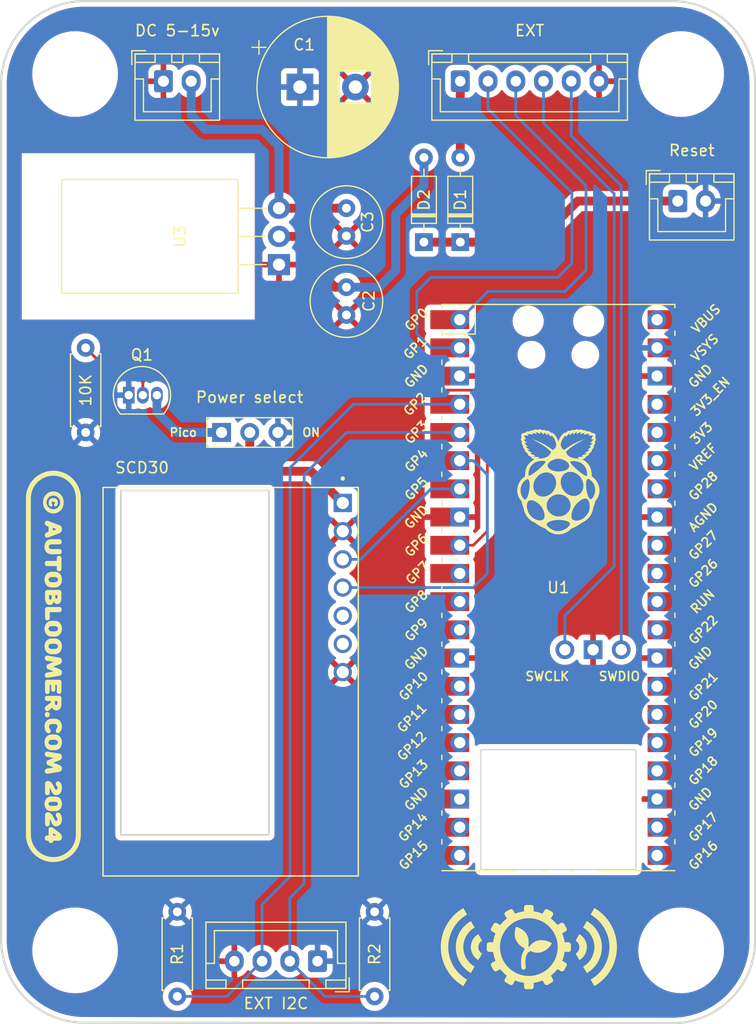
<source format=kicad_pcb>
(kicad_pcb (version 20211014) (generator pcbnew)
  (layers (0 "F.Cu" signal) (31 "B.Cu" signal) (34 "B.Paste" user) (35 "F.Paste" user) (36 "B.SilkS" user "B.Silkscreen") (37 "F.SilkS" user "F.Silkscreen") (38 "B.Mask" user) (39 "F.Mask" user) (44 "Edge.Cuts" user))
  (net 0 "")
  (net 1 "Net-(J1-Pad2)")
  (net 2 "Net-(J1-Pad3)")
  (net 3 "GND")
  (net 4 "Net-(J2-Pad2)")
  (net 5 "Net-(J2-Pad3)")
  (net 6 "Net-(U1-Pad6)")
  (net 7 "+3.3V")
  (net 11 "Net-(J1-Pad4)")
  (net 16 "Net-(J1-Pad5)")
  (net 36 "Net-(C2-Pad1)")
  (net 37 "Net-(U1-Pad7)")
  (net 38 "Net-(J5-Pad1)")
  (net 39 "Net-(D1-Pad1)")
  (net 40 "Net-(D1-Pad2)")
  (net 41 "Net-(J5-Pad2)")
  (net 42 "Net-(Q1-Pad2)")
  (net 43 "Net-(C3-Pad1)")
  (footprint "Resistor_THT:R_Axial_DIN0207_L6.3mm_D2.5mm_P7.62mm_Horizontal" (layer "F.Cu") (at 102.235 127 -90)
    (fp_text reference "R1")
    (fp_text value "4.7k" hide)
  )
  (footprint "MountingHole:MountingHole_2.5mm" (layer "F.Cu") (at 147.6375 51.53375 -90)
    (fp_text reference "REF**" hide)
    (fp_text value "MountingHole_2.5mm" hide)
  )
  (footprint "Capacitor_THT:C_Radial_D6.3mm_H5.0mm_P2.50mm" (layer "F.Cu") (at 117.475 63.62 -90)
    (fp_text reference "C3")
    (fp_text value "10uF" hide)
  )
  (footprint "MountingHole:MountingHole_2.5mm" (layer "F.Cu") (at 93.0275 130.47125 -90)
    (fp_text reference "REF**" hide)
    (fp_text value "MountingHole_2.5mm" hide)
  )
  (footprint "MountingHole:MountingHole_2.5mm" (layer "F.Cu") (at 93.0275 51.53375 -90)
    (fp_text reference "REF**" hide)
    (fp_text value "MountingHole_2.5mm" hide)
  )
  (footprint "Resistor_THT:R_Axial_DIN0207_L6.3mm_D2.5mm_P7.62mm_Horizontal" (layer "F.Cu") (at 93.98 83.82 90)
    (fp_text reference "R3" hide)
    (fp_text value "10K")
  )
  (footprint "Package_TO_SOT_THT:TO-220-3_Horizontal_TabDown" (layer "F.Cu") (at 111.4 68.7 90)
    (fp_text reference "U3")
    (fp_text value "LM1117-3.3" hide)
  )
  (footprint "Connector_JST:JST_XH_B2B-XH-A_1x02_P2.50mm_Vertical" (layer "F.Cu") (at 100.985 52.18)
    (fp_text reference "J4" hide)
    (fp_text value "DC 5-15v")
  )
  (footprint "Capacitor_THT:CP_Radial_D12.5mm_P5.00mm" (layer "F.Cu") (at 113.286041 52.705)
    (fp_text reference "C1")
    (fp_text value "1000uF" hide)
  )
  (footprint "Diode_THT:D_DO-35_SOD27_P7.62mm_Horizontal" (layer "F.Cu") (at 124.46 66.675 90)
    (fp_text reference "D2")
    (fp_text value "D_Schottky" hide)
  )
  (footprint "Connector_JST:JST_XH_B6B-XH-A_1x06_P2.50mm_Vertical" (layer "F.Cu") (at 127.735 52.18)
    (fp_text reference "J1" hide)
    (fp_text value "EXT")
  )
  (footprint "Capacitor_THT:C_Radial_D6.3mm_H5.0mm_P2.50mm" (layer "F.Cu") (at 117.475 70.735 -90)
    (fp_text reference "C2")
    (fp_text value "10uF" hide)
  )
  (footprint "Package_TO_SOT_THT:TO-92L_Inline" (layer "F.Cu") (at 97.86 80.46)
    (fp_text reference "Q1")
    (fp_text value "TP0610L" hide)
  )
  (footprint "Connector_JST:JST_XH_B2B-XH-A_1x02_P2.50mm_Vertical" (layer "F.Cu") (at 147.34 62.975)
    (fp_text reference "J3" hide)
    (fp_text value "Reset")
  )
  (footprint "Connector_PinHeader_2.54mm:PinHeader_1x03_P2.54mm_Vertical" (layer "F.Cu") (at 106.224286 83.82 90)
    (fp_text reference "J5" hide)
    (fp_text value "Power select")
  )
  (footprint "Resistor_THT:R_Axial_DIN0207_L6.3mm_D2.5mm_P7.62mm_Horizontal" (layer "F.Cu") (at 120.015 127 -90)
    (fp_text reference "R2")
    (fp_text value "4.7k" hide)
  )
  (footprint "RPi_Pico:RPi_PicoW_SMD_TH" (layer "F.Cu") (at 136.5759 97.79)
    (fp_text reference "U1")
    (fp_text value "Pico W")
  )
  (footprint "MountingHole:MountingHole_2.5mm" (layer "F.Cu") (at 147.6375 130.47125 -90)
    (fp_text reference "REF**" hide)
    (fp_text value "MountingHole_2.5mm" hide)
  )
  (footprint "Diode_THT:D_DO-35_SOD27_P7.62mm_Horizontal" (layer "F.Cu") (at 127.735 66.675 90)
    (fp_text reference "D1")
    (fp_text value "D_Schottky" hide)
  )
  (footprint "Connector_JST:JST_XH_B4B-XH-A_1x04_P2.50mm_Vertical" (layer "F.Cu") (at 114.875 131.445 180)
    (fp_text reference "J2" hide)
    (fp_text value "EXT I2C")
  )
  (footprint "SCD30:MODULE_SCD30" (layer "F.Cu") (at 107.045 106.27 -90)
    (fp_text reference "U2" hide)
    (fp_text value "SCD30")
  )
  (gr_poly (pts (xy 93.54089 120.169309) (xy 93.531311 120.294794) (xy 93.515538 120.41848) (xy 93.493728 120.54021) (xy 93.466037 120.659827) (xy 93.432622 120.777175) (xy 93.393641 120.892095) (xy 93.349251 121.004432) (xy 93.299608 121.114028) (xy 93.244869 121.220726) (xy 93.185192 121.32437) (xy 93.120733 121.424801) (xy 93.051649 121.521864) (xy 92.978098 121.615401) (xy 92.900236 121.705256) (xy 92.81822 121.791271) (xy 92.732208 121.873289) (xy 92.642355 121.951154) (xy 92.54882 122.024708) (xy 92.451759 122.093795) (xy 92.351329 122.158257) (xy 92.247688 122.217938) (xy 92.140991 122.27268) (xy 92.031397 122.322326) (xy 91.919061 122.36672) (xy 91.804141 122.405705) (xy 91.686795 122.439123) (xy 91.567178 122.466818) (xy 91.445449 122.488632) (xy 91.321763 122.50441) (xy 91.196278 122.513992) (xy 91.069151 122.517224) (xy 90.942021 122.513997) (xy 90.816533 122.504418) (xy 90.692845 122.488645) (xy 90.571112 122.466834) (xy 90.451492 122.439142) (xy 90.334142 122.405727) (xy 90.219219 122.366745) (xy 90.106881 122.322353) (xy 89.997283 122.272708) (xy 89.890583 122.217967) (xy 89.786938 122.158288) (xy 89.686505 122.093827) (xy 89.589441 122.024741) (xy 89.495903 121.951187) (xy 89.406047 121.873322) (xy 89.320032 121.791304) (xy 89.238013 121.705288) (xy 89.160149 121.615433) (xy 89.086595 121.521895) (xy 89.017509 121.424831) (xy 88.953047 121.324398) (xy 88.893368 121.220752) (xy 88.838627 121.114052) (xy 88.788982 121.004455) (xy 88.74459 120.892116) (xy 88.705608 120.777193) (xy 88.672192 120.659843) (xy 88.644501 120.540223) (xy 88.622689 120.41849) (xy 88.606916 120.294801) (xy 88.597337 120.169313) (xy 88.59411 120.042182) (xy 88.59411 89.743259) (xy 88.597337 89.616129) (xy 88.606916 89.490641) (xy 88.622689 89.366952) (xy 88.644501 89.245219) (xy 88.672192 89.1256) (xy 88.705608 89.00825) (xy 88.74459 88.893327) (xy 88.788982 88.780988) (xy 88.838627 88.67139) (xy 88.893368 88.56469) (xy 88.953047 88.461045) (xy 89.017509 88.360612) (xy 89.086595 88.263548) (xy 89.160149 88.17001) (xy 89.238013 88.080154) (xy 89.320032 87.994139) (xy 89.406047 87.91212) (xy 89.495903 87.834255) (xy 89.589441 87.760701) (xy 89.686505 87.691615) (xy 89.786938 87.627154) (xy 89.890583 87.567475) (xy 89.997283 87.512734) (xy 90.106881 87.463089) (xy 90.219219 87.418697) (xy 90.334142 87.379715) (xy 90.451492 87.346299) (xy 90.571112 87.318607) (xy 90.692845 87.296796) (xy 90.816533 87.281022) (xy 90.942021 87.271444) (xy 91.069151 87.268216) (xy 91.069151 87.718267) (xy 90.96471 87.720893) (xy 90.861666 87.728691) (xy 90.760146 87.741533) (xy 90.660275 87.759295) (xy 90.562179 87.78185) (xy 90.465985 87.809074) (xy 90.371817 87.840839) (xy 90.279801 87.87702) (xy 90.190064 87.917492) (xy 90.10273 87.962129) (xy 90.017927 88.010804) (xy 89.935779 88.063393) (xy 89.856412 88.119769) (xy 89.779952 88.179807) (xy 89.706525 88.243381) (xy 89.636257 88.310365) (xy 89.569273 88.380633) (xy 89.505699 88.45406) (xy 89.445661 88.53052) (xy 89.389285 88.609887) (xy 89.336696 88.692035) (xy 89.28802 88.776838) (xy 89.243384 88.864172) (xy 89.202912 88.953909) (xy 89.16673 89.045924) (xy 89.134965 89.140092) (xy 89.107742 89.236287) (xy 89.085186 89.334383) (xy 89.067425 89.434254) (xy 89.054582 89.535774) (xy 89.046785 89.638818) (xy 89.044158 89.743259) (xy 89.044158 120.042182) (xy 89.046785 120.146624) (xy 89.054582 120.249668) (xy 89.067425 120.351188) (xy 89.085186 120.451059) (xy 89.107742 120.549155) (xy 89.134965 120.64535) (xy 89.16673 120.739518) (xy 89.202912 120.831533) (xy 89.243384 120.921271) (xy 89.28802 121.008604) (xy 89.336696 121.093407) (xy 89.389285 121.175555) (xy 89.445661 121.254922) (xy 89.505699 121.331382) (xy 89.569273 121.404808) (xy 89.636257 121.475077) (xy 89.706525 121.54206) (xy 89.779952 121.605634) (xy 89.856412 121.665672) (xy 89.935779 121.722048) (xy 90.017927 121.774637) (xy 90.10273 121.823312) (xy 90.190064 121.867949) (xy 90.279801 121.908421) (xy 90.371817 121.944602) (xy 90.465985 121.976367) (xy 90.562179 122.00359) (xy 90.660275 122.026145) (xy 90.760146 122.043907) (xy 90.861666 122.056749) (xy 90.96471 122.064547) (xy 91.069151 122.067173) (xy 91.17359 122.064544) (xy 91.276632 122.056743) (xy 91.378149 122.043898) (xy 91.478017 122.026134) (xy 91.57611 122.003576) (xy 91.672301 121.976351) (xy 91.766466 121.944584) (xy 91.858479 121.908401) (xy 91.948213 121.867928) (xy 92.035543 121.82329) (xy 92.120343 121.774614) (xy 92.202488 121.722025) (xy 92.281852 121.665648) (xy 92.358308 121.60561) (xy 92.431732 121.542036) (xy 92.501997 121.475053) (xy 92.568978 121.404785) (xy 92.632549 121.331358) (xy 92.692584 121.254899) (xy 92.748958 121.175534) (xy 92.801544 121.093387) (xy 92.850218 121.008584) (xy 92.894852 120.921252) (xy 92.935322 120.831517) (xy 92.971501 120.739503) (xy 93.003265 120.645336) (xy 93.030487 120.549144) (xy 93.053041 120.45105) (xy 93.070802 120.351181) (xy 93.083643 120.249663) (xy 93.09144 120.146622) (xy 93.094067 120.042182) (xy 93.094067 89.743259) (xy 93.09144 89.63882) (xy 93.083643 89.535779) (xy 93.070802 89.434261) (xy 93.053041 89.334392) (xy 93.030487 89.236298) (xy 93.003265 89.140106) (xy 92.971501 89.045939) (xy 92.935322 88.953926) (xy 92.894852 88.86419) (xy 92.850218 88.776858) (xy 92.801544 88.692055) (xy 92.748958 88.609908) (xy 92.692584 88.530543) (xy 92.632549 88.454084) (xy 92.568978 88.380657) (xy 92.501997 88.310389) (xy 92.431732 88.243406) (xy 92.358308 88.179832) (xy 92.281852 88.119794) (xy 92.202488 88.063417) (xy 92.120343 88.010828) (xy 92.035543 87.962151) (xy 91.948213 87.917513) (xy 91.858479 87.87704) (xy 91.766466 87.840857) (xy 91.672301 87.80909) (xy 91.57611 87.781865) (xy 91.478017 87.759307) (xy 91.378149 87.741543) (xy 91.276632 87.728697) (xy 91.17359 87.720897) (xy 91.069151 87.718267) (xy 91.069151 87.268216) (xy 91.196278 87.271448) (xy 91.321763 87.281031) (xy 91.445449 87.296808) (xy 91.567179 87.318622) (xy 91.686796 87.346317) (xy 91.804142 87.379735) (xy 91.919062 87.41872) (xy 92.031397 87.463114) (xy 92.140992 87.51276) (xy 92.247689 87.567502) (xy 92.35133 87.627183) (xy 92.45176 87.691645) (xy 92.548821 87.760732) (xy 92.642356 87.834286) (xy 92.732209 87.912151) (xy 92.818221 87.994169) (xy 92.900237 88.080184) (xy 92.978099 88.170039) (xy 93.05165 88.263576) (xy 93.120734 88.360639) (xy 93.185192 88.461071) (xy 93.24487 88.564714) (xy 93.299608 88.671413) (xy 93.349251 88.781009) (xy 93.393642 88.893345) (xy 93.432623 89.008266) (xy 93.466037 89.125614) (xy 93.493728 89.245231) (xy 93.515538 89.366961) (xy 93.531311 89.490647) (xy 93.54089 89.616132) (xy 93.544117 89.743259) (xy 93.544117 120.042182)) (layer "F.Cu") (width 0) (fill solid))
  (gr_poly (pts (xy 132.873012 128.383046) (xy 132.973708 128.420927) (xy 133.067925 128.461763) (xy 133.155859 128.505373) (xy 133.237704 128.551574) (xy 133.313657 128.600184) (xy 133.383913 128.65102) (xy 133.448669 128.703899) (xy 133.508119 128.758639) (xy 133.562459 128.815058) (xy 133.611885 128.872973) (xy 133.656593 128.932202) (xy 133.696778 128.992563) (xy 133.732636 129.053872) (xy 133.764363 129.115948) (xy 133.792153 129.178607) (xy 133.816204 129.241669) (xy 133.83671 129.304949) (xy 133.853867 129.368266) (xy 133.867871 129.431438) (xy 133.887201 129.556613) (xy 133.896267 129.679016) (xy 133.896632 129.797186) (xy 133.889862 129.909665) (xy 133.877523 130.014993) (xy 133.86118 130.11171) (xy 133.866352 130.113166) (xy 133.871492 130.114721) (xy 133.876598 130.116373) (xy 133.88167 130.118122) (xy 133.886705 130.119967) (xy 133.891703 130.121907) (xy 133.896662 130.123943) (xy 133.90158 130.126073) (xy 133.906457 130.128296) (xy 133.911291 130.130613) (xy 133.916081 130.133022) (xy 133.920825 130.135524) (xy 133.925522 130.138116) (xy 133.930171 130.1408) (xy 133.934769 130.143574) (xy 133.939317 130.146437) (xy 134.011143 130.054954) (xy 134.084626 129.972418) (xy 134.15955 129.898464) (xy 134.235703 129.832723) (xy 134.312868 129.774828) (xy 134.390833 129.724411) (xy 134.469384 129.681105) (xy 134.548305 129.644542) (xy 134.627383 129.614356) (xy 134.706404 129.590178) (xy 134.785153 129.571642) (xy 134.863417 129.558379) (xy 134.940981 129.550022) (xy 135.017631 129.546205) (xy 135.093152 129.546558) (xy 135.167331 129.550716) (xy 135.239954 129.558309) (xy 135.310806 129.568972) (xy 135.379673 129.582337) (xy 135.446341 129.598035) (xy 135.572222 129.634965) (xy 135.686738 129.676821) (xy 135.788173 129.720665) (xy 135.874816 129.763557) (xy 135.944951 129.802556) (xy 135.996867 129.834724) (xy 135.922138 129.954622) (xy 135.86553 130.032986) (xy 135.796284 130.119095) (xy 135.714544 130.209549) (xy 135.620452 130.300948) (xy 135.514151 130.389894) (xy 135.395786 130.472988) (xy 135.332124 130.511277) (xy 135.265499 130.546829) (xy 135.195929 130.579218) (xy 135.123433 130.60802) (xy 135.048029 130.632808) (xy 134.969733 130.653159) (xy 134.888564 130.668648) (xy 134.80454 130.678849) (xy 134.71768 130.683339) (xy 134.628 130.68169) (xy 134.535518 130.67348) (xy 134.440253 130.658283) (xy 134.342223 130.635674) (xy 134.241445 130.605228) (xy 134.137937 130.566521) (xy 134.031718 130.519127) (xy 134.02377 130.532342) (xy 134.015154 130.545032) (xy 134.0059 130.557177) (xy 133.996033 130.568759) (xy 133.985582 130.579757) (xy 133.974574 130.590152) (xy 133.963036 130.599924) (xy 133.950997 130.609053) (xy 133.938482 130.617519) (xy 133.925521 130.625304) (xy 133.91214 130.632387) (xy 133.898367 130.638748) (xy 133.884229 130.644369) (xy 133.869754 130.649228) (xy 133.85497 130.653308) (xy 133.839903 130.656587) (xy 133.83931 130.657422) (xy 133.838712 130.658254) (xy 133.838108 130.659082) (xy 133.837498 130.659907) (xy 133.791635 130.731246) (xy 133.751713 130.804198) (xy 133.717407 130.878752) (xy 133.688394 130.954898) (xy 133.664349 131.032624) (xy 133.644949 131.111919) (xy 133.629869 131.192774) (xy 133.618786 131.275176) (xy 133.611376 131.359116) (xy 133.607315 131.444581) (xy 133.606279 131.531563) (xy 133.607944 131.620048) (xy 133.611986 131.710027) (xy 133.618081 131.801489) (xy 133.635136 131.988818) (xy 133.635938 131.99907) (xy 133.636217 132.009241) (xy 133.635986 132.019317) (xy 133.635255 132.029284) (xy 133.634035 132.039128) (xy 133.632338 132.048836) (xy 133.630174 132.058394) (xy 133.627555 132.067789) (xy 133.624493 132.077006) (xy 133.620997 132.086031) (xy 133.617079 132.094851) (xy 133.612751 132.103453) (xy 133.608024 132.111822) (xy 133.602908 132.119945) (xy 133.597416 132.127807) (xy 133.591557 132.135396) (xy 133.585343 132.142697) (xy 133.578786 132.149697) (xy 133.571897 132.156381) (xy 133.564686 132.162737) (xy 133.557165 132.168749) (xy 133.549345 132.174406) (xy 133.541238 132.179692) (xy 133.532853 132.184594) (xy 133.524203 132.189099) (xy 133.515299 132.193192) (xy 133.506152 132.19686) (xy 133.496772 132.200089) (xy 133.487172 132.202865) (xy 133.477362 132.205174) (xy 133.467353 132.207004) (xy 133.457157 132.208339) (xy 133.446906 132.20914) (xy 133.436735 132.20942) (xy 133.42666 132.209188) (xy 133.416693 132.208457) (xy 133.406849 132.207237) (xy 133.397141 132.20554) (xy 133.387583 132.203376) (xy 133.378189 132.200758) (xy 133.368972 132.197695) (xy 133.359947 132.194199) (xy 133.351126 132.190282) (xy 133.342525 132.185954) (xy 133.334156 132.181227) (xy 133.326033 132.176111) (xy 133.318171 132.170619) (xy 133.310582 132.164761) (xy 133.303281 132.158547) (xy 133.296282 132.151991) (xy 133.289597 132.145102) (xy 133.283242 132.137891) (xy 133.277229 132.13037) (xy 133.271572 132.122551) (xy 133.266286 132.114444) (xy 133.261384 132.10606) (xy 133.256879 132.09741) (xy 133.252786 132.088506) (xy 133.249118 132.079359) (xy 133.245889 132.06998) (xy 133.243113 132.06038) (xy 133.240803 132.05057) (xy 133.238974 132.040562) (xy 133.237638 132.030366) (xy 133.219458 131.830778) (xy 133.212783 131.729856) (xy 133.20837 131.62841) (xy 133.206706 131.526609) (xy 133.20828 131.424623) (xy 133.213579 131.322621) (xy 133.223091 131.220773) (xy 133.237306 131.119249) (xy 133.256709 131.018219) (xy 133.281791 130.917852) (xy 133.313038 130.818318) (xy 133.350939 130.719788) (xy 133.395982 130.62243) (xy 133.448655 130.526414) (xy 133.509446 130.431911) (xy 133.51004 130.431186) (xy 133.51064 130.430465) (xy 133.511246 130.429746) (xy 133.511857 130.42903) (xy 133.510907 130.423184) (xy 133.510081 130.417321) (xy 133.509379 130.411443) (xy 133.508801 130.405552) (xy 133.508347 130.399651) (xy 133.508017 130.39374) (xy 133.507812 130.387823) (xy 133.507731 130.381901) (xy 133.507817 130.375352) (xy 133.508056 130.368813) (xy 133.508447 130.362286) (xy 133.508989 130.355775) (xy 133.509684 130.349282) (xy 133.510529 130.342809) (xy 133.511524 130.33636) (xy 133.51267 130.329936) (xy 133.513965 130.32354) (xy 133.515408 130.317176) (xy 133.517001 130.310846) (xy 133.518741 130.304551) (xy 133.520628 130.298296) (xy 133.522663 130.292082) (xy 133.524844 130.285912) (xy 133.527171 130.27979) (xy 133.439806 130.235197) (xy 133.347917 130.182251) (xy 133.25361 130.120566) (xy 133.158991 130.049758) (xy 133.066165 129.969442) (xy 132.977238 129.879233) (xy 132.894316 129.778745) (xy 132.819504 129.667594) (xy 132.785798 129.6079) (xy 132.754908 129.545396) (xy 132.7271 129.480033) (xy 132.702634 129.411764) (xy 132.681776 129.340541) (xy 132.664788 129.266315) (xy 132.651933 129.189039) (xy 132.643474 129.108663) (xy 132.639676 129.025141) (xy 132.6408 128.938424) (xy 132.64711 128.848464) (xy 132.65887 128.755212) (xy 132.676342 128.658621) (xy 132.69979 128.558642) (xy 132.729477 128.455228) (xy 132.765666 128.348331) (xy 132.765641 128.348303)) (layer "F.Cu") (width 0) (fill solid))
  (gr_poly (pts (xy 91.841388 114.101229) (xy 91.840471 114.117426) (xy 91.838958 114.133174) (xy 91.836859 114.148474) (xy 91.834187 114.163324) (xy 91.830953 114.177724) (xy 91.827168 114.191673) (xy 91.822845 114.205169) (xy 91.817994 114.218213) (xy 91.812628 114.230804) (xy 91.806759 114.242941) (xy 91.800397 114.254622) (xy 91.793554 114.265847) (xy 91.786242 114.276616) (xy 91.778474 114.286928) (xy 91.770259 114.296782) (xy 91.76161 114.306176) (xy 91.752539 114.315111) (xy 91.743057 114.323586) (xy 91.733176 114.331599) (xy 91.722907 114.339151) (xy 91.712263 114.346239) (xy 91.701254 114.352864) (xy 91.689892 114.359025) (xy 91.678189 114.364721) (xy 91.666157 114.36995) (xy 91.653807 114.374713) (xy 91.641151 114.379009) (xy 91.6282 114.382837) (xy 91.614967 114.386195) (xy 91.601462 114.389084) (xy 91.587697 114.391502) (xy 90.698697 114.539669) (xy 90.680838 114.542976) (xy 90.635198 114.550252) (xy 90.605681 114.554138) (xy 90.573683 114.557528) (xy 90.540693 114.559926) (xy 90.524291 114.560598) (xy 90.508199 114.560836) (xy 90.496417 114.560588) (xy 90.484892 114.559851) (xy 90.47363 114.558629) (xy 90.46264 114.556929) (xy 90.451929 114.554756) (xy 90.441504 114.552115) (xy 90.431374 114.549014) (xy 90.421547 114.545457) (xy 90.412029 114.54145) (xy 90.402829 114.537) (xy 90.393955 114.532112) (xy 90.385414 114.526791) (xy 90.377214 114.521045) (xy 90.369363 114.514878) (xy 90.361869 114.508296) (xy 90.354739 114.501305) (xy 90.347981 114.493911) (xy 90.341603 114.48612) (xy 90.335612 114.477937) (xy 90.330017 114.469369) (xy 90.324825 114.460421) (xy 90.320044 114.451099) (xy 90.315681 114.441409) (xy 90.311744 114.431356) (xy 90.308242 114.420947) (xy 90.305181 114.410187) (xy 90.302571 114.399082) (xy 90.300417 114.387638) (xy 90.298728 114.375861) (xy 90.297513 114.363756) (xy 90.296778 114.351329) (xy 90.296531 114.338587) (xy 90.296778 114.325843) (xy 90.297513 114.313412) (xy 90.298728 114.301295) (xy 90.300417 114.289493) (xy 90.302571 114.27801) (xy 90.305182 114.266846) (xy 90.308242 114.256004) (xy 90.311745 114.245485) (xy 90.315681 114.235292) (xy 90.320044 114.225427) (xy 90.324825 114.215891) (xy 90.330018 114.206686) (xy 90.335613 114.197815) (xy 90.341604 114.189279) (xy 90.347982 114.18108) (xy 90.35474 114.173221) (xy 90.36187 114.165702) (xy 90.369364 114.158527) (xy 90.377215 114.151696) (xy 90.385415 114.145212) (xy 90.393956 114.139077) (xy 90.40283 114.133293) (xy 90.41203 114.127861) (xy 90.421548 114.122785) (xy 90.431375 114.118064) (xy 90.441505 114.113702) (xy 90.451929 114.109701) (xy 90.462641 114.106062) (xy 90.473631 114.102787) (xy 90.484893 114.099879) (xy 90.508199 114.095169) (xy 91.058531 113.999919) (xy 91.058531 113.978752) (xy 90.656363 113.820002) (xy 90.631313 113.809824) (xy 90.607767 113.799104) (xy 90.58574 113.787794) (xy 90.565248 113.775849) (xy 90.546306 113.763222) (xy 90.52893 113.749866) (xy 90.520834 113.7429) (xy 90.513136 113.735735) (xy 90.505836 113.728364) (xy 90.498937 113.720782) (xy 90.492442 113.712983) (xy 90.486352 113.704961) (xy 90.480668 113.696711) (xy 90.475394 113.688226) (xy 90.47053 113.679501) (xy 90.466079 113.670529) (xy 90.462043 113.661306) (xy 90.458423 113.651825) (xy 90.455222 113.64208) (xy 90.452441 113.632066) (xy 90.450083 113.621777) (xy 90.44815 113.611207) (xy 90.446642 113.60035) (xy 90.445563 113.589201) (xy 90.444914 113.577753) (xy 90.444698 113.566002) (xy 90.444914 113.554245) (xy 90.445563 113.54278) (xy 90.446642 113.531603) (xy 90.44815 113.52071) (xy 90.450083 113.510096) (xy 90.452441 113.499756) (xy 90.455222 113.489686) (xy 90.458423 113.479881) (xy 90.462043 113.470337) (xy 90.466079 113.461048) (xy 90.47053 113.452011) (xy 90.475394 113.44322) (xy 90.480668 113.434671) (xy 90.486352 113.426359) (xy 90.492442 113.41828) (xy 90.498937 113.410429) (xy 90.505836 113.4028) (xy 90.513136 113.395391) (xy 90.52893 113.381209) (xy 90.546306 113.367845) (xy 90.565248 113.355263) (xy 90.58574 113.343425) (xy 90.607767 113.332294) (xy 90.631313 113.321833) (xy 90.656363 113.312004) (xy 91.058531 113.153253) (xy 91.058531 113.132086) (xy 90.508199 113.036837) (xy 90.484892 113.032127) (xy 90.46264 113.025944) (xy 90.441504 113.018303) (xy 90.431374 113.013941) (xy 90.421547 113.009221) (xy 90.412029 113.004144) (xy 90.402829 112.998712) (xy 90.393955 112.992928) (xy 90.385414 112.986793) (xy 90.377214 112.980309) (xy 90.369363 112.973479) (xy 90.361869 112.966303) (xy 90.354739 112.958784) (xy 90.347981 112.950925) (xy 90.341603 112.942726) (xy 90.335612 112.93419) (xy 90.330017 112.925318) (xy 90.324825 112.916114) (xy 90.320044 112.906578) (xy 90.315681 112.896712) (xy 90.311744 112.88652) (xy 90.308242 112.876001) (xy 90.305181 112.865159) (xy 90.302571 112.853995) (xy 90.300417 112.842512) (xy 90.298728 112.83071) (xy 90.297513 112.818593) (xy 90.296778 112.806162) (xy 90.296531 112.793419) (xy 90.296778 112.780677) (xy 90.297513 112.76825) (xy 90.298728 112.756145) (xy 90.300417 112.744368) (xy 90.302571 112.732924) (xy 90.305182 112.721819) (xy 90.308242 112.711059) (xy 90.311745 112.70065) (xy 90.315681 112.690597) (xy 90.320044 112.680907) (xy 90.324825 112.671585) (xy 90.330018 112.662637) (xy 90.335613 112.654069) (xy 90.341604 112.645886) (xy 90.347982 112.638095) (xy 90.35474 112.630701) (xy 90.36187 112.62371) (xy 90.369364 112.617128) (xy 90.377215 112.610961) (xy 90.385415 112.605214) (xy 90.393956 112.599894) (xy 90.40283 112.595006) (xy 90.41203 112.590556) (xy 90.421548 112.586549) (xy 90.431375 112.582992) (xy 90.441505 112.579891) (xy 90.451929 112.57725) (xy 90.462641 112.575077) (xy 90.473631 112.573377) (xy 90.484893 112.572155) (xy 90.496418 112.571417) (xy 90.508199 112.57117) (xy 90.524291 112.571408) (xy 90.540693 112.57208) (xy 90.557219 112.573124) (xy 90.573683 112.574478) (xy 90.589899 112.57608) (xy 90.605681 112.577868) (xy 90.635198 112.581754) (xy 90.660747 112.58564) (xy 90.680838 112.58903) (xy 90.698697 112.592337) (xy 91.587697 112.740504) (xy 91.614967 112.74616) (xy 91.641151 112.753605) (xy 91.666157 112.762842) (xy 91.689892 112.773874) (xy 91.701254 112.780064) (xy 91.712263 112.786705) (xy 91.722907 112.793796) (xy 91.733176 112.801337) (xy 91.743057 112.80933) (xy 91.752539 112.817774) (xy 91.76161 112.82667) (xy 91.770259 112.836018) (xy 91.778474 112.845819) (xy 91.786242 112.856073) (xy 91.793554 112.866781) (xy 91.800397 112.877942) (xy 91.806759 112.889558) (xy 91.812628 112.901628) (xy 91.817994 112.914154) (xy 91.822845 112.927134) (xy 91.827168 112.940571) (xy 91.830953 112.954463) (xy 91.834187 112.968813) (xy 91.836859 112.983619) (xy 91.838958 112.998882) (xy 91.840471 113.014604) (xy 91.841388 113.030783) (xy 91.841696 113.047421) (xy 91.841418 113.062118) (xy 91.840588 113.07645) (xy 91.839211 113.090421) (xy 91.837293 113.104037) (xy 91.834841 113.117304) (xy 91.83186 113.130229) (xy 91.828355 113.142816) (xy 91.824333 113.155072) (xy 91.819799 113.167003) (xy 91.81476 113.178613) (xy 91.809221 113.18991) (xy 91.803187 113.200899) (xy 91.796665 113.211585) (xy 91.789661 113.221975) (xy 91.78218 113.232074) (xy 91.774228 113.241888) (xy 91.765811 113.251424) (xy 91.756934 113.260686) (xy 91.737827 113.278413) (xy 91.716952 113.295117) (xy 91.694357 113.310845) (xy 91.670087 113.325643) (xy 91.64419 113.339556) (xy 91.616711 113.352633) (xy 91.587697 113.364919) (xy 91.092399 113.555419) (xy 91.092399 113.576586) (xy 91.587697 113.767087) (xy 91.616711 113.779024) (xy 91.64419 113.791842) (xy 91.670087 113.805577) (xy 91.694357 113.820267) (xy 91.716952 113.83595) (xy 91.737827 113.852662) (xy 91.756934 113.87044) (xy 91.765811 113.879741) (xy 91.774228 113.889323) (xy 91.78218 113.89919) (xy 91.789661 113.909346) (xy 91.796665 113.919798) (xy 91.803187 113.930548) (xy 91.809221 113.941602) (xy 91.81476 113.952965) (xy 91.819799 113.964641) (xy 91.824333 113.976635) (xy 91.828355 113.988951) (xy 91.83186 114.001595) (xy 91.834841 114.01457) (xy 91.837293 114.027882) (xy 91.839211 114.041534) (xy 91.840588 114.055533) (xy 91.841418 114.069881) (xy 91.841696 114.084585)) (layer "F.Cu") (width 0) (fill solid))
  (gr_poly (pts (xy 134.141741 126.381372) (xy 134.152778 126.382206) (xy 134.163652 126.38358) (xy 134.174348 126.38548) (xy 134.184854 126.387893) (xy 134.195155 126.390805) (xy 134.205238 126.394203) (xy 134.215091 126.398074) (xy 134.224698 126.402403) (xy 134.234048 126.407179) (xy 134.243127 126.412387) (xy 134.25192 126.418014) (xy 134.260416 126.424046) (xy 134.268599 126.430471) (xy 134.276458 126.437274) (xy 134.283979 126.444443) (xy 134.291147 126.451963) (xy 134.29795 126.459822) (xy 134.304375 126.468006) (xy 134.310407 126.476501) (xy 134.316034 126.485295) (xy 134.321242 126.494374) (xy 134.326018 126.503724) (xy 134.330348 126.513331) (xy 134.334219 126.523184) (xy 134.337617 126.533268) (xy 134.340529 126.543569) (xy 134.342942 126.554075) (xy 134.344842 126.564771) (xy 134.346216 126.575646) (xy 134.34705 126.586684) (xy 134.347331 126.597873) (xy 134.347325 126.952284) (xy 134.450358 126.967825) (xy 134.552763 126.986644) (xy 134.654462 127.008719) (xy 134.755377 127.03403) (xy 134.855431 127.062556) (xy 134.954546 127.094277) (xy 135.052645 127.129171) (xy 135.14965 127.167219) (xy 135.326829 126.860307) (xy 135.332667 126.850758) (xy 135.338908 126.841616) (xy 135.345534 126.832886) (xy 135.352528 126.824572) (xy 135.359869 126.816681) (xy 135.367541 126.809217) (xy 135.375525 126.802184) (xy 135.383803 126.795588) (xy 135.392356 126.789433) (xy 135.401165 126.783725) (xy 135.410214 126.778468) (xy 135.419483 126.773667) (xy 135.428953 126.769327) (xy 135.438608 126.765454) (xy 135.448428 126.762051) (xy 135.458395 126.759124) (xy 135.468491 126.756677) (xy 135.478697 126.754716) (xy 135.488995 126.753246) (xy 135.499368 126.75227) (xy 135.509796 126.751796) (xy 135.520261 126.751826) (xy 135.530744 126.752366) (xy 135.541229 126.753421) (xy 135.551696 126.754997) (xy 135.562127 126.757096) (xy 135.572503 126.759726) (xy 135.582807 126.76289) (xy 135.59302 126.766593) (xy 135.603123 126.770841) (xy 135.613099 126.775638) (xy 135.622929 126.780989) (xy 135.99846 126.997771) (xy 136.00801 127.003609) (xy 136.017152 127.00985) (xy 136.025883 127.016477) (xy 136.034198 127.023471) (xy 136.04209 127.030814) (xy 136.049556 127.038488) (xy 136.056591 127.046473) (xy 136.063189 127.054753) (xy 136.069346 127.063307) (xy 136.075057 127.072119) (xy 136.080316 127.08117) (xy 136.085119 127.090441) (xy 136.089462 127.099914) (xy 136.093338 127.109571) (xy 136.096744 127.119393) (xy 136.099674 127.129363) (xy 136.102123 127.139461) (xy 136.104087 127.14967) (xy 136.10556 127.159971) (xy 136.106537 127.170346) (xy 136.107015 127.180776) (xy 136.106987 127.191243) (xy 136.106449 127.20173) (xy 136.105396 127.212216) (xy 136.103822 127.222685) (xy 136.101724 127.233118) (xy 136.099096 127.243496) (xy 136.095933 127.253801) (xy 136.092231 127.264015) (xy 136.087984 127.27412) (xy 136.083187 127.284096) (xy 136.077836 127.293927) (xy 135.900596 127.600951) (xy 135.982035 127.66592) (xy 136.061291 127.733412) (xy 136.138307 127.803369) (xy 136.213027 127.875737) (xy 136.285394 127.950456) (xy 136.355352 128.027472) (xy 136.422845 128.106728) (xy 136.487815 128.188167) (xy 136.79484 128.010931) (xy 136.80467 128.00558) (xy 136.814647 128.000783) (xy 136.824751 127.996535) (xy 136.834964 127.992832) (xy 136.845268 127.989668) (xy 136.855644 127.987038) (xy 136.866075 127.984939) (xy 136.876542 127.983364) (xy 136.887027 127.982308) (xy 136.897511 127.981768) (xy 136.907976 127.981738) (xy 136.918404 127.982213) (xy 136.928776 127.983188) (xy 136.939074 127.984659) (xy 136.94928 127.98662) (xy 136.959376 127.989066) (xy 136.969343 127.991994) (xy 136.979163 127.995397) (xy 136.988817 127.999271) (xy 136.998288 128.00361) (xy 137.007556 128.008411) (xy 137.016604 128.013668) (xy 137.025414 128.019377) (xy 137.033967 128.025531) (xy 137.042244 128.032127) (xy 137.050228 128.03916) (xy 137.0579 128.046624) (xy 137.065241 128.054516) (xy 137.072234 128.062829) (xy 137.078861 128.071558) (xy 137.085102 128.0807) (xy 137.09094 128.09025) (xy 137.307779 128.465781) (xy 137.31313 128.475611) (xy 137.317926 128.485588) (xy 137.322172 128.495692) (xy 137.325874 128.505906) (xy 137.329037 128.516211) (xy 137.331664 128.526589) (xy 137.333762 128.537022) (xy 137.335335 128.547491) (xy 137.336388 128.557977) (xy 137.336926 128.568463) (xy 137.336954 128.578931) (xy 137.336476 128.589361) (xy 137.335498 128.599736) (xy 137.334025 128.610037) (xy 137.332061 128.620246) (xy 137.329612 128.630344) (xy 137.326682 128.640314) (xy 137.323277 128.650136) (xy 137.3194 128.659793) (xy 137.315058 128.669266) (xy 137.310255 128.678537) (xy 137.304996 128.687588) (xy 137.299285 128.6964) (xy 137.293129 128.704955) (xy 137.286531 128.713234) (xy 137.279497 128.72122) (xy 137.272031 128.728893) (xy 137.264139 128.736236) (xy 137.255825 128.74323) (xy 137.247094 128.749857) (xy 137.237952 128.756099) (xy 137.228403 128.761937) (xy 136.921549 128.939117) (xy 136.959587 129.036123) (xy 136.994474 129.134221) (xy 137.026187 129.233335) (xy 137.054705 129.333388) (xy 137.080009 129.434301) (xy 137.102077 129.535998) (xy 137.120889 129.638402) (xy 137.136423 129.741434) (xy 137.490842 129.741434) (xy 137.502031 129.741715) (xy 137.513069 129.742549) (xy 137.523943 129.743922) (xy 137.534641 129.745822) (xy 137.545147 129.748235) (xy 137.55545 129.751147) (xy 137.565535 129.754545) (xy 137.575389 129.758416) (xy 137.584999 129.762746) (xy 137.594351 129.767522) (xy 137.603431 129.77273) (xy 137.612227 129.778357) (xy 137.620725 129.784389) (xy 137.628912 129.790814) (xy 137.636773 129.797617) (xy 137.644296 129.804786) (xy 137.651467 129.812306) (xy 137.658273 129.820165) (xy 137.6647 129.828349) (xy 137.670735 129.836845) (xy 137.676364 129.845639) (xy 137.681574 129.854717) (xy 137.686352 129.864067) (xy 137.690684 129.873675) (xy 137.694557 129.883528) (xy 137.697957 129.893611) (xy 137.70087 129.903913) (xy 137.703284 129.914419) (xy 137.705185 129.925115) (xy 137.70656 129.93599) (xy 137.707394 129.947028) (xy 137.707675 129.958217) (xy 137.707675 130.391782) (xy 137.707394 130.402971) (xy 137.70656 130.414009) (xy 137.705185 130.424884) (xy 137.703285 130.435582) (xy 137.700871 130.446089) (xy 137.697957 130.456392) (xy 137.694557 130.466477) (xy 137.690685 130.476332) (xy 137.686353 130.485942) (xy 137.681576 130.495294) (xy 137.676365 130.504375) (xy 137.670736 130.513171) (xy 137.664702 130.521669) (xy 137.658275 130.529855) (xy 137.651469 130.537717) (xy 137.644298 130.54524) (xy 137.636775 130.552411) (xy 137.628914 130.559217) (xy 137.620728 130.565644) (xy 137.61223 130.571679) (xy 137.603434 130.577308) (xy 137.594353 130.582519) (xy 137.585001 130.587296) (xy 137.575392 130.591628) (xy 137.565537 130.595501) (xy 137.555452 130.598901) (xy 137.545149 130.601815) (xy 137.534642 130.604229) (xy 137.523945 130.606129) (xy 137.51307 130.607504) (xy 137.502031 130.608338) (xy 137.490842 130.60862) (xy 137.135135 130.608618) (xy 137.119588 130.711557) (xy 137.10077 130.813868) (xy 137.078701 130.915472) (xy 137.053401 131.016293) (xy 137.024893 131.116255) (xy 136.993195 131.215279) (xy 136.958329 131.313289) (xy 136.920316 131.410208) (xy 137.228403 131.588058) (xy 137.237953 131.593896) (xy 137.247096 131.600138) (xy 137.255827 131.606765) (xy 137.264141 131.613759) (xy 137.272033 131.621102) (xy 137.279499 131.628776) (xy 137.286534 131.636761) (xy 137.293132 131.645041) (xy 137.299289 131.653595) (xy 137.305 131.662407) (xy 137.310259 131.671458) (xy 137.315063 131.680729) (xy 137.319405 131.690202) (xy 137.323281 131.699859) (xy 137.326687 131.709682) (xy 137.329617 131.719651) (xy 137.332066 131.72975) (xy 137.33403 131.739959) (xy 137.335503 131.75026) (xy 137.33648 131.760634) (xy 137.336958 131.771065) (xy 137.33693 131.781532) (xy 137.336392 131.792018) (xy 137.335339 131.802505) (xy 137.333765 131.812973) (xy 137.331667 131.823406) (xy 137.329039 131.833784) (xy 137.325876 131.844089) (xy 137.322174 131.854303) (xy 137.317927 131.864408) (xy 137.31313 131.874384) (xy 137.307779 131.884215) (xy 137.090995 132.259691) (xy 137.085156 132.26924) (xy 137.078914 132.278383) (xy 137.072286 132.287114) (xy 137.065291 132.295428) (xy 137.057947 132.303321) (xy 137.050272 132.310787) (xy 137.042285 132.317821) (xy 137.034004 132.324419) (xy 137.025447 132.330576) (xy 137.016633 132.336286) (xy 137.00758 132.341546) (xy 136.998306 132.346349) (xy 136.988831 132.350691) (xy 136.979171 132.354568) (xy 136.969346 132.357973) (xy 136.959374 132.360903) (xy 136.949273 132.363352) (xy 136.939061 132.365316) (xy 136.928758 132.366789) (xy 136.918381 132.367767) (xy 136.907948 132.368244) (xy 136.897479 132.368216) (xy 136.886991 132.367678) (xy 136.876502 132.366625) (xy 136.866031 132.365052) (xy 136.855597 132.362953) (xy 136.845218 132.360325) (xy 136.834912 132.357163) (xy 136.824697 132.35346) (xy 136.814592 132.349213) (xy 136.804615 132.344417) (xy 136.794785 132.339065) (xy 136.486747 132.161215) (xy 136.421815 132.242587) (xy 136.354363 132.321778) (xy 136.284449 132.398732) (xy 136.21213 132.473394) (xy 136.137462 132.545706) (xy 136.060502 132.615613) (xy 135.981306 132.683057) (xy 135.899931 132.747983) (xy 136.077781 133.056071) (xy 136.083132 133.065902) (xy 136.08793 133.075878) (xy 136.092177 133.085983) (xy 136.095881 133.096197) (xy 136.099045 133.106502) (xy 136.101674 133.11688) (xy 136.103774 133.127313) (xy 136.105349 133.137781) (xy 136.106404 133.148268) (xy 136.106945 133.158754) (xy 136.106975 133.169222) (xy 136.1065 133.179652) (xy 136.105525 133.190027) (xy 136.104054 133.200328) (xy 136.102093 133.210536) (xy 136.099646 133.220635) (xy 136.096719 133.230604) (xy 136.093316 133.240427) (xy 136.089442 133.250084) (xy 136.085102 133.259557) (xy 136.080301 133.268828) (xy 136.075044 133.277879) (xy 136.069335 133.286691) (xy 136.063181 133.295245) (xy 136.056584 133.303525) (xy 136.049551 133.31151) (xy 136.042087 133.319184) (xy 136.034195 133.326527) (xy 136.025882 133.333521) (xy 136.017152 133.340148) (xy 136.008009 133.34639) (xy 135.99846 133.352228) (xy 135.622984 133.569009) (xy 135.613154 133.57436) (xy 135.603177 133.579157) (xy 135.593072 133.583404) (xy 135.582857 133.587106) (xy 135.572551 133.590269) (xy 135.562171 133.592897) (xy 135.551737 133.594995) (xy 135.541267 133.596568) (xy 135.530778 133.597621) (xy 135.52029 133.598159) (xy 135.50982 133.598187) (xy 135.499388 133.59771) (xy 135.489011 133.596732) (xy 135.478707 133.595259) (xy 135.468496 133.593295) (xy 135.458395 133.590846) (xy 135.448423 133.587916) (xy 135.438598 133.584511) (xy 135.428938 133.580634) (xy 135.419462 133.576292) (xy 135.410189 133.571489) (xy 135.401136 133.566229) (xy 135.392322 133.560519) (xy 135.383765 133.554362) (xy 135.375484 133.547764) (xy 135.367497 133.54073) (xy 135.359822 133.533264) (xy 135.352478 133.525371) (xy 135.345482 133.517057) (xy 135.338854 133.508327) (xy 135.332612 133.499184) (xy 135.326774 133.489635) (xy 135.14893 133.181601) (xy 135.05201 133.219607) (xy 134.953999 133.254466) (xy 134.854974 133.286157) (xy 134.755011 133.314659) (xy 134.654189 133.339952) (xy 134.552584 133.362015) (xy 134.450274 133.380827) (xy 134.347337 133.396368) (xy 134.347337 133.752127) (xy 134.347056 133.763316) (xy 134.346222 133.774354) (xy 134.344848 133.785228) (xy 134.342948 133.795925) (xy 134.340535 133.806431) (xy 134.337623 133.816732) (xy 134.334225 133.826816) (xy 134.330354 133.836668) (xy 134.326024 133.846276) (xy 134.321248 133.855626) (xy 134.31604 133.864705) (xy 134.310413 133.873499) (xy 134.304381 133.881994) (xy 134.297956 133.890178) (xy 134.291153 133.898037) (xy 134.283985 133.905557) (xy 134.276464 133.912726) (xy 134.268606 133.919529) (xy 134.260422 133.925953) (xy 134.251926 133.931986) (xy 134.243133 133.937613) (xy 134.234054 133.942821) (xy 134.224704 133.947596) (xy 134.215097 133.951926) (xy 134.205244 133.955797) (xy 134.195161 133.959195) (xy 134.18486 133.962107) (xy 134.174355 133.96452) (xy 134.163658 133.96642) (xy 134.152785 133.967794) (xy 134.141747 133.968628) (xy 134.130558 133.968909) (xy 133.69694 133.968909) (xy 133.685751 133.968628) (xy 133.674713 133.967794) (xy 133.663839 133.96642) (xy 133.653142 133.96452) (xy 133.642636 133.962107) (xy 133.632335 133.959195) (xy 133.622251 133.955797) (xy 133.612398 133.951926) (xy 133.60279 133.947596) (xy 133.59344 133.942821) (xy 133.584361 133.937613) (xy 133.575568 133.931986) (xy 133.567072 133.925953) (xy 133.558888 133.919529) (xy 133.551029 133.912726) (xy 133.543508 133.905557) (xy 133.53634 133.898037) (xy 133.529536 133.890178) (xy 133.523112 133.881994) (xy 133.517079 133.873499) (xy 133.511452 133.864705) (xy 133.506244 133.855626) (xy 133.501468 133.846276) (xy 133.497138 133.836668) (xy 133.493268 133.826816) (xy 133.489869 133.816732) (xy 133.486957 133.806431) (xy 133.484544 133.795925) (xy 133.482644 133.785228) (xy 133.481271 133.774354) (xy 133.480436 133.763316) (xy 133.480155 133.752127) (xy 133.480155 133.396367) (xy 133.377218 133.380826) (xy 133.274909 133.362014) (xy 133.173305 133.339951) (xy 133.072484 133.314659) (xy 132.972523 133.286157) (xy 132.873498 133.254467) (xy 132.775488 133.219608) (xy 132.678569 133.181602) (xy 132.500718 133.489691) (xy 132.49488 133.49924) (xy 132.488639 133.508383) (xy 132.482011 133.517113) (xy 132.475017 133.525426) (xy 132.467674 133.533317) (xy 132.460001 133.540782) (xy 132.452015 133.547814) (xy 132.443736 133.554411) (xy 132.435181 133.560565) (xy 132.426369 133.566274) (xy 132.417318 133.571531) (xy 132.408047 133.576332) (xy 132.398574 133.580671) (xy 132.388917 133.584545) (xy 132.379095 133.587948) (xy 132.369125 133.590875) (xy 132.359027 133.593322) (xy 132.348818 133.595283) (xy 132.338517 133.596753) (xy 132.328142 133.597729) (xy 132.317712 133.598203) (xy 132.307245 133.598173) (xy 132.296759 133.597633) (xy 132.286272 133.596578) (xy 132.275803 133.595002) (xy 132.265371 133.592903) (xy 132.254993 133.590273) (xy 132.244688 133.587109) (xy 132.234474 133.583405) (xy 132.22437 133.579158) (xy 132.214394 133.574361) (xy 132.204563 133.569009) (xy 131.829032 133.352228) (xy 131.819484 133.34639) (xy 131.810343 133.340148) (xy 131.801613 133.333521) (xy 131.793301 133.326527) (xy 131.78541 133.319184) (xy 131.777946 133.31151) (xy 131.770913 133.303525) (xy 131.764317 133.295245) (xy 131.758162 133.286691) (xy 131.752454 133.277879) (xy 131.747197 133.268828) (xy 131.742396 133.259557) (xy 131.738056 133.250084) (xy 131.734182 133.240427) (xy 131.730778 133.230604) (xy 131.727851 133.220635) (xy 131.725404 133.210536) (xy 131.723442 133.200328) (xy 131.721971 133.190027) (xy 131.720996 133.179652) (xy 131.72052 133.169222) (xy 131.72055 133.158754) (xy 131.72109 133.148268) (xy 131.722145 133.137781) (xy 131.72372 133.127313) (xy 131.725819 133.11688) (xy 131.728448 133.106502) (xy 131.731612 133.096197) (xy 131.735315 133.085983) (xy 131.739563 133.075878) (xy 131.74436 133.065902) (xy 131.749711 133.056071) (xy 131.927561 132.747983) (xy 131.846185 132.683057) (xy 131.766987 132.615613) (xy 131.690026 132.545706) (xy 131.615357 132.473394) (xy 131.543037 132.398732) (xy 131.473123 132.321778) (xy 131.405672 132.242587) (xy 131.340739 132.161215) (xy 131.032646 132.339065) (xy 131.022816 132.344417) (xy 131.01284 132.349213) (xy 131.002736 132.35346) (xy 130.992524 132.357163) (xy 130.98222 132.360325) (xy 130.971843 132.362953) (xy 130.961413 132.365051) (xy 130.950946 132.366625) (xy 130.940461 132.367678) (xy 130.929977 132.368216) (xy 130.919512 132.368244) (xy 130.909085 132.367766) (xy 130.898712 132.366789) (xy 130.888414 132.365316) (xy 130.878208 132.363352) (xy 130.868112 132.360903) (xy 130.858145 132.357973) (xy 130.848325 132.354567) (xy 130.83867 132.350691) (xy 130.829199 132.346348) (xy 130.819931 132.341545) (xy 130.810882 132.336286) (xy 130.802072 132.330575) (xy 130.79352 132.324418) (xy 130.785242 132.31782) (xy 130.777258 132.310786) (xy 130.769586 132.30332) (xy 130.762245 132.295428) (xy 130.755251 132.287114) (xy 130.748625 132.278383) (xy 130.742384 132.26924) (xy 130.736546 132.259691) (xy 130.519712 131.88416) (xy 130.514361 131.87433) (xy 130.509565 131.864354) (xy 130.505318 131.85425) (xy 130.501615 131.844037) (xy 130.498452 131.833733) (xy 130.495824 131.823357) (xy 130.493726 131.812926) (xy 130.492153 131.802459) (xy 130.4911 131.791975) (xy 130.490562 131.781491) (xy 130.490534 131.771026) (xy 130.491011 131.760598) (xy 130.491988 131.750226) (xy 130.493461 131.739927) (xy 130.495425 131.729721) (xy 130.497874 131.719625) (xy 130.500804 131.709658) (xy 130.504209 131.699838) (xy 130.508085 131.690184) (xy 130.512428 131.680713) (xy 130.517231 131.671444) (xy 130.52249 131.662396) (xy 130.5282 131.653586) (xy 130.534357 131.645034) (xy 130.540955 131.636756) (xy 130.547989 131.628772) (xy 130.555455 131.6211) (xy 130.563347 131.613759) (xy 130.571661 131.606765) (xy 130.580391 131.600139) (xy 130.589533 131.593898) (xy 130.599082 131.58806) (xy 130.90717 131.41021) (xy 130.869156 131.313291) (xy 130.83429 131.215281) (xy 130.802593 131.116257) (xy 130.774084 131.016296) (xy 130.748785 130.915475) (xy 130.726716 130.813871) (xy 130.707897 130.71156) (xy 130.69235 130.608621) (xy 130.33665 130.608621) (xy 130.325461 130.60834) (xy 130.314422 130.607505) (xy 130.303547 130.606131) (xy 130.292849 130.60423) (xy 130.282342 130.601816) (xy 130.272039 130.598902) (xy 130.261954 130.595502) (xy 130.2521 130.59163) (xy 130.242489 130.587298) (xy 130.233137 130.58252) (xy 130.224056 130.57731) (xy 130.21526 130.57168) (xy 130.206762 130.565645) (xy 130.198575 130.559218) (xy 130.190714 130.552412) (xy 130.183191 130.545241) (xy 130.17602 130.537718) (xy 130.169214 130.529856) (xy 130.162787 130.52167) (xy 130.156752 130.513172) (xy 130.151122 130.504376) (xy 130.145912 130.495295) (xy 130.141134 130.485943) (xy 130.136802 130.476333) (xy 130.132929 130.466478) (xy 130.129529 130.456393) (xy 130.126616 130.44609) (xy 130.124202 130.435583) (xy 130.122301 130.424886) (xy 130.120926 130.414011) (xy 130.120092 130.402972) (xy 130.11981 130.391783) (xy 130.11981 130.175001) (xy 131.312217 130.175001) (xy 131.315602 130.308875) (xy 131.325647 130.440992) (xy 131.342191 130.571187) (xy 131.365068 130.699298) (xy 131.394116 130.825162) (xy 131.429172 130.948614) (xy 131.470071 131.069492) (xy 131.516651 131.187631) (xy 131.568748 131.302869) (xy 131.626198 131.415042) (xy 131.688838 131.523986) (xy 131.756505 131.629539) (xy 131.829035 131.731536) (xy 131.906264 131.829814) (xy 131.98803 131.924209) (xy 132.074169 132.014559) (xy 132.164517 132.1007) (xy 132.25891 132.182468) (xy 132.357186 132.2597) (xy 132.459181 132.332233) (xy 132.564732 132.399902) (xy 132.673674 132.462545) (xy 132.785845 132.519997) (xy 132.901081 132.572097) (xy 133.019219 132.618679) (xy 133.140095 132.659581) (xy 133.263546 132.69464) (xy 133.389408 132.723691) (xy 133.517518 132.746571) (xy 133.647712 132.763117) (xy 133.779828 132.773166) (xy 133.9137 132.776553) (xy 134.042705 132.773357) (xy 134.170833 132.763825) (xy 134.297872 132.748045) (xy 134.42361 132.726107) (xy 134.547832 132.698097) (xy 134.670325 132.664105) (xy 134.790877 132.62422) (xy 134.909274 132.578528) (xy 135.025302 132.527119) (xy 135.138749 132.470081) (xy 135.249402 132.407502) (xy 135.357046 132.33947) (xy 135.46147 132.266074) (xy 135.562459 132.187403) (xy 135.659801 132.103544) (xy 135.753282 132.014586) (xy 135.842241 131.921106) (xy 135.926101 131.823765) (xy 136.004774 131.722777) (xy 136.07817 131.618353) (xy 136.146203 131.510709) (xy 136.208782 131.400057) (xy 136.265821 131.28661) (xy 136.317231 131.170581) (xy 136.362924 131.052184) (xy 136.40281 130.931632) (xy 136.436803 130.809138) (xy 136.464813 130.684915) (xy 136.486752 130.559177) (xy 136.502533 130.432136) (xy 136.512066 130.304007) (xy 136.515263 130.175001) (xy 136.512066 130.045998) (xy 136.502533 129.91787) (xy 136.486752 129.790831) (xy 136.464813 129.665093) (xy 136.436803 129.540871) (xy 136.402811 129.418378) (xy 136.362924 129.297826) (xy 136.317232 129.17943) (xy 136.265823 129.063401) (xy 136.208784 128.949954) (xy 136.146205 128.839302) (xy 136.078173 128.731658) (xy 136.004777 128.627235) (xy 135.926105 128.526246) (xy 135.842246 128.428905) (xy 135.753288 128.335425) (xy 135.659808 128.246466) (xy 135.562467 128.162607) (xy 135.461479 128.083935) (xy 135.357056 128.010539) (xy 135.249412 127.942507) (xy 135.13876 127.879928) (xy 135.025313 127.822889) (xy 134.909285 127.771479) (xy 134.790889 127.725787) (xy 134.670337 127.685901) (xy 134.547844 127.651909) (xy 134.423622 127.623899) (xy 134.297885 127.601959) (xy 134.170845 127.586179) (xy 134.042717 127.576647) (xy 133.913719 127.57345) (xy 133.779851 127.576837) (xy 133.647735 127.586885) (xy 133.517539 127.60343) (xy 133.389428 127.62631) (xy 133.263565 127.655361) (xy 133.140114 127.690418) (xy 133.019237 127.73132) (xy 132.901098 127.777902) (xy 132.785861 127.830001) (xy 132.673689 127.887454) (xy 132.564745 127.950096) (xy 132.459194 128.017765) (xy 132.357198 128.090297) (xy 132.258922 128.167529) (xy 132.164527 128.249297) (xy 132.074179 128.335438) (xy 131.988039 128.425788) (xy 131.906273 128.520183) (xy 131.829043 128.618462) (xy 131.756512 128.720459) (xy 131.688845 128.826011) (xy 131.626204 128.934956) (xy 131.568753 129.047129) (xy 131.516656 129.162367) (xy 131.470075 129.280507) (xy 131.429175 129.401385) (xy 131.394119 129.524838) (xy 131.36507 129.650702) (xy 131.342192 129.778814) (xy 131.325648 129.90901) (xy 131.315602 130.041127) (xy 131.312217 130.175001) (xy 130.11981 130.175001) (xy 130.11981 129.958218) (xy 130.120092 129.947029) (xy 130.120926 129.935991) (xy 130.122301 129.925117) (xy 130.124202 129.91442) (xy 130.126616 129.903914) (xy 130.129529 129.893613) (xy 130.132929 129.883529) (xy 130.136802 129.873677) (xy 130.141134 129.864069) (xy 130.145912 129.854719) (xy 130.151122 129.84564) (xy 130.156752 129.836846) (xy 130.162787 129.828351) (xy 130.169214 129.820167) (xy 130.17602 129.812308) (xy 130.183191 129.804787) (xy 130.190714 129.797619) (xy 130.198575 129.790815) (xy 130.206762 129.784391) (xy 130.21526 129.778358) (xy 130.224056 129.772731) (xy 130.233137 129.767523) (xy 130.242489 129.762748) (xy 130.2521 129.758418) (xy 130.261954 129.754547) (xy 130.272039 129.751149) (xy 130.282342 129.748237) (xy 130.292849 129.745824) (xy 130.303547 129.743924) (xy 130.314422 129.74255) (xy 130.325461 129.741716) (xy 130.33665 129.741435) (xy 130.69235 129.741435) (xy 130.707897 129.638496) (xy 130.726716 129.536186) (xy 130.748785 129.434582) (xy 130.774084 129.333761) (xy 130.802593 129.2338) (xy 130.83429 129.134776) (xy 130.869156 129.036766) (xy 130.90717 128.939847) (xy 130.599082 128.761996) (xy 130.589533 128.756158) (xy 130.580391 128.749916) (xy 130.571661 128.743288) (xy 130.563347 128.736293) (xy 130.555455 128.728949) (xy 130.547989 128.721274) (xy 130.540955 128.713287) (xy 130.534357 128.705006) (xy 130.5282 128.696449) (xy 130.52249 128.687635) (xy 130.517231 128.678582) (xy 130.512428 128.669308) (xy 130.508085 128.659833) (xy 130.504209 128.650173) (xy 130.500804 128.640348) (xy 130.497874 128.630376) (xy 130.495425 128.620275) (xy 130.493461 128.610063) (xy 130.491988 128.59976) (xy 130.491011 128.589383) (xy 130.490534 128.57895) (xy 130.490562 128.56848) (xy 130.4911 128.557992) (xy 130.492153 128.547503) (xy 130.493726 128.537032) (xy 130.495824 128.526598) (xy 130.498452 128.516219) (xy 130.501615 128.505912) (xy 130.505318 128.495697) (xy 130.509565 128.485592) (xy 130.514361 128.475614) (xy 130.519712 128.465784) (xy 130.736491 128.090309) (xy 130.742329 128.08076) (xy 130.748571 128.071617) (xy 130.755199 128.062887) (xy 130.762194 128.054574) (xy 130.769539 128.046683) (xy 130.777213 128.039219) (xy 130.785201 128.032186) (xy 130.793482 128.02559) (xy 130.802039 128.019435) (xy 130.810853 128.013727) (xy 130.819906 128.008469) (xy 130.829179 128.003669) (xy 130.838655 127.999329) (xy 130.848315 127.995455) (xy 130.85814 127.992052) (xy 130.868112 127.989125) (xy 130.878213 127.986678) (xy 130.888424 127.984717) (xy 130.898728 127.983247) (xy 130.909105 127.982272) (xy 130.919537 127.981797) (xy 130.930007 127.981827) (xy 130.940495 127.982367) (xy 130.950984 127.983423) (xy 130.961454 127.984998) (xy 130.971888 127.987098) (xy 130.982267 127.989727) (xy 130.992574 127.992891) (xy 131.002789 127.996595) (xy 131.012894 128.000843) (xy 131.02287 128.00564) (xy 131.032701 128.010991) (xy 131.340733 128.188843) (xy 131.405665 128.107463) (xy 131.473116 128.028265) (xy 131.54303 127.951302) (xy 131.615349 127.876634) (xy 131.690018 127.804314) (xy 131.766981 127.734401) (xy 131.846181 127.66695) (xy 131.927561 127.602017) (xy 131.911065 127.57345) (xy 133.913713 127.57345) (xy 133.913719 127.57345) (xy 133.913725 127.57345) (xy 133.913713 127.57345) (xy 131.911065 127.57345) (xy 131.749656 127.293928) (xy 131.744305 127.284098) (xy 131.739509 127.274121) (xy 131.735261 127.264016) (xy 131.731559 127.253801) (xy 131.728396 127.243494) (xy 131.725768 127.233115) (xy 131.72367 127.22268) (xy 131.722097 127.21221) (xy 131.721044 127.201721) (xy 131.720505 127.191233) (xy 131.720477 127.180763) (xy 131.720955 127.17033) (xy 131.721932 127.159953) (xy 131.723405 127.149649) (xy 131.725369 127.139438) (xy 131.727818 127.129337) (xy 131.730748 127.119365) (xy 131.734153 127.10954) (xy 131.738029 127.09988) (xy 131.742371 127.090404) (xy 131.747175 127.081131) (xy 131.752434 127.072078) (xy 131.758144 127.063264) (xy 131.764301 127.054707) (xy 131.770898 127.046426) (xy 131.777933 127.038438) (xy 131.785398 127.030763) (xy 131.793291 127.023419) (xy 131.801604 127.016424) (xy 131.810335 127.009796) (xy 131.819477 127.003554) (xy 131.829026 126.997716) (xy 132.204502 126.780934) (xy 132.214333 126.775583) (xy 132.22431 126.770787) (xy 132.234415 126.766541) (xy 132.244629 126.76284) (xy 132.254934 126.759678) (xy 132.265312 126.757052) (xy 132.275745 126.754956) (xy 132.286214 126.753384) (xy 132.2967 126.752333) (xy 132.307186 126.751797) (xy 132.317654 126.751772) (xy 132.328084 126.752252) (xy 132.338458 126.753232) (xy 132.348759 126.754708) (xy 132.358968 126.756674) (xy 132.369066 126.759126) (xy 132.379036 126.762058) (xy 132.388858 126.765466) (xy 132.398515 126.769345) (xy 132.407988 126.77369) (xy 132.417259 126.778496) (xy 132.426309 126.783757) (xy 132.435121 126.78947) (xy 132.443676 126.795629) (xy 132.451955 126.802229) (xy 132.45994 126.809265) (xy 132.467614 126.816732) (xy 132.474956 126.824626) (xy 132.481951 126.832941) (xy 132.488578 126.841673) (xy 132.494819 126.850816) (xy 132.500657 126.860365) (xy 132.678508 127.168397) (xy 132.775434 127.13039) (xy 132.873451 127.095531) (xy 132.972482 127.06384) (xy 133.072451 127.035337) (xy 133.173279 127.010045) (xy 133.274889 126.987983) (xy 133.377205 126.969171) (xy 133.480149 126.953632) (xy 133.480149 126.597874) (xy 133.48043 126.586686) (xy 133.481264 126.575647) (xy 133.482638 126.564773) (xy 133.484538 126.554077) (xy 133.486951 126.543571) (xy 133.489863 126.53327) (xy 133.493261 126.523186) (xy 133.497132 126.513334) (xy 133.501462 126.503726) (xy 133.506238 126.494376) (xy 133.511446 126.485297) (xy 133.517073 126.476503) (xy 133.523106 126.468008) (xy 133.52953 126.459824) (xy 133.536334 126.451965) (xy 133.543502 126.444445) (xy 133.551023 126.437276) (xy 133.558882 126.430473) (xy 133.567066 126.424048) (xy 133.575562 126.418016) (xy 133.584355 126.412389) (xy 133.593434 126.407181) (xy 133.602784 126.402405) (xy 133.612392 126.398075) (xy 133.622245 126.394205) (xy 133.632329 126.390806) (xy 133.64263 126.387894) (xy 133.653136 126.385481) (xy 133.663833 126.383582) (xy 133.674707 126.382208) (xy 133.685745 126.381374) (xy 133.696934 126.381093) (xy 134.130552 126.381091)) (layer "F.Cu") (width 0) (fill solid))
  (gr_poly (pts (xy 138.501086 129.02747) (xy 138.538939 129.051845) (xy 138.575816 129.077359) (xy 138.611702 129.103982) (xy 138.646577 129.131683) (xy 138.680424 129.160432) (xy 138.713226 129.190198) (xy 138.744964 129.220949) (xy 138.775621 129.252656) (xy 138.805179 129.285288) (xy 138.833619 129.318814) (xy 138.860925 129.353203) (xy 138.887079 129.388425) (xy 138.912062 129.424448) (xy 138.935857 129.461243) (xy 138.958446 129.498779) (xy 138.979811 129.537024) (xy 138.999935 129.575948) (xy 139.018799 129.615521) (xy 139.036386 129.655711) (xy 139.052678 129.696488) (xy 139.067658 129.737822) (xy 139.081307 129.779681) (xy 139.093607 129.822036) (xy 139.104541 129.864854) (xy 139.114091 129.908106) (xy 139.122239 129.95176) (xy 139.128968 129.995787) (xy 139.134259 130.040155) (xy 139.138095 130.084834) (xy 139.140458 130.129793) (xy 139.14133 130.175001) (xy 139.138096 130.265166) (xy 139.12897 130.35421) (xy 139.114095 130.44189) (xy 139.093611 130.527958) (xy 139.067664 130.61217) (xy 139.036393 130.69428) (xy 138.999943 130.774043) (xy 138.958455 130.851212) (xy 138.912072 130.925542) (xy 138.860937 130.996787) (xy 138.805191 131.064702) (xy 138.744978 131.129042) (xy 138.680439 131.189559) (xy 138.611718 131.24601) (xy 138.538956 131.298148) (xy 138.462296 131.345727) (xy 138.123587 130.759248) (xy 138.142989 130.747684) (xy 138.161914 130.735534) (xy 138.180354 130.722816) (xy 138.198299 130.709543) (xy 138.215741 130.695731) (xy 138.23267 130.681396) (xy 138.249079 130.666552) (xy 138.264957 130.651216) (xy 138.280297 130.635401) (xy 138.295089 130.619125) (xy 138.309324 130.602401) (xy 138.322994 130.585246) (xy 138.336089 130.567674) (xy 138.348601 130.5497) (xy 138.36052 130.531341) (xy 138.371838 130.512611) (xy 138.382546 130.493526) (xy 138.392635 130.474101) (xy 138.402096 130.45435) (xy 138.41092 130.434291) (xy 138.419098 130.413937) (xy 138.426622 130.393304) (xy 138.433482 130.372408) (xy 138.43967 130.351263) (xy 138.445176 130.329886) (xy 138.449992 130.30829) (xy 138.454109 130.286493) (xy 138.457518 130.264507) (xy 138.46021 130.242351) (xy 138.462176 130.220037) (xy 138.463407 130.197582) (xy 138.463895 130.175001) (xy 138.462176 130.129966) (xy 138.457518 130.085496) (xy 138.449993 130.041713) (xy 138.43967 129.99874) (xy 138.426622 129.9567) (xy 138.41092 129.915713) (xy 138.392635 129.875904) (xy 138.371839 129.837393) (xy 138.348602 129.800304) (xy 138.322995 129.764759) (xy 138.295091 129.73088) (xy 138.26496 129.698789) (xy 138.232674 129.668609) (xy 138.198303 129.640462) (xy 138.161919 129.61447) (xy 138.123593 129.590756) (xy 138.462278 129.004266)) (layer "F.Cu") (width 0) (fill solid))
  (gr_poly (pts (xy 91.820282 94.570071) (xy 91.819547 94.583399) (xy 91.818332 94.596347) (xy 91.816643 94.608911) (xy 91.81449 94.621088) (xy 91.811879 94.632874) (xy 91.808818 94.644264) (xy 91.805316 94.655255) (xy 91.801379 94.665843) (xy 91.797017 94.676024) (xy 91.792235 94.685794) (xy 91.787043 94.695149) (xy 91.781448 94.704086) (xy 91.775457 94.7126) (xy 91.769079 94.720688) (xy 91.762321 94.728346) (xy 91.755191 94.73557) (xy 91.747697 94.742356) (xy 91.739846 94.7487) (xy 91.731646 94.754598) (xy 91.723106 94.760046) (xy 91.714232 94.765042) (xy 91.705032 94.769579) (xy 91.695515 94.773656) (xy 91.685687 94.777268) (xy 91.675557 94.78041) (xy 91.665133 94.78308) (xy 91.654422 94.785273) (xy 91.643431 94.786985) (xy 91.63217 94.788213) (xy 91.620645 94.788953) (xy 91.608864 94.7892) (xy 90.889198 94.7892) (xy 90.855778 94.788459) (xy 90.823005 94.786244) (xy 90.790907 94.782573) (xy 90.759511 94.777459) (xy 90.728843 94.77092) (xy 90.698931 94.762969) (xy 90.669801 94.753624) (xy 90.641482 94.742898) (xy 90.614 94.730809) (xy 90.587382 94.71737) (xy 90.561655 94.702599) (xy 90.536847 94.686509) (xy 90.512985 94.669117) (xy 90.490096 94.650439) (xy 90.468206 94.630489) (xy 90.447344 94.609284) (xy 90.427535 94.586838) (xy 90.408809 94.563168) (xy 90.39119 94.538288) (xy 90.374707 94.512215) (xy 90.359387 94.484964) (xy 90.345257 94.456549) (xy 90.332343 94.426988) (xy 90.320674 94.396295) (xy 90.310276 94.364485) (xy 90.301176 94.331575) (xy 90.293402 94.29758) (xy 90.286981 94.262515) (xy 90.281939 94.226396) (xy 90.278304 94.189238) (xy 90.276104 94.151057) (xy 90.275364 94.111868) (xy 90.275364 94.111866) (xy 90.276104 94.072677) (xy 90.278304 94.034496) (xy 90.281939 93.997338) (xy 90.286981 93.961219) (xy 90.293402 93.926154) (xy 90.301176 93.892158) (xy 90.310276 93.859248) (xy 90.320674 93.827439) (xy 90.332343 93.796746) (xy 90.345257 93.767184) (xy 90.359387 93.73877) (xy 90.374707 93.711519) (xy 90.39119 93.685445) (xy 90.408809 93.660566) (xy 90.427535 93.636895) (xy 90.447344 93.61445) (xy 90.468206 93.593244) (xy 90.490096 93.573295) (xy 90.512985 93.554616) (xy 90.536847 93.537225) (xy 90.561655 93.521135) (xy 90.587382 93.506363) (xy 90.614 93.492925) (xy 90.641482 93.480835) (xy 90.669801 93.47011) (xy 90.698931 93.460764) (xy 90.728843 93.452814) (xy 90.759511 93.446274) (xy 90.790907 93.441161) (xy 90.823005 93.437489) (xy 90.855778 93.435275) (xy 90.889198 93.434533) (xy 91.608864 93.434533) (xy 91.620645 93.434781) (xy 91.63217 93.43552) (xy 91.643431 93.436748) (xy 91.654422 93.438461) (xy 91.665133 93.440654) (xy 91.675557 93.443324) (xy 91.685687 93.446466) (xy 91.695515 93.450078) (xy 91.705032 93.454154) (xy 91.714232 93.458692) (xy 91.723106 93.463687) (xy 91.731646 93.469136) (xy 91.739846 93.475034) (xy 91.747697 93.481378) (xy 91.755191 93.488164) (xy 91.762321 93.495388) (xy 91.769079 93.503045) (xy 91.775457 93.511133) (xy 91.781448 93.519648) (xy 91.787043 93.528585) (xy 91.792235 93.53794) (xy 91.797017 93.54771) (xy 91.801379 93.557891) (xy 91.805316 93.568479) (xy 91.808818 93.57947) (xy 91.811879 93.59086) (xy 91.81449 93.602645) (xy 91.816643 93.614822) (xy 91.818332 93.627387) (xy 91.819547 93.640335) (xy 91.820282 93.653663) (xy 91.820529 93.667367) (xy 91.820282 93.681071) (xy 91.819547 93.694399) (xy 91.818332 93.707347) (xy 91.816643 93.719911) (xy 91.81449 93.732088) (xy 91.811879 93.743874) (xy 91.808818 93.755264) (xy 91.805316 93.766255) (xy 91.801379 93.776843) (xy 91.797017 93.787024) (xy 91.792235 93.796794) (xy 91.787043 93.806149) (xy 91.781448 93.815086) (xy 91.775457 93.8236) (xy 91.769079 93.831688) (xy 91.762321 93.839346) (xy 91.755191 93.84657) (xy 91.747697 93.853356) (xy 91.739846 93.8597) (xy 91.731646 93.865598) (xy 91.723106 93.871046) (xy 91.714232 93.876042) (xy 91.705032 93.880579) (xy 91.695515 93.884656) (xy 91.685687 93.888268) (xy 91.675557 93.89141) (xy 91.665133 93.89408) (xy 91.654422 93.896273) (xy 91.643431 93.897985) (xy 91.63217 93.899213) (xy 91.620645 93.899953) (xy 91.608864 93.9002) (xy 90.889198 93.9002) (xy 90.875494 93.900447) (xy 90.862166 93.901182) (xy 90.849217 93.902398) (xy 90.836653 93.904086) (xy 90.824476 93.90624) (xy 90.81269 93.908851) (xy 90.8013 93.911912) (xy 90.790309 93.915414) (xy 90.779721 93.91935) (xy 90.76954 93.923713) (xy 90.75977 93.928495) (xy 90.750415 93.933687) (xy 90.741478 93.939282) (xy 90.732964 93.945273) (xy 90.724876 93.951651) (xy 90.717218 93.958409) (xy 90.709994 93.965539) (xy 90.703208 93.973033) (xy 90.696864 93.980884) (xy 90.690966 93.989084) (xy 90.685517 93.997625) (xy 90.680522 94.006499) (xy 90.675984 94.015698) (xy 90.671907 94.025216) (xy 90.668296 94.035044) (xy 90.665153 94.045173) (xy 90.662483 94.055598) (xy 90.66029 94.066309) (xy 90.658578 94.077299) (xy 90.65735 94.088561) (xy 90.65661 94.100086) (xy 90.656363 94.111867) (xy 90.65661 94.123648) (xy 90.65735 94.135173) (xy 90.658578 94.146434) (xy 90.660291 94.157425) (xy 90.662484 94.168136) (xy 90.665153 94.17856) (xy 90.668296 94.18869) (xy 90.671908 94.198518) (xy 90.675984 94.208035) (xy 90.680522 94.217235) (xy 90.685518 94.226109) (xy 90.690966 94.23465) (xy 90.696865 94.24285) (xy 90.703209 94.250701) (xy 90.709995 94.258195) (xy 90.717219 94.265325) (xy 90.724877 94.272083) (xy 90.732965 94.278461) (xy 90.741479 94.284452) (xy 90.750416 94.290047) (xy 90.759771 94.295239) (xy 90.769542 94.300021) (xy 90.779722 94.304383) (xy 90.79031 94.30832) (xy 90.801301 94.311822) (xy 90.812691 94.314883) (xy 90.824477 94.317494) (xy 90.836654 94.319647) (xy 90.849218 94.321336) (xy 90.862166 94.322551) (xy 90.875494 94.323287) (xy 90.889198 94.323533) (xy 91.608864 94.323533) (xy 91.620645 94.323781) (xy 91.63217 94.32452) (xy 91.643431 94.325748) (xy 91.654422 94.327461) (xy 91.665133 94.329654) (xy 91.675557 94.332324) (xy 91.685687 94.335466) (xy 91.695515 94.339078) (xy 91.705032 94.343154) (xy 91.714232 94.347692) (xy 91.723106 94.352687) (xy 91.731646 94.358136) (xy 91.739846 94.364034) (xy 91.747697 94.370378) (xy 91.755191 94.377164) (xy 91.762321 94.384388) (xy 91.769079 94.392045) (xy 91.775457 94.400133) (xy 91.781448 94.408648) (xy 91.787043 94.417585) (xy 91.792235 94.42694) (xy 91.797017 94.43671) (xy 91.801379 94.446891) (xy 91.805316 94.457479) (xy 91.808818 94.46847) (xy 91.811879 94.47986) (xy 91.81449 94.491645) (xy 91.816643 94.503822) (xy 91.818332 94.516387) (xy 91.819547 94.529335) (xy 91.820282 94.542663) (xy 91.820529 94.556367)) (layer "F.Cu") (width 0) (fill solid))
  (gr_poly (pts (xy 90.740754 109.252314) (xy 90.73993 109.265731) (xy 90.738572 109.278822) (xy 90.73669 109.29158) (xy 90.734297 109.303997) (xy 90.731403 109.316064) (xy 90.728022 109.327776) (xy 90.724163 109.339123) (xy 90.71984 109.350098) (xy 90.715063 109.360693) (xy 90.709844 109.3709) (xy 90.704196 109.380712) (xy 90.698128 109.390121) (xy 90.691654 109.399119) (xy 90.684784 109.407699) (xy 90.67753 109.415852) (xy 90.669905 109.423571) (xy 90.661919 109.430849) (xy 90.653584 109.437677) (xy 90.644912 109.444047) (xy 90.635914 109.449952) (xy 90.626603 109.455385) (xy 90.616989 109.460337) (xy 90.607084 109.4648) (xy 90.596901 109.468768) (xy 90.58645 109.472231) (xy 90.575743 109.475183) (xy 90.564792 109.477616) (xy 90.553609 109.479521) (xy 90.542205 109.480892) (xy 90.530591 109.48172) (xy 90.51878 109.481998) (xy 90.506968 109.48172) (xy 90.495355 109.480892) (xy 90.48395 109.479521) (xy 90.472766 109.477616) (xy 90.461815 109.475183) (xy 90.451109 109.472231) (xy 90.440658 109.468767) (xy 90.430474 109.4648) (xy 90.42057 109.460336) (xy 90.410956 109.455384) (xy 90.401644 109.449952) (xy 90.392647 109.444046) (xy 90.383975 109.437676) (xy 90.37564 109.430848) (xy 90.367654 109.423571) (xy 90.360028 109.415851) (xy 90.352775 109.407698) (xy 90.345905 109.399118) (xy 90.339431 109.39012) (xy 90.333363 109.380711) (xy 90.327715 109.370899) (xy 90.322496 109.360692) (xy 90.317719 109.350097) (xy 90.313396 109.339122) (xy 90.309537 109.327775) (xy 90.306156 109.316064) (xy 90.303263 109.303996) (xy 90.300869 109.291579) (xy 90.298988 109.278822) (xy 90.297629 109.265731) (xy 90.296806 109.252314) (xy 90.296529 109.23858) (xy 90.296806 109.224846) (xy 90.297629 109.211429) (xy 90.298988 109.198338) (xy 90.30087 109.185581) (xy 90.303263 109.173164) (xy 90.306156 109.161096) (xy 90.309538 109.149385) (xy 90.313396 109.138038) (xy 90.317719 109.127064) (xy 90.322496 109.116469) (xy 90.327715 109.106261) (xy 90.333364 109.096449) (xy 90.339432 109.08704) (xy 90.345906 109.078042) (xy 90.352776 109.069463) (xy 90.360029 109.061309) (xy 90.367655 109.05359) (xy 90.375641 109.046313) (xy 90.383976 109.039485) (xy 90.392648 109.033115) (xy 90.401645 109.02721) (xy 90.410957 109.021777) (xy 90.420571 109.016825) (xy 90.430475 109.012362) (xy 90.440659 109.008394) (xy 90.451109 109.004931) (xy 90.461816 109.001979) (xy 90.472767 108.999546) (xy 90.483951 108.997641) (xy 90.495355 108.99627) (xy 90.506969 108.995442) (xy 90.51878 108.995164) (xy 90.530591 108.995442) (xy 90.542205 108.99627) (xy 90.553609 108.997641) (xy 90.564792 108.999546) (xy 90.575743 109.001979) (xy 90.58645 109.004931) (xy 90.596901 109.008395) (xy 90.607084 109.012362) (xy 90.616989 109.016826) (xy 90.626603 109.021778) (xy 90.635914 109.02721) (xy 90.644912 109.033116) (xy 90.653584 109.039486) (xy 90.661919 109.046314) (xy 90.669905 109.053591) (xy 90.67753 109.06131) (xy 90.684784 109.069464) (xy 90.691654 109.078043) (xy 90.698128 109.087041) (xy 90.704196 109.09645) (xy 90.709844 109.106262) (xy 90.715063 109.11647) (xy 90.71984 109.127065) (xy 90.724163 109.138039) (xy 90.728022 109.149386) (xy 90.731403 109.161097) (xy 90.734297 109.173165) (xy 90.73669 109.185581) (xy 90.738572 109.198339) (xy 90.73993 109.211429) (xy 90.740754 109.224846) (xy 90.741031 109.23858)) (layer "F.Cu") (width 0) (fill solid))
  (gr_poly (pts (xy 91.840894 97.11574) (xy 91.838516 97.155) (xy 91.834596 97.193286) (xy 91.829168 97.230579) (xy 91.822267 97.266856) (xy 91.813928 97.302096) (xy 91.804187 97.336279) (xy 91.793077 97.369382) (xy 91.780634 97.401384) (xy 91.766892 97.432264) (xy 91.751888 97.462001) (xy 91.735654 97.490573) (xy 91.718227 97.517959) (xy 91.699641 97.544138) (xy 91.679931 97.569089) (xy 91.659132 97.592789) (xy 91.637278 97.615218) (xy 91.614406 97.636355) (xy 91.590549 97.656178) (xy 91.565742 97.674665) (xy 91.540021 97.691796) (xy 91.51342 97.707549) (xy 91.485974 97.721904) (xy 91.457718 97.734837) (xy 91.428687 97.746329) (xy 91.398916 97.756358) (xy 91.368439 97.764902) (xy 91.337292 97.771941) (xy 91.305509 97.777452) (xy 91.273125 97.781416) (xy 91.240176 97.783809) (xy 91.206696 97.784612) (xy 90.91036 97.784612) (xy 90.87688 97.783809) (xy 90.843931 97.781416) (xy 90.811547 97.777452) (xy 90.779764 97.771941) (xy 90.748617 97.764902) (xy 90.718141 97.756358) (xy 90.688369 97.746329) (xy 90.659338 97.734837) (xy 90.631082 97.721904) (xy 90.603636 97.707549) (xy 90.577035 97.691796) (xy 90.551314 97.674665) (xy 90.526508 97.656178) (xy 90.502651 97.636355) (xy 90.479778 97.615218) (xy 90.457925 97.592789) (xy 90.437126 97.569089) (xy 90.417415 97.544138) (xy 90.398829 97.517959) (xy 90.381402 97.490573) (xy 90.365169 97.462001) (xy 90.350164 97.432264) (xy 90.336422 97.401384) (xy 90.323979 97.369382) (xy 90.312869 97.336279) (xy 90.303128 97.302096) (xy 90.294789 97.266856) (xy 90.287888 97.230579) (xy 90.28246 97.193286) (xy 90.27854 97.155) (xy 90.276162 97.11574) (xy 90.275362 97.075529) (xy 90.276162 97.035318) (xy 90.27854 96.996058) (xy 90.28246 96.957772) (xy 90.287888 96.920479) (xy 90.294789 96.884202) (xy 90.303128 96.848962) (xy 90.312869 96.814779) (xy 90.323979 96.781676) (xy 90.336422 96.749674) (xy 90.350164 96.718794) (xy 90.365169 96.689057) (xy 90.381402 96.660485) (xy 90.398829 96.633099) (xy 90.417415 96.60692) (xy 90.437126 96.581969) (xy 90.457925 96.558269) (xy 90.479778 96.53584) (xy 90.502651 96.514703) (xy 90.526508 96.49488) (xy 90.551314 96.476393) (xy 90.577035 96.459262) (xy 90.603636 96.443509) (xy 90.631082 96.429155) (xy 90.659338 96.416221) (xy 90.688369 96.404729) (xy 90.718141 96.3947) (xy 90.748617 96.386156) (xy 90.779764 96.379117) (xy 90.811547 96.373606) (xy 90.843931 96.369642) (xy 90.87688 96.367249) (xy 90.91036 96.366446) (xy 90.91036 96.842697) (xy 90.894672 96.843004) (xy 90.879365 96.843916) (xy 90.864445 96.845417) (xy 90.84992 96.847492) (xy 90.835798 96.850125) (xy 90.822087 96.853301) (xy 90.808795 96.857003) (xy 90.795929 96.861217) (xy 90.783497 96.865928) (xy 90.771506 96.871119) (xy 90.759966 96.876775) (xy 90.748882 96.88288) (xy 90.738264 96.88942) (xy 90.728119 96.896378) (xy 90.718454 96.903739) (xy 90.709278 96.911488) (xy 90.700597 96.919609) (xy 90.692421 96.928086) (xy 90.684756 96.936905) (xy 90.67761 96.946049) (xy 90.670992 96.955503) (xy 90.664908 96.965252) (xy 90.659367 96.97528) (xy 90.654376 96.985571) (xy 90.649944 96.99611) (xy 90.646077 97.006882) (xy 90.642784 97.017871) (xy 90.640072 97.029062) (xy 90.637949 97.040438) (xy 90.636424 97.051985) (xy 90.635502 97.063687) (xy 90.635194 97.075529) (xy 90.635502 97.087371) (xy 90.636424 97.099073) (xy 90.637949 97.11062) (xy 90.640072 97.121996) (xy 90.642784 97.133187) (xy 90.646077 97.144176) (xy 90.649944 97.154948) (xy 90.654376 97.165487) (xy 90.659367 97.175779) (xy 90.664908 97.185807) (xy 90.670992 97.195555) (xy 90.67761 97.20501) (xy 90.684756 97.214154) (xy 90.692421 97.222973) (xy 90.700597 97.23145) (xy 90.709278 97.239571) (xy 90.718454 97.24732) (xy 90.728119 97.254682) (xy 90.738264 97.26164) (xy 90.748882 97.26818) (xy 90.759966 97.274285) (xy 90.771506 97.279941) (xy 90.783497 97.285132) (xy 90.795929 97.289843) (xy 90.808795 97.294057) (xy 90.822087 97.297759) (xy 90.835798 97.300935) (xy 90.84992 97.303568) (xy 90.864445 97.305643) (xy 90.879365 97.307144) (xy 90.894672 97.308056) (xy 90.91036 97.308364) (xy 91.206696 97.308364) (xy 91.222383 97.308056) (xy 91.237691 97.307144) (xy 91.252611 97.305643) (xy 91.267136 97.303568) (xy 91.281258 97.300935) (xy 91.294969 97.297759) (xy 91.308262 97.294057) (xy 91.321128 97.289843) (xy 91.33356 97.285132) (xy 91.34555 97.279941) (xy 91.357091 97.274285) (xy 91.368174 97.26818) (xy 91.378792 97.26164) (xy 91.388938 97.254682) (xy 91.398602 97.24732) (xy 91.407779 97.239571) (xy 91.416459 97.23145) (xy 91.424636 97.222973) (xy 91.432301 97.214154) (xy 91.439446 97.20501) (xy 91.446065 97.195555) (xy 91.452148 97.185807) (xy 91.457689 97.175779) (xy 91.46268 97.165487) (xy 91.467112 97.154948) (xy 91.470979 97.144176) (xy 91.474272 97.133187) (xy 91.476984 97.121996) (xy 91.479106 97.11062) (xy 91.480632 97.099073) (xy 91.481553 97.087371) (xy 91.481862 97.075529) (xy 91.481553 97.063687) (xy 91.480632 97.051985) (xy 91.479106 97.040438) (xy 91.476984 97.029062) (xy 91.474272 97.017871) (xy 91.470979 97.006882) (xy 91.467112 96.99611) (xy 91.46268 96.985571) (xy 91.457689 96.97528) (xy 91.452148 96.965252) (xy 91.446065 96.955503) (xy 91.439446 96.946049) (xy 91.432301 96.936905) (xy 91.424636 96.928086) (xy 91.416459 96.919609) (xy 91.407779 96.911488) (xy 91.398602 96.903739) (xy 91.388938 96.896378) (xy 91.378792 96.88942) (xy 91.368174 96.88288) (xy 91.357091 96.876775) (xy 91.34555 96.871119) (xy 91.33356 96.865928) (xy 91.321128 96.861217) (xy 91.308262 96.857003) (xy 91.294969 96.853301) (xy 91.281258 96.850125) (xy 91.267136 96.847492) (xy 91.252611 96.845417) (xy 91.237691 96.843916) (xy 91.222383 96.843004) (xy 91.206696 96.842697) (xy 90.91036 96.842697) (xy 90.91036 96.366446) (xy 91.206696 96.366446) (xy 91.240176 96.367249) (xy 91.273125 96.369642) (xy 91.305508 96.373606) (xy 91.337291 96.379117) (xy 91.368438 96.386156) (xy 91.398915 96.3947) (xy 91.428686 96.404729) (xy 91.457717 96.416221) (xy 91.485973 96.429155) (xy 91.513419 96.443509) (xy 91.54002 96.459262) (xy 91.565741 96.476393) (xy 91.590548 96.49488) (xy 91.614405 96.514703) (xy 91.637278 96.53584) (xy 91.659131 96.558269) (xy 91.67993 96.581969) (xy 91.69964 96.60692) (xy 91.718226 96.633099) (xy 91.735653 96.660485) (xy 91.751887 96.689057) (xy 91.766892 96.718794) (xy 91.780633 96.749674) (xy 91.793076 96.781676) (xy 91.804186 96.814779) (xy 91.813928 96.848962) (xy 91.822267 96.884202) (xy 91.829167 96.920479) (xy 91.834595 96.957772) (xy 91.838516 96.996058) (xy 91.840894 97.035318) (xy 91.841694 97.075529)) (layer "F.Cu") (width 0) (fill solid))
  (gr_poly (pts (xy 91.798807 108.262519) (xy 91.797153 108.301972) (xy 91.794418 108.33996) (xy 91.790619 108.376494) (xy 91.785773 108.411587) (xy 91.779898 108.44525) (xy 91.773012 108.477494) (xy 91.765132 108.508331) (xy 91.756275 108.537773) (xy 91.746458 108.565832) (xy 91.7357 108.592518) (xy 91.724018 108.617844) (xy 91.711428 108.641822) (xy 91.69795 108.664462) (xy 91.683599 108.685776) (xy 91.668393 108.705777) (xy 91.652351 108.724475) (xy 91.635488 108.741883) (xy 91.617824 108.758012) (xy 91.599374 108.772874) (xy 91.580157 108.78648) (xy 91.56019 108.798841) (xy 91.539491 108.80997) (xy 91.518077 108.819879) (xy 91.495965 108.828578) (xy 91.473172 108.836079) (xy 91.449717 108.842395) (xy 91.425617 108.847536) (xy 91.400889 108.851515) (xy 91.37555 108.854342) (xy 91.349619 108.85603) (xy 91.323112 108.85659) (xy 91.298832 108.855922) (xy 91.275588 108.853975) (xy 91.253364 108.850834) (xy 91.232141 108.846585) (xy 91.211903 108.841313) (xy 91.192633 108.835103) (xy 91.174311 108.82804) (xy 91.156922 108.82021) (xy 91.140447 108.811697) (xy 91.12487 108.802588) (xy 91.110172 108.792967) (xy 91.096337 108.78292) (xy 91.083346 108.772532) (xy 91.071183 108.761888) (xy 91.05983 108.751073) (xy 91.04927 108.740174) (xy 91.039485 108.729274) (xy 91.030457 108.718459) (xy 91.014605 108.697427) (xy 91.001575 108.677759) (xy 90.991227 108.660138) (xy 90.983421 108.645244) (xy 90.978018 108.633762) (xy 90.973863 108.623757) (xy 90.952696 108.623757) (xy 90.698695 108.835425) (xy 90.680836 108.848654) (xy 90.660744 108.862214) (xy 90.648559 108.869862) (xy 90.635196 108.877758) (xy 90.62084 108.885654) (xy 90.605679 108.893302) (xy 90.589897 108.900454) (xy 90.573681 108.906862) (xy 90.557217 108.912277) (xy 90.540691 108.916453) (xy 90.532463 108.917998) (xy 90.524289 108.91914) (xy 90.516192 108.919848) (xy 90.508196 108.920091) (xy 90.48489 108.919099) (xy 90.473628 108.917858) (xy 90.462638 108.916122) (xy 90.451926 108.91389) (xy 90.441502 108.911161) (xy 90.431372 108.907937) (xy 90.421544 108.904216) (xy 90.412027 108.899999) (xy 90.402827 108.895286) (xy 90.393953 108.890077) (xy 90.385412 108.884372) (xy 90.377212 108.878171) (xy 90.369361 108.871474) (xy 90.361867 108.864281) (xy 90.354737 108.856591) (xy 90.347979 108.848406) (xy 90.341601 108.839724) (xy 90.33561 108.830546) (xy 90.330015 108.820873) (xy 90.324823 108.810703) (xy 90.320041 108.800037) (xy 90.315679 108.788875) (xy 90.311742 108.777216) (xy 90.30824 108.765062) (xy 90.305179 108.752412) (xy 90.302568 108.739265) (xy 90.300415 108.725623) (xy 90.298726 108.711484) (xy 90.297511 108.696849) (xy 90.296529 108.666091) (xy 90.296832 108.656233) (xy 90.297717 108.646511) (xy 90.299145 108.636936) (xy 90.301076 108.62752) (xy 90.303473 108.618274) (xy 90.306296 108.609211) (xy 90.309506 108.600341) (xy 90.313065 108.591677) (xy 90.316935 108.583229) (xy 90.321075 108.575011) (xy 90.325449 108.567033) (xy 90.330015 108.559306) (xy 90.334738 108.551844) (xy 90.339576 108.544656) (xy 90.349446 108.531153) (xy 90.359316 108.51889) (xy 90.368877 108.507961) (xy 90.377817 108.498457) (xy 90.385827 108.490473) (xy 90.397816 108.479436) (xy 90.402364 108.475591) (xy 90.846864 108.136924) (xy 90.846864 108.009922) (xy 90.508196 108.009922) (xy 90.496415 108.009674) (xy 90.48489 108.008935) (xy 90.473628 108.007707) (xy 90.462638 108.005994) (xy 90.451926 108.003801) (xy 90.441502 108.001131) (xy 90.431372 107.997989) (xy 90.421544 107.994377) (xy 90.412027 107.9903) (xy 90.402827 107.985763) (xy 90.393953 107.980767) (xy 90.385412 107.975319) (xy 90.377212 107.96942) (xy 90.369361 107.963077) (xy 90.361867 107.956291) (xy 90.354737 107.949067) (xy 90.347979 107.941409) (xy 90.341601 107.933321) (xy 90.33561 107.924807) (xy 90.330015 107.91587) (xy 90.324823 107.906515) (xy 90.320041 107.896745) (xy 90.315679 107.886564) (xy 90.311742 107.875976) (xy 90.30824 107.864985) (xy 90.305179 107.853595) (xy 90.302568 107.84181) (xy 90.300415 107.829633) (xy 90.298726 107.817069) (xy 90.297511 107.804121) (xy 90.296775 107.790793) (xy 90.296529 107.777089) (xy 90.296775 107.763385) (xy 90.297511 107.750057) (xy 90.298726 107.737109) (xy 90.300415 107.724545) (xy 90.302568 107.712368) (xy 90.305179 107.700582) (xy 90.30824 107.689192) (xy 90.311742 107.678201) (xy 90.315679 107.667614) (xy 90.320042 107.657433) (xy 90.324823 107.647663) (xy 90.330015 107.638307) (xy 90.335611 107.629371) (xy 90.341601 107.620856) (xy 90.34798 107.612768) (xy 90.354738 107.605111) (xy 90.361868 107.597887) (xy 90.369362 107.591101) (xy 90.377213 107.584757) (xy 90.385413 107.578859) (xy 90.393954 107.573411) (xy 90.402828 107.568415) (xy 90.412028 107.563878) (xy 90.421545 107.559801) (xy 90.431373 107.556189) (xy 90.441503 107.553047) (xy 90.451927 107.550377) (xy 90.462638 107.548184) (xy 90.473629 107.546472) (xy 90.48489 107.545244) (xy 90.496415 107.544504) (xy 90.508196 107.544257) (xy 91.206698 107.544257) (xy 91.206698 108.009924) (xy 91.206698 108.221591) (xy 91.206852 108.230397) (xy 91.207308 108.238952) (xy 91.208058 108.247255) (xy 91.209096 108.255305) (xy 91.210412 108.263099) (xy 91.212 108.270635) (xy 91.213851 108.277911) (xy 91.215958 108.284926) (xy 91.218313 108.291677) (xy 91.220909 108.298163) (xy 91.223737 108.304381) (xy 91.226789 108.31033) (xy 91.230059 108.316008) (xy 91.233538 108.321412) (xy 91.237219 108.326541) (xy 91.241093 108.331393) (xy 91.245154 108.335966) (xy 91.249392 108.340258) (xy 91.253801 108.344268) (xy 91.258374 108.347992) (xy 91.263101 108.351429) (xy 91.267975 108.354578) (xy 91.272989 108.357436) (xy 91.278135 108.360002) (xy 91.283404 108.362272) (xy 91.28879 108.364247) (xy 91.294285 108.365923) (xy 91.29988 108.367298) (xy 91.305568 108.368372) (xy 91.311342 108.369141) (xy 91.317193 108.369603) (xy 91.323114 108.369758) (xy 91.329035 108.369603) (xy 91.334886 108.369141) (xy 91.340659 108.368372) (xy 91.346347 108.367298) (xy 91.351943 108.365923) (xy 91.357437 108.364247) (xy 91.362823 108.362272) (xy 91.368093 108.360002) (xy 91.373238 108.357436) (xy 91.378252 108.354578) (xy 91.383126 108.351429) (xy 91.387854 108.347992) (xy 91.392426 108.344268) (xy 91.396835 108.340258) (xy 91.401074 108.335966) (xy 91.405134 108.331393) (xy 91.409009 108.326541) (xy 91.412689 108.321412) (xy 91.416168 108.316008) (xy 91.419438 108.31033) (xy 91.422491 108.304381) (xy 91.425319 108.298163) (xy 91.427915 108.291677) (xy 91.43027 108.284926) (xy 91.432377 108.277911) (xy 91.434228 108.270635) (xy 91.435816 108.263099) (xy 91.437132 108.255305) (xy 91.43817 108.247255) (xy 91.43892 108.238952) (xy 91.439376 108.230397) (xy 91.43953 108.221591) (xy 91.43953 108.009924) (xy 91.206698 108.009924) (xy 91.206698 107.544257) (xy 91.587695 107.544257) (xy 91.599475 107.544504) (xy 91.611001 107.545244) (xy 91.622262 107.546472) (xy 91.633252 107.548184) (xy 91.643964 107.550377) (xy 91.654388 107.553047) (xy 91.664518 107.556189) (xy 91.674346 107.559801) (xy 91.683863 107.563878) (xy 91.693063 107.568415) (xy 91.701937 107.573411) (xy 91.710478 107.578859) (xy 91.718678 107.584757) (xy 91.726529 107.591101) (xy 91.734023 107.597887) (xy 91.741153 107.605111) (xy 91.747911 107.612768) (xy 91.75429 107.620856) (xy 91.76028 107.629371) (xy 91.765875 107.638307) (xy 91.771068 107.647663) (xy 91.775849 107.657433) (xy 91.780212 107.667614) (xy 91.784148 107.678201) (xy 91.787651 107.689192) (xy 91.790711 107.700582) (xy 91.793322 107.712368) (xy 91.795476 107.724545) (xy 91.797165 107.737109) (xy 91.79838 107.750057) (xy 91.799115 107.763385) (xy 91.799362 107.777089) (xy 91.799362 108.221589)) (layer "F.Cu") (width 0) (fill solid))
  (gr_poly (pts (xy 91.799118 107.144055) (xy 91.798383 107.157383) (xy 91.797167 107.170331) (xy 91.795478 107.182895) (xy 91.793325 107.195072) (xy 91.790714 107.206858) (xy 91.787653 107.218248) (xy 91.784151 107.229238) (xy 91.780214 107.239826) (xy 91.775851 107.250007) (xy 91.77107 107.259777) (xy 91.765878 107.269132) (xy 91.760282 107.278069) (xy 91.754292 107.286584) (xy 91.747914 107.294672) (xy 91.741156 107.302329) (xy 91.734025 107.309553) (xy 91.726531 107.316339) (xy 91.71868 107.322683) (xy 91.71048 107.328581) (xy 91.701939 107.33403) (xy 91.693065 107.339025) (xy 91.683865 107.343563) (xy 91.674348 107.347639) (xy 91.66452 107.351251) (xy 91.65439 107.354394) (xy 91.643966 107.357063) (xy 91.633255 107.359256) (xy 91.622264 107.360969) (xy 91.611003 107.362197) (xy 91.599478 107.362936) (xy 91.587697 107.363184) (xy 91.575916 107.362936) (xy 91.56439 107.362197) (xy 91.553129 107.360969) (xy 91.542138 107.359256) (xy 91.531427 107.357063) (xy 91.521002 107.354394) (xy 91.510872 107.351251) (xy 91.501045 107.347639) (xy 91.491527 107.343563) (xy 91.482328 107.339025) (xy 91.473453 107.33403) (xy 91.464913 107.328581) (xy 91.456713 107.322683) (xy 91.448862 107.316339) (xy 91.441367 107.309553) (xy 91.434237 107.302329) (xy 91.427479 107.294672) (xy 91.421101 107.286584) (xy 91.415111 107.278069) (xy 91.409515 107.269132) (xy 91.404323 107.259777) (xy 91.399542 107.250007) (xy 91.395179 107.239826) (xy 91.391243 107.229238) (xy 91.38774 107.218248) (xy 91.38468 107.206858) (xy 91.382069 107.195072) (xy 91.379915 107.182895) (xy 91.378227 107.170331) (xy 91.377011 107.157383) (xy 91.376276 107.144055) (xy 91.376029 107.130352) (xy 91.376032 106.558852) (xy 91.24903 106.558852) (xy 91.24903 106.961018) (xy 91.248783 106.972799) (xy 91.248053 106.984324) (xy 91.24685 106.995586) (xy 91.245185 107.006576) (xy 91.243071 107.017287) (xy 91.240519 107.027711) (xy 91.23754 107.037841) (xy 91.234147 107.047669) (xy 91.230351 107.057186) (xy 91.226163 107.066386) (xy 91.221596 107.07526) (xy 91.21666 107.083801) (xy 91.211368 107.092001) (xy 91.205731 107.099852) (xy 91.199761 107.107346) (xy 91.193468 107.114477) (xy 91.186866 107.121235) (xy 91.179966 107.127613) (xy 91.172778 107.133603) (xy 91.165316 107.139199) (xy 91.157589 107.144391) (xy 91.149611 107.149172) (xy 91.141393 107.153535) (xy 91.132946 107.157472) (xy 91.124282 107.160974) (xy 91.115412 107.164035) (xy 91.106348 107.166646) (xy 91.097103 107.168799) (xy 91.087687 107.170488) (xy 91.078112 107.171704) (xy 91.068389 107.172439) (xy 91.058531 107.172686) (xy 91.048673 107.172439) (xy 91.038951 107.171704) (xy 91.029376 107.170488) (xy 91.019959 107.168799) (xy 91.010714 107.166646) (xy 91.00165 107.164035) (xy 90.992781 107.160974) (xy 90.984116 107.157472) (xy 90.975669 107.153535) (xy 90.967451 107.149172) (xy 90.959472 107.144391) (xy 90.951746 107.139199) (xy 90.944283 107.133603) (xy 90.937096 107.127613) (xy 90.930195 107.121235) (xy 90.923593 107.114477) (xy 90.917301 107.107346) (xy 90.91133 107.099852) (xy 90.905693 107.092001) (xy 90.9004 107.083801) (xy 90.895465 107.07526) (xy 90.890897 107.066386) (xy 90.88671 107.057186) (xy 90.882913 107.047669) (xy 90.87952 107.037841) (xy 90.876542 107.027711) (xy 90.873989 107.017287) (xy 90.871875 107.006576) (xy 90.870211 106.995586) (xy 90.869007 106.984324) (xy 90.868277 106.972799) (xy 90.868031 106.961018) (xy 90.868031 106.558852) (xy 90.741031 106.558852) (xy 90.741031 107.151519) (xy 90.740784 107.165222) (xy 90.740049 107.17855) (xy 90.738833 107.191498) (xy 90.737145 107.204062) (xy 90.734991 107.216239) (xy 90.73238 107.228025) (xy 90.72932 107.239415) (xy 90.725817 107.250405) (xy 90.721881 107.260993) (xy 90.717518 107.271174) (xy 90.712736 107.280944) (xy 90.707544 107.290299) (xy 90.701949 107.299236) (xy 90.695958 107.307751) (xy 90.68958 107.315839) (xy 90.682822 107.323496) (xy 90.675692 107.33072) (xy 90.668197 107.337506) (xy 90.660346 107.34385) (xy 90.652147 107.349748) (xy 90.643606 107.355197) (xy 90.634732 107.360192) (xy 90.625532 107.36473) (xy 90.616014 107.368806) (xy 90.606187 107.372418) (xy 90.596057 107.375561) (xy 90.585632 107.37823) (xy 90.574921 107.380423) (xy 90.563931 107.382136) (xy 90.552669 107.383364) (xy 90.541144 107.384103) (xy 90.529363 107.384351) (xy 90.517582 107.384103) (xy 90.506057 107.383364) (xy 90.494795 107.382136) (xy 90.483805 107.380423) (xy 90.473093 107.37823) (xy 90.462669 107.375561) (xy 90.452539 107.372418) (xy 90.442711 107.368806) (xy 90.433194 107.36473) (xy 90.423994 107.360192) (xy 90.41512 107.355197) (xy 90.406579 107.349748) (xy 90.398379 107.34385) (xy 90.390528 107.337506) (xy 90.383034 107.33072) (xy 90.375904 107.323496) (xy 90.369146 107.315839) (xy 90.362768 107.307751) (xy 90.356777 107.299236) (xy 90.351182 107.290299) (xy 90.34599 107.280944) (xy 90.341208 107.271174) (xy 90.336846 107.260993) (xy 90.332909 107.250405) (xy 90.329407 107.239415) (xy 90.326346 107.228025) (xy 90.323735 107.216239) (xy 90.321582 107.204062) (xy 90.319893 107.191498) (xy 90.318677 107.17855) (xy 90.317942 107.165222) (xy 90.317696 107.151519) (xy 90.317696 106.32602) (xy 90.317942 106.312316) (xy 90.318677 106.298988) (xy 90.319893 106.286039) (xy 90.321582 106.273475) (xy 90.323735 106.261298) (xy 90.326346 106.249513) (xy 90.329407 106.238123) (xy 90.332909 106.227132) (xy 90.336846 106.216544) (xy 90.341209 106.206363) (xy 90.34599 106.196593) (xy 90.351182 106.187238) (xy 90.356778 106.178301) (xy 90.362768 106.169787) (xy 90.369147 106.161699) (xy 90.375905 106.154041) (xy 90.383035 106.146817) (xy 90.390529 106.140032) (xy 90.39838 106.133688) (xy 90.40658 106.127789) (xy 90.415121 106.122341) (xy 90.423995 106.117346) (xy 90.433195 106.112808) (xy 90.442712 106.108731) (xy 90.45254 106.10512) (xy 90.46267 106.101977) (xy 90.473094 106.099308) (xy 90.483805 106.097115) (xy 90.494796 106.095402) (xy 90.506057 106.094174) (xy 90.517582 106.093435) (xy 90.529363 106.093187) (xy 91.587697 106.093187) (xy 91.599478 106.093435) (xy 91.611003 106.094174) (xy 91.622264 106.095402) (xy 91.633255 106.097115) (xy 91.643966 106.099308) (xy 91.65439 106.101977) (xy 91.66452 106.10512) (xy 91.674348 106.108731) (xy 91.683865 106.112808) (xy 91.693065 106.117346) (xy 91.701939 106.122341) (xy 91.71048 106.127789) (xy 91.71868 106.133688) (xy 91.726531 106.140032) (xy 91.734025 106.146817) (xy 91.741156 106.154041) (xy 91.747914 106.161699) (xy 91.754292 106.169787) (xy 91.760282 106.178301) (xy 91.765878 106.187238) (xy 91.77107 106.196593) (xy 91.775851 106.206363) (xy 91.780214 106.216544) (xy 91.784151 106.227132) (xy 91.787653 106.238123) (xy 91.790714 106.249513) (xy 91.793325 106.261298) (xy 91.795478 106.273475) (xy 91.797167 106.286039) (xy 91.798383 106.298988) (xy 91.799118 106.312316) (xy 91.799364 106.32602) (xy 91.799364 107.130352)) (layer "F.Cu") (width 0) (fill solid))
  (gr_poly (pts (xy 91.840894 111.775301) (xy 91.838516 111.81456) (xy 91.834596 111.852847) (xy 91.829168 111.890139) (xy 91.822267 111.926416) (xy 91.813928 111.961657) (xy 91.804187 111.995839) (xy 91.793077 112.028942) (xy 91.780634 112.060944) (xy 91.766892 112.091824) (xy 91.751888 112.12156) (xy 91.735654 112.150133) (xy 91.718227 112.177519) (xy 91.699641 112.203698) (xy 91.679931 112.228648) (xy 91.659132 112.252348) (xy 91.637278 112.274777) (xy 91.614406 112.295914) (xy 91.590549 112.315737) (xy 91.565742 112.334224) (xy 91.540021 112.351355) (xy 91.51342 112.367108) (xy 91.485974 112.381462) (xy 91.457718 112.394396) (xy 91.428687 112.405888) (xy 91.398916 112.415917) (xy 91.368439 112.424461) (xy 91.337292 112.4315) (xy 91.305509 112.437011) (xy 91.273125 112.440974) (xy 91.240176 112.443368) (xy 91.206696 112.444171) (xy 90.91036 112.444171) (xy 90.87688 112.443368) (xy 90.843931 112.440975) (xy 90.811547 112.437011) (xy 90.779764 112.4315) (xy 90.748617 112.424461) (xy 90.718141 112.415917) (xy 90.688369 112.405888) (xy 90.659338 112.394396) (xy 90.631082 112.381463) (xy 90.603636 112.367109) (xy 90.577035 112.351356) (xy 90.551314 112.334225) (xy 90.526508 112.315737) (xy 90.502651 112.295915) (xy 90.479778 112.274778) (xy 90.457925 112.252349) (xy 90.437126 112.228649) (xy 90.417415 112.203699) (xy 90.398829 112.17752) (xy 90.381402 112.150134) (xy 90.365169 112.121562) (xy 90.350164 112.091825) (xy 90.336422 112.060945) (xy 90.323979 112.028942) (xy 90.312869 111.99584) (xy 90.303128 111.961657) (xy 90.294789 111.926417) (xy 90.287888 111.89014) (xy 90.28246 111.852847) (xy 90.27854 111.814561) (xy 90.276162 111.775301) (xy 90.275362 111.73509) (xy 90.276162 111.694879) (xy 90.27854 111.65562) (xy 90.28246 111.617333) (xy 90.287888 111.58004) (xy 90.294789 111.543763) (xy 90.303128 111.508523) (xy 90.312869 111.47434) (xy 90.323979 111.441237) (xy 90.336422 111.409235) (xy 90.350164 111.378355) (xy 90.365169 111.348618) (xy 90.381402 111.320046) (xy 90.398829 111.29266) (xy 90.417415 111.266481) (xy 90.437126 111.241531) (xy 90.457925 111.21783) (xy 90.479778 111.195401) (xy 90.502651 111.174264) (xy 90.526508 111.154442) (xy 90.551314 111.135954) (xy 90.577035 111.118823) (xy 90.603636 111.10307) (xy 90.631082 111.088716) (xy 90.659338 111.075782) (xy 90.688369 111.06429) (xy 90.718141 111.054261) (xy 90.748617 111.045717) (xy 90.779764 111.038678) (xy 90.811547 111.033167) (xy 90.843931 111.029204) (xy 90.87688 111.02681) (xy 90.91036 111.026007) (xy 90.91036 111.502256) (xy 90.894672 111.502563) (xy 90.879365 111.503475) (xy 90.864445 111.504976) (xy 90.84992 111.507051) (xy 90.835798 111.509684) (xy 90.822087 111.51286) (xy 90.808795 111.516562) (xy 90.795929 111.520777) (xy 90.783497 111.525487) (xy 90.771506 111.530678) (xy 90.759966 111.536334) (xy 90.748882 111.54244) (xy 90.738264 111.548979) (xy 90.728119 111.555938) (xy 90.718454 111.563299) (xy 90.709278 111.571048) (xy 90.700597 111.579169) (xy 90.692421 111.587647) (xy 90.684756 111.596465) (xy 90.67761 111.605609) (xy 90.670992 111.615064) (xy 90.664908 111.624813) (xy 90.659367 111.63484) (xy 90.654376 111.645132) (xy 90.649944 111.655671) (xy 90.646077 111.666443) (xy 90.642784 111.677432) (xy 90.640072 111.688623) (xy 90.637949 111.699999) (xy 90.636424 111.711546) (xy 90.635502 111.723249) (xy 90.635194 111.73509) (xy 90.635502 111.746932) (xy 90.636424 111.758634) (xy 90.637949 111.77018) (xy 90.640072 111.781557) (xy 90.642784 111.792747) (xy 90.646077 111.803736) (xy 90.649944 111.814508) (xy 90.654376 111.825047) (xy 90.659367 111.835339) (xy 90.664908 111.845366) (xy 90.670992 111.855115) (xy 90.67761 111.864569) (xy 90.684756 111.873713) (xy 90.692421 111.882532) (xy 90.700597 111.891009) (xy 90.709278 111.89913) (xy 90.718454 111.906879) (xy 90.728119 111.914241) (xy 90.738264 111.921199) (xy 90.748882 111.927739) (xy 90.759966 111.933844) (xy 90.771506 111.9395) (xy 90.783497 111.944691) (xy 90.795929 111.949401) (xy 90.808795 111.953616) (xy 90.822087 111.957318) (xy 90.835798 111.960494) (xy 90.84992 111.963127) (xy 90.864445 111.965202) (xy 90.879365 111.966703) (xy 90.894672 111.967615) (xy 90.91036 111.967923) (xy 91.206696 111.967923) (xy 91.222383 111.967615) (xy 91.237691 111.966703) (xy 91.252611 111.965202) (xy 91.267136 111.963127) (xy 91.281258 111.960494) (xy 91.294969 111.957319) (xy 91.308262 111.953616) (xy 91.321128 111.949402) (xy 91.33356 111.944691) (xy 91.34555 111.939501) (xy 91.357091 111.933845) (xy 91.368174 111.927739) (xy 91.378792 111.9212) (xy 91.388938 111.914241) (xy 91.398602 111.90688) (xy 91.407779 111.899131) (xy 91.416459 111.89101) (xy 91.424636 111.882533) (xy 91.432301 111.873714) (xy 91.439446 111.86457) (xy 91.446065 111.855116) (xy 91.452148 111.845367) (xy 91.457689 111.83534) (xy 91.46268 111.825048) (xy 91.467112 111.814509) (xy 91.470979 111.803737) (xy 91.474272 111.792748) (xy 91.476984 111.781557) (xy 91.479106 111.770181) (xy 91.480632 111.758634) (xy 91.481553 111.746932) (xy 91.481862 111.73509) (xy 91.481553 111.723249) (xy 91.480632 111.711546) (xy 91.479106 111.699999) (xy 91.476984 111.688623) (xy 91.474272 111.677432) (xy 91.470979 111.666443) (xy 91.467112 111.655671) (xy 91.46268 111.645132) (xy 91.457689 111.63484) (xy 91.452148 111.624813) (xy 91.446065 111.615064) (xy 91.439446 111.605609) (xy 91.432301 111.596465) (xy 91.424636 111.587647) (xy 91.416459 111.579169) (xy 91.407779 111.571048) (xy 91.398602 111.563299) (xy 91.388938 111.555938) (xy 91.378792 111.548979) (xy 91.368174 111.54244) (xy 91.357091 111.536334) (xy 91.34555 111.530678) (xy 91.33356 111.525487) (xy 91.321128 111.520777) (xy 91.308262 111.516562) (xy 91.294969 111.51286) (xy 91.281258 111.509684) (xy 91.267136 111.507051) (xy 91.252611 111.504976) (xy 91.237691 111.503475) (xy 91.222383 111.502563) (xy 91.206696 111.502256) (xy 90.91036 111.502256) (xy 90.91036 111.026007) (xy 91.206696 111.026007) (xy 91.240176 111.02681) (xy 91.273125 111.029204) (xy 91.305508 111.033167) (xy 91.337291 111.038678) (xy 91.368438 111.045717) (xy 91.398915 111.054261) (xy 91.428686 111.06429) (xy 91.457717 111.075782) (xy 91.485973 111.088716) (xy 91.513419 111.10307) (xy 91.54002 111.118823) (xy 91.565741 111.135954) (xy 91.590548 111.154442) (xy 91.614405 111.174264) (xy 91.637278 111.195401) (xy 91.659131 111.21783) (xy 91.67993 111.241531) (xy 91.69964 111.266481) (xy 91.718226 111.29266) (xy 91.735653 111.320046) (xy 91.751887 111.348618) (xy 91.766892 111.378355) (xy 91.780633 111.409235) (xy 91.793076 111.441237) (xy 91.804186 111.47434) (xy 91.813928 111.508523) (xy 91.822267 111.543763) (xy 91.829167 111.58004) (xy 91.834595 111.617333) (xy 91.838516 111.65562) (xy 91.840894 111.694879) (xy 91.841694 111.73509)) (layer "F.Cu") (width 0) (fill solid))
  (gr_poly (pts (xy 91.840894 101.539239) (xy 91.838516 101.578498) (xy 91.834596 101.616785) (xy 91.829168 101.654077) (xy 91.822267 101.690355) (xy 91.813928 101.725595) (xy 91.804187 101.759777) (xy 91.793077 101.79288) (xy 91.780634 101.824882) (xy 91.766892 101.855763) (xy 91.751888 101.8855) (xy 91.735654 101.914072) (xy 91.718227 101.941458) (xy 91.699641 101.967637) (xy 91.679931 101.992587) (xy 91.659132 102.016288) (xy 91.637278 102.038717) (xy 91.614406 102.059853) (xy 91.590549 102.079676) (xy 91.565742 102.098164) (xy 91.540021 102.115295) (xy 91.51342 102.131048) (xy 91.485974 102.145402) (xy 91.457718 102.158336) (xy 91.428687 102.169828) (xy 91.398916 102.179856) (xy 91.368439 102.188401) (xy 91.337292 102.195439) (xy 91.305509 102.200951) (xy 91.273125 102.204914) (xy 91.240176 102.207308) (xy 91.206696 102.20811) (xy 90.91036 102.20811) (xy 90.87688 102.207308) (xy 90.843931 102.204914) (xy 90.811547 102.200951) (xy 90.779764 102.195439) (xy 90.748617 102.188401) (xy 90.718141 102.179856) (xy 90.688369 102.169828) (xy 90.659338 102.158336) (xy 90.631082 102.145402) (xy 90.603636 102.131048) (xy 90.577035 102.115295) (xy 90.551314 102.098164) (xy 90.526508 102.079676) (xy 90.502651 102.059853) (xy 90.479778 102.038717) (xy 90.457925 102.016288) (xy 90.437126 101.992587) (xy 90.417415 101.967637) (xy 90.398829 101.941458) (xy 90.381402 101.914072) (xy 90.365169 101.8855) (xy 90.350164 101.855763) (xy 90.336422 101.824882) (xy 90.323979 101.79288) (xy 90.312869 101.759777) (xy 90.303128 101.725595) (xy 90.294789 101.690355) (xy 90.287888 101.654077) (xy 90.28246 101.616785) (xy 90.27854 101.578498) (xy 90.276162 101.539239) (xy 90.275362 101.499028) (xy 90.276162 101.458817) (xy 90.27854 101.419557) (xy 90.28246 101.381271) (xy 90.287888 101.343978) (xy 90.294789 101.307701) (xy 90.303128 101.272461) (xy 90.312869 101.238279) (xy 90.323979 101.205176) (xy 90.336422 101.173174) (xy 90.350164 101.142293) (xy 90.365169 101.112557) (xy 90.381402 101.083984) (xy 90.398829 101.056598) (xy 90.417415 101.030419) (xy 90.437126 101.005469) (xy 90.457925 100.981768) (xy 90.479778 100.959339) (xy 90.502651 100.938202) (xy 90.526508 100.91838) (xy 90.551314 100.899892) (xy 90.577035 100.882761) (xy 90.603636 100.867008) (xy 90.631082 100.852653) (xy 90.659338 100.83972) (xy 90.688369 100.828228) (xy 90.718141 100.818199) (xy 90.748617 100.809655) (xy 90.779764 100.802616) (xy 90.811547 100.797104) (xy 90.843931 100.793141) (xy 90.87688 100.790747) (xy 90.91036 100.789945) (xy 90.91036 101.266193) (xy 90.894672 101.2665) (xy 90.879365 101.267413) (xy 90.864445 101.268914) (xy 90.84992 101.270989) (xy 90.835798 101.273622) (xy 90.822087 101.276797) (xy 90.808795 101.2805) (xy 90.795929 101.284714) (xy 90.783497 101.289424) (xy 90.771506 101.294615) (xy 90.759966 101.300271) (xy 90.748882 101.306377) (xy 90.738264 101.312917) (xy 90.728119 101.319875) (xy 90.718454 101.327236) (xy 90.709278 101.334985) (xy 90.700597 101.343106) (xy 90.692421 101.351584) (xy 90.684756 101.360403) (xy 90.67761 101.369547) (xy 90.670992 101.379001) (xy 90.664908 101.38875) (xy 90.659367 101.398778) (xy 90.654376 101.409069) (xy 90.649944 101.419609) (xy 90.646077 101.430381) (xy 90.642784 101.44137) (xy 90.640072 101.45256) (xy 90.637949 101.463937) (xy 90.636424 101.475484) (xy 90.635502 101.487186) (xy 90.635194 101.499028) (xy 90.635502 101.510869) (xy 90.636424 101.522571) (xy 90.637949 101.534118) (xy 90.640072 101.545495) (xy 90.642784 101.556685) (xy 90.646077 101.567674) (xy 90.649944 101.578446) (xy 90.654376 101.588986) (xy 90.659367 101.599277) (xy 90.664908 101.609305) (xy 90.670992 101.619053) (xy 90.67761 101.628508) (xy 90.684756 101.637652) (xy 90.692421 101.64647) (xy 90.700597 101.654948) (xy 90.709278 101.663069) (xy 90.718454 101.670817) (xy 90.728119 101.678179) (xy 90.738264 101.685137) (xy 90.748882 101.691677) (xy 90.759966 101.697782) (xy 90.771506 101.703438) (xy 90.783497 101.708629) (xy 90.795929 101.713339) (xy 90.808795 101.717553) (xy 90.822087 101.721256) (xy 90.835798 101.724431) (xy 90.84992 101.727064) (xy 90.864445 101.729139) (xy 90.879365 101.73064) (xy 90.894672 101.731552) (xy 90.91036 101.73186) (xy 91.206696 101.73186) (xy 91.222383 101.731552) (xy 91.237691 101.73064) (xy 91.252611 101.729139) (xy 91.267136 101.727064) (xy 91.281258 101.724431) (xy 91.294969 101.721256) (xy 91.308262 101.717553) (xy 91.321128 101.713339) (xy 91.33356 101.708629) (xy 91.34555 101.703438) (xy 91.357091 101.697782) (xy 91.368174 101.691677) (xy 91.378792 101.685137) (xy 91.388938 101.678179) (xy 91.398602 101.670817) (xy 91.407779 101.663069) (xy 91.416459 101.654948) (xy 91.424636 101.64647) (xy 91.432301 101.637652) (xy 91.439446 101.628508) (xy 91.446065 101.619053) (xy 91.452148 101.609305) (xy 91.457689 101.599277) (xy 91.46268 101.588986) (xy 91.467112 101.578446) (xy 91.470979 101.567674) (xy 91.474272 101.556685) (xy 91.476984 101.545495) (xy 91.479106 101.534118) (xy 91.480632 101.522571) (xy 91.481553 101.510869) (xy 91.481862 101.499028) (xy 91.481553 101.487186) (xy 91.480632 101.475484) (xy 91.479106 101.463937) (xy 91.476984 101.45256) (xy 91.474272 101.44137) (xy 91.470979 101.430381) (xy 91.467112 101.419609) (xy 91.46268 101.409069) (xy 91.457689 101.398778) (xy 91.452148 101.38875) (xy 91.446065 101.379001) (xy 91.439446 101.369547) (xy 91.432301 101.360403) (xy 91.424636 101.351584) (xy 91.416459 101.343106) (xy 91.407779 101.334985) (xy 91.398602 101.327236) (xy 91.388938 101.319875) (xy 91.378792 101.312917) (xy 91.368174 101.306377) (xy 91.357091 101.300271) (xy 91.34555 101.294615) (xy 91.33356 101.289424) (xy 91.321128 101.284714) (xy 91.308262 101.2805) (xy 91.294969 101.276797) (xy 91.281258 101.273622) (xy 91.267136 101.270989) (xy 91.252611 101.268914) (xy 91.237691 101.267413) (xy 91.222383 101.2665) (xy 91.206696 101.266193) (xy 90.91036 101.266193) (xy 90.91036 100.789945) (xy 91.206696 100.789945) (xy 91.240176 100.790747) (xy 91.273125 100.793141) (xy 91.305508 100.797104) (xy 91.337291 100.802616) (xy 91.368438 100.809655) (xy 91.398915 100.818199) (xy 91.428686 100.828228) (xy 91.457717 100.83972) (xy 91.485973 100.852653) (xy 91.513419 100.867008) (xy 91.54002 100.882761) (xy 91.565741 100.899892) (xy 91.590548 100.91838) (xy 91.614405 100.938202) (xy 91.637278 100.959339) (xy 91.659131 100.981768) (xy 91.67993 101.005469) (xy 91.69964 101.030419) (xy 91.718226 101.056598) (xy 91.735653 101.083984) (xy 91.751887 101.112557) (xy 91.766892 101.142293) (xy 91.780633 101.173174) (xy 91.793076 101.205176) (xy 91.804186 101.238279) (xy 91.813928 101.272461) (xy 91.822267 101.307701) (xy 91.829167 101.343978) (xy 91.834595 101.381271) (xy 91.838516 101.419557) (xy 91.840894 101.458817) (xy 91.841694 101.499028)) (layer "F.Cu") (width 0) (fill solid))
  (gr_poly (pts (xy 91.999216 90.17509) (xy 91.995568 90.227307) (xy 91.989563 90.278555) (xy 91.981264 90.328784) (xy 91.970732 90.377943) (xy 91.95803 90.425982) (xy 91.94322 90.47285) (xy 91.926363 90.518498) (xy 91.907522 90.562875) (xy 91.886758 90.605929) (xy 91.864134 90.647612) (xy 91.839712 90.687873) (xy 91.813554 90.72666) (xy 91.785721 90.763925) (xy 91.756276 90.799616) (xy 91.72528 90.833683) (xy 91.692796 90.866075) (xy 91.658886 90.896743) (xy 91.623612 90.925636) (xy 91.587035 90.952704) (xy 91.549219 90.977895) (xy 91.510224 91.001161) (xy 91.470113 91.022449) (xy 91.428947 91.041711) (xy 91.38679 91.058896) (xy 91.343702 91.073952) (xy 91.299746 91.086831) (xy 91.254984 91.09748) (xy 91.209478 91.105851) (xy 91.16329 91.111893) (xy 91.116481 91.115555) (xy 91.069115 91.116787) (xy 91.021748 91.115555) (xy 90.974939 91.111893) (xy 90.928751 91.105851) (xy 90.883245 91.09748) (xy 90.838482 91.086831) (xy 90.794526 91.073952) (xy 90.751439 91.058896) (xy 90.709281 91.041711) (xy 90.668115 91.022449) (xy 90.628004 91.001161) (xy 90.589009 90.977895) (xy 90.551192 90.952704) (xy 90.514616 90.925636) (xy 90.479341 90.896743) (xy 90.445431 90.866075) (xy 90.412947 90.833683) (xy 90.381952 90.799616) (xy 90.352507 90.763925) (xy 90.324674 90.72666) (xy 90.298515 90.687873) (xy 90.274093 90.647612) (xy 90.251469 90.605929) (xy 90.230705 90.562875) (xy 90.211864 90.518498) (xy 90.195007 90.47285) (xy 90.180197 90.425982) (xy 90.167495 90.377943) (xy 90.156963 90.328784) (xy 90.148664 90.278555) (xy 90.142659 90.227307) (xy 90.139011 90.17509) (xy 90.137781 90.121954) (xy 90.139011 90.068818) (xy 90.142659 90.016601) (xy 90.148664 89.965353) (xy 90.156963 89.915124) (xy 90.167495 89.865965) (xy 90.180197 89.817926) (xy 90.195007 89.771058) (xy 90.211864 89.72541) (xy 90.230705 89.681034) (xy 90.251469 89.637979) (xy 90.274093 89.596296) (xy 90.298515 89.556036) (xy 90.324674 89.517248) (xy 90.352507 89.479983) (xy 90.381952 89.444292) (xy 90.412947 89.410225) (xy 90.445431 89.377833) (xy 90.479341 89.347165) (xy 90.514616 89.318272) (xy 90.551192 89.291204) (xy 90.589009 89.266013) (xy 90.628004 89.242747) (xy 90.668115 89.221459) (xy 90.709281 89.202197) (xy 90.751439 89.185013) (xy 90.794526 89.169956) (xy 90.838482 89.157078) (xy 90.883245 89.146428) (xy 90.928751 89.138057) (xy 90.974939 89.132015) (xy 91.021748 89.128353) (xy 91.069115 89.127121) (xy 91.069115 89.508121) (xy 91.037557 89.508921) (xy 91.00641 89.511294) (xy 90.975713 89.515202) (xy 90.945504 89.520606) (xy 90.915823 89.527467) (xy 90.886707 89.535747) (xy 90.858196 89.545407) (xy 90.830328 89.556407) (xy 90.803142 89.56871) (xy 90.776677 89.582277) (xy 90.750972 89.597068) (xy 90.726066 89.613045) (xy 90.701996 89.630169) (xy 90.678802 89.648402) (xy 90.656523 89.667704) (xy 90.635198 89.688038) (xy 90.614864 89.709363) (xy 90.595562 89.731642) (xy 90.577329 89.754836) (xy 90.560205 89.778906) (xy 90.544228 89.803812) (xy 90.529437 89.829517) (xy 90.51587 89.855982) (xy 90.503567 89.883168) (xy 90.492567 89.911036) (xy 90.482907 89.939547) (xy 90.474627 89.968663) (xy 90.467766 89.998344) (xy 90.462362 90.028553) (xy 90.458454 90.05925) (xy 90.456081 90.090397) (xy 90.455281 90.121954) (xy 90.456081 90.153512) (xy 90.458454 90.184658) (xy 90.462362 90.215355) (xy 90.467766 90.245564) (xy 90.474627 90.275246) (xy 90.482907 90.304362) (xy 90.492567 90.332873) (xy 90.503567 90.36074) (xy 90.51587 90.387926) (xy 90.529437 90.414391) (xy 90.544228 90.440096) (xy 90.560205 90.465003) (xy 90.577329 90.489072) (xy 90.595562 90.512266) (xy 90.614864 90.534545) (xy 90.635198 90.555871) (xy 90.656523 90.576204) (xy 90.678802 90.595506) (xy 90.701996 90.613739) (xy 90.726066 90.630863) (xy 90.750972 90.64684) (xy 90.776677 90.661632) (xy 90.803142 90.675198) (xy 90.830328 90.687501) (xy 90.858196 90.698501) (xy 90.886707 90.708161) (xy 90.915823 90.716441) (xy 90.945504 90.723302) (xy 90.975713 90.728706) (xy 91.00641 90.732614) (xy 91.037557 90.734987) (xy 91.069115 90.735787) (xy 91.100672 90.734987) (xy 91.131819 90.732614) (xy 91.162516 90.728706) (xy 91.192724 90.723302) (xy 91.222406 90.716441) (xy 91.251521 90.708161) (xy 91.280032 90.698501) (xy 91.3079 90.687501) (xy 91.335086 90.675198) (xy 91.36155 90.661631) (xy 91.387256 90.64684) (xy 91.412162 90.630863) (xy 91.436232 90.613739) (xy 91.459425 90.595506) (xy 91.481704 90.576204) (xy 91.50303 90.55587) (xy 91.523363 90.534545) (xy 91.542665 90.512266) (xy 91.560898 90.489072) (xy 91.578022 90.465003) (xy 91.593999 90.440096) (xy 91.60879 90.414391) (xy 91.622357 90.387926) (xy 91.63466 90.36074) (xy 91.64566 90.332872) (xy 91.65532 90.304361) (xy 91.6636 90.275246) (xy 91.670461 90.245564) (xy 91.675865 90.215355) (xy 91.679773 90.184658) (xy 91.682146 90.153512) (xy 91.682946 90.121954) (xy 91.682146 90.090397) (xy 91.679773 90.05925) (xy 91.675865 90.028553) (xy 91.670461 89.998344) (xy 91.6636 89.968662) (xy 91.65532 89.939547) (xy 91.64566 89.911035) (xy 91.63466 89.883168) (xy 91.622357 89.855982) (xy 91.60879 89.829517) (xy 91.593999 89.803812) (xy 91.578022 89.778905) (xy 91.560898 89.754836) (xy 91.542665 89.731642) (xy 91.523363 89.709363) (xy 91.50303 89.688038) (xy 91.481704 89.667704) (xy 91.459425 89.648402) (xy 91.436232 89.630169) (xy 91.412162 89.613045) (xy 91.387256 89.597068) (xy 91.36155 89.582277) (xy 91.335086 89.56871) (xy 91.3079 89.556407) (xy 91.280032 89.545407) (xy 91.251521 89.535747) (xy 91.222406 89.527467) (xy 91.192724 89.520606) (xy 91.162516 89.515202) (xy 91.131819 89.511294) (xy 91.100672 89.508921) (xy 91.069115 89.508121) (xy 91.069115 89.127121) (xy 91.116481 89.128353) (xy 91.163289 89.132015) (xy 91.209477 89.138057) (xy 91.254983 89.146428) (xy 91.299745 89.157078) (xy 91.343701 89.169956) (xy 91.386789 89.185013) (xy 91.428946 89.202197) (xy 91.470112 89.221459) (xy 91.510223 89.242747) (xy 91.549218 89.266013) (xy 91.587034 89.291204) (xy 91.623611 89.318272) (xy 91.658885 89.347165) (xy 91.692795 89.377833) (xy 91.725279 89.410225) (xy 91.756275 89.444292) (xy 91.78572 89.479983) (xy 91.813553 89.517248) (xy 91.839712 89.556036) (xy 91.864134 89.596296) (xy 91.886758 89.637979) (xy 91.907521 89.681034) (xy 91.926363 89.72541) (xy 91.94322 89.771058) (xy 91.95803 89.817926) (xy 91.970732 89.865965) (xy 91.981264 89.915124) (xy 91.989563 89.965353) (xy 91.995568 90.016601) (xy 91.999216 90.068818) (xy 92.000446 90.121954)) (layer "F.Cu") (width 0) (fill solid))
  (gr_poly (pts (xy 129.026329 128.417282) (xy 128.911316 128.488749) (xy 128.802159 128.567057) (xy 128.699074 128.651837) (xy 128.602273 128.74272) (xy 128.51197 128.839337) (xy 128.428379 128.941319) (xy 128.351714 129.048297) (xy 128.282188 129.159901) (xy 128.220016 129.275763) (xy 128.16541 129.395513) (xy 128.118585 129.518783) (xy 128.079754 129.645202) (xy 128.049131 129.774403) (xy 128.02693 129.906016) (xy 128.013364 130.039671) (xy 128.008647 130.175) (xy 128.009887 130.242851) (xy 128.013365 130.31033) (xy 128.019056 130.37739) (xy 128.026933 130.443985) (xy 128.036969 130.51007) (xy 128.049137 130.575599) (xy 128.06341 130.640524) (xy 128.079762 130.7048) (xy 128.098167 130.768381) (xy 128.118597 130.83122) (xy 128.141025 130.893272) (xy 128.165426 130.95449) (xy 128.191771 131.014828) (xy 128.220035 131.07424) (xy 128.250191 131.13268) (xy 128.282212 131.190102) (xy 128.316071 131.24646) (xy 128.351742 131.301707) (xy 128.389198 131.355797) (xy 128.428412 131.408684) (xy 128.469357 131.460322) (xy 128.512007 131.510665) (xy 128.556335 131.559667) (xy 128.602315 131.607282) (xy 128.649919 131.653462) (xy 128.699121 131.698163) (xy 128.749894 131.741339) (xy 128.802211 131.782942) (xy 128.856046 131.822927) (xy 128.911372 131.861248) (xy 128.968162 131.897858) (xy 129.02639 131.932712) (xy 128.6877 132.519337) (xy 128.534343 132.424) (xy 128.388801 132.31954) (xy 128.251358 132.206449) (xy 128.122299 132.085221) (xy 128.001909 131.956347) (xy 127.890473 131.820321) (xy 127.788276 131.677634) (xy 127.695603 131.52878) (xy 127.612739 131.37425) (xy 127.539969 131.214537) (xy 127.477578 131.050134) (xy 127.425851 130.881533) (xy 127.385072 130.709226) (xy 127.355527 130.533707) (xy 127.337501 130.355467) (xy 127.331279 130.175) (xy 127.332897 130.084518) (xy 127.337502 129.994532) (xy 127.345058 129.905102) (xy 127.355529 129.816291) (xy 127.36888 129.728161) (xy 127.385075 129.640772) (xy 127.404078 129.554186) (xy 127.425854 129.468465) (xy 127.450367 129.38367) (xy 127.477582 129.299863) (xy 127.507463 129.217106) (xy 127.539974 129.13546) (xy 127.575079 129.054986) (xy 127.612744 128.975747) (xy 127.652932 128.897803) (xy 127.695608 128.821217) (xy 127.740737 128.746049) (xy 127.788282 128.672362) (xy 127.838207 128.600217) (xy 127.890479 128.529675) (xy 127.94506 128.460798) (xy 128.001915 128.393648) (xy 128.061008 128.328287) (xy 128.122305 128.264775) (xy 128.185769 128.203174) (xy 128.251364 128.143547) (xy 128.319055 128.085954) (xy 128.388807 128.030456) (xy 128.460584 127.977117) (xy 128.534349 127.925996) (xy 128.610069 127.877157) (xy 128.687706 127.830659)) (layer "F.Cu") (width 0) (fill solid))
  (gr_poly (pts (xy 90.444698 113.566003) (xy 90.444698 113.566001) (xy 90.444698 113.566002)) (layer "F.Cu") (width 0) (fill solid))
  (gr_poly (pts (xy 139.9337 126.727115) (xy 140.047288 126.80041) (xy 140.157944 126.877127) (xy 140.265614 126.957173) (xy 140.370245 127.040456) (xy 140.471784 127.126883) (xy 140.570176 127.216363) (xy 140.665369 127.308802) (xy 140.757309 127.404109) (xy 140.845943 127.502191) (xy 140.931217 127.602955) (xy 141.013078 127.706309) (xy 141.091472 127.812161) (xy 141.166347 127.920418) (xy 141.237648 128.030988) (xy 141.305322 128.143778) (xy 141.369316 128.258696) (xy 141.429576 128.37565) (xy 141.486049 128.494548) (xy 141.538681 128.615296) (xy 141.587419 128.737802) (xy 141.63221 128.861975) (xy 141.673 128.987721) (xy 141.709736 129.114948) (xy 141.742364 129.243564) (xy 141.770831 129.373477) (xy 141.795083 129.504593) (xy 141.815067 129.636821) (xy 141.83073 129.770068) (xy 141.842017 129.904242) (xy 141.848877 130.03925) (xy 141.851255 130.175) (xy 141.842045 130.445686) (xy 141.815121 130.713046) (xy 141.770911 130.97634) (xy 141.709843 131.234828) (xy 141.632343 131.487769) (xy 141.538838 131.734424) (xy 141.429757 131.974053) (xy 141.305527 132.205916) (xy 141.166575 132.429274) (xy 141.013328 132.643385) (xy 140.846214 132.847511) (xy 140.66566 133.040912) (xy 140.472093 133.222847) (xy 140.265942 133.392576) (xy 140.047633 133.54936) (xy 139.817594 133.692459) (xy 139.478476 133.105827) (xy 139.575527 133.047694) (xy 139.67018 132.986632) (xy 139.76239 132.922719) (xy 139.852113 132.856032) (xy 139.939304 132.786648) (xy 140.023919 132.714643) (xy 140.105913 132.640096) (xy 140.185243 132.563082) (xy 140.261862 132.483678) (xy 140.335727 132.401963) (xy 140.406793 132.318012) (xy 140.475016 132.231903) (xy 140.540351 132.143712) (xy 140.602754 132.053517) (xy 140.66218 131.961394) (xy 140.718584 131.867421) (xy 140.771922 131.771674) (xy 140.82215 131.674231) (xy 140.869223 131.575169) (xy 140.913096 131.474563) (xy 140.953725 131.372493) (xy 140.991066 131.269033) (xy 141.025073 131.164262) (xy 141.055703 131.058256) (xy 141.08291 130.951093) (xy 141.106651 130.842849) (xy 141.12688 130.733601) (xy 141.143554 130.623426) (xy 141.156628 130.512402) (xy 141.166056 130.400605) (xy 141.171796 130.288112) (xy 141.173801 130.175) (xy 141.166056 129.949395) (xy 141.143555 129.726574) (xy 141.106652 129.507152) (xy 141.055704 129.291744) (xy 140.991067 129.080968) (xy 140.913098 128.875438) (xy 140.822153 128.67577) (xy 140.718587 128.48258) (xy 140.602758 128.296485) (xy 140.47502 128.118099) (xy 140.335732 127.948038) (xy 140.185248 127.78692) (xy 140.023925 127.635358) (xy 139.852119 127.493969) (xy 139.670186 127.363369) (xy 139.478482 127.244174) (xy 139.817234 126.657335)) (layer "F.Cu") (width 0) (fill solid))
  (gr_poly (pts (xy 91.79936 98.663028) (xy 91.798867 98.703897) (xy 91.797404 98.743173) (xy 91.794991 98.780876) (xy 91.79165 98.817024) (xy 91.787402 98.851638) (xy 91.782268 98.884736) (xy 91.77627 98.916338) (xy 91.769429 98.946463) (xy 91.761766 98.975131) (xy 91.753303 99.002362) (xy 91.744061 99.028173) (xy 91.734061 99.052586) (xy 91.723325 99.075619) (xy 91.711874 99.097291) (xy 91.699729 99.117623) (xy 91.686912 99.136633) (xy 91.673443 99.15434) (xy 91.659345 99.170765) (xy 91.644638 99.185926) (xy 91.629344 99.199843) (xy 91.613484 99.212536) (xy 91.59708 99.224023) (xy 91.580152 99.234324) (xy 91.562722 99.243458) (xy 91.544812 99.251445) (xy 91.526443 99.258305) (xy 91.507635 99.264056) (xy 91.488411 99.268718) (xy 91.468792 99.27231) (xy 91.448799 99.274852) (xy 91.428453 99.276363) (xy 91.407775 99.276862) (xy 91.387401 99.276194) (xy 91.367941 99.274247) (xy 91.349375 99.271106) (xy 91.331687 99.266857) (xy 91.31486 99.261585) (xy 91.298875 99.255375) (xy 91.283716 99.248312) (xy 91.269365 99.240481) (xy 91.255805 99.231969) (xy 91.243018 99.22286) (xy 91.230987 99.213239) (xy 91.219694 99.203192) (xy 91.209122 99.192803) (xy 91.199254 99.182159) (xy 91.190071 99.171344) (xy 91.181557 99.160445) (xy 91.173694 99.149545) (xy 91.166465 99.13873) (xy 91.153838 99.117698) (xy 91.143536 99.098029) (xy 91.13542 99.080408) (xy 91.129351 99.065514) (xy 91.125188 99.054032) (xy 91.122025 99.044027) (xy 91.100858 99.044027) (xy 91.097572 99.05767) (xy 91.093115 99.073328) (xy 91.086472 99.093637) (xy 91.07741 99.117666) (xy 91.065698 99.144486) (xy 91.051102 99.173167) (xy 91.03339 99.202777) (xy 91.023293 99.217641) (xy 91.01233 99.232388) (xy 91.000471 99.246903) (xy 90.987688 99.261068) (xy 90.973951 99.274769) (xy 90.959232 99.287889) (xy 90.943502 99.30031) (xy 90.926731 99.311918) (xy 90.90889 99.322596) (xy 90.88995 99.332227) (xy 90.869882 99.340695) (xy 90.848658 99.347885) (xy 90.826248 99.353679) (xy 90.802622 99.357962) (xy 90.777753 99.360617) (xy 90.75161 99.361528) (xy 90.706623 99.35928) (xy 90.663077 99.352474) (xy 90.621175 99.341017) (xy 90.600904 99.333516) (xy 90.581118 99.324817) (xy 90.561845 99.314909) (xy 90.543108 99.30378) (xy 90.524933 99.291418) (xy 90.507345 99.277812) (xy 90.49037 99.262951) (xy 90.474032 99.246822) (xy 90.458357 99.229414) (xy 90.44337 99.210716) (xy 90.429096 99.190715) (xy 90.41556 99.169401) (xy 90.402788 99.146761) (xy 90.390805 99.122784) (xy 90.379635 99.097458) (xy 90.369305 99.070771) (xy 90.351262 99.013271) (xy 90.336878 98.95019) (xy 90.326354 98.881434) (xy 90.319892 98.806912) (xy 90.317693 98.726529) (xy 90.317693 98.239695) (xy 90.31794 98.225991) (xy 90.318675 98.212663) (xy 90.319891 98.199715) (xy 90.321579 98.187151) (xy 90.323733 98.174974) (xy 90.326344 98.163188) (xy 90.329405 98.151798) (xy 90.332907 98.140807) (xy 90.336844 98.130219) (xy 90.341206 98.120038) (xy 90.345988 98.110268) (xy 90.35118 98.100913) (xy 90.356775 98.091976) (xy 90.362766 98.083461) (xy 90.369144 98.075373) (xy 90.375902 98.067715) (xy 90.383032 98.060492) (xy 90.390527 98.053706) (xy 90.398378 98.047362) (xy 90.406578 98.041464) (xy 90.415118 98.036015) (xy 90.423993 98.03102) (xy 90.433192 98.026482) (xy 90.44271 98.022405) (xy 90.452538 98.018794) (xy 90.462667 98.015651) (xy 90.473092 98.012981) (xy 90.483803 98.010788) (xy 90.494793 98.009076) (xy 90.506055 98.007848) (xy 90.51758 98.007108) (xy 90.529361 98.006861) (xy 90.67753 98.006861) (xy 90.67753 98.472528) (xy 90.67753 98.726529) (xy 90.677684 98.735334) (xy 90.67814 98.74389) (xy 90.67889 98.752193) (xy 90.679928 98.760243) (xy 90.681244 98.768036) (xy 90.682832 98.775572) (xy 90.684683 98.782848) (xy 90.68679 98.789863) (xy 90.689146 98.796614) (xy 90.691741 98.8031) (xy 90.694569 98.809318) (xy 90.697622 98.815267) (xy 90.700892 98.820944) (xy 90.704371 98.826349) (xy 90.708052 98.831478) (xy 90.711926 98.83633) (xy 90.715987 98.840903) (xy 90.720225 98.845195) (xy 90.724635 98.849204) (xy 90.729207 98.852928) (xy 90.733934 98.856365) (xy 90.738808 98.859514) (xy 90.743822 98.862372) (xy 90.748968 98.864937) (xy 90.754237 98.867208) (xy 90.759623 98.869182) (xy 90.765118 98.870858) (xy 90.770713 98.872234) (xy 90.776401 98.873307) (xy 90.782174 98.874076) (xy 90.788025 98.874539) (xy 90.793946 98.874694) (xy 90.799867 98.874539) (xy 90.805718 98.874076) (xy 90.811492 98.873307) (xy 90.81718 98.872234) (xy 90.822775 98.870858) (xy 90.82827 98.869182) (xy 90.833656 98.867208) (xy 90.838926 98.864937) (xy 90.844071 98.862372) (xy 90.849085 98.859514) (xy 90.85396 98.856365) (xy 90.858687 98.852928) (xy 90.863259 98.849204) (xy 90.867668 98.845195) (xy 90.871907 98.840903) (xy 90.875967 98.83633) (xy 90.879841 98.831478) (xy 90.883522 98.826349) (xy 90.887001 98.820944) (xy 90.890271 98.815267) (xy 90.893324 98.809318) (xy 90.896152 98.8031) (xy 90.898747 98.796614) (xy 90.901102 98.789863) (xy 90.903209 98.782848) (xy 90.90506 98.775572) (xy 90.906648 98.768036) (xy 90.907965 98.760243) (xy 90.909002 98.752193) (xy 90.909753 98.74389) (xy 90.910209 98.735334) (xy 90.910362 98.726529) (xy 90.910362 98.472528) (xy 90.67753 98.472528) (xy 90.67753 98.006861) (xy 91.24903 98.006861) (xy 91.24903 98.472528) (xy 91.24903 98.663028) (xy 91.249153 98.670842) (xy 91.249518 98.678407) (xy 91.25012 98.685725) (xy 91.250952 98.692794) (xy 91.252009 98.699616) (xy 91.253285 98.706189) (xy 91.254774 98.712514) (xy 91.256471 98.718591) (xy 91.258369 98.72442) (xy 91.260463 98.730001) (xy 91.262747 98.735334) (xy 91.265215 98.740419) (xy 91.267861 98.745256) (xy 91.27068 98.749845) (xy 91.273665 98.754186) (xy 91.276811 98.758279) (xy 91.280112 98.762123) (xy 91.283563 98.76572) (xy 91.287157 98.769068) (xy 91.290888 98.772169) (xy 91.294751 98.775021) (xy 91.29874 98.777626) (xy 91.30285 98.779982) (xy 91.307073 98.782091) (xy 91.311406 98.783951) (xy 91.31584 98.785563) (xy 91.320372 98.786927) (xy 91.324995 98.788044) (xy 91.329703 98.788912) (xy 91.334491 98.789532) (xy 91.339352 98.789904) (xy 91.344281 98.790028) (xy 91.354071 98.789532) (xy 91.358858 98.788912) (xy 91.363566 98.788044) (xy 91.368189 98.786927) (xy 91.372721 98.785563) (xy 91.377155 98.783951) (xy 91.381487 98.782091) (xy 91.385711 98.779982) (xy 91.38982 98.777626) (xy 91.393809 98.775021) (xy 91.397672 98.772169) (xy 91.401404 98.769068) (xy 91.404997 98.76572) (xy 91.408448 98.762123) (xy 91.411749 98.758279) (xy 91.414895 98.754186) (xy 91.41788 98.749845) (xy 91.420699 98.745256) (xy 91.423345 98.740419) (xy 91.425813 98.735334) (xy 91.428097 98.730001) (xy 91.430191 98.72442) (xy 91.432089 98.718591) (xy 91.433785 98.712514) (xy 91.435275 98.706189) (xy 91.436551 98.699616) (xy 91.437608 98.692794) (xy 91.43844 98.685725) (xy 91.439042 98.678407) (xy 91.43953 98.663028) (xy 91.43953 98.472528) (xy 91.24903 98.472528) (xy 91.24903 98.006861) (xy 91.587695 98.006861) (xy 91.599475 98.007294) (xy 91.611001 98.008197) (xy 91.622262 98.009565) (xy 91.633252 98.011396) (xy 91.643964 98.013688) (xy 91.654388 98.016437) (xy 91.664518 98.019642) (xy 91.674346 98.023298) (xy 91.683863 98.027405) (xy 91.693063 98.031958) (xy 91.701937 98.036955) (xy 91.710478 98.042394) (xy 91.718678 98.048272) (xy 91.726529 98.054585) (xy 91.734023 98.061332) (xy 91.741153 98.068509) (xy 91.747911 98.076115) (xy 91.75429 98.084145) (xy 91.76028 98.092598) (xy 91.765875 98.101471) (xy 91.771068 98.110761) (xy 91.775849 98.120465) (xy 91.780212 98.13058) (xy 91.784148 98.141105) (xy 91.787651 98.152035) (xy 91.790711 98.16337) (xy 91.793322 98.175105) (xy 91.795476 98.187237) (xy 91.797165 98.199766) (xy 91.79838 98.212687) (xy 91.799115 98.225997) (xy 91.799362 98.239695)) (layer "F.Cu") (width 0) (fill solid))
  (gr_poly (pts (xy 139.217423 127.877157) (xy 139.293141 127.925996) (xy 139.366907 127.977117) (xy 139.438683 128.030456) (xy 139.508434 128.085954) (xy 139.576125 128.143547) (xy 139.64172 128.203174) (xy 139.705184 128.264775) (xy 139.76648 128.328287) (xy 139.825573 128.393648) (xy 139.882428 128.460798) (xy 139.937009 128.529675) (xy 139.98928 128.600217) (xy 140.039205 128.672362) (xy 140.08675 128.746049) (xy 140.131878 128.821217) (xy 140.174554 128.897803) (xy 140.214742 128.975747) (xy 140.252407 129.054986) (xy 140.287513 129.13546) (xy 140.320023 129.217106) (xy 140.349904 129.299863) (xy 140.377119 129.38367) (xy 140.401632 129.468465) (xy 140.423408 129.554186) (xy 140.442411 129.640772) (xy 140.458606 129.728161) (xy 140.471957 129.816291) (xy 140.482428 129.905102) (xy 140.489984 129.994532) (xy 140.494589 130.084518) (xy 140.496207 130.175) (xy 140.489985 130.355467) (xy 140.471959 130.533707) (xy 140.442414 130.709226) (xy 140.401635 130.881533) (xy 140.349908 131.050134) (xy 140.287517 131.214537) (xy 140.214747 131.37425) (xy 140.131883 131.52878) (xy 140.03921 131.677634) (xy 139.937013 131.820321) (xy 139.825577 131.956347) (xy 139.705187 132.085221) (xy 139.576128 132.206449) (xy 139.438685 132.31954) (xy 139.293143 132.424) (xy 139.139786 132.519337) (xy 138.801102 131.932712) (xy 138.85933 131.897858) (xy 138.916121 131.861248) (xy 138.971448 131.822927) (xy 139.025283 131.782942) (xy 139.077601 131.741339) (xy 139.128374 131.698163) (xy 139.177576 131.653462) (xy 139.225181 131.607282) (xy 139.27116 131.559667) (xy 139.315489 131.510665) (xy 139.358139 131.460322) (xy 139.399085 131.408684) (xy 139.438299 131.355797) (xy 139.475755 131.301707) (xy 139.511426 131.24646) (xy 139.545285 131.190102) (xy 139.577306 131.13268) (xy 139.607462 131.07424) (xy 139.635727 131.014828) (xy 139.662072 130.95449) (xy 139.686473 130.893272) (xy 139.708901 130.83122) (xy 139.729331 130.768381) (xy 139.747736 130.7048) (xy 139.764088 130.640524) (xy 139.778361 130.575599) (xy 139.790529 130.51007) (xy 139.800565 130.443985) (xy 139.808442 130.37739) (xy 139.814133 130.31033) (xy 139.817612 130.242851) (xy 139.818851 130.175) (xy 139.814134 130.039671) (xy 139.800569 129.906016) (xy 139.778367 129.774403) (xy 139.747744 129.645202) (xy 139.708913 129.518783) (xy 139.662088 129.395513) (xy 139.607482 129.275763) (xy 139.54531 129.159901) (xy 139.475784 129.048297) (xy 139.399119 128.941319) (xy 139.315528 128.839337) (xy 139.225225 128.74272) (xy 139.128424 128.651837) (xy 139.025339 128.567057) (xy 138.916183 128.488749) (xy 138.801169 128.417282) (xy 139.139786 127.830659)) (layer "F.Cu") (width 0) (fill solid))
  (gr_poly (pts (xy 91.841388 105.452672) (xy 91.840471 105.468869) (xy 91.838958 105.484618) (xy 91.836859 105.499917) (xy 91.834187 105.514768) (xy 91.830953 105.529167) (xy 91.827168 105.543116) (xy 91.822845 105.556613) (xy 91.817994 105.569657) (xy 91.812628 105.582248) (xy 91.806759 105.594384) (xy 91.800397 105.606065) (xy 91.793554 105.617291) (xy 91.786242 105.62806) (xy 91.778474 105.638372) (xy 91.770259 105.648225) (xy 91.76161 105.65762) (xy 91.752539 105.666555) (xy 91.743057 105.675029) (xy 91.733176 105.683043) (xy 91.722907 105.690594) (xy 91.712263 105.697683) (xy 91.701254 105.704308) (xy 91.689892 105.710468) (xy 91.678189 105.716164) (xy 91.666157 105.721394) (xy 91.653807 105.726157) (xy 91.641151 105.730453) (xy 91.6282 105.73428) (xy 91.614967 105.737638) (xy 91.601462 105.740527) (xy 91.587697 105.742945) (xy 90.698697 105.89111) (xy 90.680838 105.894417) (xy 90.635198 105.901693) (xy 90.605681 105.905579) (xy 90.573683 105.908969) (xy 90.540693 105.911367) (xy 90.524291 105.912039) (xy 90.508199 105.912277) (xy 90.496417 105.91203) (xy 90.484892 105.911292) (xy 90.47363 105.91007) (xy 90.46264 105.90837) (xy 90.451929 105.906197) (xy 90.441504 105.903556) (xy 90.431374 105.900455) (xy 90.421547 105.896898) (xy 90.412029 105.892891) (xy 90.402829 105.888441) (xy 90.393955 105.883552) (xy 90.385414 105.878232) (xy 90.377214 105.872485) (xy 90.369363 105.866318) (xy 90.361869 105.859736) (xy 90.354739 105.852745) (xy 90.347981 105.845351) (xy 90.341603 105.83756) (xy 90.335612 105.829377) (xy 90.330017 105.820809) (xy 90.324825 105.81186) (xy 90.320044 105.802538) (xy 90.315681 105.792848) (xy 90.311744 105.782795) (xy 90.308242 105.772386) (xy 90.305181 105.761626) (xy 90.302571 105.750521) (xy 90.300417 105.739077) (xy 90.298728 105.7273) (xy 90.297513 105.715195) (xy 90.296778 105.702768) (xy 90.296531 105.690026) (xy 90.296778 105.677283) (xy 90.297513 105.664851) (xy 90.298728 105.652734) (xy 90.300417 105.640933) (xy 90.302571 105.62945) (xy 90.305182 105.618286) (xy 90.308242 105.607444) (xy 90.311745 105.596925) (xy 90.315681 105.586732) (xy 90.320044 105.576867) (xy 90.324825 105.567331) (xy 90.330018 105.558126) (xy 90.335613 105.549255) (xy 90.341604 105.540719) (xy 90.347982 105.53252) (xy 90.35474 105.524661) (xy 90.36187 105.517142) (xy 90.369364 105.509966) (xy 90.377215 105.503135) (xy 90.385415 105.496652) (xy 90.393956 105.490517) (xy 90.40283 105.484732) (xy 90.41203 105.479301) (xy 90.421548 105.474224) (xy 90.431375 105.469503) (xy 90.441505 105.465142) (xy 90.451929 105.46114) (xy 90.462641 105.457501) (xy 90.473631 105.454226) (xy 90.484893 105.451318) (xy 90.508199 105.446608) (xy 91.058531 105.351358) (xy 91.058531 105.330191) (xy 90.656363 105.171441) (xy 90.631313 105.161263) (xy 90.607767 105.150543) (xy 90.58574 105.139234) (xy 90.565248 105.127289) (xy 90.546306 105.114661) (xy 90.52893 105.101306) (xy 90.520834 105.09434) (xy 90.513136 105.087175) (xy 90.505836 105.079804) (xy 90.498937 105.072222) (xy 90.492442 105.064423) (xy 90.486352 105.056402) (xy 90.480668 105.048151) (xy 90.475394 105.039666) (xy 90.47053 105.030941) (xy 90.466079 105.02197) (xy 90.462043 105.012747) (xy 90.458423 105.003266) (xy 90.455222 104.993521) (xy 90.452441 104.983507) (xy 90.450083 104.973218) (xy 90.44815 104.962648) (xy 90.446642 104.951791) (xy 90.445563 104.940642) (xy 90.444914 104.929194) (xy 90.444698 104.917443) (xy 90.444914 104.905686) (xy 90.445563 104.894221) (xy 90.446642 104.883044) (xy 90.44815 104.872151) (xy 90.450083 104.861537) (xy 90.452441 104.851197) (xy 90.455222 104.841127) (xy 90.458423 104.831322) (xy 90.462043 104.821778) (xy 90.466079 104.812489) (xy 90.47053 104.803452) (xy 90.475394 104.794661) (xy 90.480668 104.786112) (xy 90.486352 104.7778) (xy 90.492442 104.76972) (xy 90.498937 104.761869) (xy 90.505836 104.754241) (xy 90.513136 104.746831) (xy 90.52893 104.732649) (xy 90.546306 104.719285) (xy 90.565248 104.706703) (xy 90.58574 104.694865) (xy 90.607767 104.683734) (xy 90.631313 104.673273) (xy 90.656363 104.663445) (xy 91.058531 104.504695) (xy 91.058531 104.483528) (xy 90.508199 104.388278) (xy 90.484892 104.383568) (xy 90.46264 104.377385) (xy 90.441504 104.369745) (xy 90.431374 104.365383) (xy 90.421547 104.360663) (xy 90.412029 104.355586) (xy 90.402829 104.350154) (xy 90.393955 104.34437) (xy 90.385414 104.338235) (xy 90.377214 104.331751) (xy 90.369363 104.324921) (xy 90.361869 104.317745) (xy 90.354739 104.310227) (xy 90.347981 104.302367) (xy 90.341603 104.294168) (xy 90.335612 104.285632) (xy 90.330017 104.276761) (xy 90.324825 104.267557) (xy 90.320044 104.258021) (xy 90.315681 104.248155) (xy 90.311744 104.237963) (xy 90.308242 104.227444) (xy 90.305181 104.216602) (xy 90.302571 104.205439) (xy 90.300417 104.193955) (xy 90.298728 104.182154) (xy 90.297513 104.170037) (xy 90.296778 104.157606) (xy 90.296531 104.144863) (xy 90.296778 104.13212) (xy 90.297513 104.119694) (xy 90.298728 104.107589) (xy 90.300417 104.095811) (xy 90.302571 104.084367) (xy 90.305182 104.073262) (xy 90.308242 104.062502) (xy 90.311745 104.052093) (xy 90.315681 104.04204) (xy 90.320044 104.03235) (xy 90.324825 104.023028) (xy 90.330018 104.01408) (xy 90.335613 104.005511) (xy 90.341604 103.997329) (xy 90.347982 103.989537) (xy 90.35474 103.982143) (xy 90.36187 103.975152) (xy 90.369364 103.96857) (xy 90.377215 103.962403) (xy 90.385415 103.956656) (xy 90.393956 103.951336) (xy 90.40283 103.946448) (xy 90.41203 103.941997) (xy 90.421548 103.937991) (xy 90.431375 103.934434) (xy 90.441505 103.931332) (xy 90.451929 103.928692) (xy 90.462641 103.926518) (xy 90.473631 103.924818) (xy 90.484893 103.923596) (xy 90.496418 103.922859) (xy 90.508199 103.922612) (xy 90.524291 103.922849) (xy 90.540693 103.923521) (xy 90.557219 103.924565) (xy 90.573683 103.925919) (xy 90.589899 103.927521) (xy 90.605681 103.929309) (xy 90.635198 103.933195) (xy 90.660747 103.937081) (xy 90.680838 103.940471) (xy 90.698697 103.943779) (xy 91.587697 104.091945) (xy 91.614967 104.097601) (xy 91.641151 104.105046) (xy 91.666157 104.114283) (xy 91.689892 104.125315) (xy 91.701254 104.131506) (xy 91.712263 104.138146) (xy 91.722907 104.145237) (xy 91.733176 104.152778) (xy 91.743057 104.160771) (xy 91.752539 104.169215) (xy 91.76161 104.178111) (xy 91.770259 104.187459) (xy 91.778474 104.19726) (xy 91.786242 104.207514) (xy 91.793554 104.218222) (xy 91.800397 104.229383) (xy 91.806759 104.240999) (xy 91.812628 104.253069) (xy 91.817994 104.265595) (xy 91.822845 104.278575) (xy 91.827168 104.292012) (xy 91.830953 104.305905) (xy 91.834187 104.320254) (xy 91.836859 104.33506) (xy 91.838958 104.350324) (xy 91.840471 104.366045) (xy 91.841388 104.382224) (xy 91.841696 104.398862) (xy 91.841418 104.41356) (xy 91.840588 104.427891) (xy 91.839211 104.441862) (xy 91.837293 104.455478) (xy 91.834841 104.468746) (xy 91.83186 104.48167) (xy 91.828355 104.494257) (xy 91.824333 104.506513) (xy 91.819799 104.518444) (xy 91.81476 104.530054) (xy 91.809221 104.541351) (xy 91.803187 104.55234) (xy 91.796665 104.563026) (xy 91.789661 104.573416) (xy 91.78218 104.583515) (xy 91.774228 104.593329) (xy 91.765811 104.602865) (xy 91.756934 104.612127) (xy 91.737827 104.629854) (xy 91.716952 104.646559) (xy 91.694357 104.662286) (xy 91.670087 104.677084) (xy 91.64419 104.690998) (xy 91.616711 104.704074) (xy 91.587697 104.71636) (xy 91.092399 104.906861) (xy 91.092399 104.928028) (xy 91.587697 105.118528) (xy 91.616711 105.130466) (xy 91.64419 105.143284) (xy 91.670087 105.157019) (xy 91.694357 105.17171) (xy 91.716952 105.187393) (xy 91.737827 105.204105) (xy 91.756934 105.221883) (xy 91.765811 105.231184) (xy 91.774228 105.240766) (xy 91.78218 105.250633) (xy 91.789661 105.26079) (xy 91.796665 105.271241) (xy 91.803187 105.281991) (xy 91.809221 105.293046) (xy 91.81476 105.304409) (xy 91.819799 105.316085) (xy 91.824333 105.328079) (xy 91.828355 105.340395) (xy 91.83186 105.353038) (xy 91.834841 105.366013) (xy 91.837293 105.379325) (xy 91.839211 105.392978) (xy 91.840588 105.406976) (xy 91.841418 105.421325) (xy 91.841696 105.436029)) (layer "F.Cu") (width 0) (fill solid))
  (gr_poly (pts (xy 134.892728 83.530988) (xy 134.909417 83.532359) (xy 134.925844 83.534841) (xy 134.942037 83.538308) (xy 134.958028 83.542632) (xy 134.973846 83.547685) (xy 134.989522 83.553339) (xy 135.005085 83.559468) (xy 135.035996 83.572635) (xy 135.066819 83.586166) (xy 135.097796 83.599039) (xy 135.113417 83.604909) (xy 135.129167 83.610233) (xy 135.148023 83.604383) (xy 135.165987 83.599429) (xy 135.183098 83.595332) (xy 135.199394 83.592051) (xy 135.214915 83.589547) (xy 135.229699 83.587783) (xy 135.243787 83.586717) (xy 135.257216 83.586312) (xy 135.270026 83.586527) (xy 135.282255 83.587325) (xy 135.293944 83.588664) (xy 135.30513 83.590507) (xy 135.315853 83.592814) (xy 135.326152 83.595546) (xy 135.336065 83.598663) (xy 135.345633 83.602127) (xy 135.354893 83.605897) (xy 135.363885 83.609936) (xy 135.381221 83.618661) (xy 135.397952 83.627987) (xy 135.41439 83.637601) (xy 135.430848 83.647188) (xy 135.447638 83.656436) (xy 135.465072 83.66503) (xy 135.474127 83.668985) (xy 135.483461 83.672658) (xy 135.504062 83.668645) (xy 135.523784 83.665489) (xy 135.542661 83.663164) (xy 135.56073 83.661643) (xy 135.578026 83.6609) (xy 135.594586 83.660907) (xy 135.610446 83.661638) (xy 135.62564 83.663067) (xy 135.640205 83.665167) (xy 135.654178 83.667912) (xy 135.667593 83.671275) (xy 135.680486 83.675229) (xy 135.692894 83.679748) (xy 135.704852 83.684806) (xy 135.716396 83.690375) (xy 135.727562 83.696429) (xy 135.738386 83.702942) (xy 135.748903 83.709887) (xy 135.75915 83.717238) (xy 135.769163 83.724967) (xy 135.788627 83.741457) (xy 135.807582 83.759143) (xy 135.826316 83.777814) (xy 135.845116 83.797257) (xy 135.884057 83.837609) (xy 136.00932 83.835128) (xy 136.040579 83.854438) (xy 136.070849 83.874886) (xy 136.100141 83.896398) (xy 136.128466 83.918901) (xy 136.155836 83.94232) (xy 136.182263 83.966581) (xy 136.232331 84.017334) (xy 136.278763 84.070567) (xy 136.321649 84.125688) (xy 136.361082 84.182104) (xy 136.397153 84.239222) (xy 136.429954 84.296451) (xy 136.459577 84.353198) (xy 136.486112 84.40887) (xy 136.509652 84.462875) (xy 136.530289 84.514621) (xy 136.548114 84.563514) (xy 136.563218 84.608963) (xy 136.575694 84.650376) (xy 136.588169 84.608969) (xy 136.603282 84.563525) (xy 136.621122 84.514636) (xy 136.64178 84.462894) (xy 136.665348 84.408892) (xy 136.691914 84.353222) (xy 136.721571 84.296476) (xy 136.754409 84.239248) (xy 136.790518 84.182129) (xy 136.829988 84.125712) (xy 136.872911 84.070589) (xy 136.919377 84.017354) (xy 136.969476 83.966597) (xy 136.995917 83.942334) (xy 137.023299 83.918913) (xy 137.051636 83.896407) (xy 137.080938 83.874892) (xy 137.111215 83.854441) (xy 137.142481 83.835128) (xy 137.267745 83.837609) (xy 137.34422 83.759143) (xy 137.363175 83.741457) (xy 137.382639 83.724967) (xy 137.402899 83.709887) (xy 137.42424 83.696429) (xy 137.435406 83.690375) (xy 137.44695 83.684806) (xy 137.458908 83.679748) (xy 137.471316 83.675229) (xy 137.484209 83.671275) (xy 137.497624 83.667912) (xy 137.511596 83.665167) (xy 137.526162 83.663067) (xy 137.541356 83.661638) (xy 137.557215 83.660907) (xy 137.573775 83.6609) (xy 137.591072 83.661643) (xy 137.609141 83.663164) (xy 137.628018 83.665489) (xy 137.647739 83.668645) (xy 137.668341 83.672658) (xy 137.68673 83.66503) (xy 137.704164 83.656436) (xy 137.737412 83.637601) (xy 137.770582 83.618661) (xy 137.787917 83.609936) (xy 137.806169 83.602127) (xy 137.82565 83.595546) (xy 137.835949 83.592814) (xy 137.846672 83.590507) (xy 137.857858 83.588664) (xy 137.869547 83.587325) (xy 137.881776 83.586527) (xy 137.894586 83.586312) (xy 137.908015 83.586717) (xy 137.922103 83.587783) (xy 137.936887 83.589547) (xy 137.952408 83.592051) (xy 137.968704 83.595332) (xy 137.985815 83.599429) (xy 138.003779 83.604383) (xy 138.022635 83.610233) (xy 138.046579 83.601894) (xy 138.070256 83.59244) (xy 138.117241 83.571992) (xy 138.140763 83.561904) (xy 138.164448 83.552508) (xy 138.188405 83.544258) (xy 138.212741 83.537605) (xy 138.225084 83.535019) (xy 138.237563 83.533002) (xy 138.25019 83.531611) (xy 138.262979 83.530902) (xy 138.275943 83.530932) (xy 138.289097 83.531756) (xy 138.302452 83.533433) (xy 138.316024 83.536018) (xy 138.329824 83.539567) (xy 138.343868 83.544138) (xy 138.358167 83.549786) (xy 138.372737 83.55657) (xy 138.387589 83.564544) (xy 138.402738 83.573765) (xy 138.418196 83.584291) (xy 138.433979 83.596177) (xy 138.460781 83.586263) (xy 138.487468 83.577335) (xy 138.514022 83.569532) (xy 138.54043 83.562994) (xy 138.566676 83.557862) (xy 138.592745 83.554274) (xy 138.618622 83.552373) (xy 138.644291 83.552296) (xy 138.669738 83.554186) (xy 138.682373 83.555911) (xy 138.694947 83.55818) (xy 138.707457 83.561011) (xy 138.719903 83.564421) (xy 138.732282 83.568427) (xy 138.744591 83.573047) (xy 138.75683 83.578299) (xy 138.768997 83.584199) (xy 138.781088 83.590766) (xy 138.793104 83.598017) (xy 138.80504 83.605969) (xy 138.816897 83.614641) (xy 138.828672 83.624049) (xy 138.840362 83.63421) (xy 138.857963 83.632099) (xy 138.874826 83.630422) (xy 138.890973 83.629167) (xy 138.906425 83.628321) (xy 138.921203 83.627873) (xy 138.935328 83.627809) (xy 138.94882 83.628117) (xy 138.9617 83.628786) (xy 138.97399 83.629802) (xy 138.98571 83.631153) (xy 138.996882 83.632827) (xy 139.007525 83.634812) (xy 139.017662 83.637094) (xy 139.027312 83.639662) (xy 139.036498 83.642504) (xy 139.045239 83.645606) (xy 139.053556 83.648957) (xy 139.061471 83.652544) (xy 139.069005 83.656354) (xy 139.076178 83.660376) (xy 139.083012 83.664597) (xy 139.089526 83.669004) (xy 139.095743 83.673586) (xy 139.101683 83.678329) (xy 139.107367 83.683222) (xy 139.112815 83.688252) (xy 139.123091 83.698672) (xy 139.132676 83.709493) (xy 139.141739 83.720613) (xy 139.210692 83.7164) (xy 139.237299 83.715887) (xy 139.266544 83.716382) (xy 139.297871 83.718283) (xy 139.330727 83.721986) (xy 139.364557 83.727887) (xy 139.398805 83.736384) (xy 139.432917 83.747872) (xy 139.449749 83.754862) (xy 139.466339 83.762749) (xy 139.482617 83.771582) (xy 139.498515 83.78141) (xy 139.513963 83.792284) (xy 139.528891 83.804253) (xy 139.54323 83.817366) (xy 139.556912 83.831673) (xy 139.569865 83.847223) (xy 139.582023 83.864067) (xy 139.610887 83.86133) (xy 139.638491 83.860062) (xy 139.664836 83.860215) (xy 139.689921 83.861737) (xy 139.713747 83.864579) (xy 139.736316 83.86869) (xy 139.757627 83.87402) (xy 139.777681 83.880518) (xy 139.796479 83.888135) (xy 139.814021 83.896819) (xy 139.830308 83.906522) (xy 139.845341 83.917192) (xy 139.859119 83.92878) (xy 139.871644 83.941234) (xy 139.882916 83.954506) (xy 139.892936 83.968544) (xy 139.901703 83.983298) (xy 139.90922 83.998719) (xy 139.915486 84.014755) (xy 139.920502 84.031357) (xy 139.924269 84.048474) (xy 139.926786 84.066056) (xy 139.928056 84.084052) (xy 139.928077 84.102414) (xy 139.926852 84.121089) (xy 139.92438 84.140029) (xy 139.920661 84.159182) (xy 139.915698 84.178498) (xy 139.909489 84.197928) (xy 139.902036 84.217421) (xy 139.893339 84.236927) (xy 139.8834 84.256395) (xy 139.907175 84.29382) (xy 139.918343 84.31283) (xy 139.928601 84.332218) (xy 139.93763 84.35212) (xy 139.945108 84.372673) (xy 139.950714 84.39401) (xy 139.952715 84.405016) (xy 139.954127 84.416269) (xy 139.954911 84.427786) (xy 139.955027 84.439584) (xy 139.954434 84.45168) (xy 139.953092 84.464091) (xy 139.950961 84.476834) (xy 139.948 84.489926) (xy 139.944171 84.503384) (xy 139.939432 84.517224) (xy 139.933744 84.531464) (xy 139.927066 84.546121) (xy 139.919359 84.561212) (xy 139.910581 84.576753) (xy 139.900694 84.592761) (xy 139.889656 84.609254) (xy 139.877428 84.626248) (xy 139.86397 84.643761) (xy 139.872926 84.663673) (xy 139.879855 84.683816) (xy 139.882556 84.693982) (xy 139.884748 84.704214) (xy 139.886428 84.714515) (xy 139.887595 84.724888) (xy 139.888249 84.735336) (xy 139.888389 84.745861) (xy 139.888013 84.756466) (xy 139.887119 84.767154) (xy 139.883778 84.788791) (xy 139.878354 84.810792) (xy 139.870841 84.833181) (xy 139.861229 84.855978) (xy 139.849508 84.879208) (xy 139.83567 84.902891) (xy 139.819705 84.927049) (xy 139.801605 84.951706) (xy 139.781361 84.976883) (xy 139.758963 85.002602) (xy 139.761776 85.016394) (xy 139.764022 85.029932) (xy 139.765711 85.043223) (xy 139.766852 85.056268) (xy 139.767453 85.069073) (xy 139.767521 85.08164) (xy 139.767067 85.093973) (xy 139.766098 85.106077) (xy 139.764622 85.117955) (xy 139.762649 85.129611) (xy 139.760187 85.141048) (xy 139.757244 85.152271) (xy 139.753829 85.163283) (xy 139.749951 85.174088) (xy 139.745617 85.18469) (xy 139.740837 85.195092) (xy 139.735618 85.205298) (xy 139.72997 85.215312) (xy 139.723901 85.225138) (xy 139.717419 85.23478) (xy 139.710533 85.244241) (xy 139.703251 85.253525) (xy 139.695583 85.262635) (xy 139.687535 85.271577) (xy 139.670339 85.288967) (xy 139.65173 85.305725) (xy 139.631777 85.321881) (xy 139.610548 85.337466) (xy 139.611929 85.356264) (xy 139.612031 85.374565) (xy 139.610924 85.392372) (xy 139.608677 85.409685) (xy 139.605358 85.426507) (xy 139.601035 85.442839) (xy 139.595779 85.458682) (xy 139.589658 85.474038) (xy 139.58274 85.48891) (xy 139.575094 85.503298) (xy 139.56679 85.517204) (xy 139.557895 85.53063) (xy 139.54848 85.543578) (xy 139.538612 85.556048) (xy 139.52836 85.568044) (xy 139.517794 85.579566) (xy 139.495992 85.601196) (xy 139.473758 85.620951) (xy 139.451641 85.638845) (xy 139.430192 85.65489) (xy 139.3915 85.68149) (xy 139.362088 85.700854) (xy 139.357271 85.722963) (xy 139.351611 85.744851) (xy 139.344869 85.766456) (xy 139.336808 85.787715) (xy 139.327192 85.808563) (xy 139.315781 85.828939) (xy 139.30234 85.848777) (xy 139.28663 85.868016) (xy 139.27785 85.877391) (xy 139.268414 85.886591) (xy 139.258292 85.895611) (xy 139.247455 85.90444) (xy 139.235872 85.913072) (xy 139.223514 85.921499) (xy 139.210352 85.929712) (xy 139.196356 85.937704) (xy 139.181495 85.945467) (xy 139.165741 85.952992) (xy 139.149064 85.960273) (xy 139.131434 85.967301) (xy 139.112821 85.974067) (xy 139.093195 85.980565) (xy 139.050789 85.992723) (xy 139.046813 86.00884) (xy 139.04225 86.02413) (xy 139.037119 86.03862) (xy 139.03144 86.052339) (xy 139.025233 86.065314) (xy 139.018518 86.077574) (xy 139.011314 86.089146) (xy 139.003642 86.100058) (xy 138.995521 86.110338) (xy 138.98697 86.120015) (xy 138.97801 86.129115) (xy 138.968661 86.137668) (xy 138.958942 86.1457) (xy 138.948874 86.153241) (xy 138.927766 86.166956) (xy 138.905496 86.179038) (xy 138.882224 86.18971) (xy 138.858106 86.199195) (xy 138.833303 86.207716) (xy 138.807971 86.215498) (xy 138.78227 86.222762) (xy 138.730394 86.236636) (xy 138.81528 86.287554) (xy 138.898157 86.341061) (xy 138.978542 86.397778) (xy 139.055951 86.458327) (xy 139.129903 86.523329) (xy 139.199914 86.593406) (xy 139.265502 86.669179) (xy 139.326183 86.75127) (xy 139.381475 86.8403) (xy 139.430895 86.936892) (xy 139.47396 87.041666) (xy 139.510187 87.155245) (xy 139.539093 87.278249) (xy 139.560197 87.411301) (xy 139.573013 87.555022) (xy 139.577061 87.710034) (xy 139.644033 87.82951) (xy 139.741438 87.897348) (xy 139.835915 87.980417) (xy 139.92577 88.077401) (xy 140.00931 88.186985) (xy 140.084839 88.307854) (xy 140.150664 88.438693) (xy 140.20509 88.578186) (xy 140.227499 88.650768) (xy 140.246423 88.72502) (xy 140.26165 88.800779) (xy 140.272968 88.877879) (xy 140.280166 88.956157) (xy 140.283032 89.035447) (xy 140.281353 89.115587) (xy 140.274919 89.196411) (xy 140.263518 89.277754) (xy 140.246937 89.359454) (xy 140.224964 89.441344) (xy 140.197389 89.523261) (xy 140.163999 89.605041) (xy 140.124583 89.686518) (xy 140.078928 89.76753) (xy 140.026823 89.84791) (xy 139.968056 89.927496) (xy 139.902415 90.006121) (xy 139.893009 90.054169) (xy 139.8829 90.100632) (xy 139.872147 90.145648) (xy 139.860813 90.189352) (xy 139.836639 90.273375) (xy 139.810866 90.353797) (xy 139.783979 90.431713) (xy 139.756465 90.508219) (xy 139.701497 90.661378) (xy 139.689701 90.738377) (xy 139.674624 90.812792) (xy 139.65647 90.884641) (xy 139.635443 90.953942) (xy 139.611745 91.020714) (xy 139.585581 91.084975) (xy 139.557154 91.146742) (xy 139.526667 91.206035) (xy 139.494325 91.262871) (xy 139.46033 91.317269) (xy 139.424887 91.369246) (xy 139.388198 91.418821) (xy 139.350468 91.466012) (xy 139.3119 91.510837) (xy 139.272697 91.553314) (xy 139.233064 91.593463) (xy 139.153318 91.666843) (xy 139.07429 91.731124) (xy 138.997611 91.78645) (xy 138.924906 91.832968) (xy 138.857806 91.870822) (xy 138.797939 91.900159) (xy 138.746933 91.921122) (xy 138.706416 91.933859) (xy 138.603642 92.010799) (xy 138.498223 92.086183) (xy 138.389168 92.159446) (xy 138.27549 92.230024) (xy 138.216607 92.264129) (xy 138.156197 92.297351) (xy 138.094137 92.32962) (xy 138.030302 92.360864) (xy 137.964569 92.391013) (xy 137.896813 92.419998) (xy 137.826913 92.447746) (xy 137.754743 92.474187) (xy 137.685246 92.542763) (xy 137.615071 92.605954) (xy 137.544259 92.663893) (xy 137.472852 92.716711) (xy 137.400891 92.764541) (xy 137.32842 92.807515) (xy 137.255479 92.845764) (xy 137.182111 92.879422) (xy 137.108356 92.908619) (xy 137.034258 92.933489) (xy 136.959858 92.954163) (xy 136.885197 92.970773) (xy 136.810318 92.983452) (xy 136.735262 92.992331) (xy 136.660072 92.997543) (xy 136.584788 92.99922) (xy 136.580354 92.999241) (xy 136.5759 92.999237) (xy 136.567012 92.99922) (xy 136.491728 92.997543) (xy 136.416538 92.992331) (xy 136.341482 92.983452) (xy 136.266603 92.970773) (xy 136.191942 92.954162) (xy 136.117542 92.933489) (xy 136.043444 92.908619) (xy 135.969689 92.879421) (xy 135.896321 92.845764) (xy 135.82338 92.807514) (xy 135.750909 92.764541) (xy 135.678948 92.716711) (xy 135.607541 92.663893) (xy 135.536729 92.605954) (xy 135.466554 92.542763) (xy 135.397057 92.474187) (xy 135.324887 92.447746) (xy 135.254987 92.419998) (xy 135.187232 92.391013) (xy 135.121498 92.360864) (xy 135.057663 92.32962) (xy 134.995603 92.297351) (xy 134.935193 92.264129) (xy 134.87631 92.230024) (xy 134.818831 92.195106) (xy 134.762632 92.159446) (xy 134.682989 92.105941) (xy 135.52152 92.105941) (xy 135.522417 92.121786) (xy 135.526331 92.139252) (xy 135.542831 92.178475) (xy 135.570258 92.222458) (xy 135.607848 92.270051) (xy 135.654838 92.320103) (xy 135.710466 92.371465) (xy 135.773968 92.422983) (xy 135.844581 92.47351) (xy 135.921542 92.521892) (xy 136.004088 92.566981) (xy 136.091455 92.607624) (xy 136.182881 92.642671) (xy 136.277603 92.670972) (xy 136.325961 92.682233) (xy 136.374857 92.691376) (xy 136.424196 92.698257) (xy 136.473881 92.702732) (xy 136.523818 92.704657) (xy 136.573911 92.703889) (xy 136.622358 92.703371) (xy 136.670804 92.700235) (xy 136.719147 92.694616) (xy 136.767283 92.686645) (xy 136.815111 92.676456) (xy 136.862529 92.664181) (xy 136.909434 92.649954) (xy 136.955724 92.633908) (xy 137.001298 92.616174) (xy 137.046053 92.596888) (xy 137.089887 92.57618) (xy 137.132697 92.554185) (xy 137.174382 92.531034) (xy 137.21484 92.506862) (xy 137.253968 92.481801) (xy 137.291664 92.455984) (xy 137.327826 92.429543) (xy 137.362352 92.402613) (xy 137.395139 92.375325) (xy 137.426087 92.347813) (xy 137.455091 92.320209) (xy 137.482051 92.292647) (xy 137.506864 92.265259) (xy 137.529428 92.238179) (xy 137.549641 92.211539) (xy 137.5674 92.185472) (xy 137.582604 92.160112) (xy 137.59515 92.13559) (xy 137.604937 92.112041) (xy 137.611861 92.089596) (xy 137.615822 92.06839) (xy 137.616716 92.048554) (xy 137.614934 92.029034) (xy 137.609892 92.00984) (xy 137.601721 91.990994) (xy 137.590556 91.97252) (xy 137.57653 91.95444) (xy 137.559775 91.936778) (xy 137.518612 91.902798) (xy 137.468133 91.870764) (xy 137.409402 91.840859) (xy 137.343487 91.813267) (xy 137.27145 91.788172) (xy 137.194357 91.765758) (xy 137.113274 91.746208) (xy 137.029265 91.729706) (xy 136.943396 91.716437) (xy 136.856732 91.706582) (xy 136.770337 91.700328) (xy 136.685277 91.697856) (xy 136.602617 91.699351) (xy 136.51955 91.69957) (xy 136.43242 91.704121) (xy 136.34254 91.712796) (xy 136.251225 91.725386) (xy 136.159786 91.741682) (xy 136.069539 91.761477) (xy 135.981796 91.784561) (xy 135.897871 91.810726) (xy 135.819077 91.839763) (xy 135.746728 91.871465) (xy 135.71338 91.888249) (xy 135.682136 91.905622) (xy 135.65316 91.923556) (xy 135.626616 91.942026) (xy 135.602669 91.961005) (xy 135.581481 91.980468) (xy 135.563219 92.000389) (xy 135.548045 92.020741) (xy 135.536124 92.041498) (xy 135.52762 92.062635) (xy 135.522697 92.084124) (xy 135.52152 92.105941) (xy 134.682989 92.105941) (xy 134.653578 92.086183) (xy 134.548158 92.010799) (xy 134.445384 91.933859) (xy 134.404867 91.921122) (xy 134.353861 91.900158) (xy 134.293994 91.870822) (xy 134.226894 91.832968) (xy 134.154189 91.78645) (xy 134.07751 91.731123) (xy 133.998482 91.666842) (xy 133.918736 91.593462) (xy 133.8399 91.510836) (xy 133.763602 91.41882) (xy 133.69147 91.317268) (xy 133.657475 91.262871) (xy 133.625133 91.206035) (xy 133.594646 91.146742) (xy 133.566219 91.084974) (xy 133.540055 91.020714) (xy 133.516357 90.953942) (xy 133.49533 90.88464) (xy 133.477176 90.812791) (xy 133.462099 90.738377) (xy 133.450303 90.661378) (xy 133.395335 90.508219) (xy 133.369026 90.435065) (xy 133.738387 90.435065) (xy 133.74178 90.516121) (xy 133.751049 90.600787) (xy 133.766424 90.688517) (xy 133.788136 90.778767) (xy 133.816415 90.870991) (xy 133.851493 90.964643) (xy 133.893598 91.059177) (xy 133.942962 91.154048) (xy 133.982791 91.20899) (xy 134.023527 91.260815) (xy 134.065073 91.309584) (xy 134.107335 91.355359) (xy 134.150219 91.398201) (xy 134.193629 91.438171) (xy 134.23747 91.475331) (xy 134.281648 91.509742) (xy 134.326068 91.541465) (xy 134.370635 91.570563) (xy 134.415253 91.597096) (xy 134.459829 91.621126) (xy 134.504267 91.642715) (xy 134.548472 91.661923) (xy 134.59235 91.678812) (xy 134.635805 91.693444) (xy 134.678744 91.70588) (xy 134.72107 91.716181) (xy 134.762689 91.724409) (xy 134.803507 91.730625) (xy 134.843428 91.734891) (xy 134.882357 91.737268) (xy 134.9202 91.737817) (xy 134.956861 91.736601) (xy 134.992247 91.733679) (xy 135.026261 91.729115) (xy 135.05881 91.722968) (xy 135.089797 91.715301) (xy 135.11913 91.706175) (xy 135.146711 91.695651) (xy 135.172448 91.683792) (xy 135.196244 91.670657) (xy 135.219181 91.651319) (xy 135.239832 91.629423) (xy 135.258238 91.605105) (xy 135.274443 91.578499) (xy 135.288487 91.549743) (xy 135.300413 91.518971) (xy 135.310263 91.486319) (xy 135.31808 91.451923) (xy 135.323904 91.415918) (xy 135.327779 91.37844) (xy 135.329848 91.299606) (xy 135.324623 91.216507) (xy 135.312441 91.130226) (xy 135.293638 91.04185) (xy 135.268551 90.952462) (xy 135.237517 90.863147) (xy 135.200871 90.774991) (xy 135.158951 90.689077) (xy 135.112094 90.606491) (xy 135.060635 90.528317) (xy 135.004912 90.455641) (xy 134.954543 90.399091) (xy 134.948644 90.392894) (xy 135.521211 90.392894) (xy 135.52181 90.426066) (xy 135.523597 90.459058) (xy 135.526558 90.491847) (xy 135.53068 90.52441) (xy 135.535947 90.556725) (xy 135.542346 90.588768) (xy 135.549863 90.620519) (xy 135.558482 90.651953) (xy 135.568192 90.683048) (xy 135.578976 90.713783) (xy 135.590821 90.744133) (xy 135.603713 90.774076) (xy 135.617638 90.803591) (xy 135.632581 90.832653) (xy 135.648528 90.861242) (xy 135.665465 90.889333) (xy 135.683379 90.916904) (xy 135.702254 90.943934) (xy 135.722077 90.970398) (xy 135.742834 90.996275) (xy 135.76451 91.021542) (xy 135.787091 91.046177) (xy 135.810563 91.070156) (xy 135.834913 91.093457) (xy 135.860124 91.116058) (xy 135.886185 91.137936) (xy 135.91308 91.159068) (xy 135.940795 91.179432) (xy 135.969317 91.199005) (xy 135.99863 91.217764) (xy 136.028721 91.235687) (xy 136.059576 91.252752) (xy 136.122908 91.283928) (xy 136.187826 91.310948) (xy 136.254102 91.333811) (xy 136.321511 91.352517) (xy 136.389826 91.367066) (xy 136.45882 91.377458) (xy 136.528268 91.383693) (xy 136.597941 91.385772) (xy 136.667615 91.383693) (xy 136.737062 91.377458) (xy 136.806056 91.367066) (xy 136.874371 91.352517) (xy 136.928039 91.337624) (xy 137.75212 91.337624) (xy 137.753373 91.379332) (xy 137.756675 91.419537) (xy 137.762076 91.458093) (xy 137.769629 91.494853) (xy 137.779385 91.529668) (xy 137.791395 91.562392) (xy 137.805711 91.592877) (xy 137.822383 91.620977) (xy 137.841465 91.646544) (xy 137.863006 91.66943) (xy 137.885925 91.685521) (xy 137.911036 91.700347) (xy 137.967428 91.725902) (xy 138.031372 91.745494) (xy 138.102053 91.758519) (xy 138.178661 91.764375) (xy 138.260382 91.762458) (xy 138.346405 91.752166) (xy 138.435917 91.732896) (xy 138.481728 91.719706) (xy 138.528106 91.704045) (xy 138.574951 91.685838) (xy 138.622161 91.66501) (xy 138.669633 91.641486) (xy 138.717267 91.615189) (xy 138.764962 91.586045) (xy 138.812614 91.553978) (xy 138.860124 91.518913) (xy 138.90739 91.480774) (xy 138.954309 91.439487) (xy 139.000781 91.394975) (xy 139.046703 91.347164) (xy 139.091975 91.295978) (xy 139.136495 91.241342) (xy 139.180161 91.183181) (xy 139.210236 91.142098) (xy 139.237761 91.099479) (xy 139.262803 91.055472) (xy 139.285429 91.010226) (xy 139.305706 90.963891) (xy 139.323703 90.916615) (xy 139.339485 90.868548) (xy 139.353121 90.819839) (xy 139.364678 90.770637) (xy 139.374224 90.721091) (xy 139.381825 90.67135) (xy 139.387548 90.621565) (xy 139.393634 90.522453) (xy 139.393019 90.42495) (xy 139.386242 90.330249) (xy 139.373843 90.239543) (xy 139.356359 90.154025) (xy 139.334329 90.074889) (xy 139.308293 90.003328) (xy 139.278788 89.940535) (xy 139.262903 89.912799) (xy 139.246354 89.887703) (xy 139.229206 89.865396) (xy 139.211528 89.846027) (xy 139.198128 89.836097) (xy 139.18455 89.826893) (xy 139.170798 89.818406) (xy 139.156875 89.810629) (xy 139.142784 89.803553) (xy 139.12853 89.79717) (xy 139.114114 89.791473) (xy 139.099542 89.786452) (xy 139.084816 89.782101) (xy 139.06994 89.778411) (xy 139.054917 89.775374) (xy 139.03975 89.772982) (xy 139.024444 89.771226) (xy 139.009001 89.7701) (xy 138.993424 89.769594) (xy 138.977719 89.769701) (xy 138.953925 89.770993) (xy 138.929858 89.77362) (xy 138.905531 89.777552) (xy 138.880955 89.782764) (xy 138.8311 89.796918) (xy 138.780389 89.815864) (xy 138.728912 89.839385) (xy 138.676762 89.867264) (xy 138.624033 89.899283) (xy 138.570817 89.935227) (xy 138.517207 89.974877) (xy 138.463295 90.018017) (xy 138.409173 90.06443) (xy 138.354936 90.113898) (xy 138.300674 90.166205) (xy 138.246482 90.221134) (xy 138.192451 90.278467) (xy 138.138675 90.337987) (xy 138.077998 90.414737) (xy 138.021194 90.497846) (xy 137.968674 90.586136) (xy 137.920849 90.678429) (xy 137.878132 90.773547) (xy 137.840932 90.870313) (xy 137.809663 90.967548) (xy 137.784736 91.064075) (xy 137.766562 91.158715) (xy 137.755552 91.250291) (xy 137.752863 91.294561) (xy 137.75212 91.337624) (xy 136.928039 91.337624) (xy 136.94178 91.333811) (xy 137.008057 91.310948) (xy 137.072974 91.283928) (xy 137.136306 91.252752) (xy 137.197253 91.217764) (xy 137.255087 91.179432) (xy 137.309698 91.137936) (xy 137.36097 91.093457) (xy 137.408791 91.046177) (xy 137.453049 90.996275) (xy 137.493628 90.943934) (xy 137.530417 90.889333) (xy 137.563302 90.832653) (xy 137.592169 90.774076) (xy 137.616907 90.713782) (xy 137.6374 90.651953) (xy 137.653536 90.588768) (xy 137.665203 90.524409) (xy 137.672285 90.459057) (xy 137.674672 90.392893) (xy 137.673296 90.342261) (xy 137.669211 90.292282) (xy 137.662482 90.243017) (xy 137.653175 90.194527) (xy 137.641355 90.146873) (xy 137.627087 90.100116) (xy 137.610438 90.054318) (xy 137.591473 90.00954) (xy 137.570257 89.965843) (xy 137.546857 89.923289) (xy 137.521336 89.881938) (xy 137.493762 89.841853) (xy 137.4642 89.803093) (xy 137.432714 89.765721) (xy 137.399372 89.729797) (xy 137.364238 89.695384) (xy 137.327378 89.662541) (xy 137.288857 89.631331) (xy 137.248741 89.601815) (xy 137.207096 89.574053) (xy 137.163986 89.548107) (xy 137.119479 89.524039) (xy 137.073639 89.50191) (xy 137.026531 89.48178) (xy 136.978222 89.463711) (xy 136.928777 89.447765) (xy 136.878262 89.434002) (xy 136.826741 89.422484) (xy 136.774281 89.413273) (xy 136.720947 89.406428) (xy 136.666805 89.402012) (xy 136.61192 89.400086) (xy 136.611919 89.400086) (xy 136.590945 89.400023) (xy 136.569978 89.400337) (xy 136.549027 89.401028) (xy 136.528098 89.402094) (xy 136.507195 89.403535) (xy 136.486326 89.405351) (xy 136.465497 89.407542) (xy 136.444714 89.410108) (xy 136.395432 89.417708) (xy 136.346998 89.427299) (xy 136.299458 89.438833) (xy 136.252859 89.452258) (xy 136.207248 89.467524) (xy 136.162672 89.484582) (xy 136.119179 89.503381) (xy 136.076815 89.523872) (xy 136.035627 89.546004) (xy 135.995663 89.569728) (xy 135.95697 89.594992) (xy 135.919594 89.621748) (xy 135.883582 89.649945) (xy 135.848982 89.679532) (xy 135.815841 89.710461) (xy 135.784206 89.74268) (xy 135.754123 89.776141) (xy 135.72564 89.810792) (xy 135.698804 89.846583) (xy 135.673662 89.883465) (xy 135.650261 89.921388) (xy 135.628648 89.960301) (xy 135.60887 90.000155) (xy 135.590975 90.040899) (xy 135.575008 90.082483) (xy 135.561018 90.124857) (xy 135.549051 90.167972) (xy 135.539154 90.211776) (xy 135.531374 90.256221) (xy 135.525759 90.301255) (xy 135.522356 90.346829) (xy 135.521211 90.392894) (xy 134.948644 90.392894) (xy 134.902945 90.344885) (xy 134.850284 90.293183) (xy 134.796726 90.244146) (xy 134.742434 90.197934) (xy 134.687576 90.154708) (xy 134.632317 90.114629) (xy 134.576821 90.077857) (xy 134.521255 90.044554) (xy 134.465784 90.014879) (xy 134.410573 89.988993) (xy 134.355788 89.967058) (xy 134.301594 89.949233) (xy 134.248157 89.93568) (xy 134.195643 89.926558) (xy 134.144215 89.922029) (xy 134.135763 89.921721) (xy 134.127348 89.921548) (xy 134.118969 89.921516) (xy 134.110626 89.92163) (xy 134.110625 89.921643) (xy 134.096114 89.922149) (xy 134.081721 89.923073) (xy 134.067453 89.924419) (xy 134.053313 89.92619) (xy 134.039306 89.928391) (xy 134.025434 89.931024) (xy 134.011704 89.934096) (xy 133.998118 89.937608) (xy 133.98468 89.941567) (xy 133.971396 89.945974) (xy 133.958269 89.950835) (xy 133.945303 89.956153) (xy 133.932503 89.961932) (xy 133.919872 89.968177) (xy 133.907414 89.974891) (xy 133.895135 89.982078) (xy 133.876985 89.997311) (xy 133.859814 90.014606) (xy 133.828525 90.05511) (xy 133.8015 90.103044) (xy 133.778969 90.157862) (xy 133.761161 90.219019) (xy 133.748308 90.285968) (xy 133.74064 90.358166) (xy 133.738387 90.435065) (xy 133.369026 90.435065) (xy 133.367821 90.431713) (xy 133.340934 90.353797) (xy 133.315161 90.273375) (xy 133.290987 90.189352) (xy 133.2689 90.100632) (xy 133.258791 90.054169) (xy 133.249385 90.006121) (xy 133.183744 89.927495) (xy 133.124977 89.84791) (xy 133.072872 89.767529) (xy 133.027217 89.686518) (xy 132.987801 89.60504) (xy 132.954411 89.523261) (xy 132.926836 89.441344) (xy 132.904863 89.359453) (xy 132.888282 89.277754) (xy 132.876881 89.19641) (xy 132.870447 89.115586) (xy 132.869098 89.051178) (xy 133.16874 89.051178) (xy 133.171889 89.116861) (xy 133.178405 89.181773) (xy 133.188172 89.245689) (xy 133.20107 89.308385) (xy 133.216981 89.369636) (xy 133.235787 89.429216) (xy 133.25737 89.486901) (xy 133.281611 89.542467) (xy 133.308393 89.595688) (xy 133.337596 89.646339) (xy 133.369104 89.694196) (xy 133.402796 89.739034) (xy 133.438556 89.780628) (xy 133.476265 89.818753) (xy 133.515804 89.853185) (xy 133.551177 89.862811) (xy 133.586029 89.860568) (xy 133.620239 89.847213) (xy 133.653684 89.823504) (xy 133.686245 89.790198) (xy 133.717799 89.74805) (xy 133.748226 89.697819) (xy 133.777404 89.640261) (xy 133.83153 89.506191) (xy 133.879206 89.351897) (xy 133.919464 89.183435) (xy 133.951334 89.006859) (xy 133.973846 88.828225) (xy 133.985447 88.661943) (xy 134.323329 88.661943) (xy 134.323737 88.704682) (xy 134.325761 88.74702) (xy 134.329388 88.788907) (xy 134.334606 88.830296) (xy 134.341402 88.871138) (xy 134.349762 88.911386) (xy 134.359673 88.95099) (xy 134.371121 88.989902) (xy 134.384095 89.028075) (xy 134.39858 89.06546) (xy 134.414564 89.102008) (xy 134.432033 89.137671) (xy 134.450975 89.172401) (xy 134.471376 89.20615) (xy 134.493222 89.238869) (xy 134.516502 89.270511) (xy 134.541201 89.301026) (xy 134.567307 89.330366) (xy 134.594806 89.358484) (xy 134.623686 89.385331) (xy 134.653933 89.410858) (xy 134.685533 89.435017) (xy 134.718475 89.457761) (xy 134.773686 89.491298) (xy 134.831003 89.520235) (xy 134.890212 89.544575) (xy 134.951099 89.564321) (xy 135.013447 89.579475) (xy 135.077043 89.59004) (xy 135.141671 89.59602) (xy 135.207116 89.597417) (xy 135.273164 89.594234) (xy 135.339599 89.586474) (xy 135.406206 89.574141) (xy 135.472771 89.557236) (xy 135.539079 89.535763) (xy 135.604914 89.509725) (xy 135.670062 89.479125) (xy 135.734308 89.443965) (xy 135.796842 89.40464) (xy 135.856908 89.361675) (xy 135.914372 89.315273) (xy 135.969103 89.265634) (xy 136.020965 89.212961) (xy 136.069827 89.157454) (xy 136.115554 89.099317) (xy 136.158014 89.03875) (xy 136.197074 88.975955) (xy 136.232599 88.911133) (xy 136.264457 88.844487) (xy 136.292515 88.776218) (xy 136.31664 88.706528) (xy 136.336697 88.635617) (xy 136.352554 88.563689) (xy 136.364078 88.490944) (xy 136.368155 88.454503) (xy 136.371082 88.418282) (xy 136.372868 88.382306) (xy 136.373524 88.346599) (xy 136.37306 88.311187) (xy 136.371486 88.276094) (xy 136.370072 88.257719) (xy 136.787855 88.257719) (xy 136.789885 88.361111) (xy 136.801337 88.465718) (xy 136.822301 88.570803) (xy 136.852862 88.675628) (xy 136.87177 88.727711) (xy 136.893111 88.779453) (xy 136.916895 88.830761) (xy 136.943134 88.881542) (xy 136.971839 88.931704) (xy 137.00302 88.981156) (xy 137.036291 89.029238) (xy 137.071197 89.075337) (xy 137.10765 89.119426) (xy 137.14556 89.161479) (xy 137.184838 89.20147) (xy 137.225393 89.239371) (xy 137.267137 89.275156) (xy 137.30998 89.3088) (xy 137.353833 89.340275) (xy 137.398607 89.369555) (xy 137.444211 89.396613) (xy 137.490556 89.421424) (xy 137.537554 89.44396) (xy 137.585114 89.464195) (xy 137.633147 89.482103) (xy 137.681564 89.497658) (xy 137.730275 89.510832) (xy 137.779191 89.5216) (xy 137.828222 89.529934) (xy 137.877279 89.53581) (xy 137.926272 89.539199) (xy 137.975113 89.540075) (xy 138.023711 89.538413) (xy 138.071977 89.534185) (xy 138.119822 89.527366) (xy 138.167156 89.517929) (xy 138.21389 89.505846) (xy 138.259934 89.491093) (xy 138.305199 89.473642) (xy 138.349596 89.453466) (xy 138.393035 89.430541) (xy 138.435426 89.404838) (xy 138.468367 89.382095) (xy 138.499967 89.357936) (xy 138.559093 89.305563) (xy 138.612697 89.248105) (xy 138.660675 89.185949) (xy 138.702921 89.119481) (xy 138.739332 89.049088) (xy 138.7698 88.975156) (xy 138.794222 88.898071) (xy 138.812493 88.818219) (xy 138.824506 88.735988) (xy 138.830157 88.651763) (xy 138.829342 88.565931) (xy 138.821954 88.478878) (xy 138.81934 88.462546) (xy 139.069723 88.462546) (xy 139.07061 88.62713) (xy 139.082794 88.801766) (xy 139.105306 88.9804) (xy 139.137176 89.156976) (xy 139.177434 89.325439) (xy 139.22511 89.479733) (xy 139.279236 89.613802) (xy 139.308414 89.67136) (xy 139.338841 89.721592) (xy 139.370395 89.763739) (xy 139.402956 89.797046) (xy 139.436401 89.820755) (xy 139.470611 89.834109) (xy 139.505463 89.836352) (xy 139.540836 89.826726) (xy 139.580375 89.792295) (xy 139.618084 89.754169) (xy 139.653844 89.712575) (xy 139.687537 89.667738) (xy 139.719044 89.61988) (xy 139.748247 89.569229) (xy 139.775029 89.516008) (xy 139.79927 89.460443) (xy 139.820853 89.402758) (xy 139.83966 89.343177) (xy 139.855571 89.281927) (xy 139.868469 89.219231) (xy 139.878235 89.155315) (xy 139.884752 89.090403) (xy 139.8879 89.02472) (xy 139.887563 88.958491) (xy 139.88362 88.891941) (xy 139.875955 88.825294) (xy 139.864449 88.758776) (xy 139.848984 88.692611) (xy 139.829441 88.627025) (xy 139.805702 88.562241) (xy 139.777648 88.498485) (xy 139.745163 88.435981) (xy 139.708127 88.374955) (xy 139.666422 88.315632) (xy 139.61993 88.258235) (xy 139.568532 88.20299) (xy 139.512111 88.150122) (xy 139.450548 88.099855) (xy 139.383724 88.052415) (xy 139.311522 88.008026) (xy 139.305914 88.006617) (xy 139.300378 88.005412) (xy 139.294915 88.004411) (xy 139.289525 88.003609) (xy 139.284206 88.003007) (xy 139.27896 88.0026) (xy 139.273785 88.002388) (xy 139.268683 88.002368) (xy 139.268682 88.002367) (xy 139.231531 88.00869) (xy 139.198539 88.025853) (xy 139.169582 88.053098) (xy 139.144541 88.089669) (xy 139.123293 88.134809) (xy 139.105719 88.18776) (xy 139.091696 88.247767) (xy 139.081103 88.314071) (xy 139.069723 88.462546) (xy 138.81934 88.462546) (xy 138.807889 88.390991) (xy 138.787041 88.302656) (xy 138.759306 88.214259) (xy 138.725119 88.127489) (xy 138.685211 88.043958) (xy 138.639922 87.963942) (xy 138.58959 87.887714) (xy 138.534553 87.81555) (xy 138.475151 87.747723) (xy 138.411722 87.684509) (xy 138.344605 87.626181) (xy 138.274139 87.573015) (xy 138.200662 87.525285) (xy 138.124513 87.483264) (xy 138.046032 87.447229) (xy 137.965555 87.417453) (xy 137.883423 87.39421) (xy 137.841842 87.385125) (xy 137.799974 87.377776) (xy 137.757862 87.372198) (xy 137.715547 87.368425) (xy 137.703425 87.367686) (xy 137.69132 87.367101) (xy 137.679231 87.36667) (xy 137.667161 87.366393) (xy 137.655111 87.36627) (xy 137.643082 87.366301) (xy 137.631076 87.366486) (xy 137.619093 87.366825) (xy 137.61909 87.366824) (xy 137.589138 87.368348) (xy 137.559426 87.370836) (xy 137.529974 87.374282) (xy 137.5008 87.378681) (xy 137.471922 87.384026) (xy 137.443359 87.390312) (xy 137.41513 87.397534) (xy 137.387251 87.405684) (xy 137.359743 87.414759) (xy 137.332624 87.424751) (xy 137.305911 87.435655) (xy 137.279624 87.447466) (xy 137.253781 87.460178) (xy 137.2284 87.473784) (xy 137.203499 87.48828) (xy 137.179098 87.503659) (xy 137.138616 87.532252) (xy 137.100281 87.562901) (xy 137.064104 87.595515) (xy 137.030095 87.63) (xy 136.998267 87.666266) (xy 136.968629 87.70422) (xy 136.941192 87.743768) (xy 136.915969 87.78482) (xy 136.892969 87.827283) (xy 136.872204 87.871065) (xy 136.853685 87.916073) (xy 136.837423 87.962215) (xy 136.823428 88.009399) (xy 136.811712 88.057533) (xy 136.802286 88.106524) (xy 136.79516 88.15628) (xy 136.787855 88.257719) (xy 136.370072 88.257719) (xy 136.368813 88.241344) (xy 136.36505 88.206963) (xy 136.360209 88.172975) (xy 136.3543 88.139404) (xy 136.347332 88.106276) (xy 136.339316 88.073616) (xy 136.330263 88.041447) (xy 136.320182 88.009795) (xy 136.309085 87.978684) (xy 136.296981 87.94814) (xy 136.28388 87.918186) (xy 136.269793 87.888848) (xy 136.254731 87.86015) (xy 136.238702 87.832117) (xy 136.221719 87.804774) (xy 136.203791 87.778145) (xy 136.184928 87.752255) (xy 136.16514 87.727129) (xy 136.144439 87.702791) (xy 136.122834 87.679266) (xy 136.100335 87.65658) (xy 136.076953 87.634756) (xy 136.052699 87.613819) (xy 136.027581 87.593795) (xy 136.001612 87.574707) (xy 135.9748 87.556581) (xy 135.951392 87.541804) (xy 135.927521 87.527839) (xy 135.903205 87.514692) (xy 135.87846 87.502369) (xy 135.853301 87.490873) (xy 135.827745 87.480211) (xy 135.801808 87.470389) (xy 135.775507 87.46141) (xy 135.748858 87.45328) (xy 135.721876 87.446005) (xy 135.694579 87.43959) (xy 135.666982 87.43404) (xy 135.639101 87.42936) (xy 135.610954 87.425556) (xy 135.582555 87.422632) (xy 135.553922 87.420595) (xy 135.553921 87.420594) (xy 135.539589 87.419911) (xy 135.525219 87.419451) (xy 135.510815 87.419212) (xy 135.496378 87.419195) (xy 135.481911 87.419399) (xy 135.467415 87.419825) (xy 135.452893 87.420473) (xy 135.438347 87.421343) (xy 135.396033 87.425116) (xy 135.35392 87.430694) (xy 135.312052 87.438043) (xy 135.270471 87.447128) (xy 135.229219 87.457916) (xy 135.188339 87.470371) (xy 135.147873 87.484459) (xy 135.107863 87.500147) (xy 135.029381 87.536182) (xy 134.953232 87.578203) (xy 134.879755 87.625933) (xy 134.809289 87.6791) (xy 134.742172 87.737427) (xy 134.678743 87.800642) (xy 134.619341 87.868468) (xy 134.564304 87.940633) (xy 134.513972 88.01686) (xy 134.468682 88.096877) (xy 134.428775 88.180407) (xy 134.410945 88.223405) (xy 134.394588 88.267178) (xy 134.379853 88.31136) (xy 134.366853 88.355575) (xy 134.355575 88.399774) (xy 134.346005 88.44391) (xy 134.338131 88.487934) (xy 134.33194 88.531797) (xy 134.327418 88.575452) (xy 134.324552 88.61885) (xy 134.323329 88.661943) (xy 133.985447 88.661943) (xy 133.98603 88.653588) (xy 133.986917 88.489005) (xy 133.975537 88.34053) (xy 133.964945 88.274226) (xy 133.950921 88.214219) (xy 133.933347 88.161268) (xy 133.912099 88.116128) (xy 133.887058 88.079557) (xy 133.858101 88.052312) (xy 133.825108 88.035149) (xy 133.787958 88.028826) (xy 133.782855 88.028839) (xy 133.777681 88.029048) (xy 133.772435 88.029454) (xy 133.767116 88.030058) (xy 133.761726 88.030862) (xy 133.756263 88.031866) (xy 133.750727 88.033074) (xy 133.745118 88.034484) (xy 133.672916 88.078874) (xy 133.606093 88.126314) (xy 133.54453 88.17658) (xy 133.488108 88.229449) (xy 133.436711 88.284693) (xy 133.390219 88.34209) (xy 133.348514 88.401414) (xy 133.311477 88.46244) (xy 133.278992 88.524943) (xy 133.250939 88.588699) (xy 133.2272 88.653483) (xy 133.207657 88.71907) (xy 133.192191 88.785235) (xy 133.180685 88.851753) (xy 133.17302 88.918399) (xy 133.169078 88.984949) (xy 133.16874 89.051178) (xy 132.869098 89.051178) (xy 132.868768 89.035447) (xy 132.871634 88.956156) (xy 132.878832 88.877878) (xy 132.89015 88.800778) (xy 132.905377 88.72502) (xy 132.924301 88.650768) (xy 132.94671 88.578186) (xy 132.972393 88.507439) (xy 133.001136 88.438692) (xy 133.03273 88.372109) (xy 133.066961 88.307853) (xy 133.103619 88.24609) (xy 133.142491 88.186984) (xy 133.183365 88.1307) (xy 133.22603 88.0774) (xy 133.270274 88.027251) (xy 133.315886 87.980417) (xy 133.362653 87.937061) (xy 133.410363 87.897348) (xy 133.458805 87.861443) (xy 133.507767 87.82951) (xy 133.57474 87.710034) (xy 133.575637 87.631078) (xy 133.577611 87.583422) (xy 133.882515 87.583422) (xy 133.883196 87.656445) (xy 133.89076 87.683394) (xy 133.907857 87.699864) (xy 133.933786 87.706475) (xy 133.967847 87.703848) (xy 134.00934 87.692605) (xy 134.057562 87.673366) (xy 134.171396 87.613388) (xy 134.303743 87.528881) (xy 134.448998 87.424815) (xy 134.601555 87.306158) (xy 134.755808 87.177881) (xy 134.906153 87.044951) (xy 135.046983 86.912337) (xy 135.172693 86.785009) (xy 135.176707 86.780532) (xy 135.59888 86.780532) (xy 135.599901 86.805725) (xy 135.6032 86.830904) (xy 135.608739 86.856021) (xy 135.61648 86.881024) (xy 135.626386 86.905864) (xy 135.63842 86.93049) (xy 135.668722 86.978899) (xy 135.707086 87.02585) (xy 135.753214 87.070942) (xy 135.806806 87.113771) (xy 135.867564 87.153936) (xy 135.935188 87.191035) (xy 136.009379 87.224667) (xy 136.089838 87.254428) (xy 136.176267 87.279918) (xy 136.268366 87.300733) (xy 136.365836 87.316474) (xy 136.468378 87.326736) (xy 136.575694 87.331119) (xy 136.631019 87.330855) (xy 136.685048 87.329283) (xy 136.737752 87.326436) (xy 136.789101 87.322346) (xy 136.839064 87.317045) (xy 136.887613 87.310564) (xy 136.934716 87.302937) (xy 136.980345 87.294195) (xy 137.024469 87.284371) (xy 137.067058 87.273497) (xy 137.108084 87.261605) (xy 137.147515 87.248728) (xy 137.185323 87.234897) (xy 137.221477 87.220144) (xy 137.255947 87.204503) (xy 137.288704 87.188005) (xy 137.319718 87.170682) (xy 137.348959 87.152567) (xy 137.376397 87.133691) (xy 137.402002 87.114088) (xy 137.425744 87.093788) (xy 137.447594 87.072825) (xy 137.467522 87.051231) (xy 137.485498 87.029038) (xy 137.501493 87.006277) (xy 137.515475 86.982982) (xy 137.527416 86.959184) (xy 137.537285 86.934916) (xy 137.545054 86.91021) (xy 137.550691 86.885098) (xy 137.554167 86.859612) (xy 137.555453 86.833785) (xy 137.554074 86.804296) (xy 137.549608 86.77476) (xy 137.542174 86.745242) (xy 137.531891 86.715807) (xy 137.51888 86.686521) (xy 137.503259 86.657449) (xy 137.485148 86.628658) (xy 137.464666 86.600211) (xy 137.417067 86.544615) (xy 137.361417 86.491186) (xy 137.346571 86.47918) (xy 137.640551 86.47918) (xy 137.650181 86.510884) (xy 137.669197 86.548879) (xy 137.696897 86.592543) (xy 137.77555 86.694394) (xy 137.880535 86.811468) (xy 138.006245 86.938796) (xy 138.147075 87.071409) (xy 138.297419 87.204339) (xy 138.451673 87.332617) (xy 138.60423 87.451273) (xy 138.749485 87.555339) (xy 138.881832 87.639846) (xy 138.995666 87.699825) (xy 139.043888 87.719064) (xy 139.08538 87.730307) (xy 139.119442 87.732934) (xy 139.145371 87.726323) (xy 139.162468 87.709853) (xy 139.170031 87.682904) (xy 139.170713 87.609882) (xy 139.168239 87.538715) (xy 139.162679 87.469432) (xy 139.154105 87.402061) (xy 139.142588 87.336629) (xy 139.1282 87.273164) (xy 139.11101 87.211694) (xy 139.091091 87.152246) (xy 139.068513 87.09485) (xy 139.043348 87.039532) (xy 139.015666 86.98632) (xy 138.985539 86.935242) (xy 138.953038 86.886326) (xy 138.918235 86.839599) (xy 138.881199 86.79509) (xy 138.842003 86.752826) (xy 138.800717 86.712836) (xy 138.757413 86.675146) (xy 138.712161 86.639785) (xy 138.665033 86.606781) (xy 138.6161 86.576161) (xy 138.565434 86.547953) (xy 138.513104 86.522185) (xy 138.459183 86.498885) (xy 138.403741 86.47808) (xy 138.346849 86.459799) (xy 138.288579 86.444069) (xy 138.229002 86.430918) (xy 138.168189 86.420374) (xy 138.106211 86.412465) (xy 138.043139 86.407218) (xy 137.979045 86.404662) (xy 137.941986 86.40442) (xy 137.904629 86.405071) (xy 137.866987 86.406621) (xy 137.829073 86.409074) (xy 137.790902 86.412435) (xy 137.752487 86.41671) (xy 137.713842 86.421903) (xy 137.674981 86.428019) (xy 137.65225 86.437126) (xy 137.641007 86.454387) (xy 137.640551 86.47918) (xy 137.346571 86.47918) (xy 137.298673 86.440446) (xy 137.229789 86.392921) (xy 137.15572 86.349132) (xy 137.077422 86.309604) (xy 136.99585 86.274861) (xy 136.911958 86.245426) (xy 136.826703 86.221823) (xy 136.74104 86.204575) (xy 136.655924 86.194206) (xy 136.572309 86.19124) (xy 136.560686 86.191008) (xy 136.549074 86.190917) (xy 136.537471 86.190968) (xy 136.525878 86.19116) (xy 136.525878 86.191163) (xy 136.48108 86.193199) (xy 136.436545 86.197214) (xy 136.39235 86.203116) (xy 136.34857 86.210814) (xy 136.305281 86.220213) (xy 136.262559 86.231224) (xy 136.220479 86.243752) (xy 136.179118 86.257706) (xy 136.13855 86.272994) (xy 136.098853 86.289523) (xy 136.0601 86.307201) (xy 136.02237 86.325937) (xy 135.985736 86.345637) (xy 135.950274 86.366209) (xy 135.916062 86.387561) (xy 135.883173 86.409602) (xy 135.851685 86.432238) (xy 135.821673 86.455377) (xy 135.793212 86.478928) (xy 135.766378 86.502797) (xy 135.741248 86.526894) (xy 135.717896 86.551124) (xy 135.696399 86.575397) (xy 135.676832 86.59962) (xy 135.659271 86.623701) (xy 135.643792 86.647547) (xy 135.630471 86.671066) (xy 135.619383 86.694166) (xy 135.610604 86.716755) (xy 135.60421 86.738741) (xy 135.600277 86.760031) (xy 135.59888 86.780532) (xy 135.176707 86.780532) (xy 135.277677 86.667935) (xy 135.356331 86.566084) (xy 135.384031 86.522421) (xy 135.403047 86.484426) (xy 135.412677 86.452721) (xy 135.412221 86.427928) (xy 135.400978 86.410668) (xy 135.378247 86.401561) (xy 135.339387 86.395445) (xy 135.300745 86.390252) (xy 135.262334 86.385977) (xy 135.224168 86.382616) (xy 135.186259 86.380163) (xy 135.148621 86.378613) (xy 135.111266 86.377961) (xy 135.074209 86.378203) (xy 135.010114 86.380759) (xy 134.947042 86.386006) (xy 134.885064 86.393915) (xy 134.82425 86.404459) (xy 134.764673 86.41761) (xy 134.706402 86.43334) (xy 134.64951 86.451621) (xy 134.594067 86.472426) (xy 134.540145 86.495726) (xy 134.487814 86.521494) (xy 134.437146 86.549702) (xy 134.388212 86.580322) (xy 134.341084 86.613326) (xy 134.295831 86.648687) (xy 134.252525 86.686377) (xy 134.211238 86.726368) (xy 134.172041 86.768631) (xy 134.135004 86.81314) (xy 134.100199 86.859867) (xy 134.067697 86.908783) (xy 134.037569 86.959861) (xy 134.009886 87.013073) (xy 133.98472 87.068391) (xy 133.962141 87.125788) (xy 133.942221 87.185235) (xy 133.925031 87.246705) (xy 133.910641 87.31017) (xy 133.899124 87.375602) (xy 133.890549 87.442973) (xy 133.884989 87.512256) (xy 133.882515 87.583422) (xy 133.577611 87.583422) (xy 133.578788 87.555022) (xy 133.58413 87.481789) (xy 133.591605 87.411301) (xy 133.601151 87.34348) (xy 133.612708 87.278249) (xy 133.626216 87.21553) (xy 133.641614 87.155245) (xy 133.658843 87.097316) (xy 133.677842 87.041666) (xy 133.698549 86.988217) (xy 133.720906 86.936892) (xy 133.744852 86.887612) (xy 133.770326 86.8403) (xy 133.797268 86.794878) (xy 133.825618 86.751269) (xy 133.855315 86.709395) (xy 133.886299 86.669178) (xy 133.91851 86.630541) (xy 133.951887 86.593405) (xy 134.021898 86.523329) (xy 134.09585 86.458327) (xy 134.173259 86.397778) (xy 134.253644 86.341061) (xy 134.336521 86.287554) (xy 134.421407 86.236636) (xy 134.369531 86.222762) (xy 134.34383 86.215497) (xy 134.318498 86.207716) (xy 134.293695 86.199194) (xy 134.269577 86.189709) (xy 134.246305 86.179038) (xy 134.235035 86.173187) (xy 134.224035 86.166956) (xy 134.213326 86.160316) (xy 134.202927 86.15324) (xy 134.192859 86.1457) (xy 134.18314 86.137668) (xy 134.173791 86.129115) (xy 134.164831 86.120014) (xy 134.156281 86.110338) (xy 134.148159 86.100057) (xy 134.140487 86.089145) (xy 134.133283 86.077573) (xy 134.126568 86.065314) (xy 134.120361 86.052338) (xy 134.114682 86.038619) (xy 134.109551 86.024129) (xy 134.104988 86.00884) (xy 134.101013 85.992723) (xy 134.079274 85.986786) (xy 134.058606 85.980565) (xy 134.038981 85.974067) (xy 134.020368 85.9673) (xy 134.002737 85.960272) (xy 133.98606 85.952992) (xy 133.970306 85.945466) (xy 133.955446 85.937704) (xy 133.941449 85.929712) (xy 133.928287 85.921498) (xy 133.915929 85.913072) (xy 133.904347 85.90444) (xy 133.893509 85.89561) (xy 133.883387 85.886591) (xy 133.873951 85.87739) (xy 133.865172 85.868016) (xy 133.857018 85.858475) (xy 133.849462 85.848777) (xy 133.842472 85.838929) (xy 133.83602 85.828938) (xy 133.830076 85.818814) (xy 133.82461 85.808563) (xy 133.814994 85.787714) (xy 133.806933 85.766456) (xy 133.800191 85.744851) (xy 133.794531 85.722962) (xy 133.789714 85.700854) (xy 133.760301 85.681489) (xy 133.72161 85.65489) (xy 133.700161 85.638844) (xy 133.678044 85.62095) (xy 133.655809 85.601195) (xy 133.634008 85.579565) (xy 133.61319 85.556048) (xy 133.603322 85.543577) (xy 133.593906 85.530629) (xy 133.585012 85.517203) (xy 133.576707 85.503297) (xy 133.569062 85.488909) (xy 133.562144 85.474038) (xy 133.556022 85.458681) (xy 133.550766 85.442838) (xy 133.546444 85.426506) (xy 133.543125 85.409685) (xy 133.540877 85.392371) (xy 133.53977 85.374565) (xy 133.539873 85.356263) (xy 133.541254 85.337465) (xy 133.520024 85.321881) (xy 133.500072 85.305725) (xy 133.481463 85.288967) (xy 133.464267 85.271577) (xy 133.448551 85.253524) (xy 133.434383 85.234779) (xy 133.421832 85.215312) (xy 133.410965 85.195091) (xy 133.401851 85.174088) (xy 133.394558 85.152271) (xy 133.391615 85.141048) (xy 133.389153 85.129611) (xy 133.38718 85.117955) (xy 133.385705 85.106077) (xy 133.384736 85.093973) (xy 133.384281 85.081639) (xy 133.38435 85.069072) (xy 133.38495 85.056268) (xy 133.386091 85.043222) (xy 133.38778 85.029932) (xy 133.390027 85.016393) (xy 133.392839 85.002602) (xy 133.370441 84.976883) (xy 133.350197 84.951706) (xy 133.332097 84.927049) (xy 133.316133 84.90289) (xy 133.302294 84.879207) (xy 133.290574 84.855978) (xy 133.285504 84.844527) (xy 133.280961 84.83318) (xy 133.276943 84.821936) (xy 133.273448 84.810792) (xy 133.270476 84.799744) (xy 133.268025 84.78879) (xy 133.266094 84.777928) (xy 133.264683 84.767154) (xy 133.26379 84.756466) (xy 133.263413 84.745861) (xy 133.263553 84.735336) (xy 133.264207 84.724888) (xy 133.265375 84.714515) (xy 133.267055 84.704214) (xy 133.269246 84.693982) (xy 133.271948 84.683816) (xy 133.275158 84.673714) (xy 133.278876 84.663672) (xy 133.283102 84.653689) (xy 133.287832 84.643761) (xy 133.274374 84.626248) (xy 133.262146 84.609254) (xy 133.251109 84.592761) (xy 133.241221 84.576752) (xy 133.232444 84.561211) (xy 133.224736 84.546121) (xy 133.218058 84.531464) (xy 133.21237 84.517224) (xy 133.207631 84.503383) (xy 133.203802 84.489926) (xy 133.200842 84.476834) (xy 133.198711 84.464091) (xy 133.197369 84.45168) (xy 133.196814 84.440363) (xy 133.447874 84.440363) (xy 133.456045 84.457049) (xy 133.464551 84.472968) (xy 133.473361 84.488151) (xy 133.482442 84.502628) (xy 133.491762 84.51643) (xy 133.501289 84.529588) (xy 133.510991 84.542132) (xy 133.520834 84.554094) (xy 133.530788 84.565504) (xy 133.540819 84.576394) (xy 133.560985 84.596732) (xy 133.581073 84.615357) (xy 133.600826 84.632513) (xy 133.638292 84.663409) (xy 133.655488 84.67764) (xy 133.671315 84.69139) (xy 133.685514 84.704903) (xy 133.691923 84.711649) (xy 133.697828 84.718428) (xy 133.703197 84.725271) (xy 133.707998 84.732209) (xy 133.712198 84.739273) (xy 133.715765 84.746494) (xy 133.710825 84.7501) (xy 133.705768 84.753416) (xy 133.695317 84.759206) (xy 133.684432 84.763912) (xy 133.673133 84.767584) (xy 133.66144 84.770271) (xy 133.649372 84.772022) (xy 133.63695 84.772886) (xy 133.624192 84.772913) (xy 133.611119 84.772152) (xy 133.597751 84.770652) (xy 133.584107 84.768463) (xy 133.570207 84.765633) (xy 133.556071 84.762213) (xy 133.541719 84.75825) (xy 133.52717 84.753795) (xy 133.512444 84.748897) (xy 133.524718 84.772506) (xy 133.538433 84.795251) (xy 133.55345 84.817214) (xy 133.569631 84.83848) (xy 133.586838 84.85913) (xy 133.604932 84.879249) (xy 133.623775 84.898917) (xy 133.64323 84.918219) (xy 133.683417 84.956056) (xy 133.72439 84.993422) (xy 133.765039 85.03098) (xy 133.784898 85.050038) (xy 133.804261 85.069394) (xy 133.799205 85.072776) (xy 133.793637 85.075959) (xy 133.787494 85.078919) (xy 133.780716 85.081631) (xy 133.773241 85.084072) (xy 133.765006 85.086218) (xy 133.755949 85.088044) (xy 133.746009 85.089527) (xy 133.735124 85.090643) (xy 133.723232 85.091366) (xy 133.710272 85.091674) (xy 133.69618 85.091543) (xy 133.680896 85.090947) (xy 133.664357 85.089864) (xy 133.646502 85.088268) (xy 133.627269 85.086137) (xy 133.663423 85.123751) (xy 133.701428 85.160542) (xy 133.741301 85.196504) (xy 133.783059 85.231627) (xy 133.826719 85.265905) (xy 133.8723 85.29933) (xy 133.919818 85.331894) (xy 133.96929 85.363588) (xy 133.966888 85.366124) (xy 133.964157 85.368496) (xy 133.957756 85.372769) (xy 133.950181 85.376454) (xy 133.941525 85.379599) (xy 133.931882 85.38225) (xy 133.921346 85.384455) (xy 133.910011 85.38626) (xy 133.897971 85.387712) (xy 133.87215 85.389746) (xy 133.844634 85.390933) (xy 133.787518 85.392268) (xy 133.810767 85.414309) (xy 133.834771 85.435093) (xy 133.859463 85.454729) (xy 133.884778 85.473327) (xy 133.910649 85.490997) (xy 133.937012 85.507847) (xy 133.963801 85.523988) (xy 133.99095 85.539528) (xy 134.046066 85.569246) (xy 134.101834 85.597877) (xy 134.15773 85.626296) (xy 134.213228 85.655379) (xy 134.206419 85.659962) (xy 134.199727 85.664191) (xy 134.193149 85.66808) (xy 134.18668 85.671642) (xy 134.180315 85.674891) (xy 134.17405 85.677841) (xy 134.167881 85.680504) (xy 134.161802 85.682895) (xy 134.149899 85.686913) (xy 134.138306 85.690002) (xy 134.126986 85.692272) (xy 134.115903 85.693829) (xy 134.105022 85.694783) (xy 134.094305 85.695242) (xy 134.083718 85.695313) (xy 134.073224 85.695105) (xy 134.031456 85.693645) (xy 134.051783 85.709428) (xy 134.073692 85.724307) (xy 134.097057 85.738354) (xy 134.121752 85.75164) (xy 134.147654 85.764237) (xy 134.174637 85.776216) (xy 134.202574 85.787649) (xy 134.231342 85.798608) (xy 134.290867 85.819389) (xy 134.35221 85.839132) (xy 134.476339 85.877794) (xy 134.470477 85.886617) (xy 134.464564 85.894655) (xy 134.458546 85.901961) (xy 134.452372 85.908587) (xy 134.44599 85.914587) (xy 134.439348 85.920013) (xy 134.432393 85.924918) (xy 134.425074 85.929356) (xy 134.417339 85.933378) (xy 134.409136 85.937038) (xy 134.400413 85.940389) (xy 134.391117 85.943483) (xy 134.381198 85.946374) (xy 134.370602 85.949114) (xy 134.359278 85.951756) (xy 134.347173 85.954353) (xy 134.363671 85.963092) (xy 134.380562 85.971042) (xy 134.3978 85.978245) (xy 134.41534 85.984745) (xy 134.433133 85.990585) (xy 134.451134 85.995809) (xy 134.487574 86.004579) (xy 134.524288 86.011403) (xy 134.560903 86.016628) (xy 134.597049 86.0206) (xy 134.632353 86.023666) (xy 134.69895 86.028467) (xy 134.729499 86.030895) (xy 134.75772 86.033805) (xy 134.78324 86.037542) (xy 134.805688 86.042454) (xy 134.815644 86.045459) (xy 134.824693 86.048887) (xy 134.832788 86.052783) (xy 134.839882 86.057189) (xy 134.83635 86.066188) (xy 134.832125 86.074803) (xy 134.827241 86.083051) (xy 134.821728 86.09095) (xy 134.815617 86.098516) (xy 134.808939 86.105768) (xy 134.801727 86.112722) (xy 134.794011 86.119397) (xy 134.785822 86.125809) (xy 134.777193 86.131975) (xy 134.768153 86.137915) (xy 134.758735 86.143644) (xy 134.748969 86.14918) (xy 134.738887 86.15454) (xy 134.72852 86.159743) (xy 134.7179 86.164805) (xy 134.775751 86.167262) (xy 134.843358 86.167947) (xy 134.919103 86.166101) (xy 135.00137 86.160966) (xy 135.088543 86.151785) (xy 135.179006 86.137798) (xy 135.271143 86.118249) (xy 135.363337 86.092378) (xy 135.40895 86.076836) (xy 135.453971 86.059429) (xy 135.498199 86.040062) (xy 135.54143 86.018642) (xy 135.583464 85.995072) (xy 135.624098 85.969259) (xy 135.66313 85.941108) (xy 135.700357 85.910523) (xy 135.735579 85.877411) (xy 135.768593 85.841676) (xy 135.799196 85.803223) (xy 135.827187 85.761958) (xy 135.852365 85.717787) (xy 135.874525 85.670614) (xy 135.893468 85.620344) (xy 135.90899 85.566883) (xy 135.852509 85.506356) (xy 135.790287 85.444477) (xy 135.722116 85.381199) (xy 135.647793 85.316472) (xy 135.567112 85.25025) (xy 135.479868 85.182482) (xy 135.284869 85.042122) (xy 135.061153 84.895004) (xy 134.80708 84.740744) (xy 134.521007 84.578956) (xy 134.201291 84.409253) (xy 134.331602 84.454743) (xy 134.460261 84.502145) (xy 134.587218 84.551518) (xy 134.712422 84.602922) (xy 134.835821 84.656414) (xy 134.957366 84.712053) (xy 135.077007 84.769898) (xy 135.194691 84.830008) (xy 135.310369 84.892442) (xy 135.423989 84.957257) (xy 135.535502 85.024512) (xy 135.644857 85.094267) (xy 135.752002 85.16658) (xy 135.856888 85.241509) (xy 135.959464 85.319113) (xy 136.059679 85.399451) (xy 136.114845 85.370658) (xy 136.164081 85.339412) (xy 136.207602 85.305875) (xy 136.245622 85.270212) (xy 136.278357 85.232585) (xy 136.306021 85.193159) (xy 136.32883 85.152097) (xy 136.346997 85.109562) (xy 136.360739 85.065718) (xy 136.37027 85.020729) (xy 136.375805 84.974757) (xy 136.377559 84.927967) (xy 136.794551 84.927967) (xy 136.796305 84.974757) (xy 136.80184 85.020729) (xy 136.811371 85.065718) (xy 136.825113 85.109562) (xy 136.843281 85.152097) (xy 136.866089 85.193159) (xy 136.893753 85.232585) (xy 136.926488 85.270212) (xy 136.964508 85.305875) (xy 137.008029 85.339411) (xy 137.057265 85.370658) (xy 137.112432 85.399451) (xy 137.212647 85.319113) (xy 137.315223 85.241509) (xy 137.42011 85.16658) (xy 137.527258 85.094267) (xy 137.636614 85.024512) (xy 137.748129 84.957257) (xy 137.861752 84.892441) (xy 137.977433 84.830008) (xy 138.095119 84.769898) (xy 138.214762 84.712053) (xy 138.336309 84.656413) (xy 138.459711 84.602921) (xy 138.711874 84.502144) (xy 138.970845 84.409253) (xy 138.806679 84.495118) (xy 138.651129 84.578956) (xy 138.503988 84.660815) (xy 138.365052 84.740744) (xy 138.234116 84.818791) (xy 138.110975 84.895004) (xy 137.995423 84.969432) (xy 137.887255 85.042122) (xy 137.786266 85.113122) (xy 137.692251 85.182482) (xy 137.605005 85.250249) (xy 137.524322 85.316472) (xy 137.449997 85.381199) (xy 137.381825 85.444477) (xy 137.319602 85.506356) (xy 137.263121 85.566883) (xy 137.278643 85.620344) (xy 137.297585 85.670613) (xy 137.319746 85.717787) (xy 137.344923 85.761958) (xy 137.372914 85.803223) (xy 137.403518 85.841676) (xy 137.436531 85.877411) (xy 137.471753 85.910523) (xy 137.508981 85.941108) (xy 137.548013 85.969259) (xy 137.588646 85.995072) (xy 137.63068 86.018641) (xy 137.673912 86.040062) (xy 137.718139 86.059428) (xy 137.808774 86.092378) (xy 137.900968 86.118249) (xy 137.993104 86.137798) (xy 138.083567 86.151785) (xy 138.170741 86.160966) (xy 138.253008 86.166101) (xy 138.328753 86.167947) (xy 138.45421 86.164805) (xy 138.44359 86.159743) (xy 138.433223 86.15454) (xy 138.423142 86.14918) (xy 138.413376 86.143644) (xy 138.403957 86.137915) (xy 138.394918 86.131975) (xy 138.386288 86.125809) (xy 138.378099 86.119397) (xy 138.370383 86.112722) (xy 138.363171 86.105768) (xy 138.356493 86.098516) (xy 138.353365 86.094774) (xy 138.350382 86.09095) (xy 138.347549 86.087043) (xy 138.344869 86.083051) (xy 138.342346 86.078972) (xy 138.339985 86.074803) (xy 138.337788 86.070543) (xy 138.335761 86.066188) (xy 138.333906 86.061738) (xy 138.332228 86.057189) (xy 138.339322 86.052783) (xy 138.347417 86.048887) (xy 138.366422 86.042454) (xy 138.38887 86.037542) (xy 138.414391 86.033805) (xy 138.47316 86.028467) (xy 138.539757 86.023665) (xy 138.611207 86.016628) (xy 138.647823 86.011403) (xy 138.684536 86.004579) (xy 138.720976 85.995808) (xy 138.756771 85.984745) (xy 138.791548 85.971042) (xy 138.80844 85.963092) (xy 138.824937 85.954353) (xy 138.812833 85.951756) (xy 138.801509 85.949114) (xy 138.790913 85.946374) (xy 138.780994 85.943483) (xy 138.771698 85.940389) (xy 138.762975 85.937038) (xy 138.758811 85.93525) (xy 138.754772 85.933378) (xy 138.750849 85.931415) (xy 138.747037 85.929356) (xy 138.743328 85.927192) (xy 138.739718 85.924918) (xy 138.736198 85.922527) (xy 138.732763 85.920013) (xy 138.729406 85.917368) (xy 138.726121 85.914587) (xy 138.722901 85.911662) (xy 138.719739 85.908587) (xy 138.716629 85.905355) (xy 138.713565 85.901961) (xy 138.71054 85.898396) (xy 138.707547 85.894655) (xy 138.70458 85.890731) (xy 138.701634 85.886617) (xy 138.695772 85.877794) (xy 138.819901 85.839132) (xy 138.881243 85.819389) (xy 138.940768 85.798608) (xy 138.969536 85.787649) (xy 138.997474 85.776216) (xy 139.024456 85.764237) (xy 139.050358 85.75164) (xy 139.075054 85.738354) (xy 139.098419 85.724307) (xy 139.120327 85.709428) (xy 139.140654 85.693645) (xy 139.098887 85.695105) (xy 139.088393 85.695313) (xy 139.077805 85.695242) (xy 139.067089 85.694783) (xy 139.056208 85.693829) (xy 139.045125 85.692272) (xy 139.033805 85.690002) (xy 139.022211 85.686913) (xy 139.010309 85.682895) (xy 138.998061 85.677841) (xy 138.985431 85.671642) (xy 138.972384 85.664191) (xy 138.958883 85.655379) (xy 139.014382 85.626296) (xy 139.070281 85.597877) (xy 139.126053 85.569246) (xy 139.181174 85.539528) (xy 139.208325 85.523988) (xy 139.235116 85.507847) (xy 139.261481 85.490997) (xy 139.287355 85.473327) (xy 139.312671 85.454729) (xy 139.337365 85.435093) (xy 139.361369 85.414309) (xy 139.384619 85.392268) (xy 139.327503 85.390933) (xy 139.299987 85.389746) (xy 139.286817 85.388858) (xy 139.274165 85.387712) (xy 139.262125 85.386259) (xy 139.25079 85.384455) (xy 139.240254 85.38225) (xy 139.230612 85.379599) (xy 139.221956 85.376454) (xy 139.218027 85.374682) (xy 139.21438 85.372769) (xy 139.211027 85.370708) (xy 139.207979 85.368496) (xy 139.205249 85.366124) (xy 139.202847 85.363588) (xy 139.227828 85.34785) (xy 139.252319 85.331893) (xy 139.276321 85.31572) (xy 139.299837 85.29933) (xy 139.322868 85.282725) (xy 139.345417 85.265905) (xy 139.367486 85.248872) (xy 139.389078 85.231627) (xy 139.410194 85.21417) (xy 139.430836 85.196503) (xy 139.451007 85.178627) (xy 139.470709 85.160542) (xy 139.489943 85.142249) (xy 139.508713 85.12375) (xy 139.527021 85.105046) (xy 139.544867 85.086137) (xy 139.525634 85.088268) (xy 139.507779 85.089864) (xy 139.491241 85.090947) (xy 139.475956 85.091542) (xy 139.461865 85.091674) (xy 139.448904 85.091366) (xy 139.437012 85.090642) (xy 139.426127 85.089527) (xy 139.416187 85.088044) (xy 139.407131 85.086218) (xy 139.398896 85.084072) (xy 139.39142 85.081631) (xy 139.384642 85.078918) (xy 139.3785 85.075959) (xy 139.372932 85.072776) (xy 139.367875 85.069394) (xy 139.387238 85.050038) (xy 139.407096 85.03098) (xy 139.447743 84.993421) (xy 139.488711 84.956056) (xy 139.528894 84.918219) (xy 139.548346 84.898917) (xy 139.567187 84.879248) (xy 139.585279 84.85913) (xy 139.602483 84.83848) (xy 139.618663 84.817214) (xy 139.633678 84.79525) (xy 139.647392 84.772506) (xy 139.653718 84.760814) (xy 139.659666 84.748897) (xy 139.644941 84.753795) (xy 139.630393 84.75825) (xy 139.616042 84.762212) (xy 139.601907 84.765633) (xy 139.588009 84.768463) (xy 139.574368 84.770652) (xy 139.561002 84.772152) (xy 139.547931 84.772913) (xy 139.535176 84.772886) (xy 139.522756 84.772022) (xy 139.51069 84.770271) (xy 139.504796 84.769047) (xy 139.498999 84.767584) (xy 139.4933 84.765874) (xy 139.487702 84.763912) (xy 139.482207 84.761691) (xy 139.476818 84.759206) (xy 139.471538 84.75645) (xy 139.466368 84.753416) (xy 139.461312 84.7501) (xy 139.456371 84.746493) (xy 139.459938 84.739273) (xy 139.464138 84.732209) (xy 139.468938 84.725271) (xy 139.474307 84.718428) (xy 139.486619 84.704903) (xy 139.500817 84.69139) (xy 139.516642 84.67764) (xy 139.533836 84.663409) (xy 139.571297 84.632513) (xy 139.591048 84.615356) (xy 139.611134 84.596732) (xy 139.631297 84.576393) (xy 139.65128 84.554094) (xy 139.661123 84.542132) (xy 139.670823 84.529588) (xy 139.68035 84.51643) (xy 139.689669 84.502628) (xy 139.69875 84.488151) (xy 139.70756 84.472968) (xy 139.716066 84.457049) (xy 139.724236 84.440362) (xy 139.662119 84.446314) (xy 139.632565 84.448688) (xy 139.618552 84.449569) (xy 139.605196 84.450187) (xy 139.592608 84.450499) (xy 139.580897 84.450459) (xy 139.570176 84.450024) (xy 139.560555 84.449148) (xy 139.552144 84.447789) (xy 139.548427 84.446914) (xy 139.545054 84.445901) (xy 139.542039 84.444745) (xy 139.539396 84.44344) (xy 139.537139 84.441981) (xy 139.535281 84.440362) (xy 139.542846 84.411663) (xy 139.551014 84.384472) (xy 139.559745 84.358685) (xy 139.568995 84.334195) (xy 139.578722 84.310898) (xy 139.588883 84.288687) (xy 139.599438 84.267457) (xy 139.610342 84.247103) (xy 139.621555 84.227519) (xy 139.633033 84.208599) (xy 139.644735 84.190238) (xy 139.656618 84.172331) (xy 139.680758 84.137453) (xy 139.705115 84.103122) (xy 139.41615 84.100602) (xy 139.355249 84.099233) (xy 139.307638 84.096997) (xy 139.290184 84.095465) (xy 139.277694 84.093609) (xy 139.270715 84.091393) (xy 139.269463 84.090139) (xy 139.269793 84.088782) (xy 139.379812 83.97636) (xy 139.347191 83.968742) (xy 139.314552 83.963326) (xy 139.281974 83.959941) (xy 139.249533 83.958421) (xy 139.217307 83.958596) (xy 139.185374 83.960297) (xy 139.153809 83.963356) (xy 139.122691 83.967605) (xy 139.092097 83.972875) (xy 139.062104 83.978997) (xy 139.032789 83.985802) (xy 139.00423 83.993123) (xy 138.949687 84.008636) (xy 138.899093 84.024186) (xy 138.893997 84.019863) (xy 138.889568 84.01547) (xy 138.885786 84.011011) (xy 138.882631 84.006487) (xy 138.880085 84.001901) (xy 138.878127 83.997253) (xy 138.87674 83.992546) (xy 138.875902 83.987783) (xy 138.875596 83.982965) (xy 138.875802 83.978093) (xy 138.8765 83.973171) (xy 138.877672 83.9682) (xy 138.879298 83.963182) (xy 138.881359 83.958119) (xy 138.883835 83.953013) (xy 138.886708 83.947866) (xy 138.889958 83.94268) (xy 138.893565 83.937457) (xy 138.901776 83.926907) (xy 138.911187 83.916234) (xy 138.921644 83.905452) (xy 138.932992 83.894578) (xy 138.945078 83.883627) (xy 138.970845 83.86156) (xy 138.91612 83.869619) (xy 138.862711 83.878994) (xy 138.810603 83.88967) (xy 138.75978 83.90163) (xy 138.710224 83.914859) (xy 138.661922 83.92934) (xy 138.614855 83.945057) (xy 138.569008 83.961994) (xy 138.563459 83.956537) (xy 138.558869 83.951081) (xy 138.555196 83.945625) (xy 138.552401 83.940169) (xy 138.550441 83.934713) (xy 138.549274 83.929257) (xy 138.548861 83.923801) (xy 138.549159 83.918345) (xy 138.550126 83.91289) (xy 138.551723 83.907434) (xy 138.553907 83.901978) (xy 138.556637 83.896522) (xy 138.559872 83.891066) (xy 138.56357 83.885611) (xy 138.572191 83.874699) (xy 138.582171 83.863788) (xy 138.593178 83.852876) (xy 138.616952 83.831053) (xy 138.640869 83.809229) (xy 138.652055 83.798317) (xy 138.662285 83.787405) (xy 138.621008 83.795723) (xy 138.582622 83.804428) (xy 138.546935 83.813491) (xy 138.513756 83.82289) (xy 138.482892 83.832596) (xy 138.454152 83.842586) (xy 138.427344 83.852834) (xy 138.402276 83.863313) (xy 138.378756 83.873999) (xy 138.356593 83.884866) (xy 138.335594 83.895888) (xy 138.315568 83.90704) (xy 138.277667 83.929631) (xy 138.241354 83.952434) (xy 138.235211 83.946198) (xy 138.229833 83.94002) (xy 138.225192 83.933896) (xy 138.22126 83.927825) (xy 138.218009 83.921804) (xy 138.21541 83.915831) (xy 138.213435 83.909905) (xy 138.212056 83.904023) (xy 138.211245 83.898183) (xy 138.210974 83.892383) (xy 138.211214 83.886621) (xy 138.211937 83.880894) (xy 138.213115 83.875201) (xy 138.214719 83.86954) (xy 138.216722 83.863909) (xy 138.219096 83.858305) (xy 138.221811 83.852726) (xy 138.22484 83.84717) (xy 138.231727 83.83612) (xy 138.239531 83.825138) (xy 138.248026 83.814208) (xy 138.2844 83.770662) (xy 138.284401 83.770661) (xy 138.284401 83.770662) (xy 138.2844 83.770662) (xy 138.253097 83.782823) (xy 138.22362 83.79539) (xy 138.195839 83.808334) (xy 138.169627 83.821627) (xy 138.144854 83.835239) (xy 138.121391 83.849143) (xy 138.099108 83.863309) (xy 138.077878 83.877709) (xy 138.05757 83.892315) (xy 138.038057 83.907096) (xy 138.019208 83.922025) (xy 138.000895 83.937074) (xy 137.965359 83.967412) (xy 137.930418 83.997883) (xy 137.905435 83.966703) (xy 137.899557 83.958663) (xy 137.894192 83.950281) (xy 137.889521 83.941436) (xy 137.887504 83.936801) (xy 137.885729 83.932006) (xy 137.884218 83.927033) (xy 137.882996 83.921868) (xy 137.882085 83.916497) (xy 137.881506 83.910903) (xy 137.881285 83.905071) (xy 137.881442 83.898987) (xy 137.882002 83.892634) (xy 137.882986 83.885999) (xy 137.884418 83.879065) (xy 137.886321 83.871817) (xy 137.888717 83.86424) (xy 137.891629 83.85632) (xy 137.89508 83.848039) (xy 137.899092 83.839385) (xy 137.90369 83.830341) (xy 137.908895 83.820891) (xy 137.886341 83.83424) (xy 137.864486 83.84788) (xy 137.843318 83.861807) (xy 137.82283 83.876016) (xy 137.803013 83.890505) (xy 137.783856 83.905269) (xy 137.765352 83.920305) (xy 137.747491 83.935608) (xy 137.730263 83.951176) (xy 137.713661 83.967004) (xy 137.697675 83.983089) (xy 137.682295 83.999427) (xy 137.667513 84.016014) (xy 137.65332 84.032847) (xy 137.639707 84.049921) (xy 137.626664 84.067233) (xy 137.619884 84.06267) (xy 137.613702 84.058007) (xy 137.608091 84.05325) (xy 137.603026 84.048401) (xy 137.598483 84.043465) (xy 137.594436 84.038447) (xy 137.590861 84.03335) (xy 137.587731 84.028179) (xy 137.585023 84.022938) (xy 137.582711 84.017631) (xy 137.580769 84.012262) (xy 137.579173 84.006835) (xy 137.577898 84.001355) (xy 137.576918 83.995826) (xy 137.575745 83.984636) (xy 137.575453 83.9733) (xy 137.575841 83.96185) (xy 137.576709 83.950321) (xy 137.577855 83.938744) (xy 137.580181 83.915586) (xy 137.58096 83.904072) (xy 137.581214 83.892644) (xy 137.557938 83.912083) (xy 137.535655 83.931664) (xy 137.51427 83.951374) (xy 137.49369 83.971198) (xy 137.47382 83.991124) (xy 137.454565 84.011138) (xy 137.417523 84.051375) (xy 137.381809 84.091801) (xy 137.346669 84.13231) (xy 137.311345 84.172793) (xy 137.275083 84.213141) (xy 137.271387 84.210025) (xy 137.267748 84.206108) (xy 137.264165 84.201397) (xy 137.260638 84.195903) (xy 137.257166 84.189633) (xy 137.253749 84.182597) (xy 137.250386 84.174804) (xy 137.247076 84.166262) (xy 137.243819 84.15698) (xy 137.240615 84.146968) (xy 137.23436 84.124785) (xy 137.228307 84.099785) (xy 137.222451 84.072039) (xy 137.16448 84.132146) (xy 137.105298 84.201405) (xy 137.046623 84.278507) (xy 136.990175 84.362145) (xy 136.937673 84.45101) (xy 136.890838 84.543794) (xy 136.870083 84.591247) (xy 136.851389 84.63919) (xy 136.834971 84.687459) (xy 136.821045 84.73589) (xy 136.809825 84.784319) (xy 136.801526 84.832584) (xy 136.796363 84.880521) (xy 136.794551 84.927967) (xy 136.377559 84.927967) (xy 136.375748 84.880522) (xy 136.370585 84.832585) (xy 136.362286 84.784319) (xy 136.351066 84.73589) (xy 136.337139 84.687459) (xy 136.320722 84.63919) (xy 136.302028 84.591248) (xy 136.281272 84.543794) (xy 136.234437 84.45101) (xy 136.181936 84.362145) (xy 136.125488 84.278507) (xy 136.066813 84.201405) (xy 136.00763 84.132146) (xy 135.94966 84.072039) (xy 135.946756 84.086251) (xy 135.943804 84.099785) (xy 135.940802 84.112633) (xy 135.937751 84.124785) (xy 135.934649 84.136233) (xy 135.931496 84.146968) (xy 135.928291 84.15698) (xy 135.925034 84.166262) (xy 135.921725 84.174804) (xy 135.918361 84.182597) (xy 135.914944 84.189633) (xy 135.911472 84.195903) (xy 135.907945 84.201397) (xy 135.906161 84.203851) (xy 135.904363 84.206108) (xy 135.90255 84.208166) (xy 135.900723 84.210025) (xy 135.898883 84.211684) (xy 135.897027 84.213141) (xy 135.860765 84.172793) (xy 135.825442 84.13231) (xy 135.790301 84.091801) (xy 135.754587 84.051375) (xy 135.717546 84.011138) (xy 135.698291 83.991124) (xy 135.67842 83.971198) (xy 135.65784 83.951374) (xy 135.636456 83.931664) (xy 135.614172 83.912083) (xy 135.590896 83.892644) (xy 135.591148 83.904072) (xy 135.591925 83.915586) (xy 135.594249 83.938744) (xy 135.595396 83.950321) (xy 135.596263 83.96185) (xy 135.596652 83.9733) (xy 135.59636 83.984636) (xy 135.595897 83.990252) (xy 135.595188 83.995826) (xy 135.594208 84.001355) (xy 135.592934 84.006835) (xy 135.591338 84.012262) (xy 135.589397 84.017631) (xy 135.587085 84.022938) (xy 135.584377 84.028179) (xy 135.581248 84.03335) (xy 135.577673 84.038447) (xy 135.573626 84.043465) (xy 135.569083 84.048401) (xy 135.564019 84.05325) (xy 135.558408 84.058007) (xy 135.552226 84.06267) (xy 135.545447 84.067233) (xy 135.532404 84.049921) (xy 135.51879 84.032847) (xy 135.504597 84.016014) (xy 135.489816 83.999427) (xy 135.474436 83.983089) (xy 135.45845 83.967004) (xy 135.441847 83.951176) (xy 135.42462 83.935608) (xy 135.406759 83.920305) (xy 135.388255 83.905269) (xy 135.369098 83.890505) (xy 135.349281 83.876016) (xy 135.328793 83.861807) (xy 135.307625 83.84788) (xy 135.285769 83.83424) (xy 135.263216 83.820891) (xy 135.268421 83.830341) (xy 135.273019 83.839385) (xy 135.277031 83.84804) (xy 135.280482 83.85632) (xy 135.283394 83.86424) (xy 135.28579 83.871817) (xy 135.287693 83.879065) (xy 135.289125 83.885999) (xy 135.290109 83.892635) (xy 135.290669 83.898987) (xy 135.290826 83.905071) (xy 135.290604 83.910903) (xy 135.290026 83.916497) (xy 135.289115 83.921869) (xy 135.287892 83.927033) (xy 135.286382 83.932006) (xy 135.284607 83.936801) (xy 135.282589 83.941436) (xy 135.280352 83.945924) (xy 135.277919 83.950281) (xy 135.275312 83.954522) (xy 135.272553 83.958663) (xy 135.266676 83.966703) (xy 135.260468 83.974523) (xy 135.254113 83.982246) (xy 135.247794 83.989992) (xy 135.241693 83.997883) (xy 135.171216 83.937074) (xy 135.134054 83.907096) (xy 135.11454 83.892315) (xy 135.094233 83.87771) (xy 135.073002 83.86331) (xy 135.05072 83.849143) (xy 135.027257 83.835239) (xy 135.002484 83.821627) (xy 134.976271 83.808334) (xy 134.948491 83.79539) (xy 134.919013 83.782823) (xy 134.887709 83.770662) (xy 134.924084 83.814208) (xy 134.932579 83.825139) (xy 134.940383 83.83612) (xy 134.94727 83.84717) (xy 134.950299 83.852726) (xy 134.953014 83.858305) (xy 134.955388 83.863909) (xy 134.957391 83.86954) (xy 134.958995 83.875202) (xy 134.960173 83.880894) (xy 134.960896 83.886621) (xy 134.961136 83.892383) (xy 134.960864 83.898183) (xy 134.960053 83.904023) (xy 134.958675 83.909905) (xy 134.9567 83.915832) (xy 134.954101 83.921804) (xy 134.95085 83.927825) (xy 134.946918 83.933896) (xy 134.942277 83.94002) (xy 134.936899 83.946199) (xy 134.930756 83.952434) (xy 134.894443 83.929631) (xy 134.856542 83.90704) (xy 134.815517 83.884866) (xy 134.793354 83.873999) (xy 134.769834 83.863314) (xy 134.744766 83.852834) (xy 134.717958 83.842587) (xy 134.689218 83.832597) (xy 134.658354 83.82289) (xy 134.625175 83.813492) (xy 134.589488 83.804428) (xy 134.551102 83.795724) (xy 134.509825 83.787405) (xy 134.520055 83.798317) (xy 134.531241 83.809229) (xy 134.555158 83.831053) (xy 134.567228 83.841965) (xy 134.578932 83.852876) (xy 134.589939 83.863788) (xy 134.599918 83.874699) (xy 134.604419 83.880155) (xy 134.60854 83.885611) (xy 134.612238 83.891067) (xy 134.615473 83.896522) (xy 134.618203 83.901978) (xy 134.620387 83.907434) (xy 134.621983 83.91289) (xy 134.622951 83.918346) (xy 134.623249 83.923801) (xy 134.622835 83.929257) (xy 134.621669 83.934713) (xy 134.619709 83.940169) (xy 134.616913 83.945625) (xy 134.613241 83.951081) (xy 134.608651 83.956538) (xy 134.603101 83.961994) (xy 134.557256 83.945057) (xy 134.510192 83.92934) (xy 134.461893 83.914859) (xy 134.412343 83.90163) (xy 134.361524 83.88967) (xy 134.30942 83.878995) (xy 134.256015 83.869619) (xy 134.201291 83.861561) (xy 134.214389 83.872616) (xy 134.227058 83.883628) (xy 134.239144 83.894578) (xy 134.250492 83.905452) (xy 134.260949 83.916234) (xy 134.27036 83.926908) (xy 134.274625 83.932199) (xy 134.278571 83.937457) (xy 134.282178 83.94268) (xy 134.285428 83.947866) (xy 134.288301 83.953013) (xy 134.290777 83.958119) (xy 134.292838 83.963182) (xy 134.294464 83.9682) (xy 134.295636 83.973171) (xy 134.296334 83.978094) (xy 134.29654 83.982965) (xy 134.296234 83.987783) (xy 134.295397 83.992547) (xy 134.294009 83.997253) (xy 134.292051 84.001901) (xy 134.289505 84.006488) (xy 134.28635 84.011012) (xy 134.282568 84.015471) (xy 134.278139 84.019863) (xy 134.273044 84.024186) (xy 134.222449 84.008636) (xy 134.167902 83.993123) (xy 134.110024 83.978997) (xy 134.080029 83.972875) (xy 134.049432 83.967605) (xy 134.018312 83.963357) (xy 133.986745 83.960297) (xy 133.954809 83.958596) (xy 133.922581 83.958421) (xy 133.890139 83.959942) (xy 133.857559 83.963326) (xy 133.82492 83.968742) (xy 133.792298 83.97636) (xy 133.902317 84.088782) (xy 133.902648 84.090139) (xy 133.901396 84.091393) (xy 133.894417 84.093609) (xy 133.864476 84.096997) (xy 133.81687 84.099233) (xy 133.755974 84.100602) (xy 133.467021 84.103122) (xy 133.491377 84.137453) (xy 133.515514 84.172331) (xy 133.539094 84.2086) (xy 133.55057 84.227519) (xy 133.561781 84.247103) (xy 133.572683 84.267458) (xy 133.583235 84.288687) (xy 133.593395 84.310898) (xy 133.60312 84.334195) (xy 133.612368 84.358685) (xy 133.621097 84.384472) (xy 133.629265 84.411663) (xy 133.636829 84.440363) (xy 133.634972 84.441981) (xy 133.632714 84.44344) (xy 133.627057 84.445901) (xy 133.619967 84.447789) (xy 133.611556 84.449148) (xy 133.601935 84.450024) (xy 133.591213 84.450459) (xy 133.566915 84.450188) (xy 133.539546 84.448688) (xy 133.509992 84.446314) (xy 133.447874 84.440363) (xy 133.196814 84.440363) (xy 133.196775 84.439584) (xy 133.196891 84.427786) (xy 133.197675 84.416269) (xy 133.199087 84.405016) (xy 133.201088 84.39401) (xy 133.203637 84.383235) (xy 133.206695 84.372672) (xy 133.21022 84.362307) (xy 133.214172 84.35212) (xy 133.223201 84.332218) (xy 133.233459 84.31283) (xy 133.244626 84.29382) (xy 133.268402 84.256394) (xy 133.258462 84.236926) (xy 133.249766 84.217421) (xy 133.242313 84.197928) (xy 133.236104 84.178498) (xy 133.23114 84.159181) (xy 133.227422 84.140028) (xy 133.22495 84.121089) (xy 133.223724 84.102413) (xy 133.223746 84.084052) (xy 133.225015 84.066055) (xy 133.227533 84.048473) (xy 133.2313 84.031356) (xy 133.236316 84.014754) (xy 133.242582 83.998718) (xy 133.250099 83.983298) (xy 133.258866 83.968544) (xy 133.268886 83.954506) (xy 133.280158 83.941234) (xy 133.292683 83.928779) (xy 133.306461 83.917192) (xy 133.321493 83.906522) (xy 133.33778 83.896819) (xy 133.355323 83.888134) (xy 133.37412 83.880517) (xy 133.394175 83.874019) (xy 133.415486 83.868689) (xy 133.438054 83.864579) (xy 133.461881 83.861737) (xy 133.486966 83.860215) (xy 133.51331 83.860062) (xy 133.540915 83.861329) (xy 133.569779 83.864067) (xy 133.581936 83.847223) (xy 133.59489 83.831672) (xy 133.608571 83.817365) (xy 133.622911 83.804252) (xy 133.637839 83.792283) (xy 133.653287 83.78141) (xy 133.669184 83.771581) (xy 133.685463 83.762748) (xy 133.702053 83.754862) (xy 133.718884 83.747872) (xy 133.735889 83.741729) (xy 133.752997 83.736384) (xy 133.770139 83.731786) (xy 133.787245 83.727887) (xy 133.821075 83.721985) (xy 133.853931 83.718282) (xy 133.885258 83.716382) (xy 133.914503 83.715886) (xy 133.941109 83.7164) (xy 134.010062 83.720613) (xy 134.019125 83.709492) (xy 134.028711 83.698672) (xy 134.038986 83.688251) (xy 134.050118 83.678329) (xy 134.062275 83.669004) (xy 134.075623 83.660376) (xy 134.09033 83.652543) (xy 134.106563 83.645606) (xy 134.124489 83.639662) (xy 134.144276 83.634811) (xy 134.166091 83.631153) (xy 134.190101 83.628786) (xy 134.216474 83.627809) (xy 134.245376 83.628321) (xy 134.276976 83.630422) (xy 134.311439 83.63421) (xy 134.32313 83.624048) (xy 134.334904 83.61464) (xy 134.346761 83.605969) (xy 134.358698 83.598017) (xy 134.370713 83.590766) (xy 134.382805 83.584199) (xy 134.394971 83.578298) (xy 134.40721 83.573047) (xy 134.41952 83.568427) (xy 134.431898 83.564421) (xy 134.444344 83.561011) (xy 134.456855 83.55818) (xy 134.482064 83.554185) (xy 134.507511 83.552296) (xy 134.53318 83.552372) (xy 134.559056 83.554274) (xy 134.585125 83.557861) (xy 134.611371 83.562994) (xy 134.637779 83.569532) (xy 134.664334 83.577335) (xy 134.69102 83.586263) (xy 134.717823 83.596176) (xy 134.728707 83.587854) (xy 134.739434 83.580182) (xy 134.750009 83.57314) (xy 134.760435 83.566711) (xy 134.770719 83.560878) (xy 134.780864 83.555622) (xy 134.790876 83.550925) (xy 134.800758 83.546769) (xy 134.810517 83.543137) (xy 134.820156 83.54001) (xy 134.82968 83.537371) (xy 134.839094 83.535201) (xy 134.848403 83.533483) (xy 134.857612 83.532198) (xy 134.866724 83.531329) (xy 134.875746 83.530857) (xy 134.875746 83.530858) (xy 134.884276 83.53076)) (layer "F.Cu") (width 0) (fill solid))
  (gr_poly (pts (xy 91.84133 120.31423) (xy 91.840236 120.329715) (xy 91.838437 120.344921) (xy 91.835952 120.359832) (xy 91.8328 120.374434) (xy 91.829001 120.388709) (xy 91.824575 120.402644) (xy 91.819539 120.416222) (xy 91.813915 120.429428) (xy 91.807721 120.442246) (xy 91.800976 120.454661) (xy 91.793701 120.466658) (xy 91.785914 120.478221) (xy 91.777635 120.489334) (xy 91.768882 120.499981) (xy 91.759677 120.510149) (xy 91.750037 120.51982) (xy 91.739983 120.52898) (xy 91.729533 120.537612) (xy 91.718708 120.545702) (xy 91.707526 120.553234) (xy 91.696006 120.560192) (xy 91.684169 120.566561) (xy 91.672034 120.572326) (xy 91.659619 120.57747) (xy 91.646945 120.581979) (xy 91.63403 120.585837) (xy 91.620895 120.589028) (xy 91.607558 120.591537) (xy 91.594039 120.593348) (xy 91.580357 120.594446) (xy 91.566532 120.594815) (xy 91.058531 120.594815) (xy 91.058284 120.606596) (xy 91.057549 120.618121) (xy 91.056334 120.629383) (xy 91.054645 120.640373) (xy 91.052491 120.651084) (xy 91.04988 120.661509) (xy 91.04682 120.671639) (xy 91.043317 120.681466) (xy 91.039381 120.690984) (xy 91.035018 120.700184) (xy 91.030237 120.709058) (xy 91.025044 120.717599) (xy 91.019449 120.725799) (xy 91.013459 120.73365) (xy 91.00708 120.741144) (xy 91.000322 120.748274) (xy 90.993192 120.755032) (xy 90.985698 120.76141) (xy 90.977847 120.767401) (xy 90.969647 120.772996) (xy 90.961106 120.778189) (xy 90.952232 120.78297) (xy 90.943032 120.787333) (xy 90.933515 120.791269) (xy 90.923687 120.794772) (xy 90.913557 120.797832) (xy 90.903133 120.800443) (xy 90.892421 120.802597) (xy 90.881431 120.804285) (xy 90.87017 120.805501) (xy 90.858644 120.806236) (xy 90.846864 120.806483) (xy 90.835083 120.806236) (xy 90.823558 120.805501) (xy 90.812296 120.804286) (xy 90.801306 120.802597) (xy 90.790594 120.800444) (xy 90.78017 120.797833) (xy 90.77004 120.794772) (xy 90.760213 120.79127) (xy 90.750695 120.787334) (xy 90.741495 120.782971) (xy 90.732621 120.77819) (xy 90.72408 120.772998) (xy 90.71588 120.767402) (xy 90.708029 120.761412) (xy 90.700535 120.755034) (xy 90.693405 120.748276) (xy 90.686647 120.741146) (xy 90.680269 120.733652) (xy 90.674278 120.725801) (xy 90.668683 120.717601) (xy 90.66349 120.709061) (xy 90.658709 120.700186) (xy 90.654346 120.690987) (xy 90.65041 120.681469) (xy 90.646907 120.671642) (xy 90.643847 120.661512) (xy 90.641236 120.651087) (xy 90.639082 120.640376) (xy 90.637394 120.629386) (xy 90.636178 120.618124) (xy 90.635443 120.606599) (xy 90.635196 120.594818) (xy 90.508196 120.594813) (xy 90.496415 120.594566) (xy 90.48489 120.593826) (xy 90.473628 120.592598) (xy 90.462638 120.590886) (xy 90.451926 120.588693) (xy 90.441502 120.586023) (xy 90.431372 120.58288) (xy 90.421544 120.579269) (xy 90.412027 120.575192) (xy 90.402827 120.570655) (xy 90.393953 120.565659) (xy 90.385412 120.560211) (xy 90.377212 120.554313) (xy 90.369361 120.547969) (xy 90.361867 120.541183) (xy 90.354737 120.533959) (xy 90.347979 120.526302) (xy 90.341601 120.518214) (xy 90.33561 120.509699) (xy 90.330015 120.500763) (xy 90.324823 120.491407) (xy 90.320041 120.481637) (xy 90.315679 120.471456) (xy 90.311742 120.460869) (xy 90.30824 120.449878) (xy 90.305179 120.438488) (xy 90.302568 120.426702) (xy 90.300415 120.414525) (xy 90.298726 120.401961) (xy 90.297511 120.389013) (xy 90.296775 120.375685) (xy 90.296529 120.361981) (xy 90.296775 120.348277) (xy 90.297511 120.334949) (xy 90.298726 120.322001) (xy 90.300415 120.309436) (xy 90.302568 120.297259) (xy 90.305179 120.285474) (xy 90.30824 120.274084) (xy 90.311742 120.263093) (xy 90.315679 120.252505) (xy 90.320042 120.242324) (xy 90.324823 120.232554) (xy 90.330015 120.223199) (xy 90.335611 120.214262) (xy 90.341601 120.205748) (xy 90.34798 120.19766) (xy 90.354738 120.190002) (xy 90.361868 120.182778) (xy 90.369362 120.175993) (xy 90.377213 120.169649) (xy 90.385413 120.163751) (xy 90.393954 120.158302) (xy 90.402828 120.153307) (xy 90.412028 120.148769) (xy 90.421545 120.144692) (xy 90.431373 120.141081) (xy 90.441503 120.137938) (xy 90.451927 120.135269) (xy 90.462638 120.133076) (xy 90.473629 120.131363) (xy 90.48489 120.130135) (xy 90.496415 120.129396) (xy 90.508196 120.129148) (xy 90.635196 120.129148) (xy 90.635196 119.599983) (xy 90.635443 119.586279) (xy 90.636178 119.572951) (xy 90.637394 119.560003) (xy 90.639082 119.547438) (xy 90.641236 119.535261) (xy 90.643847 119.523476) (xy 90.646907 119.512086) (xy 90.65041 119.501095) (xy 90.654346 119.490507) (xy 90.658709 119.480326) (xy 90.66349 119.470556) (xy 90.668683 119.4612) (xy 90.674278 119.452263) (xy 90.680269 119.443749) (xy 90.686647 119.435661) (xy 90.693405 119.428003) (xy 90.700535 119.420779) (xy 90.708029 119.413993) (xy 90.71588 119.407649) (xy 90.72408 119.401751) (xy 90.732621 119.396302) (xy 90.741495 119.391307) (xy 90.750695 119.386769) (xy 90.760213 119.382693) (xy 90.77004 119.379081) (xy 90.78017 119.375938) (xy 90.790594 119.373269) (xy 90.801306 119.371076) (xy 90.812296 119.369363) (xy 90.823558 119.368135) (xy 90.835083 119.367396) (xy 90.846864 119.367148) (xy 90.856782 119.367391) (xy 90.866682 119.368099) (xy 90.876542 119.369241) (xy 90.886345 119.370786) (xy 90.89607 119.372703) (xy 90.905698 119.374962) (xy 90.91521 119.37753) (xy 90.924586 119.380377) (xy 90.933807 119.383473) (xy 90.942853 119.386785) (xy 90.951706 119.390284) (xy 90.960346 119.393938) (xy 90.976908 119.401586) (xy 90.992385 119.409482) (xy 91.006622 119.417378) (xy 91.019464 119.425027) (xy 91.030755 119.432179) (xy 91.040341 119.438587) (xy 91.053777 119.448178) (xy 91.058529 119.451814) (xy 91.058529 119.928069) (xy 91.058529 120.129153) (xy 91.312528 120.129153) (xy 91.312528 120.107986) (xy 91.079696 119.928069) (xy 91.058529 119.928069) (xy 91.058529 119.451814) (xy 91.058531 119.451816) (xy 91.564415 119.832815) (xy 91.595783 119.856765) (xy 91.625554 119.880345) (xy 91.653669 119.903783) (xy 91.68007 119.927305) (xy 91.704698 119.951136) (xy 91.727493 119.975504) (xy 91.748397 120.000635) (xy 91.76735 120.026755) (xy 91.784294 120.054091) (xy 91.79917 120.082868) (xy 91.81192 120.113313) (xy 91.817478 120.129232) (xy 91.822483 120.145653) (xy 91.826926 120.162603) (xy 91.830801 120.180113) (xy 91.8341 120.198209) (xy 91.836816 120.21692) (xy 91.840468 120.256301) (xy 91.841698 120.298482)) (layer "F.Cu") (width 0) (fill solid))
  (gr_poly (pts (xy 91.840894 103.126738) (xy 91.838516 103.165997) (xy 91.834596 103.204284) (xy 91.829168 103.241577) (xy 91.822267 103.277854) (xy 91.813928 103.313094) (xy 91.804187 103.347277) (xy 91.793077 103.380379) (xy 91.780634 103.412382) (xy 91.766892 103.443262) (xy 91.751888 103.472999) (xy 91.735654 103.501571) (xy 91.718227 103.528957) (xy 91.699641 103.555136) (xy 91.679931 103.580086) (xy 91.659132 103.603787) (xy 91.637278 103.626216) (xy 91.614406 103.647353) (xy 91.590549 103.667175) (xy 91.565742 103.685663) (xy 91.540021 103.702794) (xy 91.51342 103.718547) (xy 91.485974 103.732901) (xy 91.457718 103.745835) (xy 91.428687 103.757327) (xy 91.398916 103.767356) (xy 91.368439 103.7759) (xy 91.337292 103.782939) (xy 91.305509 103.78845) (xy 91.273125 103.792413) (xy 91.240176 103.794807) (xy 91.206696 103.79561) (xy 90.91036 103.79561) (xy 90.87688 103.794807) (xy 90.843931 103.792413) (xy 90.811547 103.78845) (xy 90.779764 103.782939) (xy 90.748617 103.7759) (xy 90.718141 103.767356) (xy 90.688369 103.757327) (xy 90.659338 103.745835) (xy 90.631082 103.732901) (xy 90.603636 103.718547) (xy 90.577035 103.702794) (xy 90.551314 103.685663) (xy 90.526508 103.667175) (xy 90.502651 103.647353) (xy 90.479778 103.626216) (xy 90.457925 103.603787) (xy 90.437126 103.580086) (xy 90.417415 103.555136) (xy 90.398829 103.528957) (xy 90.381402 103.501571) (xy 90.365169 103.472999) (xy 90.350164 103.443262) (xy 90.336422 103.412382) (xy 90.323979 103.380379) (xy 90.312869 103.347277) (xy 90.303128 103.313094) (xy 90.294789 103.277854) (xy 90.287888 103.241577) (xy 90.28246 103.204284) (xy 90.27854 103.165997) (xy 90.276162 103.126738) (xy 90.275362 103.086527) (xy 90.276162 103.046316) (xy 90.27854 103.007057) (xy 90.28246 102.96877) (xy 90.287888 102.931478) (xy 90.294789 102.895201) (xy 90.303128 102.85996) (xy 90.312869 102.825778) (xy 90.323979 102.792675) (xy 90.336422 102.760673) (xy 90.350164 102.729793) (xy 90.365169 102.700056) (xy 90.381402 102.671484) (xy 90.398829 102.644098) (xy 90.417415 102.617919) (xy 90.437126 102.592969) (xy 90.457925 102.569269) (xy 90.479778 102.54684) (xy 90.502651 102.525703) (xy 90.526508 102.50588) (xy 90.551314 102.487393) (xy 90.577035 102.470262) (xy 90.603636 102.454509) (xy 90.631082 102.440155) (xy 90.659338 102.427221) (xy 90.688369 102.415729) (xy 90.718141 102.4057) (xy 90.748617 102.397156) (xy 90.779764 102.390117) (xy 90.811547 102.384606) (xy 90.843931 102.380642) (xy 90.87688 102.378249) (xy 90.91036 102.377446) (xy 90.91036 102.853694) (xy 90.894672 102.854002) (xy 90.879365 102.854914) (xy 90.864445 102.856415) (xy 90.84992 102.85849) (xy 90.835798 102.861123) (xy 90.822087 102.864298) (xy 90.808795 102.868001) (xy 90.795929 102.872215) (xy 90.783497 102.876925) (xy 90.771506 102.882116) (xy 90.759966 102.887772) (xy 90.748882 102.893878) (xy 90.738264 102.900417) (xy 90.728119 102.907376) (xy 90.718454 102.914737) (xy 90.709278 102.922486) (xy 90.700597 102.930607) (xy 90.692421 102.939084) (xy 90.684756 102.947903) (xy 90.67761 102.957047) (xy 90.670992 102.966501) (xy 90.664908 102.97625) (xy 90.659367 102.986277) (xy 90.654376 102.996569) (xy 90.649944 103.007108) (xy 90.646077 103.01788) (xy 90.642784 103.028869) (xy 90.640072 103.040059) (xy 90.637949 103.051436) (xy 90.636424 103.062983) (xy 90.635502 103.074685) (xy 90.635194 103.086527) (xy 90.635502 103.098368) (xy 90.636424 103.110071) (xy 90.637949 103.121618) (xy 90.640072 103.132994) (xy 90.642784 103.144185) (xy 90.646077 103.155174) (xy 90.649944 103.165945) (xy 90.654376 103.176485) (xy 90.659367 103.186776) (xy 90.664908 103.196804) (xy 90.670992 103.206553) (xy 90.67761 103.216007) (xy 90.684756 103.225151) (xy 90.692421 103.233969) (xy 90.700597 103.242447) (xy 90.709278 103.250568) (xy 90.718454 103.258317) (xy 90.728119 103.265678) (xy 90.738264 103.272636) (xy 90.748882 103.279176) (xy 90.759966 103.285281) (xy 90.771506 103.290937) (xy 90.783497 103.296128) (xy 90.795929 103.300838) (xy 90.808795 103.305053) (xy 90.822087 103.308755) (xy 90.835798 103.311931) (xy 90.84992 103.314564) (xy 90.864445 103.316638) (xy 90.879365 103.31814) (xy 90.894672 103.319052) (xy 90.91036 103.319359) (xy 91.206696 103.319359) (xy 91.222383 103.319052) (xy 91.237691 103.31814) (xy 91.252611 103.316638) (xy 91.267136 103.314564) (xy 91.281258 103.311931) (xy 91.294969 103.308755) (xy 91.308262 103.305053) (xy 91.321128 103.300838) (xy 91.33356 103.296128) (xy 91.34555 103.290937) (xy 91.357091 103.285281) (xy 91.368174 103.279176) (xy 91.378792 103.272636) (xy 91.388938 103.265678) (xy 91.398602 103.258317) (xy 91.407779 103.250568) (xy 91.416459 103.242447) (xy 91.424636 103.233969) (xy 91.432301 103.225151) (xy 91.439446 103.216007) (xy 91.446065 103.206553) (xy 91.452148 103.196804) (xy 91.457689 103.186776) (xy 91.46268 103.176485) (xy 91.467112 103.165945) (xy 91.470979 103.155174) (xy 91.474272 103.144185) (xy 91.476984 103.132994) (xy 91.479106 103.121618) (xy 91.480632 103.110071) (xy 91.481553 103.098368) (xy 91.481862 103.086527) (xy 91.481553 103.074685) (xy 91.480632 103.062983) (xy 91.479106 103.051437) (xy 91.476984 103.04006) (xy 91.474272 103.02887) (xy 91.470979 103.017881) (xy 91.467112 103.007109) (xy 91.46268 102.99657) (xy 91.457689 102.986278) (xy 91.452148 102.976251) (xy 91.446065 102.966502) (xy 91.439446 102.957048) (xy 91.432301 102.947904) (xy 91.424636 102.939085) (xy 91.416459 102.930608) (xy 91.407779 102.922487) (xy 91.398602 102.914738) (xy 91.388938 102.907376) (xy 91.378792 102.900418) (xy 91.368174 102.893878) (xy 91.357091 102.887773) (xy 91.34555 102.882117) (xy 91.33356 102.876926) (xy 91.321128 102.872216) (xy 91.308262 102.868001) (xy 91.294969 102.864299) (xy 91.281258 102.861123) (xy 91.267136 102.85849) (xy 91.252611 102.856415) (xy 91.237691 102.854914) (xy 91.222383 102.854002) (xy 91.206696 102.853694) (xy 90.91036 102.853694) (xy 90.91036 102.377446) (xy 91.206696 102.377446) (xy 91.240176 102.378249) (xy 91.273125 102.380642) (xy 91.305508 102.384606) (xy 91.337291 102.390117) (xy 91.368438 102.397156) (xy 91.398915 102.4057) (xy 91.428686 102.415729) (xy 91.457717 102.427221) (xy 91.485973 102.440154) (xy 91.513419 102.454508) (xy 91.54002 102.470261) (xy 91.565741 102.487392) (xy 91.590548 102.50588) (xy 91.614405 102.525702) (xy 91.637278 102.546839) (xy 91.659131 102.569268) (xy 91.67993 102.592968) (xy 91.69964 102.617918) (xy 91.718226 102.644097) (xy 91.735653 102.671483) (xy 91.751887 102.700055) (xy 91.766892 102.729792) (xy 91.780633 102.760672) (xy 91.793076 102.792674) (xy 91.804186 102.825777) (xy 91.813928 102.85996) (xy 91.822267 102.8952) (xy 91.829167 102.931477) (xy 91.834595 102.96877) (xy 91.838516 103.007056) (xy 91.840894 103.046316) (xy 91.841694 103.086527)) (layer "F.Cu") (width 0) (fill solid))
  (gr_poly (pts (xy 91.841084 110.351349) (xy 91.839283 110.384669) (xy 91.836342 110.417039) (xy 91.832312 110.448451) (xy 91.827243 110.478893) (xy 91.821186 110.508356) (xy 91.814191 110.536832) (xy 91.806308 110.564309) (xy 91.797588 110.590779) (xy 91.788082 110.616231) (xy 91.777839 110.640656) (xy 91.76691 110.664044) (xy 91.755345 110.686386) (xy 91.743195 110.707672) (xy 91.730511 110.727892) (xy 91.717342 110.747037) (xy 91.703738 110.765096) (xy 91.689751 110.782061) (xy 91.675431 110.79792) (xy 91.660828 110.812666) (xy 91.645992 110.826288) (xy 91.630974 110.838775) (xy 91.615825 110.85012) (xy 91.600594 110.860312) (xy 91.585332 110.869341) (xy 91.570089 110.877197) (xy 91.554916 110.883871) (xy 91.539864 110.889354) (xy 91.524981 110.893635) (xy 91.51032 110.896705) (xy 91.49593 110.898554) (xy 91.481862 110.899173) (xy 91.460538 110.898302) (xy 91.450262 110.89721) (xy 91.440252 110.895679) (xy 91.430513 110.893706) (xy 91.421052 110.891289) (xy 91.411873 110.888427) (xy 91.402983 110.885117) (xy 91.394388 110.881357) (xy 91.386093 110.877146) (xy 91.378104 110.872481) (xy 91.370427 110.867361) (xy 91.363068 110.861783) (xy 91.356032 110.855747) (xy 91.349326 110.849249) (xy 91.342956 110.842288) (xy 91.336926 110.834861) (xy 91.331243 110.826968) (xy 91.325913 110.818606) (xy 91.320941 110.809773) (xy 91.316334 110.800467) (xy 91.312097 110.790686) (xy 91.308235 110.780429) (xy 91.304756 110.769693) (xy 91.301664 110.758476) (xy 91.298966 110.746777) (xy 91.296666 110.734593) (xy 91.294772 110.721923) (xy 91.292222 110.695116) (xy 91.291361 110.66634) (xy 91.291786 110.650891) (xy 91.293025 110.636257) (xy 91.295024 110.622387) (xy 91.297728 110.609228) (xy 91.301083 110.596728) (xy 91.305035 110.584834) (xy 91.309529 110.573495) (xy 91.314512 110.562658) (xy 91.319929 110.55227) (xy 91.325726 110.542279) (xy 91.331848 110.532634) (xy 91.338242 110.523281) (xy 91.351626 110.505243) (xy 91.365445 110.487748) (xy 91.379263 110.470377) (xy 91.392647 110.452711) (xy 91.405163 110.434333) (xy 91.41096 110.424745) (xy 91.416377 110.414822) (xy 91.42136 110.404512) (xy 91.425854 110.393761) (xy 91.429806 110.382519) (xy 91.433161 110.370732) (xy 91.435865 110.358348) (xy 91.437864 110.345315) (xy 91.439103 110.33158) (xy 91.439528 110.317092) (xy 91.43925 110.304319) (xy 91.438425 110.291804) (xy 91.43706 110.279556) (xy 91.435166 110.267586) (xy 91.432754 110.255902) (xy 91.429831 110.244515) (xy 91.426408 110.233434) (xy 91.422496 110.222669) (xy 91.418102 110.212229) (xy 91.413238 110.202125) (xy 91.407912 110.192365) (xy 91.402135 110.182961) (xy 91.395916 110.17392) (xy 91.389265 110.165254) (xy 91.382192 110.156971) (xy 91.374705 110.149082) (xy 91.366816 110.141596) (xy 91.358533 110.134522) (xy 91.349867 110.127871) (xy 91.340827 110.121652) (xy 91.331422 110.115875) (xy 91.321662 110.11055) (xy 91.311558 110.105685) (xy 91.301119 110.101292) (xy 91.290353 110.097379) (xy 91.279272 110.093956) (xy 91.267885 110.091034) (xy 91.256202 110.088621) (xy 91.244231 110.086727) (xy 91.231983 110.085363) (xy 91.219468 110.084537) (xy 91.206696 110.084259) (xy 90.910362 110.084259) (xy 90.897589 110.084537) (xy 90.885074 110.085363) (xy 90.872827 110.086727) (xy 90.860856 110.088621) (xy 90.849173 110.091034) (xy 90.837785 110.093956) (xy 90.826704 110.097379) (xy 90.815939 110.101292) (xy 90.8055 110.105685) (xy 90.795395 110.11055) (xy 90.785636 110.115875) (xy 90.776231 110.121652) (xy 90.767191 110.127871) (xy 90.758524 110.134522) (xy 90.750242 110.141596) (xy 90.742352 110.149082) (xy 90.734866 110.156971) (xy 90.727793 110.165254) (xy 90.721142 110.17392) (xy 90.714923 110.182961) (xy 90.709146 110.192365) (xy 90.70382 110.202125) (xy 90.698956 110.212229) (xy 90.694562 110.222669) (xy 90.69065 110.233434) (xy 90.687227 110.244515) (xy 90.684304 110.255902) (xy 90.681891 110.267586) (xy 90.679998 110.279556) (xy 90.678633 110.291804) (xy 90.677807 110.304319) (xy 90.67753 110.317092) (xy 90.677955 110.333503) (xy 90.679194 110.34904) (xy 90.681192 110.36376) (xy 90.683896 110.377718) (xy 90.687252 110.39097) (xy 90.691204 110.403574) (xy 90.695698 110.415584) (xy 90.700681 110.427058) (xy 90.706098 110.438051) (xy 90.711895 110.44862) (xy 90.718017 110.458821) (xy 90.724411 110.468709) (xy 90.737795 110.487775) (xy 90.751613 110.506267) (xy 90.765432 110.524636) (xy 90.778816 110.54333) (xy 90.791332 110.562799) (xy 90.797129 110.572965) (xy 90.802546 110.583493) (xy 90.807528 110.594439) (xy 90.812023 110.605861) (xy 90.815975 110.617813) (xy 90.81933 110.630353) (xy 90.822034 110.643536) (xy 90.824033 110.657419) (xy 90.825272 110.672057) (xy 90.825697 110.687507) (xy 90.825481 110.702142) (xy 90.824836 110.716283) (xy 90.823769 110.729931) (xy 90.822286 110.74309) (xy 90.820392 110.75576) (xy 90.818092 110.767943) (xy 90.815394 110.779642) (xy 90.812302 110.790859) (xy 90.808822 110.801595) (xy 90.804961 110.811852) (xy 90.800724 110.821633) (xy 90.796117 110.830939) (xy 90.791145 110.839772) (xy 90.785815 110.848134) (xy 90.780132 110.856028) (xy 90.774102 110.863454) (xy 90.767732 110.870415) (xy 90.761026 110.876913) (xy 90.75399 110.88295) (xy 90.746631 110.888527) (xy 90.738954 110.893647) (xy 90.730965 110.898312) (xy 90.72267 110.902524) (xy 90.714075 110.906283) (xy 90.705185 110.909594) (xy 90.696006 110.912456) (xy 90.686544 110.914873) (xy 90.676806 110.916846) (xy 90.666796 110.918377) (xy 90.65652 110.919469) (xy 90.645985 110.920122) (xy 90.635196 110.92034) (xy 90.606738 110.917867) (xy 90.577194 110.91048) (xy 90.546969 110.898224) (xy 90.516464 110.881148) (xy 90.486083 110.859297) (xy 90.45623 110.832717) (xy 90.427306 110.801455) (xy 90.399716 110.765558) (xy 90.373862 110.725072) (xy 90.350148 110.680044) (xy 90.328976 110.63052) (xy 90.31075 110.576546) (xy 90.295872 110.51817) (xy 90.284746 110.455437) (xy 90.277775 110.388395) (xy 90.275973 110.353272) (xy 90.275362 110.317089) (xy 90.276162 110.276878) (xy 90.27854 110.237619) (xy 90.28246 110.199332) (xy 90.287888 110.162039) (xy 90.294789 110.125762) (xy 90.303128 110.090522) (xy 90.312869 110.05634) (xy 90.323979 110.023237) (xy 90.336422 109.991234) (xy 90.350164 109.960354) (xy 90.365169 109.930617) (xy 90.381402 109.902045) (xy 90.39883 109.874659) (xy 90.417416 109.84848) (xy 90.437126 109.82353) (xy 90.457925 109.799829) (xy 90.479778 109.7774) (xy 90.502651 109.756264) (xy 90.526508 109.736441) (xy 90.551315 109.717953) (xy 90.577036 109.700822) (xy 90.603637 109.685069) (xy 90.631083 109.670715) (xy 90.659339 109.657781) (xy 90.68837 109.646289) (xy 90.718142 109.636261) (xy 90.748619 109.627716) (xy 90.779766 109.620678) (xy 90.811549 109.615166) (xy 90.843932 109.611203) (xy 90.876882 109.608809) (xy 90.910362 109.608007) (xy 91.206696 109.608007) (xy 91.240176 109.608809) (xy 91.273125 109.611203) (xy 91.305509 109.615166) (xy 91.337292 109.620678) (xy 91.368439 109.627716) (xy 91.398916 109.636261) (xy 91.428687 109.646289) (xy 91.457719 109.657781) (xy 91.485975 109.670715) (xy 91.513421 109.685069) (xy 91.540022 109.700822) (xy 91.565743 109.717953) (xy 91.59055 109.736441) (xy 91.614407 109.756264) (xy 91.63728 109.7774) (xy 91.659133 109.799829) (xy 91.679932 109.82353) (xy 91.699642 109.84848) (xy 91.718228 109.874659) (xy 91.735656 109.902045) (xy 91.751889 109.930617) (xy 91.766894 109.960354) (xy 91.780636 109.991234) (xy 91.793079 110.023237) (xy 91.804189 110.05634) (xy 91.81393 110.090522) (xy 91.822269 110.125762) (xy 91.82917 110.162039) (xy 91.834598 110.199332) (xy 91.838518 110.237619) (xy 91.840896 110.276878) (xy 91.841696 110.317089)) (layer "F.Cu") (width 0) (fill solid))
  (gr_poly (pts (xy 91.820282 99.787155) (xy 91.819547 99.800483) (xy 91.818332 99.813431) (xy 91.816643 99.825995) (xy 91.81449 99.838172) (xy 91.811879 99.849958) (xy 91.808818 99.861348) (xy 91.805316 99.872339) (xy 91.801379 99.882926) (xy 91.797017 99.893107) (xy 91.792235 99.902877) (xy 91.787043 99.912233) (xy 91.781448 99.921169) (xy 91.775457 99.929684) (xy 91.769079 99.937772) (xy 91.762321 99.945429) (xy 91.755191 99.952653) (xy 91.747697 99.959439) (xy 91.739846 99.965783) (xy 91.731646 99.971681) (xy 91.723106 99.977129) (xy 91.714232 99.982125) (xy 91.705032 99.986662) (xy 91.695515 99.990739) (xy 91.685687 99.99435) (xy 91.675557 99.997493) (xy 91.665133 100.000163) (xy 91.654422 100.002356) (xy 91.643431 100.004068) (xy 91.63217 100.005296) (xy 91.620645 100.006036) (xy 91.608864 100.006283) (xy 90.741031 100.006283) (xy 90.741033 100.514284) (xy 90.740786 100.527988) (xy 90.740051 100.541316) (xy 90.738836 100.554264) (xy 90.737147 100.566828) (xy 90.734993 100.579005) (xy 90.732382 100.59079) (xy 90.729322 100.60218) (xy 90.725819 100.613171) (xy 90.721883 100.623759) (xy 90.71752 100.63394) (xy 90.712739 100.64371) (xy 90.707546 100.653065) (xy 90.701951 100.662002) (xy 90.695961 100.670516) (xy 90.689582 100.678604) (xy 90.682824 100.686262) (xy 90.675694 100.693486) (xy 90.6682 100.700271) (xy 90.660349 100.706615) (xy 90.652149 100.712514) (xy 90.643608 100.717962) (xy 90.634734 100.722957) (xy 90.625534 100.727495) (xy 90.616017 100.731572) (xy 90.606189 100.735184) (xy 90.596059 100.738326) (xy 90.585635 100.740996) (xy 90.574923 100.743189) (xy 90.563933 100.744901) (xy 90.552672 100.746129) (xy 90.541146 100.746869) (xy 90.529366 100.747116) (xy 90.517584 100.746869) (xy 90.506059 100.746129) (xy 90.494797 100.744901) (xy 90.483807 100.743189) (xy 90.473096 100.740996) (xy 90.462671 100.738326) (xy 90.452541 100.735184) (xy 90.442714 100.731572) (xy 90.433196 100.727495) (xy 90.423996 100.722957) (xy 90.415122 100.717962) (xy 90.406581 100.712514) (xy 90.398381 100.706615) (xy 90.39053 100.700271) (xy 90.383036 100.693486) (xy 90.375906 100.686262) (xy 90.369148 100.678604) (xy 90.36277 100.670516) (xy 90.356779 100.662002) (xy 90.351184 100.653065) (xy 90.345992 100.64371) (xy 90.341211 100.63394) (xy 90.336848 100.623759) (xy 90.332911 100.613171) (xy 90.329409 100.60218) (xy 90.326348 100.59079) (xy 90.323738 100.579005) (xy 90.321584 100.566828) (xy 90.319895 100.554264) (xy 90.31868 100.541316) (xy 90.317945 100.527988) (xy 90.317698 100.514284) (xy 90.317698 99.773451) (xy 90.317945 99.759747) (xy 90.31868 99.746418) (xy 90.319895 99.73347) (xy 90.321584 99.720905) (xy 90.323738 99.708728) (xy 90.326349 99.696943) (xy 90.329409 99.685553) (xy 90.332912 99.674562) (xy 90.336848 99.663974) (xy 90.341211 99.653793) (xy 90.345992 99.644023) (xy 90.351185 99.634667) (xy 90.35678 99.62573) (xy 90.362771 99.617216) (xy 90.369149 99.609128) (xy 90.375907 99.60147) (xy 90.383037 99.594246) (xy 90.390531 99.587461) (xy 90.398382 99.581117) (xy 90.406582 99.575218) (xy 90.415123 99.56977) (xy 90.423997 99.564775) (xy 90.433197 99.560237) (xy 90.442715 99.55616) (xy 90.452542 99.552549) (xy 90.462672 99.549406) (xy 90.473096 99.546736) (xy 90.483808 99.544544) (xy 90.494798 99.542831) (xy 90.50606 99.541603) (xy 90.517585 99.540864) (xy 90.529366 99.540616) (xy 91.608864 99.540616) (xy 91.620645 99.540864) (xy 91.63217 99.541603) (xy 91.643431 99.542831) (xy 91.654422 99.544544) (xy 91.665133 99.546737) (xy 91.675557 99.549406) (xy 91.685687 99.552549) (xy 91.695515 99.556161) (xy 91.705032 99.560237) (xy 91.714232 99.564775) (xy 91.723106 99.56977) (xy 91.731646 99.575219) (xy 91.739846 99.581117) (xy 91.747697 99.587461) (xy 91.755191 99.594247) (xy 91.762321 99.601471) (xy 91.769079 99.609129) (xy 91.775457 99.617217) (xy 91.781448 99.625731) (xy 91.787043 99.634668) (xy 91.792235 99.644024) (xy 91.797017 99.653794) (xy 91.801379 99.663975) (xy 91.805316 99.674563) (xy 91.808818 99.685554) (xy 91.811879 99.696944) (xy 91.81449 99.708729) (xy 91.816643 99.720906) (xy 91.818332 99.733471) (xy 91.819547 99.746419) (xy 91.820282 99.759747) (xy 91.820529 99.773451)) (layer "F.Cu") (width 0) (fill solid))
  (gr_poly (pts (xy 91.841017 118.684797) (xy 91.839009 118.722801) (xy 91.835703 118.759674) (xy 91.831131 118.795407) (xy 91.825327 118.829992) (xy 91.818323 118.863423) (xy 91.810153 118.895691) (xy 91.800849 118.926789) (xy 91.790444 118.956708) (xy 91.778972 118.985441) (xy 91.766465 119.012981) (xy 91.752955 119.039319) (xy 91.738477 119.064448) (xy 91.723063 119.08836) (xy 91.706746 119.111047) (xy 91.689559 119.132502) (xy 91.671535 119.152716) (xy 91.652706 119.171683) (xy 91.633106 119.189393) (xy 91.612768 119.205841) (xy 91.591724 119.221017) (xy 91.570008 119.234914) (xy 91.547653 119.247524) (xy 91.524691 119.25884) (xy 91.501155 119.268853) (xy 91.477079 119.277557) (xy 91.452495 119.284943) (xy 91.427436 119.291003) (xy 91.401935 119.29573) (xy 91.376026 119.299116) (xy 91.34974 119.301154) (xy 91.323112 119.301834) (xy 91.323116 119.301832) (xy 91.289338 119.300671) (xy 91.257402 119.297259) (xy 91.22723 119.291699) (xy 91.198742 119.284097) (xy 91.171858 119.274557) (xy 91.1465 119.263184) (xy 91.122587 119.250082) (xy 91.10004 119.235356) (xy 91.07878 119.219111) (xy 91.058727 119.201451) (xy 91.039803 119.182482) (xy 91.021926 119.162307) (xy 91.005019 119.141031) (xy 90.989 119.118759) (xy 90.959315 119.071646) (xy 90.932234 119.021804) (xy 90.907122 118.970071) (xy 90.860261 118.864279) (xy 90.813649 118.760968) (xy 90.788847 118.712335) (xy 90.7622 118.666834) (xy 90.741033 118.666834) (xy 90.741033 119.069) (xy 90.740786 119.082704) (xy 90.740051 119.096032) (xy 90.738836 119.10898) (xy 90.737147 119.121544) (xy 90.734993 119.133721) (xy 90.732382 119.145507) (xy 90.729322 119.156897) (xy 90.725819 119.167888) (xy 90.721883 119.178475) (xy 90.71752 119.188656) (xy 90.712739 119.198426) (xy 90.707546 119.207782) (xy 90.701951 119.216718) (xy 90.695961 119.225233) (xy 90.689582 119.233321) (xy 90.682824 119.240978) (xy 90.675694 119.248202) (xy 90.6682 119.254988) (xy 90.660349 119.261332) (xy 90.652149 119.26723) (xy 90.643608 119.272678) (xy 90.634734 119.277674) (xy 90.625534 119.282211) (xy 90.616017 119.286288) (xy 90.606189 119.289899) (xy 90.596059 119.293042) (xy 90.585635 119.295712) (xy 90.574923 119.297905) (xy 90.563933 119.299617) (xy 90.552672 119.300845) (xy 90.541146 119.301585) (xy 90.529366 119.301832) (xy 90.517771 119.301585) (xy 90.506408 119.300845) (xy 90.495286 119.299617) (xy 90.484415 119.297905) (xy 90.473802 119.295712) (xy 90.463457 119.293042) (xy 90.453389 119.289899) (xy 90.443607 119.286288) (xy 90.434119 119.282211) (xy 90.424934 119.277674) (xy 90.416062 119.272678) (xy 90.407512 119.26723) (xy 90.399291 119.261332) (xy 90.39141 119.254988) (xy 90.383876 119.248202) (xy 90.3767 119.240978) (xy 90.369889 119.233321) (xy 90.363454 119.225233) (xy 90.357402 119.216718) (xy 90.351742 119.207782) (xy 90.346484 119.198426) (xy 90.341637 119.188656) (xy 90.337209 119.178475) (xy 90.333209 119.167888) (xy 90.329646 119.156897) (xy 90.32653 119.145507) (xy 90.323868 119.133721) (xy 90.321671 119.121544) (xy 90.319946 119.10898) (xy 90.318703 119.096032) (xy 90.317951 119.082704) (xy 90.317698 119.069) (xy 90.317698 118.285835) (xy 90.318005 118.27207) (xy 90.318917 118.258565) (xy 90.320419 118.245331) (xy 90.322493 118.232381) (xy 90.325126 118.219724) (xy 90.328302 118.207374) (xy 90.332004 118.195342) (xy 90.336219 118.183639) (xy 90.340929 118.172277) (xy 90.34612 118.161268) (xy 90.351776 118.150624) (xy 90.357881 118.140355) (xy 90.364421 118.130474) (xy 90.371379 118.120991) (xy 90.37874 118.11192) (xy 90.386489 118.103271) (xy 90.39461 118.095057) (xy 90.403088 118.087288) (xy 90.411906 118.079976) (xy 90.42105 118.073134) (xy 90.430504 118.066771) (xy 90.440253 118.060902) (xy 90.450281 118.055536) (xy 90.460572 118.050685) (xy 90.471112 118.046362) (xy 90.481884 118.042577) (xy 90.492872 118.039343) (xy 90.504063 118.03667) (xy 90.515439 118.034571) (xy 90.526987 118.033058) (xy 90.538689 118.032141) (xy 90.55053 118.031833) (xy 90.598733 118.03408) (xy 90.644201 118.040628) (xy 90.687053 118.051192) (xy 90.727407 118.065485) (xy 90.765382 118.083219) (xy 90.801095 118.104108) (xy 90.834665 118.127865) (xy 90.86621 118.154203) (xy 90.895848 118.182836) (xy 90.923697 118.213476) (xy 90.949876 118.245837) (xy 90.974503 118.279632) (xy 90.997695 118.314575) (xy 91.019572 118.350377) (xy 91.059852 118.423417) (xy 91.191978 118.692631) (xy 91.22249 118.742726) (xy 91.238019 118.763615) (xy 91.253886 118.781349) (xy 91.270211 118.795641) (xy 91.287112 118.806205) (xy 91.304706 118.812754) (xy 91.323112 118.815) (xy 91.334883 118.814378) (xy 91.346345 118.812499) (xy 91.357435 118.80935) (xy 91.362821 118.807293) (xy 91.36809 118.804913) (xy 91.373236 118.802207) (xy 91.37825 118.799174) (xy 91.383124 118.795812) (xy 91.387851 118.792118) (xy 91.392423 118.788091) (xy 91.396833 118.783728) (xy 91.401071 118.779028) (xy 91.405132 118.77399) (xy 91.409006 118.76861) (xy 91.412687 118.762887) (xy 91.416166 118.756819) (xy 91.419436 118.750404) (xy 91.422489 118.743641) (xy 91.425317 118.736527) (xy 91.430267 118.721238) (xy 91.434226 118.704524) (xy 91.43713 118.686367) (xy 91.438918 118.666753) (xy 91.439528 118.645667) (xy 91.439103 118.631179) (xy 91.437864 118.617444) (xy 91.435865 118.604411) (xy 91.433161 118.592027) (xy 91.429806 118.58024) (xy 91.425854 118.568998) (xy 91.42136 118.558248) (xy 91.416377 118.547937) (xy 91.41096 118.538015) (xy 91.405163 118.528427) (xy 91.392647 118.510049) (xy 91.379263 118.492383) (xy 91.365445 118.475012) (xy 91.351626 118.457517) (xy 91.338242 118.43948) (xy 91.331848 118.430126) (xy 91.325726 118.420481) (xy 91.319929 118.41049) (xy 91.314512 118.400102) (xy 91.309529 118.389265) (xy 91.305035 118.377925) (xy 91.301083 118.366031) (xy 91.297728 118.353531) (xy 91.295024 118.340372) (xy 91.293025 118.326502) (xy 91.291786 118.311868) (xy 91.291361 118.296418) (xy 91.291571 118.281783) (xy 91.292198 118.267643) (xy 91.293236 118.253994) (xy 91.294681 118.240836) (xy 91.296527 118.228166) (xy 91.29877 118.215982) (xy 91.301404 118.204283) (xy 91.304425 118.193066) (xy 91.307827 118.18233) (xy 91.311606 118.172073) (xy 91.315755 118.162292) (xy 91.320271 118.152986) (xy 91.325148 118.144153) (xy 91.330382 118.135791) (xy 91.335966 118.127898) (xy 91.341897 118.120472) (xy 91.348169 118.113511) (xy 91.354776 118.107013) (xy 91.361715 118.100976) (xy 91.36898 118.095398) (xy 91.376565 118.090278) (xy 91.384467 118.085613) (xy 91.392679 118.081402) (xy 91.401197 118.077642) (xy 91.410016 118.074332) (xy 91.41913 118.071469) (xy 91.428535 118.069052) (xy 91.438226 118.067079) (xy 91.448197 118.065548) (xy 91.458444 118.064457) (xy 91.468962 118.063803) (xy 91.479745 118.063586) (xy 91.495681 118.064204) (xy 91.511715 118.066054) (xy 91.527806 118.069123) (xy 91.543915 118.073405) (xy 91.576027 118.085561) (xy 91.607737 118.102447) (xy 91.638727 118.123983) (xy 91.668682 118.150093) (xy 91.697285 118.180698) (xy 91.724219 118.215722) (xy 91.74917 118.255086) (xy 91.771819 118.298714) (xy 91.791852 118.346528) (xy 91.808952 118.39845) (xy 91.822802 118.454402) (xy 91.833087 118.514308) (xy 91.839489 118.578089) (xy 91.841694 118.645669)) (layer "F.Cu") (width 0) (fill solid))
  (gr_poly (pts (xy 91.840955 117.308756) (xy 91.838761 117.345134) (xy 91.835145 117.380605) (xy 91.830139 117.41515) (xy 91.823777 117.44875) (xy 91.816091 117.481384) (xy 91.807114 117.513034) (xy 91.79688 117.54368) (xy 91.785421 117.573302) (xy 91.772771 117.601883) (xy 91.758961 117.629401) (xy 91.744026 117.655838) (xy 91.727997 117.681174) (xy 91.710909 117.70539) (xy 91.692793 117.728467) (xy 91.673684 117.750385) (xy 91.653613 117.771125) (xy 91.632614 117.790667) (xy 91.61072 117.808992) (xy 91.587963 117.82608) (xy 91.564377 117.841913) (xy 91.539994 117.856471) (xy 91.514848 117.869735) (xy 91.488972 117.881684) (xy 91.462397 117.8923) (xy 91.435158 117.901564) (xy 91.407288 117.909456) (xy 91.378818 117.915956) (xy 91.349783 117.921045) (xy 91.320214 117.924705) (xy 91.290146 117.926914) (xy 91.259611 117.927655) (xy 90.857445 117.927655) (xy 90.826909 117.926914) (xy 90.796841 117.924705) (xy 90.767273 117.921045) (xy 90.738237 117.915956) (xy 90.709768 117.909456) (xy 90.681897 117.901564) (xy 90.654658 117.8923) (xy 90.628084 117.881684) (xy 90.602207 117.869735) (xy 90.577061 117.856471) (xy 90.552679 117.841913) (xy 90.529093 117.82608) (xy 90.506336 117.808992) (xy 90.484442 117.790667) (xy 90.463443 117.771125) (xy 90.443372 117.750385) (xy 90.424262 117.728467) (xy 90.406147 117.70539) (xy 90.389058 117.681174) (xy 90.37303 117.655838) (xy 90.358094 117.629401) (xy 90.344285 117.601883) (xy 90.331634 117.573302) (xy 90.320175 117.54368) (xy 90.309941 117.513034) (xy 90.300965 117.481384) (xy 90.293279 117.44875) (xy 90.286916 117.41515) (xy 90.281911 117.380605) (xy 90.278294 117.345134) (xy 90.2761 117.308756) (xy 90.275362 117.27149) (xy 90.2761 117.234224) (xy 90.278294 117.197846) (xy 90.281911 117.162375) (xy 90.286916 117.12783) (xy 90.293279 117.09423) (xy 90.300965 117.061596) (xy 90.309941 117.029946) (xy 90.320175 116.9993) (xy 90.331634 116.969678) (xy 90.344285 116.941097) (xy 90.358094 116.913579) (xy 90.37303 116.887142) (xy 90.389058 116.861806) (xy 90.406147 116.83759) (xy 90.424262 116.814513) (xy 90.443372 116.792595) (xy 90.463443 116.771855) (xy 90.484442 116.752313) (xy 90.506336 116.733988) (xy 90.529093 116.7169) (xy 90.552679 116.701067) (xy 90.577061 116.686509) (xy 90.602207 116.673245) (xy 90.628084 116.661296) (xy 90.654658 116.65068) (xy 90.681897 116.641416) (xy 90.709768 116.633524) (xy 90.738237 116.627024) (xy 90.767273 116.621935) (xy 90.796841 116.618275) (xy 90.826909 116.616066) (xy 90.857445 116.615325) (xy 90.857445 117.091575) (xy 90.844702 117.091821) (xy 90.832276 117.092549) (xy 90.820171 117.093747) (xy 90.808394 117.095399) (xy 90.796949 117.097494) (xy 90.785844 117.100016) (xy 90.775084 117.102954) (xy 90.764675 117.106292) (xy 90.754622 117.110019) (xy 90.744932 117.114119) (xy 90.73561 117.118579) (xy 90.726662 117.123387) (xy 90.718093 117.128528) (xy 90.709911 117.133988) (xy 90.70212 117.139755) (xy 90.694726 117.145814) (xy 90.687735 117.152153) (xy 90.681153 117.158756) (xy 90.674985 117.165612) (xy 90.669238 117.172706) (xy 90.663918 117.180025) (xy 90.65903 117.187555) (xy 90.654579 117.195283) (xy 90.650573 117.203195) (xy 90.647016 117.211278) (xy 90.643914 117.219517) (xy 90.641274 117.2279) (xy 90.6391 117.236412) (xy 90.6374 117.245041) (xy 90.636178 117.253773) (xy 90.635441 117.262594) (xy 90.635194 117.27149) (xy 90.635441 117.280386) (xy 90.636178 117.289207) (xy 90.6374 117.297939) (xy 90.6391 117.306568) (xy 90.641274 117.31508) (xy 90.643914 117.323463) (xy 90.647016 117.331703) (xy 90.650573 117.339785) (xy 90.654579 117.347697) (xy 90.65903 117.355425) (xy 90.663918 117.362955) (xy 90.669238 117.370274) (xy 90.674985 117.377369) (xy 90.681153 117.384225) (xy 90.687735 117.390829) (xy 90.694726 117.397167) (xy 90.70212 117.403226) (xy 90.709911 117.408993) (xy 90.718093 117.414454) (xy 90.726662 117.419595) (xy 90.73561 117.424402) (xy 90.744932 117.428863) (xy 90.754622 117.432963) (xy 90.764675 117.43669) (xy 90.775084 117.440028) (xy 90.785844 117.442966) (xy 90.796949 117.445488) (xy 90.808394 117.447583) (xy 90.820171 117.449236) (xy 90.832276 117.450433) (xy 90.844702 117.451161) (xy 90.857445 117.451407) (xy 91.259611 117.451407) (xy 91.272353 117.451161) (xy 91.28478 117.450433) (xy 91.296885 117.449236) (xy 91.308662 117.447583) (xy 91.320106 117.445488) (xy 91.331211 117.442966) (xy 91.341971 117.440028) (xy 91.35238 117.43669) (xy 91.362433 117.432963) (xy 91.372123 117.428863) (xy 91.381445 117.424402) (xy 91.390393 117.419595) (xy 91.398961 117.414454) (xy 91.407144 117.408993) (xy 91.414935 117.403226) (xy 91.422329 117.397167) (xy 91.42932 117.390829) (xy 91.435902 117.384225) (xy 91.442069 117.377369) (xy 91.447816 117.370274) (xy 91.453136 117.362955) (xy 91.458024 117.355425) (xy 91.462474 117.347697) (xy 91.466481 117.339785) (xy 91.470038 117.331703) (xy 91.473139 117.323463) (xy 91.47578 117.31508) (xy 91.477953 117.306568) (xy 91.479653 117.297939) (xy 91.480875 117.289207) (xy 91.481613 117.280386) (xy 91.48186 117.27149) (xy 91.481613 117.262594) (xy 91.480875 117.253773) (xy 91.479653 117.245041) (xy 91.477953 117.236412) (xy 91.47578 117.2279) (xy 91.473139 117.219517) (xy 91.470038 117.211278) (xy 91.466481 117.203195) (xy 91.462474 117.195283) (xy 91.458024 117.187555) (xy 91.453136 117.180025) (xy 91.447816 117.172706) (xy 91.442069 117.165612) (xy 91.435902 117.158756) (xy 91.42932 117.152153) (xy 91.422329 117.145814) (xy 91.414935 117.139755) (xy 91.407144 117.133988) (xy 91.398961 117.128528) (xy 91.390393 117.123387) (xy 91.381445 117.118579) (xy 91.372123 117.114119) (xy 91.362433 117.110019) (xy 91.35238 117.106292) (xy 91.341971 117.102954) (xy 91.331211 117.100016) (xy 91.320106 117.097494) (xy 91.308662 117.095399) (xy 91.296885 117.093747) (xy 91.28478 117.092549) (xy 91.272353 117.091821) (xy 91.259611 117.091575) (xy 90.857445 117.091575) (xy 90.857445 116.615325) (xy 91.259611 116.615325) (xy 91.290146 116.616066) (xy 91.320214 116.618275) (xy 91.349783 116.621935) (xy 91.378818 116.627024) (xy 91.407288 116.633524) (xy 91.435158 116.641416) (xy 91.462397 116.65068) (xy 91.488972 116.661296) (xy 91.514848 116.673245) (xy 91.539994 116.686509) (xy 91.564377 116.701067) (xy 91.587963 116.7169) (xy 91.61072 116.733988) (xy 91.632614 116.752313) (xy 91.653613 116.771855) (xy 91.673684 116.792595) (xy 91.692793 116.814513) (xy 91.710909 116.83759) (xy 91.727997 116.861806) (xy 91.744026 116.887142) (xy 91.758961 116.913579) (xy 91.772771 116.941097) (xy 91.785421 116.969678) (xy 91.79688 116.9993) (xy 91.807114 117.029946) (xy 91.816091 117.061596) (xy 91.823777 117.09423) (xy 91.830139 117.12783) (xy 91.835145 117.162375) (xy 91.838761 117.197846) (xy 91.840955 117.234224) (xy 91.841694 117.27149)) (layer "F.Cu") (width 0) (fill solid))
  (gr_poly (pts (xy 90.444698 104.917444) (xy 90.444698 104.917442) (xy 90.444698 104.917443)) (layer "F.Cu") (width 0) (fill solid))
  (gr_poly (pts (xy 91.799118 96.103663) (xy 91.798383 96.116991) (xy 91.797167 96.129939) (xy 91.795478 96.142503) (xy 91.793325 96.15468) (xy 91.790714 96.166466) (xy 91.787653 96.177856) (xy 91.784151 96.188847) (xy 91.780214 96.199435) (xy 91.775851 96.209616) (xy 91.77107 96.219386) (xy 91.765878 96.228741) (xy 91.760282 96.237678) (xy 91.754292 96.246192) (xy 91.747914 96.25428) (xy 91.741156 96.261938) (xy 91.734025 96.269162) (xy 91.726531 96.275947) (xy 91.71868 96.282291) (xy 91.71048 96.288189) (xy 91.701939 96.293638) (xy 91.693065 96.298633) (xy 91.683865 96.303171) (xy 91.674348 96.307247) (xy 91.66452 96.310859) (xy 91.65439 96.314002) (xy 91.643966 96.316671) (xy 91.633255 96.318864) (xy 91.622264 96.320577) (xy 91.611003 96.321805) (xy 91.599478 96.322544) (xy 91.587697 96.322792) (xy 91.575916 96.322544) (xy 91.56439 96.321805) (xy 91.553129 96.320577) (xy 91.542138 96.318864) (xy 91.531427 96.316671) (xy 91.521002 96.314002) (xy 91.510872 96.310859) (xy 91.501045 96.307247) (xy 91.491527 96.303171) (xy 91.482328 96.298633) (xy 91.473453 96.293638) (xy 91.464913 96.288189) (xy 91.456713 96.282291) (xy 91.448862 96.275947) (xy 91.441367 96.269162) (xy 91.434237 96.261938) (xy 91.427479 96.25428) (xy 91.421101 96.246192) (xy 91.415111 96.237678) (xy 91.409515 96.228741) (xy 91.404323 96.219386) (xy 91.399542 96.209616) (xy 91.395179 96.199435) (xy 91.391243 96.188847) (xy 91.38774 96.177856) (xy 91.38468 96.166466) (xy 91.382069 96.15468) (xy 91.379915 96.142503) (xy 91.378227 96.129939) (xy 91.377011 96.116991) (xy 91.376276 96.103663) (xy 91.376029 96.089959) (xy 91.376029 95.857125) (xy 90.508196 95.857125) (xy 90.496415 95.856878) (xy 90.48489 95.856138) (xy 90.473629 95.85491) (xy 90.462638 95.853198) (xy 90.451927 95.851005) (xy 90.441503 95.848335) (xy 90.431373 95.845192) (xy 90.421545 95.841581) (xy 90.412028 95.837504) (xy 90.402828 95.832966) (xy 90.393954 95.827971) (xy 90.385413 95.822523) (xy 90.377213 95.816624) (xy 90.369362 95.81028) (xy 90.361868 95.803495) (xy 90.354738 95.796271) (xy 90.34798 95.788613) (xy 90.341601 95.780525) (xy 90.335611 95.772011) (xy 90.330015 95.763074) (xy 90.324823 95.753719) (xy 90.320042 95.743949) (xy 90.315679 95.733768) (xy 90.311742 95.72318) (xy 90.30824 95.712189) (xy 90.305179 95.700799) (xy 90.302568 95.689013) (xy 90.300415 95.676836) (xy 90.298726 95.664272) (xy 90.297511 95.651324) (xy 90.296775 95.637996) (xy 90.296529 95.624292) (xy 90.296775 95.610588) (xy 90.297511 95.59726) (xy 90.298726 95.584312) (xy 90.300415 95.571747) (xy 90.302568 95.55957) (xy 90.305179 95.547785) (xy 90.30824 95.536395) (xy 90.311742 95.525404) (xy 90.315679 95.514816) (xy 90.320042 95.504635) (xy 90.324823 95.494865) (xy 90.330015 95.485509) (xy 90.335611 95.476573) (xy 90.341601 95.468058) (xy 90.34798 95.45997) (xy 90.354738 95.452312) (xy 90.361868 95.445089) (xy 90.369362 95.438303) (xy 90.377213 95.431959) (xy 90.385413 95.426061) (xy 90.393954 95.420612) (xy 90.402828 95.415617) (xy 90.412028 95.411079) (xy 90.421545 95.407003) (xy 90.431373 95.403391) (xy 90.441503 95.400248) (xy 90.451927 95.397579) (xy 90.462638 95.395386) (xy 90.473629 95.393673) (xy 90.48489 95.392445) (xy 90.496415 95.391706) (xy 90.508196 95.391458) (xy 91.376029 95.391458) (xy 91.376029 95.158626) (xy 91.376276 95.144922) (xy 91.377011 95.131594) (xy 91.378227 95.118646) (xy 91.379915 95.106081) (xy 91.382069 95.093904) (xy 91.38468 95.082119) (xy 91.387741 95.070729) (xy 91.391243 95.059738) (xy 91.395179 95.04915) (xy 91.399542 95.038969) (xy 91.404324 95.029199) (xy 91.409516 95.019844) (xy 91.415111 95.010907) (xy 91.421102 95.002392) (xy 91.42748 94.994304) (xy 91.434238 94.986647) (xy 91.441368 94.979423) (xy 91.448863 94.972637) (xy 91.456714 94.966293) (xy 91.464913 94.960395) (xy 91.473454 94.954946) (xy 91.482329 94.949951) (xy 91.491528 94.945413) (xy 91.501046 94.941337) (xy 91.510873 94.937725) (xy 91.521003 94.934583) (xy 91.531428 94.931913) (xy 91.542139 94.92972) (xy 91.553129 94.928007) (xy 91.564391 94.926779) (xy 91.575916 94.92604) (xy 91.587697 94.925792) (xy 91.599478 94.92604) (xy 91.611003 94.926779) (xy 91.622264 94.928007) (xy 91.633255 94.92972) (xy 91.643966 94.931913) (xy 91.65439 94.934583) (xy 91.66452 94.937725) (xy 91.674348 94.941337) (xy 91.683865 94.945413) (xy 91.693065 94.949951) (xy 91.701939 94.954946) (xy 91.71048 94.960395) (xy 91.71868 94.966293) (xy 91.726531 94.972637) (xy 91.734025 94.979423) (xy 91.741156 94.986647) (xy 91.747914 94.994304) (xy 91.754292 95.002392) (xy 91.760282 95.010907) (xy 91.765878 95.019844) (xy 91.77107 95.029199) (xy 91.775851 95.038969) (xy 91.780214 95.04915) (xy 91.784151 95.059738) (xy 91.787653 95.070729) (xy 91.790714 95.082119) (xy 91.793325 95.093904) (xy 91.795478 95.106081) (xy 91.797167 95.118646) (xy 91.798383 95.131594) (xy 91.799118 95.144922) (xy 91.799364 95.158626) (xy 91.799364 96.089959)) (layer "F.Cu") (width 0) (fill solid))
  (gr_poly (pts (xy 129.703905 129.590756) (xy 129.665579 129.61447) (xy 129.629195 129.640462) (xy 129.594825 129.668609) (xy 129.562538 129.698789) (xy 129.532407 129.73088) (xy 129.504503 129.764759) (xy 129.478897 129.800304) (xy 129.455659 129.837393) (xy 129.434863 129.875904) (xy 129.416578 129.915713) (xy 129.400876 129.9567) (xy 129.387828 129.99874) (xy 129.377506 130.041713) (xy 129.36998 130.085496) (xy 129.365322 130.129966) (xy 129.363603 130.175001) (xy 129.364091 130.197582) (xy 129.365322 130.220037) (xy 129.367288 130.242351) (xy 129.36998 130.264507) (xy 129.373389 130.286493) (xy 129.377506 130.30829) (xy 129.382322 130.329886) (xy 129.387828 130.351263) (xy 129.394016 130.372408) (xy 129.400876 130.393304) (xy 129.4084 130.413937) (xy 129.416578 130.434291) (xy 129.425402 130.45435) (xy 129.434863 130.474101) (xy 129.444952 130.493526) (xy 129.455659 130.512611) (xy 129.466977 130.531341) (xy 129.478897 130.5497) (xy 129.491408 130.567674) (xy 129.504503 130.585246) (xy 129.518172 130.602401) (xy 129.532407 130.619125) (xy 129.547199 130.635401) (xy 129.562538 130.651216) (xy 129.578416 130.666552) (xy 129.594825 130.681396) (xy 129.611754 130.695731) (xy 129.629195 130.709543) (xy 129.64714 130.722816) (xy 129.665579 130.735534) (xy 129.684504 130.747684) (xy 129.703905 130.759248) (xy 129.365196 131.345727) (xy 129.288536 131.298148) (xy 129.215774 131.24601) (xy 129.147053 131.189559) (xy 129.082514 131.129042) (xy 129.022301 131.064702) (xy 128.966555 130.996787) (xy 128.91542 130.925542) (xy 128.869037 130.851212) (xy 128.827549 130.774043) (xy 128.791099 130.69428) (xy 128.759828 130.61217) (xy 128.733881 130.527958) (xy 128.713397 130.44189) (xy 128.698522 130.35421) (xy 128.689396 130.265166) (xy 128.686162 130.175001) (xy 128.687034 130.129793) (xy 128.689397 130.084834) (xy 128.693233 130.040155) (xy 128.698524 129.995787) (xy 128.705253 129.95176) (xy 128.713401 129.908106) (xy 128.722951 129.864854) (xy 128.733885 129.822036) (xy 128.746185 129.779681) (xy 128.759834 129.737822) (xy 128.774813 129.696488) (xy 128.791106 129.655711) (xy 128.808693 129.615521) (xy 128.827557 129.575948) (xy 128.847681 129.537024) (xy 128.869046 129.498779) (xy 128.891635 129.461243) (xy 128.91543 129.424448) (xy 128.940413 129.388425) (xy 128.966567 129.353203) (xy 128.993873 129.318814) (xy 129.022313 129.285288) (xy 129.051871 129.252656) (xy 129.082528 129.220949) (xy 129.114266 129.190198) (xy 129.147068 129.160432) (xy 129.180915 129.131683) (xy 129.21579 129.103982) (xy 129.251676 129.077359) (xy 129.288553 129.051845) (xy 129.326406 129.02747) (xy 129.365214 129.004266)) (layer "F.Cu") (width 0) (fill solid))
  (gr_poly (pts (xy 91.470946 90.173269) (xy 91.469952 90.192271) (xy 91.468327 90.210707) (xy 91.466095 90.228573) (xy 91.463281 90.245866) (xy 91.459911 90.262582) (xy 91.456011 90.278716) (xy 91.451604 90.294264) (xy 91.446717 90.309224) (xy 91.441375 90.323591) (xy 91.435602 90.337361) (xy 91.429425 90.35053) (xy 91.422867 90.363094) (xy 91.415955 90.37505) (xy 91.408713 90.386394) (xy 91.401168 90.397121) (xy 91.393343 90.407228) (xy 91.385264 90.416712) (xy 91.376957 90.425567) (xy 91.368446 90.433791) (xy 91.359757 90.441379) (xy 91.350915 90.448327) (xy 91.341944 90.454632) (xy 91.332872 90.46029) (xy 91.323721 90.465297) (xy 91.314519 90.469649) (xy 91.305289 90.473342) (xy 91.296057 90.476372) (xy 91.286849 90.478736) (xy 91.277689 90.480429) (xy 91.268603 90.481447) (xy 91.259615 90.481788) (xy 91.252733 90.481633) (xy 91.245981 90.481173) (xy 91.239364 90.48041) (xy 91.232889 90.479349) (xy 91.226561 90.477993) (xy 91.220386 90.476346) (xy 91.21437 90.474413) (xy 91.208518 90.472197) (xy 91.202837 90.469701) (xy 91.197333 90.466931) (xy 91.192011 90.463889) (xy 91.186876 90.46058) (xy 91.181936 90.457007) (xy 91.177195 90.453175) (xy 91.172659 90.449086) (xy 91.168335 90.444746) (xy 91.164227 90.440158) (xy 91.160343 90.435326) (xy 91.156687 90.430253) (xy 91.153266 90.424944) (xy 91.150085 90.419402) (xy 91.14715 90.413632) (xy 91.144467 90.407637) (xy 91.142042 90.401421) (xy 91.13988 90.394988) (xy 91.137988 90.388342) (xy 91.13637 90.381486) (xy 91.135034 90.374425) (xy 91.133985 90.367163) (xy 91.133228 90.359702) (xy 91.13277 90.352048) (xy 91.132616 90.344205) (xy 91.132828 90.334587) (xy 91.133448 90.325555) (xy 91.134447 90.317073) (xy 91.135799 90.309106) (xy 91.137477 90.30162) (xy 91.139453 90.29458) (xy 91.1417 90.28795) (xy 91.144191 90.281697) (xy 91.1469 90.275784) (xy 91.149798 90.270178) (xy 91.15286 90.264843) (xy 91.156056 90.259745) (xy 91.162749 90.250117) (xy 91.169658 90.241017) (xy 91.176567 90.232165) (xy 91.183259 90.223282) (xy 91.186456 90.218741) (xy 91.189517 90.214089) (xy 91.192416 90.209288) (xy 91.195124 90.204306) (xy 91.197616 90.199107) (xy 91.199863 90.193656) (xy 91.201839 90.187918) (xy 91.203517 90.181858) (xy 91.204869 90.175442) (xy 91.205868 90.168634) (xy 91.206488 90.1614) (xy 91.2067 90.153705) (xy 91.206577 90.148776) (xy 91.206214 90.143915) (xy 91.205619 90.139127) (xy 91.204798 90.134419) (xy 91.203761 90.129796) (xy 91.202514 90.125265) (xy 91.201066 90.12083) (xy 91.199424 90.116498) (xy 91.197596 90.112274) (xy 91.19559 90.108165) (xy 91.193413 90.104176) (xy 91.191073 90.100313) (xy 91.188578 90.096581) (xy 91.185936 90.092988) (xy 91.183155 90.089537) (xy 91.180241 90.086236) (xy 91.177204 90.08309) (xy 91.17405 90.080105) (xy 91.170788 90.077286) (xy 91.167425 90.07464) (xy 91.16397 90.072172) (xy 91.160428 90.069888) (xy 91.15681 90.067794) (xy 91.153121 90.065896) (xy 91.149371 90.0642) (xy 91.145566 90.06271) (xy 91.141715 90.061434) (xy 91.137825 90.060377) (xy 91.133904 90.059545) (xy 91.129959 90.058943) (xy 91.126 90.058578) (xy 91.122032 90.058455) (xy 90.995033 90.058455) (xy 90.991065 90.058578) (xy 90.987105 90.058943) (xy 90.983161 90.059545) (xy 90.97924 90.060377) (xy 90.97535 90.061434) (xy 90.971499 90.06271) (xy 90.967694 90.0642) (xy 90.963943 90.065896) (xy 90.960255 90.067794) (xy 90.956636 90.069888) (xy 90.953095 90.072172) (xy 90.949639 90.07464) (xy 90.946276 90.077286) (xy 90.943014 90.080104) (xy 90.939861 90.08309) (xy 90.936823 90.086236) (xy 90.93391 90.089537) (xy 90.931128 90.092987) (xy 90.928486 90.096581) (xy 90.925992 90.100312) (xy 90.923652 90.104176) (xy 90.921475 90.108165) (xy 90.919469 90.112274) (xy 90.917641 90.116497) (xy 90.915999 90.12083) (xy 90.91455 90.125264) (xy 90.913304 90.129796) (xy 90.912266 90.134419) (xy 90.911446 90.139127) (xy 90.91085 90.143914) (xy 90.910487 90.148776) (xy 90.910365 90.153705) (xy 90.910577 90.1614) (xy 90.911197 90.168636) (xy 90.912196 90.17545) (xy 90.913548 90.181878) (xy 90.915225 90.187958) (xy 90.917201 90.193725) (xy 90.919449 90.199217) (xy 90.92194 90.204471) (xy 90.924649 90.209524) (xy 90.927547 90.214411) (xy 90.933805 90.22384) (xy 90.947407 90.24234) (xy 90.954316 90.252001) (xy 90.961008 90.262328) (xy 90.964205 90.267834) (xy 90.967266 90.273617) (xy 90.970165 90.279714) (xy 90.972873 90.286161) (xy 90.975365 90.292996) (xy 90.977612 90.300256) (xy 90.979588 90.307977) (xy 90.981266 90.316196) (xy 90.982618 90.324949) (xy 90.983617 90.334275) (xy 90.984237 90.344208) (xy 90.984449 90.354788) (xy 90.984295 90.362631) (xy 90.983837 90.370285) (xy 90.98308 90.377745) (xy 90.982031 90.385008) (xy 90.980694 90.392069) (xy 90.979077 90.398924) (xy 90.977185 90.40557) (xy 90.975023 90.412004) (xy 90.972598 90.418219) (xy 90.969915 90.424215) (xy 90.96698 90.429985) (xy 90.963799 90.435527) (xy 90.960378 90.440836) (xy 90.956722 90.445908) (xy 90.952837 90.450741) (xy 90.94873 90.455329) (xy 90.944406 90.459669) (xy 90.93987 90.463757) (xy 90.935129 90.46759) (xy 90.930189 90.471163) (xy 90.925054 90.474472) (xy 90.919732 90.477514) (xy 90.914227 90.480284) (xy 90.908546 90.48278) (xy 90.902695 90.484996) (xy 90.896679 90.486929) (xy 90.890504 90.488576) (xy 90.884176 90.489932) (xy 90.877701 90.490993) (xy 90.871084 90.491756) (xy 90.864332 90.492216) (xy 90.857449 90.492371) (xy 90.839375 90.491009) (xy 90.821007 90.486934) (xy 90.802545 90.480162) (xy 90.784192 90.470708) (xy 90.766149 90.458587) (xy 90.748618 90.443816) (xy 90.7318 90.426409) (xy 90.715896 90.406381) (xy 90.701109 90.38375) (xy 90.68764 90.358529) (xy 90.675689 90.330735) (xy 90.66546 90.300383) (xy 90.657153 90.267488) (xy 90.65097 90.232067) (xy 90.647112 90.194134) (xy 90.645782 90.153705) (xy 90.646243 90.130173) (xy 90.647611 90.107211) (xy 90.649863 90.084831) (xy 90.652975 90.063043) (xy 90.656924 90.041861) (xy 90.661688 90.021294) (xy 90.667241 90.001355) (xy 90.673563 89.982056) (xy 90.680628 89.963408) (xy 90.688414 89.945423) (xy 90.696898 89.928112) (xy 90.706056 89.911487) (xy 90.715866 89.895559) (xy 90.726303 89.880341) (xy 90.737345 89.865844) (xy 90.748968 89.85208) (xy 90.76115 89.839059) (xy 90.773866 89.826794) (xy 90.787094 89.815297) (xy 90.80081 89.804579) (xy 90.814991 89.794651) (xy 90.829614 89.785525) (xy 90.844656 89.777214) (xy 90.860093 89.769728) (xy 90.875902 89.763079) (xy 90.89206 89.757279) (xy 90.908543 89.752339) (xy 90.925329 89.748272) (xy 90.942394 89.745088) (xy 90.959714 89.742799) (xy 90.977268 89.741418) (xy 90.99503 89.740955) (xy 91.122034 89.740955) (xy 91.139797 89.741418) (xy 91.15735 89.7428) (xy 91.17467 89.745089) (xy 91.191735 89.748272) (xy 91.208521 89.75234) (xy 91.225004 89.75728) (xy 91.241162 89.76308) (xy 91.256971 89.769728) (xy 91.272408 89.777214) (xy 91.28745 89.785526) (xy 91.302073 89.794651) (xy 91.316254 89.804579) (xy 91.32997 89.815297) (xy 91.343198 89.826795) (xy 91.355914 89.839059) (xy 91.368096 89.85208) (xy 91.379719 89.865844) (xy 91.390761 89.880342) (xy 91.401198 89.89556) (xy 91.411008 89.911487) (xy 91.420166 89.928112) (xy 91.42865 89.945423) (xy 91.436436 89.963408) (xy 91.443502 89.982056) (xy 91.449823 90.001355) (xy 91.455377 90.021294) (xy 91.46014 90.041861) (xy 91.46409 90.063043) (xy 91.467202 90.084831) (xy 91.469454 90.107211) (xy 91.470822 90.130173) (xy 91.471283 90.153705)) (layer "F.Cu") (width 0) (fill solid))
  (gr_poly (pts (xy 91.841017 115.869468) (xy 91.839009 115.907472) (xy 91.835703 115.944345) (xy 91.831131 115.980078) (xy 91.825327 116.014663) (xy 91.818323 116.048094) (xy 91.810153 116.080362) (xy 91.800849 116.11146) (xy 91.790444 116.141379) (xy 91.778972 116.170112) (xy 91.766465 116.197652) (xy 91.752955 116.22399) (xy 91.738477 116.249119) (xy 91.723063 116.273031) (xy 91.706746 116.295718) (xy 91.689559 116.317173) (xy 91.671535 116.337387) (xy 91.652706 116.356354) (xy 91.633106 116.374064) (xy 91.612768 116.390512) (xy 91.591724 116.405688) (xy 91.570008 116.419585) (xy 91.547653 116.432195) (xy 91.524691 116.443511) (xy 91.501155 116.453524) (xy 91.477079 116.462228) (xy 91.452495 116.469614) (xy 91.427436 116.475674) (xy 91.401935 116.480401) (xy 91.376026 116.483787) (xy 91.34974 116.485825) (xy 91.323112 116.486505) (xy 91.323116 116.486508) (xy 91.289338 116.485347) (xy 91.257402 116.481934) (xy 91.22723 116.476375) (xy 91.198742 116.468772) (xy 91.171858 116.459232) (xy 91.1465 116.447859) (xy 91.122587 116.434757) (xy 91.10004 116.420031) (xy 91.07878 116.403786) (xy 91.058727 116.386126) (xy 91.039803 116.367156) (xy 91.021926 116.346981) (xy 91.005019 116.325705) (xy 90.989 116.303433) (xy 90.959315 116.25632) (xy 90.932234 116.206478) (xy 90.907122 116.154744) (xy 90.860261 116.048952) (xy 90.813649 115.945641) (xy 90.788847 115.897008) (xy 90.7622 115.851507) (xy 90.741033 115.851507) (xy 90.741033 116.253673) (xy 90.740786 116.267377) (xy 90.740051 116.280705) (xy 90.738836 116.293653) (xy 90.737147 116.306217) (xy 90.734993 116.318394) (xy 90.732382 116.330179) (xy 90.729322 116.341569) (xy 90.725819 116.35256) (xy 90.721883 116.363148) (xy 90.71752 116.373329) (xy 90.712739 116.383099) (xy 90.707546 116.392454) (xy 90.701951 116.401391) (xy 90.695961 116.409905) (xy 90.689582 116.417993) (xy 90.682824 116.425651) (xy 90.675694 116.432875) (xy 90.6682 116.43966) (xy 90.660349 116.446004) (xy 90.652149 116.451903) (xy 90.643608 116.457351) (xy 90.634734 116.462346) (xy 90.625534 116.466884) (xy 90.616017 116.470961) (xy 90.606189 116.474573) (xy 90.596059 116.477715) (xy 90.585635 116.480385) (xy 90.574923 116.482578) (xy 90.563933 116.48429) (xy 90.552672 116.485518) (xy 90.541146 116.486258) (xy 90.529366 116.486505) (xy 90.517771 116.486258) (xy 90.506408 116.485518) (xy 90.495286 116.48429) (xy 90.484415 116.482578) (xy 90.473802 116.480385) (xy 90.463457 116.477715) (xy 90.453389 116.474573) (xy 90.443607 116.470961) (xy 90.434119 116.466884) (xy 90.424934 116.462346) (xy 90.416062 116.457351) (xy 90.407512 116.451903) (xy 90.399291 116.446004) (xy 90.39141 116.43966) (xy 90.383876 116.432875) (xy 90.3767 116.425651) (xy 90.369889 116.417993) (xy 90.363454 116.409905) (xy 90.357402 116.401391) (xy 90.351742 116.392454) (xy 90.346484 116.383099) (xy 90.341637 116.373329) (xy 90.337209 116.363148) (xy 90.333209 116.35256) (xy 90.329646 116.341569) (xy 90.32653 116.330179) (xy 90.323868 116.318394) (xy 90.321671 116.306217) (xy 90.319946 116.293653) (xy 90.318703 116.280705) (xy 90.317951 116.267377) (xy 90.317698 116.253673) (xy 90.317698 115.470506) (xy 90.318005 115.456741) (xy 90.318917 115.443236) (xy 90.320419 115.430002) (xy 90.322493 115.417052) (xy 90.325126 115.404396) (xy 90.328302 115.392046) (xy 90.332004 115.380013) (xy 90.336219 115.368311) (xy 90.340929 115.356949) (xy 90.34612 115.34594) (xy 90.351776 115.335295) (xy 90.357881 115.325027) (xy 90.364421 115.315145) (xy 90.371379 115.305663) (xy 90.37874 115.296592) (xy 90.386489 115.287944) (xy 90.39461 115.279729) (xy 90.403088 115.27196) (xy 90.411906 115.264649) (xy 90.42105 115.257806) (xy 90.430504 115.251444) (xy 90.440253 115.245574) (xy 90.450281 115.240208) (xy 90.460572 115.235358) (xy 90.471112 115.231035) (xy 90.481884 115.22725) (xy 90.492872 115.224016) (xy 90.504063 115.221343) (xy 90.515439 115.219245) (xy 90.526987 115.217731) (xy 90.538689 115.216815) (xy 90.55053 115.216506) (xy 90.598733 115.218753) (xy 90.644201 115.225302) (xy 90.687053 115.235866) (xy 90.727407 115.250158) (xy 90.765382 115.267892) (xy 90.801095 115.288781) (xy 90.834665 115.312538) (xy 90.86621 115.338876) (xy 90.895848 115.367509) (xy 90.923697 115.398149) (xy 90.949876 115.43051) (xy 90.974503 115.464305) (xy 90.997695 115.499248) (xy 91.019572 115.535051) (xy 91.059852 115.60809) (xy 91.191978 115.877304) (xy 91.22249 115.927399) (xy 91.238019 115.948288) (xy 91.253886 115.966022) (xy 91.270211 115.980314) (xy 91.287112 115.990878) (xy 91.304706 115.997427) (xy 91.323112 115.999674) (xy 91.334883 115.999051) (xy 91.346345 115.997173) (xy 91.357435 115.994023) (xy 91.362821 115.991966) (xy 91.36809 115.989586) (xy 91.373236 115.986881) (xy 91.37825 115.983848) (xy 91.383124 115.980485) (xy 91.387851 115.976791) (xy 91.392423 115.972764) (xy 91.396833 115.968401) (xy 91.401071 115.963702) (xy 91.405132 115.958663) (xy 91.409006 115.953283) (xy 91.412687 115.94756) (xy 91.416166 115.941492) (xy 91.419436 115.935078) (xy 91.422489 115.928314) (xy 91.425317 115.9212) (xy 91.430267 115.905912) (xy 91.434226 115.889197) (xy 91.43713 115.87104) (xy 91.438918 115.851427) (xy 91.439528 115.83034) (xy 91.439103 115.815852) (xy 91.437864 115.802117) (xy 91.435865 115.789084) (xy 91.433161 115.7767) (xy 91.429806 115.764913) (xy 91.425854 115.75367) (xy 91.42136 115.74292) (xy 91.416377 115.73261) (xy 91.41096 115.722687) (xy 91.405163 115.713099) (xy 91.392647 115.69472) (xy 91.379263 115.677055) (xy 91.365445 115.659684) (xy 91.351626 115.642189) (xy 91.338242 115.624151) (xy 91.331848 115.614798) (xy 91.325726 115.605153) (xy 91.319929 115.595162) (xy 91.314512 115.584774) (xy 91.309529 115.573937) (xy 91.305035 115.562597) (xy 91.301083 115.550704) (xy 91.297728 115.538204) (xy 91.295024 115.525045) (xy 91.293025 115.511175) (xy 91.291786 115.496541) (xy 91.291361 115.481092) (xy 91.291571 115.466456) (xy 91.292198 115.452316) (xy 91.293236 115.438667) (xy 91.294681 115.425508) (xy 91.296527 115.412838) (xy 91.29877 115.400654) (xy 91.301404 115.388955) (xy 91.304425 115.377738) (xy 91.307827 115.367002) (xy 91.311606 115.356745) (xy 91.315755 115.346964) (xy 91.320271 115.337658) (xy 91.325148 115.328825) (xy 91.330382 115.320463) (xy 91.335966 115.312569) (xy 91.341897 115.305143) (xy 91.348169 115.298182) (xy 91.354776 115.291684) (xy 91.361715 115.285647) (xy 91.36898 115.280069) (xy 91.376565 115.274949) (xy 91.384467 115.270284) (xy 91.392679 115.266073) (xy 91.401197 115.262313) (xy 91.410016 115.259003) (xy 91.41913 115.25614) (xy 91.428535 115.253723) (xy 91.438226 115.25175) (xy 91.448197 115.250219) (xy 91.458444 115.249128) (xy 91.468962 115.248474) (xy 91.479745 115.248257) (xy 91.495681 115.248875) (xy 91.511715 115.250725) (xy 91.527806 115.253794) (xy 91.543915 115.258075) (xy 91.576027 115.270232) (xy 91.607737 115.287117) (xy 91.638727 115.308654) (xy 91.668682 115.334763) (xy 91.697285 115.365368) (xy 91.724219 115.400392) (xy 91.74917 115.439756) (xy 91.771819 115.483384) (xy 91.791852 115.531198) (xy 91.808952 115.58312) (xy 91.822802 115.639072) (xy 91.833087 115.698978) (xy 91.839489 115.76276) (xy 91.841694 115.83034)) (layer "F.Cu") (width 0) (fill solid))
  (gr_poly (pts (xy 128.34901 127.244174) (xy 128.157306 127.363369) (xy 127.975373 127.493969) (xy 127.803567 127.635358) (xy 127.642244 127.78692) (xy 127.49176 127.948039) (xy 127.352472 128.118099) (xy 127.224734 128.296485) (xy 127.108905 128.48258) (xy 127.00534 128.67577) (xy 126.914394 128.875438) (xy 126.836425 129.080968) (xy 126.771788 129.291745) (xy 126.720841 129.507153) (xy 126.683938 129.726575) (xy 126.661436 129.949397) (xy 126.653691 130.175001) (xy 126.655697 130.288113) (xy 126.661437 130.400606) (xy 126.670866 130.512404) (xy 126.68394 130.623428) (xy 126.700614 130.733602) (xy 126.720843 130.84285) (xy 126.744584 130.951094) (xy 126.771792 131.058258) (xy 126.802422 131.164263) (xy 126.836429 131.269034) (xy 126.87377 131.372494) (xy 126.914399 131.474564) (xy 126.958272 131.57517) (xy 127.005345 131.674232) (xy 127.055572 131.771675) (xy 127.10891 131.867422) (xy 127.165315 131.961395) (xy 127.22474 132.053517) (xy 127.287143 132.143712) (xy 127.352477 132.231903) (xy 127.4207 132.318012) (xy 127.491766 132.401963) (xy 127.565631 132.483679) (xy 127.64225 132.563082) (xy 127.721579 132.640096) (xy 127.803573 132.714644) (xy 127.888188 132.786648) (xy 127.97538 132.856032) (xy 128.065102 132.922719) (xy 128.157312 132.986632) (xy 128.251965 133.047694) (xy 128.349016 133.105827) (xy 128.009904 133.692459) (xy 127.779865 133.54936) (xy 127.561556 133.392576) (xy 127.355405 133.222847) (xy 127.161838 133.040912) (xy 126.981284 132.847511) (xy 126.81417 132.643385) (xy 126.660924 132.429274) (xy 126.521971 132.205916) (xy 126.397741 131.974053) (xy 126.28866 131.734424) (xy 126.195156 131.487768) (xy 126.117655 131.234827) (xy 126.056587 130.976339) (xy 126.012377 130.713045) (xy 125.985454 130.445685) (xy 125.976244 130.174998) (xy 125.978621 130.039249) (xy 125.985481 129.904241) (xy 125.996769 129.770067) (xy 126.012431 129.63682) (xy 126.032415 129.504592) (xy 126.056668 129.373476) (xy 126.085134 129.243564) (xy 126.117762 129.114948) (xy 126.154498 128.98772) (xy 126.195288 128.861974) (xy 126.240079 128.737802) (xy 126.288817 128.615296) (xy 126.341449 128.494547) (xy 126.397922 128.37565) (xy 126.458182 128.258696) (xy 126.522176 128.143778) (xy 126.58985 128.030987) (xy 126.66115 127.920417) (xy 126.736025 127.81216) (xy 126.814419 127.706309) (xy 126.89628 127.602955) (xy 126.981553 127.50219) (xy 127.070187 127.404109) (xy 127.162127 127.308802) (xy 127.257319 127.216363) (xy 127.355711 127.126883) (xy 127.457249 127.040456) (xy 127.56188 126.957173) (xy 127.669549 126.877127) (xy 127.780205 126.80041) (xy 127.893792 126.727115) (xy 128.010258 126.657335)) (layer "F.Cu") (width 0) (fill solid))
  (gr_poly (pts (xy 91.841416 92.552976) (xy 91.840585 92.571832) (xy 91.839209 92.590047) (xy 91.837291 92.607635) (xy 91.834839 92.62461) (xy 91.831857 92.640988) (xy 91.828353 92.656782) (xy 91.824331 92.672007) (xy 91.819797 92.686677) (xy 91.814758 92.700806) (xy 91.809218 92.714408) (xy 91.803185 92.727499) (xy 91.796663 92.740092) (xy 91.789659 92.752202) (xy 91.782178 92.763843) (xy 91.774226 92.775029) (xy 91.765808 92.785775) (xy 91.756932 92.796095) (xy 91.747602 92.806003) (xy 91.737825 92.815514) (xy 91.727605 92.824642) (xy 91.71695 92.833402) (xy 91.705865 92.841807) (xy 91.694355 92.849873) (xy 91.670085 92.865041) (xy 91.644187 92.879023) (xy 91.616708 92.891931) (xy 91.587695 92.903881) (xy 90.698695 93.242547) (xy 90.677859 93.250816) (xy 90.655163 93.25929) (xy 90.627258 93.269006) (xy 90.596377 93.278721) (xy 90.580517 93.283191) (xy 90.564751 93.287195) (xy 90.549357 93.29058) (xy 90.534613 93.29319) (xy 90.5208 93.294869) (xy 90.508196 93.295464) (xy 90.497346 93.295186) (xy 90.486634 93.29436) (xy 90.476073 93.292996) (xy 90.465676 93.291102) (xy 90.455458 93.288689) (xy 90.445432 93.285767) (xy 90.435611 93.282344) (xy 90.426009 93.278431) (xy 90.41664 93.274038) (xy 90.407517 93.269173) (xy 90.398653 93.263848) (xy 90.390063 93.25807) (xy 90.381759 93.251852) (xy 90.373756 93.2452) (xy 90.366067 93.238127) (xy 90.358706 93.230641) (xy 90.351685 93.222751) (xy 90.345019 93.214468) (xy 90.338721 93.205802) (xy 90.332805 93.196762) (xy 90.327285 93.187357) (xy 90.322173 93.177597) (xy 90.317484 93.167493) (xy 90.31323 93.157053) (xy 90.309427 93.146288) (xy 90.306086 93.135207) (xy 90.303222 93.12382) (xy 90.300849 93.112136) (xy 90.298979 93.100166) (xy 90.297627 93.087918) (xy 90.296805 93.075403) (xy 90.296529 93.06263) (xy 90.296775 93.051809) (xy 90.297511 93.041174) (xy 90.298726 93.030725) (xy 90.300415 93.020462) (xy 90.302568 93.010385) (xy 90.305179 93.000495) (xy 90.30824 92.99079) (xy 90.311742 92.981271) (xy 90.315679 92.971938) (xy 90.320042 92.962792) (xy 90.324823 92.953831) (xy 90.330015 92.945056) (xy 90.335611 92.936468) (xy 90.341601 92.928065) (xy 90.354738 92.911818) (xy 90.369362 92.896315) (xy 90.385413 92.881556) (xy 90.402828 92.867542) (xy 90.421545 92.854271) (xy 90.441503 92.841745) (xy 90.462638 92.829963) (xy 90.48489 92.818925) (xy 90.508196 92.808631) (xy 90.635196 92.755715) (xy 90.635196 92.311215) (xy 90.508196 92.258297) (xy 90.48489 92.248003) (xy 90.462638 92.236965) (xy 90.441502 92.225183) (xy 90.421544 92.212657) (xy 90.402827 92.199386) (xy 90.385412 92.185372) (xy 90.369361 92.170613) (xy 90.354737 92.15511) (xy 90.347979 92.147079) (xy 90.341601 92.138863) (xy 90.33561 92.13046) (xy 90.330015 92.121872) (xy 90.324823 92.113097) (xy 90.320041 92.104136) (xy 90.315679 92.09499) (xy 90.311742 92.085657) (xy 90.30824 92.076138) (xy 90.305179 92.066433) (xy 90.302568 92.056542) (xy 90.300415 92.046466) (xy 90.298726 92.036203) (xy 90.297511 92.025754) (xy 90.296775 92.015119) (xy 90.296529 92.004298) (xy 90.296805 91.991525) (xy 90.297627 91.97901) (xy 90.298979 91.966762) (xy 90.300849 91.954792) (xy 90.303222 91.943108) (xy 90.306086 91.931721) (xy 90.309427 91.92064) (xy 90.31323 91.909875) (xy 90.317484 91.899435) (xy 90.322173 91.889331) (xy 90.327285 91.879571) (xy 90.332805 91.870167) (xy 90.338721 91.861126) (xy 90.345019 91.85246) (xy 90.351685 91.844177) (xy 90.358706 91.836288) (xy 90.366067 91.828801) (xy 90.373756 91.821728) (xy 90.381759 91.815077) (xy 90.390063 91.808858) (xy 90.398653 91.803081) (xy 90.407517 91.797755) (xy 90.41664 91.792891) (xy 90.426009 91.788497) (xy 90.435611 91.784584) (xy 90.445432 91.781162) (xy 90.455458 91.778239) (xy 90.465676 91.775826) (xy 90.476073 91.773933) (xy 90.486634 91.772568) (xy 90.497346 91.771742) (xy 90.508196 91.771465) (xy 90.51433 91.771617) (xy 90.5208 91.772059) (xy 90.534613 91.773739) (xy 90.549357 91.776348) (xy 90.564751 91.779733) (xy 90.580517 91.783738) (xy 90.596377 91.788208) (xy 90.61205 91.792988) (xy 90.627258 91.797923) (xy 90.655163 91.807638) (xy 90.677859 91.816113) (xy 90.698695 91.824382) (xy 91.016197 91.945335) (xy 91.016197 92.406465) (xy 91.016197 92.660464) (xy 91.333695 92.544048) (xy 91.333695 92.522881) (xy 91.016197 92.406465) (xy 91.016197 91.945335) (xy 91.587695 92.163048) (xy 91.616708 92.175347) (xy 91.644187 92.188514) (xy 91.670085 92.202673) (xy 91.694355 92.217949) (xy 91.71695 92.234465) (xy 91.737825 92.252345) (xy 91.756932 92.271713) (xy 91.765808 92.281994) (xy 91.774226 92.292694) (xy 91.782178 92.303827) (xy 91.789659 92.315411) (xy 91.796663 92.327459) (xy 91.803185 92.339988) (xy 91.809218 92.353013) (xy 91.814758 92.36655) (xy 91.819797 92.380613) (xy 91.824331 92.39522) (xy 91.828353 92.410384) (xy 91.831857 92.426122) (xy 91.834839 92.442449) (xy 91.837291 92.459381) (xy 91.840585 92.495121) (xy 91.841694 92.533465)) (layer "F.Cu") (width 0) (fill solid))
  (gr_poly (pts (xy 134.141741 126.381372) (xy 134.152778 126.382206) (xy 134.163652 126.38358) (xy 134.174348 126.38548) (xy 134.184854 126.387893) (xy 134.195155 126.390805) (xy 134.205238 126.394203) (xy 134.215091 126.398074) (xy 134.224698 126.402403) (xy 134.234048 126.407179) (xy 134.243127 126.412387) (xy 134.25192 126.418014) (xy 134.260416 126.424046) (xy 134.268599 126.430471) (xy 134.276458 126.437274) (xy 134.283979 126.444443) (xy 134.291147 126.451963) (xy 134.29795 126.459822) (xy 134.304375 126.468006) (xy 134.310407 126.476501) (xy 134.316034 126.485295) (xy 134.321242 126.494374) (xy 134.326018 126.503724) (xy 134.330348 126.513331) (xy 134.334219 126.523184) (xy 134.337617 126.533268) (xy 134.340529 126.543569) (xy 134.342942 126.554075) (xy 134.344842 126.564771) (xy 134.346216 126.575646) (xy 134.34705 126.586684) (xy 134.347331 126.597873) (xy 134.347325 126.952284) (xy 134.450358 126.967825) (xy 134.552763 126.986644) (xy 134.654462 127.008719) (xy 134.755377 127.03403) (xy 134.855431 127.062556) (xy 134.954546 127.094277) (xy 135.052645 127.129171) (xy 135.14965 127.167219) (xy 135.326829 126.860307) (xy 135.332667 126.850758) (xy 135.338908 126.841616) (xy 135.345534 126.832886) (xy 135.352528 126.824572) (xy 135.359869 126.816681) (xy 135.367541 126.809217) (xy 135.375525 126.802184) (xy 135.383803 126.795588) (xy 135.392356 126.789433) (xy 135.401165 126.783725) (xy 135.410214 126.778468) (xy 135.419483 126.773667) (xy 135.428953 126.769327) (xy 135.438608 126.765454) (xy 135.448428 126.762051) (xy 135.458395 126.759124) (xy 135.468491 126.756677) (xy 135.478697 126.754716) (xy 135.488995 126.753246) (xy 135.499368 126.75227) (xy 135.509796 126.751796) (xy 135.520261 126.751826) (xy 135.530744 126.752366) (xy 135.541229 126.753421) (xy 135.551696 126.754997) (xy 135.562127 126.757096) (xy 135.572503 126.759726) (xy 135.582807 126.76289) (xy 135.59302 126.766593) (xy 135.603123 126.770841) (xy 135.613099 126.775638) (xy 135.622929 126.780989) (xy 135.99846 126.997771) (xy 136.00801 127.003609) (xy 136.017152 127.00985) (xy 136.025883 127.016477) (xy 136.034198 127.023471) (xy 136.04209 127.030814) (xy 136.049556 127.038488) (xy 136.056591 127.046473) (xy 136.063189 127.054753) (xy 136.069346 127.063307) (xy 136.075057 127.072119) (xy 136.080316 127.08117) (xy 136.085119 127.090441) (xy 136.089462 127.099914) (xy 136.093338 127.109571) (xy 136.096744 127.119393) (xy 136.099674 127.129363) (xy 136.102123 127.139461) (xy 136.104087 127.14967) (xy 136.10556 127.159971) (xy 136.106537 127.170346) (xy 136.107015 127.180776) (xy 136.106987 127.191243) (xy 136.106449 127.20173) (xy 136.105396 127.212216) (xy 136.103822 127.222685) (xy 136.101724 127.233118) (xy 136.099096 127.243496) (xy 136.095933 127.253801) (xy 136.092231 127.264015) (xy 136.087984 127.27412) (xy 136.083187 127.284096) (xy 136.077836 127.293927) (xy 135.900596 127.600951) (xy 135.982035 127.66592) (xy 136.061291 127.733412) (xy 136.138307 127.803369) (xy 136.213027 127.875737) (xy 136.285394 127.950456) (xy 136.355352 128.027472) (xy 136.422845 128.106728) (xy 136.487815 128.188167) (xy 136.79484 128.010931) (xy 136.80467 128.00558) (xy 136.814647 128.000783) (xy 136.824751 127.996535) (xy 136.834964 127.992832) (xy 136.845268 127.989668) (xy 136.855644 127.987038) (xy 136.866075 127.984939) (xy 136.876542 127.983364) (xy 136.887027 127.982308) (xy 136.897511 127.981768) (xy 136.907976 127.981738) (xy 136.918404 127.982213) (xy 136.928776 127.983188) (xy 136.939074 127.984659) (xy 136.94928 127.98662) (xy 136.959376 127.989066) (xy 136.969343 127.991994) (xy 136.979163 127.995397) (xy 136.988817 127.999271) (xy 136.998288 128.00361) (xy 137.007556 128.008411) (xy 137.016604 128.013668) (xy 137.025414 128.019377) (xy 137.033967 128.025531) (xy 137.042244 128.032127) (xy 137.050228 128.03916) (xy 137.0579 128.046624) (xy 137.065241 128.054516) (xy 137.072234 128.062829) (xy 137.078861 128.071558) (xy 137.085102 128.0807) (xy 137.09094 128.09025) (xy 137.307779 128.465781) (xy 137.31313 128.475611) (xy 137.317926 128.485588) (xy 137.322172 128.495692) (xy 137.325874 128.505906) (xy 137.329037 128.516211) (xy 137.331664 128.526589) (xy 137.333762 128.537022) (xy 137.335335 128.547491) (xy 137.336388 128.557977) (xy 137.336926 128.568463) (xy 137.336954 128.578931) (xy 137.336476 128.589361) (xy 137.335498 128.599736) (xy 137.334025 128.610037) (xy 137.332061 128.620246) (xy 137.329612 128.630344) (xy 137.326682 128.640314) (xy 137.323277 128.650136) (xy 137.3194 128.659793) (xy 137.315058 128.669266) (xy 137.310255 128.678537) (xy 137.304996 128.687588) (xy 137.299285 128.6964) (xy 137.293129 128.704955) (xy 137.286531 128.713234) (xy 137.279497 128.72122) (xy 137.272031 128.728893) (xy 137.264139 128.736236) (xy 137.255825 128.74323) (xy 137.247094 128.749857) (xy 137.237952 128.756099) (xy 137.228403 128.761937) (xy 136.921549 128.939117) (xy 136.959587 129.036123) (xy 136.994474 129.134221) (xy 137.026187 129.233335) (xy 137.054705 129.333388) (xy 137.080009 129.434301) (xy 137.102077 129.535998) (xy 137.120889 129.638402) (xy 137.136423 129.741434) (xy 137.490842 129.741434) (xy 137.502031 129.741715) (xy 137.513069 129.742549) (xy 137.523943 129.743922) (xy 137.534641 129.745822) (xy 137.545147 129.748235) (xy 137.55545 129.751147) (xy 137.565535 129.754545) (xy 137.575389 129.758416) (xy 137.584999 129.762746) (xy 137.594351 129.767522) (xy 137.603431 129.77273) (xy 137.612227 129.778357) (xy 137.620725 129.784389) (xy 137.628912 129.790814) (xy 137.636773 129.797617) (xy 137.644296 129.804786) (xy 137.651467 129.812306) (xy 137.658273 129.820165) (xy 137.6647 129.828349) (xy 137.670735 129.836845) (xy 137.676364 129.845639) (xy 137.681574 129.854717) (xy 137.686352 129.864067) (xy 137.690684 129.873675) (xy 137.694557 129.883528) (xy 137.697957 129.893611) (xy 137.70087 129.903913) (xy 137.703284 129.914419) (xy 137.705185 129.925115) (xy 137.70656 129.93599) (xy 137.707394 129.947028) (xy 137.707675 129.958217) (xy 137.707675 130.391782) (xy 137.707394 130.402971) (xy 137.70656 130.414009) (xy 137.705185 130.424884) (xy 137.703285 130.435582) (xy 137.700871 130.446089) (xy 137.697957 130.456392) (xy 137.694557 130.466477) (xy 137.690685 130.476332) (xy 137.686353 130.485942) (xy 137.681576 130.495294) (xy 137.676365 130.504375) (xy 137.670736 130.513171) (xy 137.664702 130.521669) (xy 137.658275 130.529855) (xy 137.651469 130.537717) (xy 137.644298 130.54524) (xy 137.636775 130.552411) (xy 137.628914 130.559217) (xy 137.620728 130.565644) (xy 137.61223 130.571679) (xy 137.603434 130.577308) (xy 137.594353 130.582519) (xy 137.585001 130.587296) (xy 137.575392 130.591628) (xy 137.565537 130.595501) (xy 137.555452 130.598901) (xy 137.545149 130.601815) (xy 137.534642 130.604229) (xy 137.523945 130.606129) (xy 137.51307 130.607504) (xy 137.502031 130.608338) (xy 137.490842 130.60862) (xy 137.135135 130.608618) (xy 137.119588 130.711557) (xy 137.10077 130.813868) (xy 137.078701 130.915472) (xy 137.053401 131.016293) (xy 137.024893 131.116255) (xy 136.993195 131.215279) (xy 136.958329 131.313289) (xy 136.920316 131.410208) (xy 137.228403 131.588058) (xy 137.237953 131.593896) (xy 137.247096 131.600138) (xy 137.255827 131.606765) (xy 137.264141 131.613759) (xy 137.272033 131.621102) (xy 137.279499 131.628776) (xy 137.286534 131.636761) (xy 137.293132 131.645041) (xy 137.299289 131.653595) (xy 137.305 131.662407) (xy 137.310259 131.671458) (xy 137.315063 131.680729) (xy 137.319405 131.690202) (xy 137.323281 131.699859) (xy 137.326687 131.709682) (xy 137.329617 131.719651) (xy 137.332066 131.72975) (xy 137.33403 131.739959) (xy 137.335503 131.75026) (xy 137.33648 131.760634) (xy 137.336958 131.771065) (xy 137.33693 131.781532) (xy 137.336392 131.792018) (xy 137.335339 131.802505) (xy 137.333765 131.812973) (xy 137.331667 131.823406) (xy 137.329039 131.833784) (xy 137.325876 131.844089) (xy 137.322174 131.854303) (xy 137.317927 131.864408) (xy 137.31313 131.874384) (xy 137.307779 131.884215) (xy 137.090995 132.259691) (xy 137.085156 132.26924) (xy 137.078914 132.278383) (xy 137.072286 132.287114) (xy 137.065291 132.295428) (xy 137.057947 132.303321) (xy 137.050272 132.310787) (xy 137.042285 132.317821) (xy 137.034004 132.324419) (xy 137.025447 132.330576) (xy 137.016633 132.336286) (xy 137.00758 132.341546) (xy 136.998306 132.346349) (xy 136.988831 132.350691) (xy 136.979171 132.354568) (xy 136.969346 132.357973) (xy 136.959374 132.360903) (xy 136.949273 132.363352) (xy 136.939061 132.365316) (xy 136.928758 132.366789) (xy 136.918381 132.367767) (xy 136.907948 132.368244) (xy 136.897479 132.368216) (xy 136.886991 132.367678) (xy 136.876502 132.366625) (xy 136.866031 132.365052) (xy 136.855597 132.362953) (xy 136.845218 132.360325) (xy 136.834912 132.357163) (xy 136.824697 132.35346) (xy 136.814592 132.349213) (xy 136.804615 132.344417) (xy 136.794785 132.339065) (xy 136.486747 132.161215) (xy 136.421815 132.242587) (xy 136.354363 132.321778) (xy 136.284449 132.398732) (xy 136.21213 132.473394) (xy 136.137462 132.545706) (xy 136.060502 132.615613) (xy 135.981306 132.683057) (xy 135.899931 132.747983) (xy 136.077781 133.056071) (xy 136.083132 133.065902) (xy 136.08793 133.075878) (xy 136.092177 133.085983) (xy 136.095881 133.096197) (xy 136.099045 133.106502) (xy 136.101674 133.11688) (xy 136.103774 133.127313) (xy 136.105349 133.137781) (xy 136.106404 133.148268) (xy 136.106945 133.158754) (xy 136.106975 133.169222) (xy 136.1065 133.179652) (xy 136.105525 133.190027) (xy 136.104054 133.200328) (xy 136.102093 133.210536) (xy 136.099646 133.220635) (xy 136.096719 133.230604) (xy 136.093316 133.240427) (xy 136.089442 133.250084) (xy 136.085102 133.259557) (xy 136.080301 133.268828) (xy 136.075044 133.277879) (xy 136.069335 133.286691) (xy 136.063181 133.295245) (xy 136.056584 133.303525) (xy 136.049551 133.31151) (xy 136.042087 133.319184) (xy 136.034195 133.326527) (xy 136.025882 133.333521) (xy 136.017152 133.340148) (xy 136.008009 133.34639) (xy 135.99846 133.352228) (xy 135.622984 133.569009) (xy 135.613154 133.57436) (xy 135.603177 133.579157) (xy 135.593072 133.583404) (xy 135.582857 133.587106) (xy 135.572551 133.590269) (xy 135.562171 133.592897) (xy 135.551737 133.594995) (xy 135.541267 133.596568) (xy 135.530778 133.597621) (xy 135.52029 133.598159) (xy 135.50982 133.598187) (xy 135.499388 133.59771) (xy 135.489011 133.596732) (xy 135.478707 133.595259) (xy 135.468496 133.593295) (xy 135.458395 133.590846) (xy 135.448423 133.587916) (xy 135.438598 133.584511) (xy 135.428938 133.580634) (xy 135.419462 133.576292) (xy 135.410189 133.571489) (xy 135.401136 133.566229) (xy 135.392322 133.560519) (xy 135.383765 133.554362) (xy 135.375484 133.547764) (xy 135.367497 133.54073) (xy 135.359822 133.533264) (xy 135.352478 133.525371) (xy 135.345482 133.517057) (xy 135.338854 133.508327) (xy 135.332612 133.499184) (xy 135.326774 133.489635) (xy 135.14893 133.181601) (xy 135.05201 133.219607) (xy 134.953999 133.254466) (xy 134.854974 133.286157) (xy 134.755011 133.314659) (xy 134.654189 133.339952) (xy 134.552584 133.362015) (xy 134.450274 133.380827) (xy 134.347337 133.396368) (xy 134.347337 133.752127) (xy 134.347056 133.763316) (xy 134.346222 133.774354) (xy 134.344848 133.785228) (xy 134.342948 133.795925) (xy 134.340535 133.806431) (xy 134.337623 133.816732) (xy 134.334225 133.826816) (xy 134.330354 133.836668) (xy 134.326024 133.846276) (xy 134.321248 133.855626) (xy 134.31604 133.864705) (xy 134.310413 133.873499) (xy 134.304381 133.881994) (xy 134.297956 133.890178) (xy 134.291153 133.898037) (xy 134.283985 133.905557) (xy 134.276464 133.912726) (xy 134.268606 133.919529) (xy 134.260422 133.925953) (xy 134.251926 133.931986) (xy 134.243133 133.937613) (xy 134.234054 133.942821) (xy 134.224704 133.947596) (xy 134.215097 133.951926) (xy 134.205244 133.955797) (xy 134.195161 133.959195) (xy 134.18486 133.962107) (xy 134.174355 133.96452) (xy 134.163658 133.96642) (xy 134.152785 133.967794) (xy 134.141747 133.968628) (xy 134.130558 133.968909) (xy 133.69694 133.968909) (xy 133.685751 133.968628) (xy 133.674713 133.967794) (xy 133.663839 133.96642) (xy 133.653142 133.96452) (xy 133.642636 133.962107) (xy 133.632335 133.959195) (xy 133.622251 133.955797) (xy 133.612398 133.951926) (xy 133.60279 133.947596) (xy 133.59344 133.942821) (xy 133.584361 133.937613) (xy 133.575568 133.931986) (xy 133.567072 133.925953) (xy 133.558888 133.919529) (xy 133.551029 133.912726) (xy 133.543508 133.905557) (xy 133.53634 133.898037) (xy 133.529536 133.890178) (xy 133.523112 133.881994) (xy 133.517079 133.873499) (xy 133.511452 133.864705) (xy 133.506244 133.855626) (xy 133.501468 133.846276) (xy 133.497138 133.836668) (xy 133.493268 133.826816) (xy 133.489869 133.816732) (xy 133.486957 133.806431) (xy 133.484544 133.795925) (xy 133.482644 133.785228) (xy 133.481271 133.774354) (xy 133.480436 133.763316) (xy 133.480155 133.752127) (xy 133.480155 133.396367) (xy 133.377218 133.380826) (xy 133.274909 133.362014) (xy 133.173305 133.339951) (xy 133.072484 133.314659) (xy 132.972523 133.286157) (xy 132.873498 133.254467) (xy 132.775488 133.219608) (xy 132.678569 133.181602) (xy 132.500718 133.489691) (xy 132.49488 133.49924) (xy 132.488639 133.508383) (xy 132.482011 133.517113) (xy 132.475017 133.525426) (xy 132.467674 133.533317) (xy 132.460001 133.540782) (xy 132.452015 133.547814) (xy 132.443736 133.554411) (xy 132.435181 133.560565) (xy 132.426369 133.566274) (xy 132.417318 133.571531) (xy 132.408047 133.576332) (xy 132.398574 133.580671) (xy 132.388917 133.584545) (xy 132.379095 133.587948) (xy 132.369125 133.590875) (xy 132.359027 133.593322) (xy 132.348818 133.595283) (xy 132.338517 133.596753) (xy 132.328142 133.597729) (xy 132.317712 133.598203) (xy 132.307245 133.598173) (xy 132.296759 133.597633) (xy 132.286272 133.596578) (xy 132.275803 133.595002) (xy 132.265371 133.592903) (xy 132.254993 133.590273) (xy 132.244688 133.587109) (xy 132.234474 133.583405) (xy 132.22437 133.579158) (xy 132.214394 133.574361) (xy 132.204563 133.569009) (xy 131.829032 133.352228) (xy 131.819484 133.34639) (xy 131.810343 133.340148) (xy 131.801613 133.333521) (xy 131.793301 133.326527) (xy 131.78541 133.319184) (xy 131.777946 133.31151) (xy 131.770913 133.303525) (xy 131.764317 133.295245) (xy 131.758162 133.286691) (xy 131.752454 133.277879) (xy 131.747197 133.268828) (xy 131.742396 133.259557) (xy 131.738056 133.250084) (xy 131.734182 133.240427) (xy 131.730778 133.230604) (xy 131.727851 133.220635) (xy 131.725404 133.210536) (xy 131.723442 133.200328) (xy 131.721971 133.190027) (xy 131.720996 133.179652) (xy 131.72052 133.169222) (xy 131.72055 133.158754) (xy 131.72109 133.148268) (xy 131.722145 133.137781) (xy 131.72372 133.127313) (xy 131.725819 133.11688) (xy 131.728448 133.106502) (xy 131.731612 133.096197) (xy 131.735315 133.085983) (xy 131.739563 133.075878) (xy 131.74436 133.065902) (xy 131.749711 133.056071) (xy 131.927561 132.747983) (xy 131.846185 132.683057) (xy 131.766987 132.615613) (xy 131.690026 132.545706) (xy 131.615357 132.473394) (xy 131.543037 132.398732) (xy 131.473123 132.321778) (xy 131.405672 132.242587) (xy 131.340739 132.161215) (xy 131.032646 132.339065) (xy 131.022816 132.344417) (xy 131.01284 132.349213) (xy 131.002736 132.35346) (xy 130.992524 132.357163) (xy 130.98222 132.360325) (xy 130.971843 132.362953) (xy 130.961413 132.365051) (xy 130.950946 132.366625) (xy 130.940461 132.367678) (xy 130.929977 132.368216) (xy 130.919512 132.368244) (xy 130.909085 132.367766) (xy 130.898712 132.366789) (xy 130.888414 132.365316) (xy 130.878208 132.363352) (xy 130.868112 132.360903) (xy 130.858145 132.357973) (xy 130.848325 132.354567) (xy 130.83867 132.350691) (xy 130.829199 132.346348) (xy 130.819931 132.341545) (xy 130.810882 132.336286) (xy 130.802072 132.330575) (xy 130.79352 132.324418) (xy 130.785242 132.31782) (xy 130.777258 132.310786) (xy 130.769586 132.30332) (xy 130.762245 132.295428) (xy 130.755251 132.287114) (xy 130.748625 132.278383) (xy 130.742384 132.26924) (xy 130.736546 132.259691) (xy 130.519712 131.88416) (xy 130.514361 131.87433) (xy 130.509565 131.864354) (xy 130.505318 131.85425) (xy 130.501615 131.844037) (xy 130.498452 131.833733) (xy 130.495824 131.823357) (xy 130.493726 131.812926) (xy 130.492153 131.802459) (xy 130.4911 131.791975) (xy 130.490562 131.781491) (xy 130.490534 131.771026) (xy 130.491011 131.760598) (xy 130.491988 131.750226) (xy 130.493461 131.739927) (xy 130.495425 131.729721) (xy 130.497874 131.719625) (xy 130.500804 131.709658) (xy 130.504209 131.699838) (xy 130.508085 131.690184) (xy 130.512428 131.680713) (xy 130.517231 131.671444) (xy 130.52249 131.662396) (xy 130.5282 131.653586) (xy 130.534357 131.645034) (xy 130.540955 131.636756) (xy 130.547989 131.628772) (xy 130.555455 131.6211) (xy 130.563347 131.613759) (xy 130.571661 131.606765) (xy 130.580391 131.600139) (xy 130.589533 131.593898) (xy 130.599082 131.58806) (xy 130.90717 131.41021) (xy 130.869156 131.313291) (xy 130.83429 131.215281) (xy 130.802593 131.116257) (xy 130.774084 131.016296) (xy 130.748785 130.915475) (xy 130.726716 130.813871) (xy 130.707897 130.71156) (xy 130.69235 130.608621) (xy 130.33665 130.608621) (xy 130.325461 130.60834) (xy 130.314422 130.607505) (xy 130.303547 130.606131) (xy 130.292849 130.60423) (xy 130.282342 130.601816) (xy 130.272039 130.598902) (xy 130.261954 130.595502) (xy 130.2521 130.59163) (xy 130.242489 130.587298) (xy 130.233137 130.58252) (xy 130.224056 130.57731) (xy 130.21526 130.57168) (xy 130.206762 130.565645) (xy 130.198575 130.559218) (xy 130.190714 130.552412) (xy 130.183191 130.545241) (xy 130.17602 130.537718) (xy 130.169214 130.529856) (xy 130.162787 130.52167) (xy 130.156752 130.513172) (xy 130.151122 130.504376) (xy 130.145912 130.495295) (xy 130.141134 130.485943) (xy 130.136802 130.476333) (xy 130.132929 130.466478) (xy 130.129529 130.456393) (xy 130.126616 130.44609) (xy 130.124202 130.435583) (xy 130.122301 130.424886) (xy 130.120926 130.414011) (xy 130.120092 130.402972) (xy 130.11981 130.391783) (xy 130.11981 130.175001) (xy 131.312217 130.175001) (xy 131.315602 130.308875) (xy 131.325647 130.440992) (xy 131.342191 130.571187) (xy 131.365068 130.699298) (xy 131.394116 130.825162) (xy 131.429172 130.948614) (xy 131.470071 131.069492) (xy 131.516651 131.187631) (xy 131.568748 131.302869) (xy 131.626198 131.415042) (xy 131.688838 131.523986) (xy 131.756505 131.629539) (xy 131.829035 131.731536) (xy 131.906264 131.829814) (xy 131.98803 131.924209) (xy 132.074169 132.014559) (xy 132.164517 132.1007) (xy 132.25891 132.182468) (xy 132.357186 132.2597) (xy 132.459181 132.332233) (xy 132.564732 132.399902) (xy 132.673674 132.462545) (xy 132.785845 132.519997) (xy 132.901081 132.572097) (xy 133.019219 132.618679) (xy 133.140095 132.659581) (xy 133.263546 132.69464) (xy 133.389408 132.723691) (xy 133.517518 132.746571) (xy 133.647712 132.763117) (xy 133.779828 132.773166) (xy 133.9137 132.776553) (xy 134.042705 132.773357) (xy 134.170833 132.763825) (xy 134.297872 132.748045) (xy 134.42361 132.726107) (xy 134.547832 132.698097) (xy 134.670325 132.664105) (xy 134.790877 132.62422) (xy 134.909274 132.578528) (xy 135.025302 132.527119) (xy 135.138749 132.470081) (xy 135.249402 132.407502) (xy 135.357046 132.33947) (xy 135.46147 132.266074) (xy 135.562459 132.187403) (xy 135.659801 132.103544) (xy 135.753282 132.014586) (xy 135.842241 131.921106) (xy 135.926101 131.823765) (xy 136.004774 131.722777) (xy 136.07817 131.618353) (xy 136.146203 131.510709) (xy 136.208782 131.400057) (xy 136.265821 131.28661) (xy 136.317231 131.170581) (xy 136.362924 131.052184) (xy 136.40281 130.931632) (xy 136.436803 130.809138) (xy 136.464813 130.684915) (xy 136.486752 130.559177) (xy 136.502533 130.432136) (xy 136.512066 130.304007) (xy 136.515263 130.175001) (xy 136.512066 130.045998) (xy 136.502533 129.91787) (xy 136.486752 129.790831) (xy 136.464813 129.665093) (xy 136.436803 129.540871) (xy 136.402811 129.418378) (xy 136.362924 129.297826) (xy 136.317232 129.17943) (xy 136.265823 129.063401) (xy 136.208784 128.949954) (xy 136.146205 128.839302) (xy 136.078173 128.731658) (xy 136.004777 128.627235) (xy 135.926105 128.526246) (xy 135.842246 128.428905) (xy 135.753288 128.335425) (xy 135.659808 128.246466) (xy 135.562467 128.162607) (xy 135.461479 128.083935) (xy 135.357056 128.010539) (xy 135.249412 127.942507) (xy 135.13876 127.879928) (xy 135.025313 127.822889) (xy 134.909285 127.771479) (xy 134.790889 127.725787) (xy 134.670337 127.685901) (xy 134.547844 127.651909) (xy 134.423622 127.623899) (xy 134.297885 127.601959) (xy 134.170845 127.586179) (xy 134.042717 127.576647) (xy 133.913719 127.57345) (xy 133.779851 127.576837) (xy 133.647735 127.586885) (xy 133.517539 127.60343) (xy 133.389428 127.62631) (xy 133.263565 127.655361) (xy 133.140114 127.690418) (xy 133.019237 127.73132) (xy 132.901098 127.777902) (xy 132.785861 127.830001) (xy 132.673689 127.887454) (xy 132.564745 127.950096) (xy 132.459194 128.017765) (xy 132.357198 128.090297) (xy 132.258922 128.167529) (xy 132.164527 128.249297) (xy 132.074179 128.335438) (xy 131.988039 128.425788) (xy 131.906273 128.520183) (xy 131.829043 128.618462) (xy 131.756512 128.720459) (xy 131.688845 128.826011) (xy 131.626204 128.934956) (xy 131.568753 129.047129) (xy 131.516656 129.162367) (xy 131.470075 129.280507) (xy 131.429175 129.401385) (xy 131.394119 129.524838) (xy 131.36507 129.650702) (xy 131.342192 129.778814) (xy 131.325648 129.90901) (xy 131.315602 130.041127) (xy 131.312217 130.175001) (xy 130.11981 130.175001) (xy 130.11981 129.958218) (xy 130.120092 129.947029) (xy 130.120926 129.935991) (xy 130.122301 129.925117) (xy 130.124202 129.91442) (xy 130.126616 129.903914) (xy 130.129529 129.893613) (xy 130.132929 129.883529) (xy 130.136802 129.873677) (xy 130.141134 129.864069) (xy 130.145912 129.854719) (xy 130.151122 129.84564) (xy 130.156752 129.836846) (xy 130.162787 129.828351) (xy 130.169214 129.820167) (xy 130.17602 129.812308) (xy 130.183191 129.804787) (xy 130.190714 129.797619) (xy 130.198575 129.790815) (xy 130.206762 129.784391) (xy 130.21526 129.778358) (xy 130.224056 129.772731) (xy 130.233137 129.767523) (xy 130.242489 129.762748) (xy 130.2521 129.758418) (xy 130.261954 129.754547) (xy 130.272039 129.751149) (xy 130.282342 129.748237) (xy 130.292849 129.745824) (xy 130.303547 129.743924) (xy 130.314422 129.74255) (xy 130.325461 129.741716) (xy 130.33665 129.741435) (xy 130.69235 129.741435) (xy 130.707897 129.638496) (xy 130.726716 129.536186) (xy 130.748785 129.434582) (xy 130.774084 129.333761) (xy 130.802593 129.2338) (xy 130.83429 129.134776) (xy 130.869156 129.036766) (xy 130.90717 128.939847) (xy 130.599082 128.761996) (xy 130.589533 128.756158) (xy 130.580391 128.749916) (xy 130.571661 128.743288) (xy 130.563347 128.736293) (xy 130.555455 128.728949) (xy 130.547989 128.721274) (xy 130.540955 128.713287) (xy 130.534357 128.705006) (xy 130.5282 128.696449) (xy 130.52249 128.687635) (xy 130.517231 128.678582) (xy 130.512428 128.669308) (xy 130.508085 128.659833) (xy 130.504209 128.650173) (xy 130.500804 128.640348) (xy 130.497874 128.630376) (xy 130.495425 128.620275) (xy 130.493461 128.610063) (xy 130.491988 128.59976) (xy 130.491011 128.589383) (xy 130.490534 128.57895) (xy 130.490562 128.56848) (xy 130.4911 128.557992) (xy 130.492153 128.547503) (xy 130.493726 128.537032) (xy 130.495824 128.526598) (xy 130.498452 128.516219) (xy 130.501615 128.505912) (xy 130.505318 128.495697) (xy 130.509565 128.485592) (xy 130.514361 128.475614) (xy 130.519712 128.465784) (xy 130.736491 128.090309) (xy 130.742329 128.08076) (xy 130.748571 128.071617) (xy 130.755199 128.062887) (xy 130.762194 128.054574) (xy 130.769539 128.046683) (xy 130.777213 128.039219) (xy 130.785201 128.032186) (xy 130.793482 128.02559) (xy 130.802039 128.019435) (xy 130.810853 128.013727) (xy 130.819906 128.008469) (xy 130.829179 128.003669) (xy 130.838655 127.999329) (xy 130.848315 127.995455) (xy 130.85814 127.992052) (xy 130.868112 127.989125) (xy 130.878213 127.986678) (xy 130.888424 127.984717) (xy 130.898728 127.983247) (xy 130.909105 127.982272) (xy 130.919537 127.981797) (xy 130.930007 127.981827) (xy 130.940495 127.982367) (xy 130.950984 127.983423) (xy 130.961454 127.984998) (xy 130.971888 127.987098) (xy 130.982267 127.989727) (xy 130.992574 127.992891) (xy 131.002789 127.996595) (xy 131.012894 128.000843) (xy 131.02287 128.00564) (xy 131.032701 128.010991) (xy 131.340733 128.188843) (xy 131.405665 128.107463) (xy 131.473116 128.028265) (xy 131.54303 127.951302) (xy 131.615349 127.876634) (xy 131.690018 127.804314) (xy 131.766981 127.734401) (xy 131.846181 127.66695) (xy 131.927561 127.602017) (xy 131.911065 127.57345) (xy 133.913713 127.57345) (xy 133.913719 127.57345) (xy 133.913725 127.57345) (xy 133.913713 127.57345) (xy 131.911065 127.57345) (xy 131.749656 127.293928) (xy 131.744305 127.284098) (xy 131.739509 127.274121) (xy 131.735261 127.264016) (xy 131.731559 127.253801) (xy 131.728396 127.243494) (xy 131.725768 127.233115) (xy 131.72367 127.22268) (xy 131.722097 127.21221) (xy 131.721044 127.201721) (xy 131.720505 127.191233) (xy 131.720477 127.180763) (xy 131.720955 127.17033) (xy 131.721932 127.159953) (xy 131.723405 127.149649) (xy 131.725369 127.139438) (xy 131.727818 127.129337) (xy 131.730748 127.119365) (xy 131.734153 127.10954) (xy 131.738029 127.09988) (xy 131.742371 127.090404) (xy 131.747175 127.081131) (xy 131.752434 127.072078) (xy 131.758144 127.063264) (xy 131.764301 127.054707) (xy 131.770898 127.046426) (xy 131.777933 127.038438) (xy 131.785398 127.030763) (xy 131.793291 127.023419) (xy 131.801604 127.016424) (xy 131.810335 127.009796) (xy 131.819477 127.003554) (xy 131.829026 126.997716) (xy 132.204502 126.780934) (xy 132.214333 126.775583) (xy 132.22431 126.770787) (xy 132.234415 126.766541) (xy 132.244629 126.76284) (xy 132.254934 126.759678) (xy 132.265312 126.757052) (xy 132.275745 126.754956) (xy 132.286214 126.753384) (xy 132.2967 126.752333) (xy 132.307186 126.751797) (xy 132.317654 126.751772) (xy 132.328084 126.752252) (xy 132.338458 126.753232) (xy 132.348759 126.754708) (xy 132.358968 126.756674) (xy 132.369066 126.759126) (xy 132.379036 126.762058) (xy 132.388858 126.765466) (xy 132.398515 126.769345) (xy 132.407988 126.77369) (xy 132.417259 126.778496) (xy 132.426309 126.783757) (xy 132.435121 126.78947) (xy 132.443676 126.795629) (xy 132.451955 126.802229) (xy 132.45994 126.809265) (xy 132.467614 126.816732) (xy 132.474956 126.824626) (xy 132.481951 126.832941) (xy 132.488578 126.841673) (xy 132.494819 126.850816) (xy 132.500657 126.860365) (xy 132.678508 127.168397) (xy 132.775434 127.13039) (xy 132.873451 127.095531) (xy 132.972482 127.06384) (xy 133.072451 127.035337) (xy 133.173279 127.010045) (xy 133.274889 126.987983) (xy 133.377205 126.969171) (xy 133.480149 126.953632) (xy 133.480149 126.597874) (xy 133.48043 126.586686) (xy 133.481264 126.575647) (xy 133.482638 126.564773) (xy 133.484538 126.554077) (xy 133.486951 126.543571) (xy 133.489863 126.53327) (xy 133.493261 126.523186) (xy 133.497132 126.513334) (xy 133.501462 126.503726) (xy 133.506238 126.494376) (xy 133.511446 126.485297) (xy 133.517073 126.476503) (xy 133.523106 126.468008) (xy 133.52953 126.459824) (xy 133.536334 126.451965) (xy 133.543502 126.444445) (xy 133.551023 126.437276) (xy 133.558882 126.430473) (xy 133.567066 126.424048) (xy 133.575562 126.418016) (xy 133.584355 126.412389) (xy 133.593434 126.407181) (xy 133.602784 126.402405) (xy 133.612392 126.398075) (xy 133.622245 126.394205) (xy 133.632329 126.390806) (xy 133.64263 126.387894) (xy 133.653136 126.385481) (xy 133.663833 126.383582) (xy 133.674707 126.382208) (xy 133.685745 126.381374) (xy 133.696934 126.381093) (xy 134.130552 126.381091)) (layer "F.SilkS") (width 0) (fill solid))
  (gr_poly (pts (xy 134.892728 83.530988) (xy 134.909417 83.532359) (xy 134.925844 83.534841) (xy 134.942037 83.538308) (xy 134.958028 83.542632) (xy 134.973846 83.547685) (xy 134.989522 83.553339) (xy 135.005085 83.559468) (xy 135.035996 83.572635) (xy 135.066819 83.586166) (xy 135.097796 83.599039) (xy 135.113417 83.604909) (xy 135.129167 83.610233) (xy 135.148023 83.604383) (xy 135.165987 83.599429) (xy 135.183098 83.595332) (xy 135.199394 83.592051) (xy 135.214915 83.589547) (xy 135.229699 83.587783) (xy 135.243787 83.586717) (xy 135.257216 83.586312) (xy 135.270026 83.586527) (xy 135.282255 83.587325) (xy 135.293944 83.588664) (xy 135.30513 83.590507) (xy 135.315853 83.592814) (xy 135.326152 83.595546) (xy 135.336065 83.598663) (xy 135.345633 83.602127) (xy 135.354893 83.605897) (xy 135.363885 83.609936) (xy 135.381221 83.618661) (xy 135.397952 83.627987) (xy 135.41439 83.637601) (xy 135.430848 83.647188) (xy 135.447638 83.656436) (xy 135.465072 83.66503) (xy 135.474127 83.668985) (xy 135.483461 83.672658) (xy 135.504062 83.668645) (xy 135.523784 83.665489) (xy 135.542661 83.663164) (xy 135.56073 83.661643) (xy 135.578026 83.6609) (xy 135.594586 83.660907) (xy 135.610446 83.661638) (xy 135.62564 83.663067) (xy 135.640205 83.665167) (xy 135.654178 83.667912) (xy 135.667593 83.671275) (xy 135.680486 83.675229) (xy 135.692894 83.679748) (xy 135.704852 83.684806) (xy 135.716396 83.690375) (xy 135.727562 83.696429) (xy 135.738386 83.702942) (xy 135.748903 83.709887) (xy 135.75915 83.717238) (xy 135.769163 83.724967) (xy 135.788627 83.741457) (xy 135.807582 83.759143) (xy 135.826316 83.777814) (xy 135.845116 83.797257) (xy 135.884057 83.837609) (xy 136.00932 83.835128) (xy 136.040579 83.854438) (xy 136.070849 83.874886) (xy 136.100141 83.896398) (xy 136.128466 83.918901) (xy 136.155836 83.94232) (xy 136.182263 83.966581) (xy 136.232331 84.017334) (xy 136.278763 84.070567) (xy 136.321649 84.125688) (xy 136.361082 84.182104) (xy 136.397153 84.239222) (xy 136.429954 84.296451) (xy 136.459577 84.353198) (xy 136.486112 84.40887) (xy 136.509652 84.462875) (xy 136.530289 84.514621) (xy 136.548114 84.563514) (xy 136.563218 84.608963) (xy 136.575694 84.650376) (xy 136.588169 84.608969) (xy 136.603282 84.563525) (xy 136.621122 84.514636) (xy 136.64178 84.462894) (xy 136.665348 84.408892) (xy 136.691914 84.353222) (xy 136.721571 84.296476) (xy 136.754409 84.239248) (xy 136.790518 84.182129) (xy 136.829988 84.125712) (xy 136.872911 84.070589) (xy 136.919377 84.017354) (xy 136.969476 83.966597) (xy 136.995917 83.942334) (xy 137.023299 83.918913) (xy 137.051636 83.896407) (xy 137.080938 83.874892) (xy 137.111215 83.854441) (xy 137.142481 83.835128) (xy 137.267745 83.837609) (xy 137.34422 83.759143) (xy 137.363175 83.741457) (xy 137.382639 83.724967) (xy 137.402899 83.709887) (xy 137.42424 83.696429) (xy 137.435406 83.690375) (xy 137.44695 83.684806) (xy 137.458908 83.679748) (xy 137.471316 83.675229) (xy 137.484209 83.671275) (xy 137.497624 83.667912) (xy 137.511596 83.665167) (xy 137.526162 83.663067) (xy 137.541356 83.661638) (xy 137.557215 83.660907) (xy 137.573775 83.6609) (xy 137.591072 83.661643) (xy 137.609141 83.663164) (xy 137.628018 83.665489) (xy 137.647739 83.668645) (xy 137.668341 83.672658) (xy 137.68673 83.66503) (xy 137.704164 83.656436) (xy 137.737412 83.637601) (xy 137.770582 83.618661) (xy 137.787917 83.609936) (xy 137.806169 83.602127) (xy 137.82565 83.595546) (xy 137.835949 83.592814) (xy 137.846672 83.590507) (xy 137.857858 83.588664) (xy 137.869547 83.587325) (xy 137.881776 83.586527) (xy 137.894586 83.586312) (xy 137.908015 83.586717) (xy 137.922103 83.587783) (xy 137.936887 83.589547) (xy 137.952408 83.592051) (xy 137.968704 83.595332) (xy 137.985815 83.599429) (xy 138.003779 83.604383) (xy 138.022635 83.610233) (xy 138.046579 83.601894) (xy 138.070256 83.59244) (xy 138.117241 83.571992) (xy 138.140763 83.561904) (xy 138.164448 83.552508) (xy 138.188405 83.544258) (xy 138.212741 83.537605) (xy 138.225084 83.535019) (xy 138.237563 83.533002) (xy 138.25019 83.531611) (xy 138.262979 83.530902) (xy 138.275943 83.530932) (xy 138.289097 83.531756) (xy 138.302452 83.533433) (xy 138.316024 83.536018) (xy 138.329824 83.539567) (xy 138.343868 83.544138) (xy 138.358167 83.549786) (xy 138.372737 83.55657) (xy 138.387589 83.564544) (xy 138.402738 83.573765) (xy 138.418196 83.584291) (xy 138.433979 83.596177) (xy 138.460781 83.586263) (xy 138.487468 83.577335) (xy 138.514022 83.569532) (xy 138.54043 83.562994) (xy 138.566676 83.557862) (xy 138.592745 83.554274) (xy 138.618622 83.552373) (xy 138.644291 83.552296) (xy 138.669738 83.554186) (xy 138.682373 83.555911) (xy 138.694947 83.55818) (xy 138.707457 83.561011) (xy 138.719903 83.564421) (xy 138.732282 83.568427) (xy 138.744591 83.573047) (xy 138.75683 83.578299) (xy 138.768997 83.584199) (xy 138.781088 83.590766) (xy 138.793104 83.598017) (xy 138.80504 83.605969) (xy 138.816897 83.614641) (xy 138.828672 83.624049) (xy 138.840362 83.63421) (xy 138.857963 83.632099) (xy 138.874826 83.630422) (xy 138.890973 83.629167) (xy 138.906425 83.628321) (xy 138.921203 83.627873) (xy 138.935328 83.627809) (xy 138.94882 83.628117) (xy 138.9617 83.628786) (xy 138.97399 83.629802) (xy 138.98571 83.631153) (xy 138.996882 83.632827) (xy 139.007525 83.634812) (xy 139.017662 83.637094) (xy 139.027312 83.639662) (xy 139.036498 83.642504) (xy 139.045239 83.645606) (xy 139.053556 83.648957) (xy 139.061471 83.652544) (xy 139.069005 83.656354) (xy 139.076178 83.660376) (xy 139.083012 83.664597) (xy 139.089526 83.669004) (xy 139.095743 83.673586) (xy 139.101683 83.678329) (xy 139.107367 83.683222) (xy 139.112815 83.688252) (xy 139.123091 83.698672) (xy 139.132676 83.709493) (xy 139.141739 83.720613) (xy 139.210692 83.7164) (xy 139.237299 83.715887) (xy 139.266544 83.716382) (xy 139.297871 83.718283) (xy 139.330727 83.721986) (xy 139.364557 83.727887) (xy 139.398805 83.736384) (xy 139.432917 83.747872) (xy 139.449749 83.754862) (xy 139.466339 83.762749) (xy 139.482617 83.771582) (xy 139.498515 83.78141) (xy 139.513963 83.792284) (xy 139.528891 83.804253) (xy 139.54323 83.817366) (xy 139.556912 83.831673) (xy 139.569865 83.847223) (xy 139.582023 83.864067) (xy 139.610887 83.86133) (xy 139.638491 83.860062) (xy 139.664836 83.860215) (xy 139.689921 83.861737) (xy 139.713747 83.864579) (xy 139.736316 83.86869) (xy 139.757627 83.87402) (xy 139.777681 83.880518) (xy 139.796479 83.888135) (xy 139.814021 83.896819) (xy 139.830308 83.906522) (xy 139.845341 83.917192) (xy 139.859119 83.92878) (xy 139.871644 83.941234) (xy 139.882916 83.954506) (xy 139.892936 83.968544) (xy 139.901703 83.983298) (xy 139.90922 83.998719) (xy 139.915486 84.014755) (xy 139.920502 84.031357) (xy 139.924269 84.048474) (xy 139.926786 84.066056) (xy 139.928056 84.084052) (xy 139.928077 84.102414) (xy 139.926852 84.121089) (xy 139.92438 84.140029) (xy 139.920661 84.159182) (xy 139.915698 84.178498) (xy 139.909489 84.197928) (xy 139.902036 84.217421) (xy 139.893339 84.236927) (xy 139.8834 84.256395) (xy 139.907175 84.29382) (xy 139.918343 84.31283) (xy 139.928601 84.332218) (xy 139.93763 84.35212) (xy 139.945108 84.372673) (xy 139.950714 84.39401) (xy 139.952715 84.405016) (xy 139.954127 84.416269) (xy 139.954911 84.427786) (xy 139.955027 84.439584) (xy 139.954434 84.45168) (xy 139.953092 84.464091) (xy 139.950961 84.476834) (xy 139.948 84.489926) (xy 139.944171 84.503384) (xy 139.939432 84.517224) (xy 139.933744 84.531464) (xy 139.927066 84.546121) (xy 139.919359 84.561212) (xy 139.910581 84.576753) (xy 139.900694 84.592761) (xy 139.889656 84.609254) (xy 139.877428 84.626248) (xy 139.86397 84.643761) (xy 139.872926 84.663673) (xy 139.879855 84.683816) (xy 139.882556 84.693982) (xy 139.884748 84.704214) (xy 139.886428 84.714515) (xy 139.887595 84.724888) (xy 139.888249 84.735336) (xy 139.888389 84.745861) (xy 139.888013 84.756466) (xy 139.887119 84.767154) (xy 139.883778 84.788791) (xy 139.878354 84.810792) (xy 139.870841 84.833181) (xy 139.861229 84.855978) (xy 139.849508 84.879208) (xy 139.83567 84.902891) (xy 139.819705 84.927049) (xy 139.801605 84.951706) (xy 139.781361 84.976883) (xy 139.758963 85.002602) (xy 139.761776 85.016394) (xy 139.764022 85.029932) (xy 139.765711 85.043223) (xy 139.766852 85.056268) (xy 139.767453 85.069073) (xy 139.767521 85.08164) (xy 139.767067 85.093973) (xy 139.766098 85.106077) (xy 139.764622 85.117955) (xy 139.762649 85.129611) (xy 139.760187 85.141048) (xy 139.757244 85.152271) (xy 139.753829 85.163283) (xy 139.749951 85.174088) (xy 139.745617 85.18469) (xy 139.740837 85.195092) (xy 139.735618 85.205298) (xy 139.72997 85.215312) (xy 139.723901 85.225138) (xy 139.717419 85.23478) (xy 139.710533 85.244241) (xy 139.703251 85.253525) (xy 139.695583 85.262635) (xy 139.687535 85.271577) (xy 139.670339 85.288967) (xy 139.65173 85.305725) (xy 139.631777 85.321881) (xy 139.610548 85.337466) (xy 139.611929 85.356264) (xy 139.612031 85.374565) (xy 139.610924 85.392372) (xy 139.608677 85.409685) (xy 139.605358 85.426507) (xy 139.601035 85.442839) (xy 139.595779 85.458682) (xy 139.589658 85.474038) (xy 139.58274 85.48891) (xy 139.575094 85.503298) (xy 139.56679 85.517204) (xy 139.557895 85.53063) (xy 139.54848 85.543578) (xy 139.538612 85.556048) (xy 139.52836 85.568044) (xy 139.517794 85.579566) (xy 139.495992 85.601196) (xy 139.473758 85.620951) (xy 139.451641 85.638845) (xy 139.430192 85.65489) (xy 139.3915 85.68149) (xy 139.362088 85.700854) (xy 139.357271 85.722963) (xy 139.351611 85.744851) (xy 139.344869 85.766456) (xy 139.336808 85.787715) (xy 139.327192 85.808563) (xy 139.315781 85.828939) (xy 139.30234 85.848777) (xy 139.28663 85.868016) (xy 139.27785 85.877391) (xy 139.268414 85.886591) (xy 139.258292 85.895611) (xy 139.247455 85.90444) (xy 139.235872 85.913072) (xy 139.223514 85.921499) (xy 139.210352 85.929712) (xy 139.196356 85.937704) (xy 139.181495 85.945467) (xy 139.165741 85.952992) (xy 139.149064 85.960273) (xy 139.131434 85.967301) (xy 139.112821 85.974067) (xy 139.093195 85.980565) (xy 139.050789 85.992723) (xy 139.046813 86.00884) (xy 139.04225 86.02413) (xy 139.037119 86.03862) (xy 139.03144 86.052339) (xy 139.025233 86.065314) (xy 139.018518 86.077574) (xy 139.011314 86.089146) (xy 139.003642 86.100058) (xy 138.995521 86.110338) (xy 138.98697 86.120015) (xy 138.97801 86.129115) (xy 138.968661 86.137668) (xy 138.958942 86.1457) (xy 138.948874 86.153241) (xy 138.927766 86.166956) (xy 138.905496 86.179038) (xy 138.882224 86.18971) (xy 138.858106 86.199195) (xy 138.833303 86.207716) (xy 138.807971 86.215498) (xy 138.78227 86.222762) (xy 138.730394 86.236636) (xy 138.81528 86.287554) (xy 138.898157 86.341061) (xy 138.978542 86.397778) (xy 139.055951 86.458327) (xy 139.129903 86.523329) (xy 139.199914 86.593406) (xy 139.265502 86.669179) (xy 139.326183 86.75127) (xy 139.381475 86.8403) (xy 139.430895 86.936892) (xy 139.47396 87.041666) (xy 139.510187 87.155245) (xy 139.539093 87.278249) (xy 139.560197 87.411301) (xy 139.573013 87.555022) (xy 139.577061 87.710034) (xy 139.644033 87.82951) (xy 139.741438 87.897348) (xy 139.835915 87.980417) (xy 139.92577 88.077401) (xy 140.00931 88.186985) (xy 140.084839 88.307854) (xy 140.150664 88.438693) (xy 140.20509 88.578186) (xy 140.227499 88.650768) (xy 140.246423 88.72502) (xy 140.26165 88.800779) (xy 140.272968 88.877879) (xy 140.280166 88.956157) (xy 140.283032 89.035447) (xy 140.281353 89.115587) (xy 140.274919 89.196411) (xy 140.263518 89.277754) (xy 140.246937 89.359454) (xy 140.224964 89.441344) (xy 140.197389 89.523261) (xy 140.163999 89.605041) (xy 140.124583 89.686518) (xy 140.078928 89.76753) (xy 140.026823 89.84791) (xy 139.968056 89.927496) (xy 139.902415 90.006121) (xy 139.893009 90.054169) (xy 139.8829 90.100632) (xy 139.872147 90.145648) (xy 139.860813 90.189352) (xy 139.836639 90.273375) (xy 139.810866 90.353797) (xy 139.783979 90.431713) (xy 139.756465 90.508219) (xy 139.701497 90.661378) (xy 139.689701 90.738377) (xy 139.674624 90.812792) (xy 139.65647 90.884641) (xy 139.635443 90.953942) (xy 139.611745 91.020714) (xy 139.585581 91.084975) (xy 139.557154 91.146742) (xy 139.526667 91.206035) (xy 139.494325 91.262871) (xy 139.46033 91.317269) (xy 139.424887 91.369246) (xy 139.388198 91.418821) (xy 139.350468 91.466012) (xy 139.3119 91.510837) (xy 139.272697 91.553314) (xy 139.233064 91.593463) (xy 139.153318 91.666843) (xy 139.07429 91.731124) (xy 138.997611 91.78645) (xy 138.924906 91.832968) (xy 138.857806 91.870822) (xy 138.797939 91.900159) (xy 138.746933 91.921122) (xy 138.706416 91.933859) (xy 138.603642 92.010799) (xy 138.498223 92.086183) (xy 138.389168 92.159446) (xy 138.27549 92.230024) (xy 138.216607 92.264129) (xy 138.156197 92.297351) (xy 138.094137 92.32962) (xy 138.030302 92.360864) (xy 137.964569 92.391013) (xy 137.896813 92.419998) (xy 137.826913 92.447746) (xy 137.754743 92.474187) (xy 137.685246 92.542763) (xy 137.615071 92.605954) (xy 137.544259 92.663893) (xy 137.472852 92.716711) (xy 137.400891 92.764541) (xy 137.32842 92.807515) (xy 137.255479 92.845764) (xy 137.182111 92.879422) (xy 137.108356 92.908619) (xy 137.034258 92.933489) (xy 136.959858 92.954163) (xy 136.885197 92.970773) (xy 136.810318 92.983452) (xy 136.735262 92.992331) (xy 136.660072 92.997543) (xy 136.584788 92.99922) (xy 136.580354 92.999241) (xy 136.5759 92.999237) (xy 136.567012 92.99922) (xy 136.491728 92.997543) (xy 136.416538 92.992331) (xy 136.341482 92.983452) (xy 136.266603 92.970773) (xy 136.191942 92.954162) (xy 136.117542 92.933489) (xy 136.043444 92.908619) (xy 135.969689 92.879421) (xy 135.896321 92.845764) (xy 135.82338 92.807514) (xy 135.750909 92.764541) (xy 135.678948 92.716711) (xy 135.607541 92.663893) (xy 135.536729 92.605954) (xy 135.466554 92.542763) (xy 135.397057 92.474187) (xy 135.324887 92.447746) (xy 135.254987 92.419998) (xy 135.187232 92.391013) (xy 135.121498 92.360864) (xy 135.057663 92.32962) (xy 134.995603 92.297351) (xy 134.935193 92.264129) (xy 134.87631 92.230024) (xy 134.818831 92.195106) (xy 134.762632 92.159446) (xy 134.682989 92.105941) (xy 135.52152 92.105941) (xy 135.522417 92.121786) (xy 135.526331 92.139252) (xy 135.542831 92.178475) (xy 135.570258 92.222458) (xy 135.607848 92.270051) (xy 135.654838 92.320103) (xy 135.710466 92.371465) (xy 135.773968 92.422983) (xy 135.844581 92.47351) (xy 135.921542 92.521892) (xy 136.004088 92.566981) (xy 136.091455 92.607624) (xy 136.182881 92.642671) (xy 136.277603 92.670972) (xy 136.325961 92.682233) (xy 136.374857 92.691376) (xy 136.424196 92.698257) (xy 136.473881 92.702732) (xy 136.523818 92.704657) (xy 136.573911 92.703889) (xy 136.622358 92.703371) (xy 136.670804 92.700235) (xy 136.719147 92.694616) (xy 136.767283 92.686645) (xy 136.815111 92.676456) (xy 136.862529 92.664181) (xy 136.909434 92.649954) (xy 136.955724 92.633908) (xy 137.001298 92.616174) (xy 137.046053 92.596888) (xy 137.089887 92.57618) (xy 137.132697 92.554185) (xy 137.174382 92.531034) (xy 137.21484 92.506862) (xy 137.253968 92.481801) (xy 137.291664 92.455984) (xy 137.327826 92.429543) (xy 137.362352 92.402613) (xy 137.395139 92.375325) (xy 137.426087 92.347813) (xy 137.455091 92.320209) (xy 137.482051 92.292647) (xy 137.506864 92.265259) (xy 137.529428 92.238179) (xy 137.549641 92.211539) (xy 137.5674 92.185472) (xy 137.582604 92.160112) (xy 137.59515 92.13559) (xy 137.604937 92.112041) (xy 137.611861 92.089596) (xy 137.615822 92.06839) (xy 137.616716 92.048554) (xy 137.614934 92.029034) (xy 137.609892 92.00984) (xy 137.601721 91.990994) (xy 137.590556 91.97252) (xy 137.57653 91.95444) (xy 137.559775 91.936778) (xy 137.518612 91.902798) (xy 137.468133 91.870764) (xy 137.409402 91.840859) (xy 137.343487 91.813267) (xy 137.27145 91.788172) (xy 137.194357 91.765758) (xy 137.113274 91.746208) (xy 137.029265 91.729706) (xy 136.943396 91.716437) (xy 136.856732 91.706582) (xy 136.770337 91.700328) (xy 136.685277 91.697856) (xy 136.602617 91.699351) (xy 136.51955 91.69957) (xy 136.43242 91.704121) (xy 136.34254 91.712796) (xy 136.251225 91.725386) (xy 136.159786 91.741682) (xy 136.069539 91.761477) (xy 135.981796 91.784561) (xy 135.897871 91.810726) (xy 135.819077 91.839763) (xy 135.746728 91.871465) (xy 135.71338 91.888249) (xy 135.682136 91.905622) (xy 135.65316 91.923556) (xy 135.626616 91.942026) (xy 135.602669 91.961005) (xy 135.581481 91.980468) (xy 135.563219 92.000389) (xy 135.548045 92.020741) (xy 135.536124 92.041498) (xy 135.52762 92.062635) (xy 135.522697 92.084124) (xy 135.52152 92.105941) (xy 134.682989 92.105941) (xy 134.653578 92.086183) (xy 134.548158 92.010799) (xy 134.445384 91.933859) (xy 134.404867 91.921122) (xy 134.353861 91.900158) (xy 134.293994 91.870822) (xy 134.226894 91.832968) (xy 134.154189 91.78645) (xy 134.07751 91.731123) (xy 133.998482 91.666842) (xy 133.918736 91.593462) (xy 133.8399 91.510836) (xy 133.763602 91.41882) (xy 133.69147 91.317268) (xy 133.657475 91.262871) (xy 133.625133 91.206035) (xy 133.594646 91.146742) (xy 133.566219 91.084974) (xy 133.540055 91.020714) (xy 133.516357 90.953942) (xy 133.49533 90.88464) (xy 133.477176 90.812791) (xy 133.462099 90.738377) (xy 133.450303 90.661378) (xy 133.395335 90.508219) (xy 133.369026 90.435065) (xy 133.738387 90.435065) (xy 133.74178 90.516121) (xy 133.751049 90.600787) (xy 133.766424 90.688517) (xy 133.788136 90.778767) (xy 133.816415 90.870991) (xy 133.851493 90.964643) (xy 133.893598 91.059177) (xy 133.942962 91.154048) (xy 133.982791 91.20899) (xy 134.023527 91.260815) (xy 134.065073 91.309584) (xy 134.107335 91.355359) (xy 134.150219 91.398201) (xy 134.193629 91.438171) (xy 134.23747 91.475331) (xy 134.281648 91.509742) (xy 134.326068 91.541465) (xy 134.370635 91.570563) (xy 134.415253 91.597096) (xy 134.459829 91.621126) (xy 134.504267 91.642715) (xy 134.548472 91.661923) (xy 134.59235 91.678812) (xy 134.635805 91.693444) (xy 134.678744 91.70588) (xy 134.72107 91.716181) (xy 134.762689 91.724409) (xy 134.803507 91.730625) (xy 134.843428 91.734891) (xy 134.882357 91.737268) (xy 134.9202 91.737817) (xy 134.956861 91.736601) (xy 134.992247 91.733679) (xy 135.026261 91.729115) (xy 135.05881 91.722968) (xy 135.089797 91.715301) (xy 135.11913 91.706175) (xy 135.146711 91.695651) (xy 135.172448 91.683792) (xy 135.196244 91.670657) (xy 135.219181 91.651319) (xy 135.239832 91.629423) (xy 135.258238 91.605105) (xy 135.274443 91.578499) (xy 135.288487 91.549743) (xy 135.300413 91.518971) (xy 135.310263 91.486319) (xy 135.31808 91.451923) (xy 135.323904 91.415918) (xy 135.327779 91.37844) (xy 135.329848 91.299606) (xy 135.324623 91.216507) (xy 135.312441 91.130226) (xy 135.293638 91.04185) (xy 135.268551 90.952462) (xy 135.237517 90.863147) (xy 135.200871 90.774991) (xy 135.158951 90.689077) (xy 135.112094 90.606491) (xy 135.060635 90.528317) (xy 135.004912 90.455641) (xy 134.954543 90.399091) (xy 134.948644 90.392894) (xy 135.521211 90.392894) (xy 135.52181 90.426066) (xy 135.523597 90.459058) (xy 135.526558 90.491847) (xy 135.53068 90.52441) (xy 135.535947 90.556725) (xy 135.542346 90.588768) (xy 135.549863 90.620519) (xy 135.558482 90.651953) (xy 135.568192 90.683048) (xy 135.578976 90.713783) (xy 135.590821 90.744133) (xy 135.603713 90.774076) (xy 135.617638 90.803591) (xy 135.632581 90.832653) (xy 135.648528 90.861242) (xy 135.665465 90.889333) (xy 135.683379 90.916904) (xy 135.702254 90.943934) (xy 135.722077 90.970398) (xy 135.742834 90.996275) (xy 135.76451 91.021542) (xy 135.787091 91.046177) (xy 135.810563 91.070156) (xy 135.834913 91.093457) (xy 135.860124 91.116058) (xy 135.886185 91.137936) (xy 135.91308 91.159068) (xy 135.940795 91.179432) (xy 135.969317 91.199005) (xy 135.99863 91.217764) (xy 136.028721 91.235687) (xy 136.059576 91.252752) (xy 136.122908 91.283928) (xy 136.187826 91.310948) (xy 136.254102 91.333811) (xy 136.321511 91.352517) (xy 136.389826 91.367066) (xy 136.45882 91.377458) (xy 136.528268 91.383693) (xy 136.597941 91.385772) (xy 136.667615 91.383693) (xy 136.737062 91.377458) (xy 136.806056 91.367066) (xy 136.874371 91.352517) (xy 136.928039 91.337624) (xy 137.75212 91.337624) (xy 137.753373 91.379332) (xy 137.756675 91.419537) (xy 137.762076 91.458093) (xy 137.769629 91.494853) (xy 137.779385 91.529668) (xy 137.791395 91.562392) (xy 137.805711 91.592877) (xy 137.822383 91.620977) (xy 137.841465 91.646544) (xy 137.863006 91.66943) (xy 137.885925 91.685521) (xy 137.911036 91.700347) (xy 137.967428 91.725902) (xy 138.031372 91.745494) (xy 138.102053 91.758519) (xy 138.178661 91.764375) (xy 138.260382 91.762458) (xy 138.346405 91.752166) (xy 138.435917 91.732896) (xy 138.481728 91.719706) (xy 138.528106 91.704045) (xy 138.574951 91.685838) (xy 138.622161 91.66501) (xy 138.669633 91.641486) (xy 138.717267 91.615189) (xy 138.764962 91.586045) (xy 138.812614 91.553978) (xy 138.860124 91.518913) (xy 138.90739 91.480774) (xy 138.954309 91.439487) (xy 139.000781 91.394975) (xy 139.046703 91.347164) (xy 139.091975 91.295978) (xy 139.136495 91.241342) (xy 139.180161 91.183181) (xy 139.210236 91.142098) (xy 139.237761 91.099479) (xy 139.262803 91.055472) (xy 139.285429 91.010226) (xy 139.305706 90.963891) (xy 139.323703 90.916615) (xy 139.339485 90.868548) (xy 139.353121 90.819839) (xy 139.364678 90.770637) (xy 139.374224 90.721091) (xy 139.381825 90.67135) (xy 139.387548 90.621565) (xy 139.393634 90.522453) (xy 139.393019 90.42495) (xy 139.386242 90.330249) (xy 139.373843 90.239543) (xy 139.356359 90.154025) (xy 139.334329 90.074889) (xy 139.308293 90.003328) (xy 139.278788 89.940535) (xy 139.262903 89.912799) (xy 139.246354 89.887703) (xy 139.229206 89.865396) (xy 139.211528 89.846027) (xy 139.198128 89.836097) (xy 139.18455 89.826893) (xy 139.170798 89.818406) (xy 139.156875 89.810629) (xy 139.142784 89.803553) (xy 139.12853 89.79717) (xy 139.114114 89.791473) (xy 139.099542 89.786452) (xy 139.084816 89.782101) (xy 139.06994 89.778411) (xy 139.054917 89.775374) (xy 139.03975 89.772982) (xy 139.024444 89.771226) (xy 139.009001 89.7701) (xy 138.993424 89.769594) (xy 138.977719 89.769701) (xy 138.953925 89.770993) (xy 138.929858 89.77362) (xy 138.905531 89.777552) (xy 138.880955 89.782764) (xy 138.8311 89.796918) (xy 138.780389 89.815864) (xy 138.728912 89.839385) (xy 138.676762 89.867264) (xy 138.624033 89.899283) (xy 138.570817 89.935227) (xy 138.517207 89.974877) (xy 138.463295 90.018017) (xy 138.409173 90.06443) (xy 138.354936 90.113898) (xy 138.300674 90.166205) (xy 138.246482 90.221134) (xy 138.192451 90.278467) (xy 138.138675 90.337987) (xy 138.077998 90.414737) (xy 138.021194 90.497846) (xy 137.968674 90.586136) (xy 137.920849 90.678429) (xy 137.878132 90.773547) (xy 137.840932 90.870313) (xy 137.809663 90.967548) (xy 137.784736 91.064075) (xy 137.766562 91.158715) (xy 137.755552 91.250291) (xy 137.752863 91.294561) (xy 137.75212 91.337624) (xy 136.928039 91.337624) (xy 136.94178 91.333811) (xy 137.008057 91.310948) (xy 137.072974 91.283928) (xy 137.136306 91.252752) (xy 137.197253 91.217764) (xy 137.255087 91.179432) (xy 137.309698 91.137936) (xy 137.36097 91.093457) (xy 137.408791 91.046177) (xy 137.453049 90.996275) (xy 137.493628 90.943934) (xy 137.530417 90.889333) (xy 137.563302 90.832653) (xy 137.592169 90.774076) (xy 137.616907 90.713782) (xy 137.6374 90.651953) (xy 137.653536 90.588768) (xy 137.665203 90.524409) (xy 137.672285 90.459057) (xy 137.674672 90.392893) (xy 137.673296 90.342261) (xy 137.669211 90.292282) (xy 137.662482 90.243017) (xy 137.653175 90.194527) (xy 137.641355 90.146873) (xy 137.627087 90.100116) (xy 137.610438 90.054318) (xy 137.591473 90.00954) (xy 137.570257 89.965843) (xy 137.546857 89.923289) (xy 137.521336 89.881938) (xy 137.493762 89.841853) (xy 137.4642 89.803093) (xy 137.432714 89.765721) (xy 137.399372 89.729797) (xy 137.364238 89.695384) (xy 137.327378 89.662541) (xy 137.288857 89.631331) (xy 137.248741 89.601815) (xy 137.207096 89.574053) (xy 137.163986 89.548107) (xy 137.119479 89.524039) (xy 137.073639 89.50191) (xy 137.026531 89.48178) (xy 136.978222 89.463711) (xy 136.928777 89.447765) (xy 136.878262 89.434002) (xy 136.826741 89.422484) (xy 136.774281 89.413273) (xy 136.720947 89.406428) (xy 136.666805 89.402012) (xy 136.61192 89.400086) (xy 136.611919 89.400086) (xy 136.590945 89.400023) (xy 136.569978 89.400337) (xy 136.549027 89.401028) (xy 136.528098 89.402094) (xy 136.507195 89.403535) (xy 136.486326 89.405351) (xy 136.465497 89.407542) (xy 136.444714 89.410108) (xy 136.395432 89.417708) (xy 136.346998 89.427299) (xy 136.299458 89.438833) (xy 136.252859 89.452258) (xy 136.207248 89.467524) (xy 136.162672 89.484582) (xy 136.119179 89.503381) (xy 136.076815 89.523872) (xy 136.035627 89.546004) (xy 135.995663 89.569728) (xy 135.95697 89.594992) (xy 135.919594 89.621748) (xy 135.883582 89.649945) (xy 135.848982 89.679532) (xy 135.815841 89.710461) (xy 135.784206 89.74268) (xy 135.754123 89.776141) (xy 135.72564 89.810792) (xy 135.698804 89.846583) (xy 135.673662 89.883465) (xy 135.650261 89.921388) (xy 135.628648 89.960301) (xy 135.60887 90.000155) (xy 135.590975 90.040899) (xy 135.575008 90.082483) (xy 135.561018 90.124857) (xy 135.549051 90.167972) (xy 135.539154 90.211776) (xy 135.531374 90.256221) (xy 135.525759 90.301255) (xy 135.522356 90.346829) (xy 135.521211 90.392894) (xy 134.948644 90.392894) (xy 134.902945 90.344885) (xy 134.850284 90.293183) (xy 134.796726 90.244146) (xy 134.742434 90.197934) (xy 134.687576 90.154708) (xy 134.632317 90.114629) (xy 134.576821 90.077857) (xy 134.521255 90.044554) (xy 134.465784 90.014879) (xy 134.410573 89.988993) (xy 134.355788 89.967058) (xy 134.301594 89.949233) (xy 134.248157 89.93568) (xy 134.195643 89.926558) (xy 134.144215 89.922029) (xy 134.135763 89.921721) (xy 134.127348 89.921548) (xy 134.118969 89.921516) (xy 134.110626 89.92163) (xy 134.110625 89.921643) (xy 134.096114 89.922149) (xy 134.081721 89.923073) (xy 134.067453 89.924419) (xy 134.053313 89.92619) (xy 134.039306 89.928391) (xy 134.025434 89.931024) (xy 134.011704 89.934096) (xy 133.998118 89.937608) (xy 133.98468 89.941567) (xy 133.971396 89.945974) (xy 133.958269 89.950835) (xy 133.945303 89.956153) (xy 133.932503 89.961932) (xy 133.919872 89.968177) (xy 133.907414 89.974891) (xy 133.895135 89.982078) (xy 133.876985 89.997311) (xy 133.859814 90.014606) (xy 133.828525 90.05511) (xy 133.8015 90.103044) (xy 133.778969 90.157862) (xy 133.761161 90.219019) (xy 133.748308 90.285968) (xy 133.74064 90.358166) (xy 133.738387 90.435065) (xy 133.369026 90.435065) (xy 133.367821 90.431713) (xy 133.340934 90.353797) (xy 133.315161 90.273375) (xy 133.290987 90.189352) (xy 133.2689 90.100632) (xy 133.258791 90.054169) (xy 133.249385 90.006121) (xy 133.183744 89.927495) (xy 133.124977 89.84791) (xy 133.072872 89.767529) (xy 133.027217 89.686518) (xy 132.987801 89.60504) (xy 132.954411 89.523261) (xy 132.926836 89.441344) (xy 132.904863 89.359453) (xy 132.888282 89.277754) (xy 132.876881 89.19641) (xy 132.870447 89.115586) (xy 132.869098 89.051178) (xy 133.16874 89.051178) (xy 133.171889 89.116861) (xy 133.178405 89.181773) (xy 133.188172 89.245689) (xy 133.20107 89.308385) (xy 133.216981 89.369636) (xy 133.235787 89.429216) (xy 133.25737 89.486901) (xy 133.281611 89.542467) (xy 133.308393 89.595688) (xy 133.337596 89.646339) (xy 133.369104 89.694196) (xy 133.402796 89.739034) (xy 133.438556 89.780628) (xy 133.476265 89.818753) (xy 133.515804 89.853185) (xy 133.551177 89.862811) (xy 133.586029 89.860568) (xy 133.620239 89.847213) (xy 133.653684 89.823504) (xy 133.686245 89.790198) (xy 133.717799 89.74805) (xy 133.748226 89.697819) (xy 133.777404 89.640261) (xy 133.83153 89.506191) (xy 133.879206 89.351897) (xy 133.919464 89.183435) (xy 133.951334 89.006859) (xy 133.973846 88.828225) (xy 133.985447 88.661943) (xy 134.323329 88.661943) (xy 134.323737 88.704682) (xy 134.325761 88.74702) (xy 134.329388 88.788907) (xy 134.334606 88.830296) (xy 134.341402 88.871138) (xy 134.349762 88.911386) (xy 134.359673 88.95099) (xy 134.371121 88.989902) (xy 134.384095 89.028075) (xy 134.39858 89.06546) (xy 134.414564 89.102008) (xy 134.432033 89.137671) (xy 134.450975 89.172401) (xy 134.471376 89.20615) (xy 134.493222 89.238869) (xy 134.516502 89.270511) (xy 134.541201 89.301026) (xy 134.567307 89.330366) (xy 134.594806 89.358484) (xy 134.623686 89.385331) (xy 134.653933 89.410858) (xy 134.685533 89.435017) (xy 134.718475 89.457761) (xy 134.773686 89.491298) (xy 134.831003 89.520235) (xy 134.890212 89.544575) (xy 134.951099 89.564321) (xy 135.013447 89.579475) (xy 135.077043 89.59004) (xy 135.141671 89.59602) (xy 135.207116 89.597417) (xy 135.273164 89.594234) (xy 135.339599 89.586474) (xy 135.406206 89.574141) (xy 135.472771 89.557236) (xy 135.539079 89.535763) (xy 135.604914 89.509725) (xy 135.670062 89.479125) (xy 135.734308 89.443965) (xy 135.796842 89.40464) (xy 135.856908 89.361675) (xy 135.914372 89.315273) (xy 135.969103 89.265634) (xy 136.020965 89.212961) (xy 136.069827 89.157454) (xy 136.115554 89.099317) (xy 136.158014 89.03875) (xy 136.197074 88.975955) (xy 136.232599 88.911133) (xy 136.264457 88.844487) (xy 136.292515 88.776218) (xy 136.31664 88.706528) (xy 136.336697 88.635617) (xy 136.352554 88.563689) (xy 136.364078 88.490944) (xy 136.368155 88.454503) (xy 136.371082 88.418282) (xy 136.372868 88.382306) (xy 136.373524 88.346599) (xy 136.37306 88.311187) (xy 136.371486 88.276094) (xy 136.370072 88.257719) (xy 136.787855 88.257719) (xy 136.789885 88.361111) (xy 136.801337 88.465718) (xy 136.822301 88.570803) (xy 136.852862 88.675628) (xy 136.87177 88.727711) (xy 136.893111 88.779453) (xy 136.916895 88.830761) (xy 136.943134 88.881542) (xy 136.971839 88.931704) (xy 137.00302 88.981156) (xy 137.036291 89.029238) (xy 137.071197 89.075337) (xy 137.10765 89.119426) (xy 137.14556 89.161479) (xy 137.184838 89.20147) (xy 137.225393 89.239371) (xy 137.267137 89.275156) (xy 137.30998 89.3088) (xy 137.353833 89.340275) (xy 137.398607 89.369555) (xy 137.444211 89.396613) (xy 137.490556 89.421424) (xy 137.537554 89.44396) (xy 137.585114 89.464195) (xy 137.633147 89.482103) (xy 137.681564 89.497658) (xy 137.730275 89.510832) (xy 137.779191 89.5216) (xy 137.828222 89.529934) (xy 137.877279 89.53581) (xy 137.926272 89.539199) (xy 137.975113 89.540075) (xy 138.023711 89.538413) (xy 138.071977 89.534185) (xy 138.119822 89.527366) (xy 138.167156 89.517929) (xy 138.21389 89.505846) (xy 138.259934 89.491093) (xy 138.305199 89.473642) (xy 138.349596 89.453466) (xy 138.393035 89.430541) (xy 138.435426 89.404838) (xy 138.468367 89.382095) (xy 138.499967 89.357936) (xy 138.559093 89.305563) (xy 138.612697 89.248105) (xy 138.660675 89.185949) (xy 138.702921 89.119481) (xy 138.739332 89.049088) (xy 138.7698 88.975156) (xy 138.794222 88.898071) (xy 138.812493 88.818219) (xy 138.824506 88.735988) (xy 138.830157 88.651763) (xy 138.829342 88.565931) (xy 138.821954 88.478878) (xy 138.81934 88.462546) (xy 139.069723 88.462546) (xy 139.07061 88.62713) (xy 139.082794 88.801766) (xy 139.105306 88.9804) (xy 139.137176 89.156976) (xy 139.177434 89.325439) (xy 139.22511 89.479733) (xy 139.279236 89.613802) (xy 139.308414 89.67136) (xy 139.338841 89.721592) (xy 139.370395 89.763739) (xy 139.402956 89.797046) (xy 139.436401 89.820755) (xy 139.470611 89.834109) (xy 139.505463 89.836352) (xy 139.540836 89.826726) (xy 139.580375 89.792295) (xy 139.618084 89.754169) (xy 139.653844 89.712575) (xy 139.687537 89.667738) (xy 139.719044 89.61988) (xy 139.748247 89.569229) (xy 139.775029 89.516008) (xy 139.79927 89.460443) (xy 139.820853 89.402758) (xy 139.83966 89.343177) (xy 139.855571 89.281927) (xy 139.868469 89.219231) (xy 139.878235 89.155315) (xy 139.884752 89.090403) (xy 139.8879 89.02472) (xy 139.887563 88.958491) (xy 139.88362 88.891941) (xy 139.875955 88.825294) (xy 139.864449 88.758776) (xy 139.848984 88.692611) (xy 139.829441 88.627025) (xy 139.805702 88.562241) (xy 139.777648 88.498485) (xy 139.745163 88.435981) (xy 139.708127 88.374955) (xy 139.666422 88.315632) (xy 139.61993 88.258235) (xy 139.568532 88.20299) (xy 139.512111 88.150122) (xy 139.450548 88.099855) (xy 139.383724 88.052415) (xy 139.311522 88.008026) (xy 139.305914 88.006617) (xy 139.300378 88.005412) (xy 139.294915 88.004411) (xy 139.289525 88.003609) (xy 139.284206 88.003007) (xy 139.27896 88.0026) (xy 139.273785 88.002388) (xy 139.268683 88.002368) (xy 139.268682 88.002367) (xy 139.231531 88.00869) (xy 139.198539 88.025853) (xy 139.169582 88.053098) (xy 139.144541 88.089669) (xy 139.123293 88.134809) (xy 139.105719 88.18776) (xy 139.091696 88.247767) (xy 139.081103 88.314071) (xy 139.069723 88.462546) (xy 138.81934 88.462546) (xy 138.807889 88.390991) (xy 138.787041 88.302656) (xy 138.759306 88.214259) (xy 138.725119 88.127489) (xy 138.685211 88.043958) (xy 138.639922 87.963942) (xy 138.58959 87.887714) (xy 138.534553 87.81555) (xy 138.475151 87.747723) (xy 138.411722 87.684509) (xy 138.344605 87.626181) (xy 138.274139 87.573015) (xy 138.200662 87.525285) (xy 138.124513 87.483264) (xy 138.046032 87.447229) (xy 137.965555 87.417453) (xy 137.883423 87.39421) (xy 137.841842 87.385125) (xy 137.799974 87.377776) (xy 137.757862 87.372198) (xy 137.715547 87.368425) (xy 137.703425 87.367686) (xy 137.69132 87.367101) (xy 137.679231 87.36667) (xy 137.667161 87.366393) (xy 137.655111 87.36627) (xy 137.643082 87.366301) (xy 137.631076 87.366486) (xy 137.619093 87.366825) (xy 137.61909 87.366824) (xy 137.589138 87.368348) (xy 137.559426 87.370836) (xy 137.529974 87.374282) (xy 137.5008 87.378681) (xy 137.471922 87.384026) (xy 137.443359 87.390312) (xy 137.41513 87.397534) (xy 137.387251 87.405684) (xy 137.359743 87.414759) (xy 137.332624 87.424751) (xy 137.305911 87.435655) (xy 137.279624 87.447466) (xy 137.253781 87.460178) (xy 137.2284 87.473784) (xy 137.203499 87.48828) (xy 137.179098 87.503659) (xy 137.138616 87.532252) (xy 137.100281 87.562901) (xy 137.064104 87.595515) (xy 137.030095 87.63) (xy 136.998267 87.666266) (xy 136.968629 87.70422) (xy 136.941192 87.743768) (xy 136.915969 87.78482) (xy 136.892969 87.827283) (xy 136.872204 87.871065) (xy 136.853685 87.916073) (xy 136.837423 87.962215) (xy 136.823428 88.009399) (xy 136.811712 88.057533) (xy 136.802286 88.106524) (xy 136.79516 88.15628) (xy 136.787855 88.257719) (xy 136.370072 88.257719) (xy 136.368813 88.241344) (xy 136.36505 88.206963) (xy 136.360209 88.172975) (xy 136.3543 88.139404) (xy 136.347332 88.106276) (xy 136.339316 88.073616) (xy 136.330263 88.041447) (xy 136.320182 88.009795) (xy 136.309085 87.978684) (xy 136.296981 87.94814) (xy 136.28388 87.918186) (xy 136.269793 87.888848) (xy 136.254731 87.86015) (xy 136.238702 87.832117) (xy 136.221719 87.804774) (xy 136.203791 87.778145) (xy 136.184928 87.752255) (xy 136.16514 87.727129) (xy 136.144439 87.702791) (xy 136.122834 87.679266) (xy 136.100335 87.65658) (xy 136.076953 87.634756) (xy 136.052699 87.613819) (xy 136.027581 87.593795) (xy 136.001612 87.574707) (xy 135.9748 87.556581) (xy 135.951392 87.541804) (xy 135.927521 87.527839) (xy 135.903205 87.514692) (xy 135.87846 87.502369) (xy 135.853301 87.490873) (xy 135.827745 87.480211) (xy 135.801808 87.470389) (xy 135.775507 87.46141) (xy 135.748858 87.45328) (xy 135.721876 87.446005) (xy 135.694579 87.43959) (xy 135.666982 87.43404) (xy 135.639101 87.42936) (xy 135.610954 87.425556) (xy 135.582555 87.422632) (xy 135.553922 87.420595) (xy 135.553921 87.420594) (xy 135.539589 87.419911) (xy 135.525219 87.419451) (xy 135.510815 87.419212) (xy 135.496378 87.419195) (xy 135.481911 87.419399) (xy 135.467415 87.419825) (xy 135.452893 87.420473) (xy 135.438347 87.421343) (xy 135.396033 87.425116) (xy 135.35392 87.430694) (xy 135.312052 87.438043) (xy 135.270471 87.447128) (xy 135.229219 87.457916) (xy 135.188339 87.470371) (xy 135.147873 87.484459) (xy 135.107863 87.500147) (xy 135.029381 87.536182) (xy 134.953232 87.578203) (xy 134.879755 87.625933) (xy 134.809289 87.6791) (xy 134.742172 87.737427) (xy 134.678743 87.800642) (xy 134.619341 87.868468) (xy 134.564304 87.940633) (xy 134.513972 88.01686) (xy 134.468682 88.096877) (xy 134.428775 88.180407) (xy 134.410945 88.223405) (xy 134.394588 88.267178) (xy 134.379853 88.31136) (xy 134.366853 88.355575) (xy 134.355575 88.399774) (xy 134.346005 88.44391) (xy 134.338131 88.487934) (xy 134.33194 88.531797) (xy 134.327418 88.575452) (xy 134.324552 88.61885) (xy 134.323329 88.661943) (xy 133.985447 88.661943) (xy 133.98603 88.653588) (xy 133.986917 88.489005) (xy 133.975537 88.34053) (xy 133.964945 88.274226) (xy 133.950921 88.214219) (xy 133.933347 88.161268) (xy 133.912099 88.116128) (xy 133.887058 88.079557) (xy 133.858101 88.052312) (xy 133.825108 88.035149) (xy 133.787958 88.028826) (xy 133.782855 88.028839) (xy 133.777681 88.029048) (xy 133.772435 88.029454) (xy 133.767116 88.030058) (xy 133.761726 88.030862) (xy 133.756263 88.031866) (xy 133.750727 88.033074) (xy 133.745118 88.034484) (xy 133.672916 88.078874) (xy 133.606093 88.126314) (xy 133.54453 88.17658) (xy 133.488108 88.229449) (xy 133.436711 88.284693) (xy 133.390219 88.34209) (xy 133.348514 88.401414) (xy 133.311477 88.46244) (xy 133.278992 88.524943) (xy 133.250939 88.588699) (xy 133.2272 88.653483) (xy 133.207657 88.71907) (xy 133.192191 88.785235) (xy 133.180685 88.851753) (xy 133.17302 88.918399) (xy 133.169078 88.984949) (xy 133.16874 89.051178) (xy 132.869098 89.051178) (xy 132.868768 89.035447) (xy 132.871634 88.956156) (xy 132.878832 88.877878) (xy 132.89015 88.800778) (xy 132.905377 88.72502) (xy 132.924301 88.650768) (xy 132.94671 88.578186) (xy 132.972393 88.507439) (xy 133.001136 88.438692) (xy 133.03273 88.372109) (xy 133.066961 88.307853) (xy 133.103619 88.24609) (xy 133.142491 88.186984) (xy 133.183365 88.1307) (xy 133.22603 88.0774) (xy 133.270274 88.027251) (xy 133.315886 87.980417) (xy 133.362653 87.937061) (xy 133.410363 87.897348) (xy 133.458805 87.861443) (xy 133.507767 87.82951) (xy 133.57474 87.710034) (xy 133.575637 87.631078) (xy 133.577611 87.583422) (xy 133.882515 87.583422) (xy 133.883196 87.656445) (xy 133.89076 87.683394) (xy 133.907857 87.699864) (xy 133.933786 87.706475) (xy 133.967847 87.703848) (xy 134.00934 87.692605) (xy 134.057562 87.673366) (xy 134.171396 87.613388) (xy 134.303743 87.528881) (xy 134.448998 87.424815) (xy 134.601555 87.306158) (xy 134.755808 87.177881) (xy 134.906153 87.044951) (xy 135.046983 86.912337) (xy 135.172693 86.785009) (xy 135.176707 86.780532) (xy 135.59888 86.780532) (xy 135.599901 86.805725) (xy 135.6032 86.830904) (xy 135.608739 86.856021) (xy 135.61648 86.881024) (xy 135.626386 86.905864) (xy 135.63842 86.93049) (xy 135.668722 86.978899) (xy 135.707086 87.02585) (xy 135.753214 87.070942) (xy 135.806806 87.113771) (xy 135.867564 87.153936) (xy 135.935188 87.191035) (xy 136.009379 87.224667) (xy 136.089838 87.254428) (xy 136.176267 87.279918) (xy 136.268366 87.300733) (xy 136.365836 87.316474) (xy 136.468378 87.326736) (xy 136.575694 87.331119) (xy 136.631019 87.330855) (xy 136.685048 87.329283) (xy 136.737752 87.326436) (xy 136.789101 87.322346) (xy 136.839064 87.317045) (xy 136.887613 87.310564) (xy 136.934716 87.302937) (xy 136.980345 87.294195) (xy 137.024469 87.284371) (xy 137.067058 87.273497) (xy 137.108084 87.261605) (xy 137.147515 87.248728) (xy 137.185323 87.234897) (xy 137.221477 87.220144) (xy 137.255947 87.204503) (xy 137.288704 87.188005) (xy 137.319718 87.170682) (xy 137.348959 87.152567) (xy 137.376397 87.133691) (xy 137.402002 87.114088) (xy 137.425744 87.093788) (xy 137.447594 87.072825) (xy 137.467522 87.051231) (xy 137.485498 87.029038) (xy 137.501493 87.006277) (xy 137.515475 86.982982) (xy 137.527416 86.959184) (xy 137.537285 86.934916) (xy 137.545054 86.91021) (xy 137.550691 86.885098) (xy 137.554167 86.859612) (xy 137.555453 86.833785) (xy 137.554074 86.804296) (xy 137.549608 86.77476) (xy 137.542174 86.745242) (xy 137.531891 86.715807) (xy 137.51888 86.686521) (xy 137.503259 86.657449) (xy 137.485148 86.628658) (xy 137.464666 86.600211) (xy 137.417067 86.544615) (xy 137.361417 86.491186) (xy 137.346571 86.47918) (xy 137.640551 86.47918) (xy 137.650181 86.510884) (xy 137.669197 86.548879) (xy 137.696897 86.592543) (xy 137.77555 86.694394) (xy 137.880535 86.811468) (xy 138.006245 86.938796) (xy 138.147075 87.071409) (xy 138.297419 87.204339) (xy 138.451673 87.332617) (xy 138.60423 87.451273) (xy 138.749485 87.555339) (xy 138.881832 87.639846) (xy 138.995666 87.699825) (xy 139.043888 87.719064) (xy 139.08538 87.730307) (xy 139.119442 87.732934) (xy 139.145371 87.726323) (xy 139.162468 87.709853) (xy 139.170031 87.682904) (xy 139.170713 87.609882) (xy 139.168239 87.538715) (xy 139.162679 87.469432) (xy 139.154105 87.402061) (xy 139.142588 87.336629) (xy 139.1282 87.273164) (xy 139.11101 87.211694) (xy 139.091091 87.152246) (xy 139.068513 87.09485) (xy 139.043348 87.039532) (xy 139.015666 86.98632) (xy 138.985539 86.935242) (xy 138.953038 86.886326) (xy 138.918235 86.839599) (xy 138.881199 86.79509) (xy 138.842003 86.752826) (xy 138.800717 86.712836) (xy 138.757413 86.675146) (xy 138.712161 86.639785) (xy 138.665033 86.606781) (xy 138.6161 86.576161) (xy 138.565434 86.547953) (xy 138.513104 86.522185) (xy 138.459183 86.498885) (xy 138.403741 86.47808) (xy 138.346849 86.459799) (xy 138.288579 86.444069) (xy 138.229002 86.430918) (xy 138.168189 86.420374) (xy 138.106211 86.412465) (xy 138.043139 86.407218) (xy 137.979045 86.404662) (xy 137.941986 86.40442) (xy 137.904629 86.405071) (xy 137.866987 86.406621) (xy 137.829073 86.409074) (xy 137.790902 86.412435) (xy 137.752487 86.41671) (xy 137.713842 86.421903) (xy 137.674981 86.428019) (xy 137.65225 86.437126) (xy 137.641007 86.454387) (xy 137.640551 86.47918) (xy 137.346571 86.47918) (xy 137.298673 86.440446) (xy 137.229789 86.392921) (xy 137.15572 86.349132) (xy 137.077422 86.309604) (xy 136.99585 86.274861) (xy 136.911958 86.245426) (xy 136.826703 86.221823) (xy 136.74104 86.204575) (xy 136.655924 86.194206) (xy 136.572309 86.19124) (xy 136.560686 86.191008) (xy 136.549074 86.190917) (xy 136.537471 86.190968) (xy 136.525878 86.19116) (xy 136.525878 86.191163) (xy 136.48108 86.193199) (xy 136.436545 86.197214) (xy 136.39235 86.203116) (xy 136.34857 86.210814) (xy 136.305281 86.220213) (xy 136.262559 86.231224) (xy 136.220479 86.243752) (xy 136.179118 86.257706) (xy 136.13855 86.272994) (xy 136.098853 86.289523) (xy 136.0601 86.307201) (xy 136.02237 86.325937) (xy 135.985736 86.345637) (xy 135.950274 86.366209) (xy 135.916062 86.387561) (xy 135.883173 86.409602) (xy 135.851685 86.432238) (xy 135.821673 86.455377) (xy 135.793212 86.478928) (xy 135.766378 86.502797) (xy 135.741248 86.526894) (xy 135.717896 86.551124) (xy 135.696399 86.575397) (xy 135.676832 86.59962) (xy 135.659271 86.623701) (xy 135.643792 86.647547) (xy 135.630471 86.671066) (xy 135.619383 86.694166) (xy 135.610604 86.716755) (xy 135.60421 86.738741) (xy 135.600277 86.760031) (xy 135.59888 86.780532) (xy 135.176707 86.780532) (xy 135.277677 86.667935) (xy 135.356331 86.566084) (xy 135.384031 86.522421) (xy 135.403047 86.484426) (xy 135.412677 86.452721) (xy 135.412221 86.427928) (xy 135.400978 86.410668) (xy 135.378247 86.401561) (xy 135.339387 86.395445) (xy 135.300745 86.390252) (xy 135.262334 86.385977) (xy 135.224168 86.382616) (xy 135.186259 86.380163) (xy 135.148621 86.378613) (xy 135.111266 86.377961) (xy 135.074209 86.378203) (xy 135.010114 86.380759) (xy 134.947042 86.386006) (xy 134.885064 86.393915) (xy 134.82425 86.404459) (xy 134.764673 86.41761) (xy 134.706402 86.43334) (xy 134.64951 86.451621) (xy 134.594067 86.472426) (xy 134.540145 86.495726) (xy 134.487814 86.521494) (xy 134.437146 86.549702) (xy 134.388212 86.580322) (xy 134.341084 86.613326) (xy 134.295831 86.648687) (xy 134.252525 86.686377) (xy 134.211238 86.726368) (xy 134.172041 86.768631) (xy 134.135004 86.81314) (xy 134.100199 86.859867) (xy 134.067697 86.908783) (xy 134.037569 86.959861) (xy 134.009886 87.013073) (xy 133.98472 87.068391) (xy 133.962141 87.125788) (xy 133.942221 87.185235) (xy 133.925031 87.246705) (xy 133.910641 87.31017) (xy 133.899124 87.375602) (xy 133.890549 87.442973) (xy 133.884989 87.512256) (xy 133.882515 87.583422) (xy 133.577611 87.583422) (xy 133.578788 87.555022) (xy 133.58413 87.481789) (xy 133.591605 87.411301) (xy 133.601151 87.34348) (xy 133.612708 87.278249) (xy 133.626216 87.21553) (xy 133.641614 87.155245) (xy 133.658843 87.097316) (xy 133.677842 87.041666) (xy 133.698549 86.988217) (xy 133.720906 86.936892) (xy 133.744852 86.887612) (xy 133.770326 86.8403) (xy 133.797268 86.794878) (xy 133.825618 86.751269) (xy 133.855315 86.709395) (xy 133.886299 86.669178) (xy 133.91851 86.630541) (xy 133.951887 86.593405) (xy 134.021898 86.523329) (xy 134.09585 86.458327) (xy 134.173259 86.397778) (xy 134.253644 86.341061) (xy 134.336521 86.287554) (xy 134.421407 86.236636) (xy 134.369531 86.222762) (xy 134.34383 86.215497) (xy 134.318498 86.207716) (xy 134.293695 86.199194) (xy 134.269577 86.189709) (xy 134.246305 86.179038) (xy 134.235035 86.173187) (xy 134.224035 86.166956) (xy 134.213326 86.160316) (xy 134.202927 86.15324) (xy 134.192859 86.1457) (xy 134.18314 86.137668) (xy 134.173791 86.129115) (xy 134.164831 86.120014) (xy 134.156281 86.110338) (xy 134.148159 86.100057) (xy 134.140487 86.089145) (xy 134.133283 86.077573) (xy 134.126568 86.065314) (xy 134.120361 86.052338) (xy 134.114682 86.038619) (xy 134.109551 86.024129) (xy 134.104988 86.00884) (xy 134.101013 85.992723) (xy 134.079274 85.986786) (xy 134.058606 85.980565) (xy 134.038981 85.974067) (xy 134.020368 85.9673) (xy 134.002737 85.960272) (xy 133.98606 85.952992) (xy 133.970306 85.945466) (xy 133.955446 85.937704) (xy 133.941449 85.929712) (xy 133.928287 85.921498) (xy 133.915929 85.913072) (xy 133.904347 85.90444) (xy 133.893509 85.89561) (xy 133.883387 85.886591) (xy 133.873951 85.87739) (xy 133.865172 85.868016) (xy 133.857018 85.858475) (xy 133.849462 85.848777) (xy 133.842472 85.838929) (xy 133.83602 85.828938) (xy 133.830076 85.818814) (xy 133.82461 85.808563) (xy 133.814994 85.787714) (xy 133.806933 85.766456) (xy 133.800191 85.744851) (xy 133.794531 85.722962) (xy 133.789714 85.700854) (xy 133.760301 85.681489) (xy 133.72161 85.65489) (xy 133.700161 85.638844) (xy 133.678044 85.62095) (xy 133.655809 85.601195) (xy 133.634008 85.579565) (xy 133.61319 85.556048) (xy 133.603322 85.543577) (xy 133.593906 85.530629) (xy 133.585012 85.517203) (xy 133.576707 85.503297) (xy 133.569062 85.488909) (xy 133.562144 85.474038) (xy 133.556022 85.458681) (xy 133.550766 85.442838) (xy 133.546444 85.426506) (xy 133.543125 85.409685) (xy 133.540877 85.392371) (xy 133.53977 85.374565) (xy 133.539873 85.356263) (xy 133.541254 85.337465) (xy 133.520024 85.321881) (xy 133.500072 85.305725) (xy 133.481463 85.288967) (xy 133.464267 85.271577) (xy 133.448551 85.253524) (xy 133.434383 85.234779) (xy 133.421832 85.215312) (xy 133.410965 85.195091) (xy 133.401851 85.174088) (xy 133.394558 85.152271) (xy 133.391615 85.141048) (xy 133.389153 85.129611) (xy 133.38718 85.117955) (xy 133.385705 85.106077) (xy 133.384736 85.093973) (xy 133.384281 85.081639) (xy 133.38435 85.069072) (xy 133.38495 85.056268) (xy 133.386091 85.043222) (xy 133.38778 85.029932) (xy 133.390027 85.016393) (xy 133.392839 85.002602) (xy 133.370441 84.976883) (xy 133.350197 84.951706) (xy 133.332097 84.927049) (xy 133.316133 84.90289) (xy 133.302294 84.879207) (xy 133.290574 84.855978) (xy 133.285504 84.844527) (xy 133.280961 84.83318) (xy 133.276943 84.821936) (xy 133.273448 84.810792) (xy 133.270476 84.799744) (xy 133.268025 84.78879) (xy 133.266094 84.777928) (xy 133.264683 84.767154) (xy 133.26379 84.756466) (xy 133.263413 84.745861) (xy 133.263553 84.735336) (xy 133.264207 84.724888) (xy 133.265375 84.714515) (xy 133.267055 84.704214) (xy 133.269246 84.693982) (xy 133.271948 84.683816) (xy 133.275158 84.673714) (xy 133.278876 84.663672) (xy 133.283102 84.653689) (xy 133.287832 84.643761) (xy 133.274374 84.626248) (xy 133.262146 84.609254) (xy 133.251109 84.592761) (xy 133.241221 84.576752) (xy 133.232444 84.561211) (xy 133.224736 84.546121) (xy 133.218058 84.531464) (xy 133.21237 84.517224) (xy 133.207631 84.503383) (xy 133.203802 84.489926) (xy 133.200842 84.476834) (xy 133.198711 84.464091) (xy 133.197369 84.45168) (xy 133.196814 84.440363) (xy 133.447874 84.440363) (xy 133.456045 84.457049) (xy 133.464551 84.472968) (xy 133.473361 84.488151) (xy 133.482442 84.502628) (xy 133.491762 84.51643) (xy 133.501289 84.529588) (xy 133.510991 84.542132) (xy 133.520834 84.554094) (xy 133.530788 84.565504) (xy 133.540819 84.576394) (xy 133.560985 84.596732) (xy 133.581073 84.615357) (xy 133.600826 84.632513) (xy 133.638292 84.663409) (xy 133.655488 84.67764) (xy 133.671315 84.69139) (xy 133.685514 84.704903) (xy 133.691923 84.711649) (xy 133.697828 84.718428) (xy 133.703197 84.725271) (xy 133.707998 84.732209) (xy 133.712198 84.739273) (xy 133.715765 84.746494) (xy 133.710825 84.7501) (xy 133.705768 84.753416) (xy 133.695317 84.759206) (xy 133.684432 84.763912) (xy 133.673133 84.767584) (xy 133.66144 84.770271) (xy 133.649372 84.772022) (xy 133.63695 84.772886) (xy 133.624192 84.772913) (xy 133.611119 84.772152) (xy 133.597751 84.770652) (xy 133.584107 84.768463) (xy 133.570207 84.765633) (xy 133.556071 84.762213) (xy 133.541719 84.75825) (xy 133.52717 84.753795) (xy 133.512444 84.748897) (xy 133.524718 84.772506) (xy 133.538433 84.795251) (xy 133.55345 84.817214) (xy 133.569631 84.83848) (xy 133.586838 84.85913) (xy 133.604932 84.879249) (xy 133.623775 84.898917) (xy 133.64323 84.918219) (xy 133.683417 84.956056) (xy 133.72439 84.993422) (xy 133.765039 85.03098) (xy 133.784898 85.050038) (xy 133.804261 85.069394) (xy 133.799205 85.072776) (xy 133.793637 85.075959) (xy 133.787494 85.078919) (xy 133.780716 85.081631) (xy 133.773241 85.084072) (xy 133.765006 85.086218) (xy 133.755949 85.088044) (xy 133.746009 85.089527) (xy 133.735124 85.090643) (xy 133.723232 85.091366) (xy 133.710272 85.091674) (xy 133.69618 85.091543) (xy 133.680896 85.090947) (xy 133.664357 85.089864) (xy 133.646502 85.088268) (xy 133.627269 85.086137) (xy 133.663423 85.123751) (xy 133.701428 85.160542) (xy 133.741301 85.196504) (xy 133.783059 85.231627) (xy 133.826719 85.265905) (xy 133.8723 85.29933) (xy 133.919818 85.331894) (xy 133.96929 85.363588) (xy 133.966888 85.366124) (xy 133.964157 85.368496) (xy 133.957756 85.372769) (xy 133.950181 85.376454) (xy 133.941525 85.379599) (xy 133.931882 85.38225) (xy 133.921346 85.384455) (xy 133.910011 85.38626) (xy 133.897971 85.387712) (xy 133.87215 85.389746) (xy 133.844634 85.390933) (xy 133.787518 85.392268) (xy 133.810767 85.414309) (xy 133.834771 85.435093) (xy 133.859463 85.454729) (xy 133.884778 85.473327) (xy 133.910649 85.490997) (xy 133.937012 85.507847) (xy 133.963801 85.523988) (xy 133.99095 85.539528) (xy 134.046066 85.569246) (xy 134.101834 85.597877) (xy 134.15773 85.626296) (xy 134.213228 85.655379) (xy 134.206419 85.659962) (xy 134.199727 85.664191) (xy 134.193149 85.66808) (xy 134.18668 85.671642) (xy 134.180315 85.674891) (xy 134.17405 85.677841) (xy 134.167881 85.680504) (xy 134.161802 85.682895) (xy 134.149899 85.686913) (xy 134.138306 85.690002) (xy 134.126986 85.692272) (xy 134.115903 85.693829) (xy 134.105022 85.694783) (xy 134.094305 85.695242) (xy 134.083718 85.695313) (xy 134.073224 85.695105) (xy 134.031456 85.693645) (xy 134.051783 85.709428) (xy 134.073692 85.724307) (xy 134.097057 85.738354) (xy 134.121752 85.75164) (xy 134.147654 85.764237) (xy 134.174637 85.776216) (xy 134.202574 85.787649) (xy 134.231342 85.798608) (xy 134.290867 85.819389) (xy 134.35221 85.839132) (xy 134.476339 85.877794) (xy 134.470477 85.886617) (xy 134.464564 85.894655) (xy 134.458546 85.901961) (xy 134.452372 85.908587) (xy 134.44599 85.914587) (xy 134.439348 85.920013) (xy 134.432393 85.924918) (xy 134.425074 85.929356) (xy 134.417339 85.933378) (xy 134.409136 85.937038) (xy 134.400413 85.940389) (xy 134.391117 85.943483) (xy 134.381198 85.946374) (xy 134.370602 85.949114) (xy 134.359278 85.951756) (xy 134.347173 85.954353) (xy 134.363671 85.963092) (xy 134.380562 85.971042) (xy 134.3978 85.978245) (xy 134.41534 85.984745) (xy 134.433133 85.990585) (xy 134.451134 85.995809) (xy 134.487574 86.004579) (xy 134.524288 86.011403) (xy 134.560903 86.016628) (xy 134.597049 86.0206) (xy 134.632353 86.023666) (xy 134.69895 86.028467) (xy 134.729499 86.030895) (xy 134.75772 86.033805) (xy 134.78324 86.037542) (xy 134.805688 86.042454) (xy 134.815644 86.045459) (xy 134.824693 86.048887) (xy 134.832788 86.052783) (xy 134.839882 86.057189) (xy 134.83635 86.066188) (xy 134.832125 86.074803) (xy 134.827241 86.083051) (xy 134.821728 86.09095) (xy 134.815617 86.098516) (xy 134.808939 86.105768) (xy 134.801727 86.112722) (xy 134.794011 86.119397) (xy 134.785822 86.125809) (xy 134.777193 86.131975) (xy 134.768153 86.137915) (xy 134.758735 86.143644) (xy 134.748969 86.14918) (xy 134.738887 86.15454) (xy 134.72852 86.159743) (xy 134.7179 86.164805) (xy 134.775751 86.167262) (xy 134.843358 86.167947) (xy 134.919103 86.166101) (xy 135.00137 86.160966) (xy 135.088543 86.151785) (xy 135.179006 86.137798) (xy 135.271143 86.118249) (xy 135.363337 86.092378) (xy 135.40895 86.076836) (xy 135.453971 86.059429) (xy 135.498199 86.040062) (xy 135.54143 86.018642) (xy 135.583464 85.995072) (xy 135.624098 85.969259) (xy 135.66313 85.941108) (xy 135.700357 85.910523) (xy 135.735579 85.877411) (xy 135.768593 85.841676) (xy 135.799196 85.803223) (xy 135.827187 85.761958) (xy 135.852365 85.717787) (xy 135.874525 85.670614) (xy 135.893468 85.620344) (xy 135.90899 85.566883) (xy 135.852509 85.506356) (xy 135.790287 85.444477) (xy 135.722116 85.381199) (xy 135.647793 85.316472) (xy 135.567112 85.25025) (xy 135.479868 85.182482) (xy 135.284869 85.042122) (xy 135.061153 84.895004) (xy 134.80708 84.740744) (xy 134.521007 84.578956) (xy 134.201291 84.409253) (xy 134.331602 84.454743) (xy 134.460261 84.502145) (xy 134.587218 84.551518) (xy 134.712422 84.602922) (xy 134.835821 84.656414) (xy 134.957366 84.712053) (xy 135.077007 84.769898) (xy 135.194691 84.830008) (xy 135.310369 84.892442) (xy 135.423989 84.957257) (xy 135.535502 85.024512) (xy 135.644857 85.094267) (xy 135.752002 85.16658) (xy 135.856888 85.241509) (xy 135.959464 85.319113) (xy 136.059679 85.399451) (xy 136.114845 85.370658) (xy 136.164081 85.339412) (xy 136.207602 85.305875) (xy 136.245622 85.270212) (xy 136.278357 85.232585) (xy 136.306021 85.193159) (xy 136.32883 85.152097) (xy 136.346997 85.109562) (xy 136.360739 85.065718) (xy 136.37027 85.020729) (xy 136.375805 84.974757) (xy 136.377559 84.927967) (xy 136.794551 84.927967) (xy 136.796305 84.974757) (xy 136.80184 85.020729) (xy 136.811371 85.065718) (xy 136.825113 85.109562) (xy 136.843281 85.152097) (xy 136.866089 85.193159) (xy 136.893753 85.232585) (xy 136.926488 85.270212) (xy 136.964508 85.305875) (xy 137.008029 85.339411) (xy 137.057265 85.370658) (xy 137.112432 85.399451) (xy 137.212647 85.319113) (xy 137.315223 85.241509) (xy 137.42011 85.16658) (xy 137.527258 85.094267) (xy 137.636614 85.024512) (xy 137.748129 84.957257) (xy 137.861752 84.892441) (xy 137.977433 84.830008) (xy 138.095119 84.769898) (xy 138.214762 84.712053) (xy 138.336309 84.656413) (xy 138.459711 84.602921) (xy 138.711874 84.502144) (xy 138.970845 84.409253) (xy 138.806679 84.495118) (xy 138.651129 84.578956) (xy 138.503988 84.660815) (xy 138.365052 84.740744) (xy 138.234116 84.818791) (xy 138.110975 84.895004) (xy 137.995423 84.969432) (xy 137.887255 85.042122) (xy 137.786266 85.113122) (xy 137.692251 85.182482) (xy 137.605005 85.250249) (xy 137.524322 85.316472) (xy 137.449997 85.381199) (xy 137.381825 85.444477) (xy 137.319602 85.506356) (xy 137.263121 85.566883) (xy 137.278643 85.620344) (xy 137.297585 85.670613) (xy 137.319746 85.717787) (xy 137.344923 85.761958) (xy 137.372914 85.803223) (xy 137.403518 85.841676) (xy 137.436531 85.877411) (xy 137.471753 85.910523) (xy 137.508981 85.941108) (xy 137.548013 85.969259) (xy 137.588646 85.995072) (xy 137.63068 86.018641) (xy 137.673912 86.040062) (xy 137.718139 86.059428) (xy 137.808774 86.092378) (xy 137.900968 86.118249) (xy 137.993104 86.137798) (xy 138.083567 86.151785) (xy 138.170741 86.160966) (xy 138.253008 86.166101) (xy 138.328753 86.167947) (xy 138.45421 86.164805) (xy 138.44359 86.159743) (xy 138.433223 86.15454) (xy 138.423142 86.14918) (xy 138.413376 86.143644) (xy 138.403957 86.137915) (xy 138.394918 86.131975) (xy 138.386288 86.125809) (xy 138.378099 86.119397) (xy 138.370383 86.112722) (xy 138.363171 86.105768) (xy 138.356493 86.098516) (xy 138.353365 86.094774) (xy 138.350382 86.09095) (xy 138.347549 86.087043) (xy 138.344869 86.083051) (xy 138.342346 86.078972) (xy 138.339985 86.074803) (xy 138.337788 86.070543) (xy 138.335761 86.066188) (xy 138.333906 86.061738) (xy 138.332228 86.057189) (xy 138.339322 86.052783) (xy 138.347417 86.048887) (xy 138.366422 86.042454) (xy 138.38887 86.037542) (xy 138.414391 86.033805) (xy 138.47316 86.028467) (xy 138.539757 86.023665) (xy 138.611207 86.016628) (xy 138.647823 86.011403) (xy 138.684536 86.004579) (xy 138.720976 85.995808) (xy 138.756771 85.984745) (xy 138.791548 85.971042) (xy 138.80844 85.963092) (xy 138.824937 85.954353) (xy 138.812833 85.951756) (xy 138.801509 85.949114) (xy 138.790913 85.946374) (xy 138.780994 85.943483) (xy 138.771698 85.940389) (xy 138.762975 85.937038) (xy 138.758811 85.93525) (xy 138.754772 85.933378) (xy 138.750849 85.931415) (xy 138.747037 85.929356) (xy 138.743328 85.927192) (xy 138.739718 85.924918) (xy 138.736198 85.922527) (xy 138.732763 85.920013) (xy 138.729406 85.917368) (xy 138.726121 85.914587) (xy 138.722901 85.911662) (xy 138.719739 85.908587) (xy 138.716629 85.905355) (xy 138.713565 85.901961) (xy 138.71054 85.898396) (xy 138.707547 85.894655) (xy 138.70458 85.890731) (xy 138.701634 85.886617) (xy 138.695772 85.877794) (xy 138.819901 85.839132) (xy 138.881243 85.819389) (xy 138.940768 85.798608) (xy 138.969536 85.787649) (xy 138.997474 85.776216) (xy 139.024456 85.764237) (xy 139.050358 85.75164) (xy 139.075054 85.738354) (xy 139.098419 85.724307) (xy 139.120327 85.709428) (xy 139.140654 85.693645) (xy 139.098887 85.695105) (xy 139.088393 85.695313) (xy 139.077805 85.695242) (xy 139.067089 85.694783) (xy 139.056208 85.693829) (xy 139.045125 85.692272) (xy 139.033805 85.690002) (xy 139.022211 85.686913) (xy 139.010309 85.682895) (xy 138.998061 85.677841) (xy 138.985431 85.671642) (xy 138.972384 85.664191) (xy 138.958883 85.655379) (xy 139.014382 85.626296) (xy 139.070281 85.597877) (xy 139.126053 85.569246) (xy 139.181174 85.539528) (xy 139.208325 85.523988) (xy 139.235116 85.507847) (xy 139.261481 85.490997) (xy 139.287355 85.473327) (xy 139.312671 85.454729) (xy 139.337365 85.435093) (xy 139.361369 85.414309) (xy 139.384619 85.392268) (xy 139.327503 85.390933) (xy 139.299987 85.389746) (xy 139.286817 85.388858) (xy 139.274165 85.387712) (xy 139.262125 85.386259) (xy 139.25079 85.384455) (xy 139.240254 85.38225) (xy 139.230612 85.379599) (xy 139.221956 85.376454) (xy 139.218027 85.374682) (xy 139.21438 85.372769) (xy 139.211027 85.370708) (xy 139.207979 85.368496) (xy 139.205249 85.366124) (xy 139.202847 85.363588) (xy 139.227828 85.34785) (xy 139.252319 85.331893) (xy 139.276321 85.31572) (xy 139.299837 85.29933) (xy 139.322868 85.282725) (xy 139.345417 85.265905) (xy 139.367486 85.248872) (xy 139.389078 85.231627) (xy 139.410194 85.21417) (xy 139.430836 85.196503) (xy 139.451007 85.178627) (xy 139.470709 85.160542) (xy 139.489943 85.142249) (xy 139.508713 85.12375) (xy 139.527021 85.105046) (xy 139.544867 85.086137) (xy 139.525634 85.088268) (xy 139.507779 85.089864) (xy 139.491241 85.090947) (xy 139.475956 85.091542) (xy 139.461865 85.091674) (xy 139.448904 85.091366) (xy 139.437012 85.090642) (xy 139.426127 85.089527) (xy 139.416187 85.088044) (xy 139.407131 85.086218) (xy 139.398896 85.084072) (xy 139.39142 85.081631) (xy 139.384642 85.078918) (xy 139.3785 85.075959) (xy 139.372932 85.072776) (xy 139.367875 85.069394) (xy 139.387238 85.050038) (xy 139.407096 85.03098) (xy 139.447743 84.993421) (xy 139.488711 84.956056) (xy 139.528894 84.918219) (xy 139.548346 84.898917) (xy 139.567187 84.879248) (xy 139.585279 84.85913) (xy 139.602483 84.83848) (xy 139.618663 84.817214) (xy 139.633678 84.79525) (xy 139.647392 84.772506) (xy 139.653718 84.760814) (xy 139.659666 84.748897) (xy 139.644941 84.753795) (xy 139.630393 84.75825) (xy 139.616042 84.762212) (xy 139.601907 84.765633) (xy 139.588009 84.768463) (xy 139.574368 84.770652) (xy 139.561002 84.772152) (xy 139.547931 84.772913) (xy 139.535176 84.772886) (xy 139.522756 84.772022) (xy 139.51069 84.770271) (xy 139.504796 84.769047) (xy 139.498999 84.767584) (xy 139.4933 84.765874) (xy 139.487702 84.763912) (xy 139.482207 84.761691) (xy 139.476818 84.759206) (xy 139.471538 84.75645) (xy 139.466368 84.753416) (xy 139.461312 84.7501) (xy 139.456371 84.746493) (xy 139.459938 84.739273) (xy 139.464138 84.732209) (xy 139.468938 84.725271) (xy 139.474307 84.718428) (xy 139.486619 84.704903) (xy 139.500817 84.69139) (xy 139.516642 84.67764) (xy 139.533836 84.663409) (xy 139.571297 84.632513) (xy 139.591048 84.615356) (xy 139.611134 84.596732) (xy 139.631297 84.576393) (xy 139.65128 84.554094) (xy 139.661123 84.542132) (xy 139.670823 84.529588) (xy 139.68035 84.51643) (xy 139.689669 84.502628) (xy 139.69875 84.488151) (xy 139.70756 84.472968) (xy 139.716066 84.457049) (xy 139.724236 84.440362) (xy 139.662119 84.446314) (xy 139.632565 84.448688) (xy 139.618552 84.449569) (xy 139.605196 84.450187) (xy 139.592608 84.450499) (xy 139.580897 84.450459) (xy 139.570176 84.450024) (xy 139.560555 84.449148) (xy 139.552144 84.447789) (xy 139.548427 84.446914) (xy 139.545054 84.445901) (xy 139.542039 84.444745) (xy 139.539396 84.44344) (xy 139.537139 84.441981) (xy 139.535281 84.440362) (xy 139.542846 84.411663) (xy 139.551014 84.384472) (xy 139.559745 84.358685) (xy 139.568995 84.334195) (xy 139.578722 84.310898) (xy 139.588883 84.288687) (xy 139.599438 84.267457) (xy 139.610342 84.247103) (xy 139.621555 84.227519) (xy 139.633033 84.208599) (xy 139.644735 84.190238) (xy 139.656618 84.172331) (xy 139.680758 84.137453) (xy 139.705115 84.103122) (xy 139.41615 84.100602) (xy 139.355249 84.099233) (xy 139.307638 84.096997) (xy 139.290184 84.095465) (xy 139.277694 84.093609) (xy 139.270715 84.091393) (xy 139.269463 84.090139) (xy 139.269793 84.088782) (xy 139.379812 83.97636) (xy 139.347191 83.968742) (xy 139.314552 83.963326) (xy 139.281974 83.959941) (xy 139.249533 83.958421) (xy 139.217307 83.958596) (xy 139.185374 83.960297) (xy 139.153809 83.963356) (xy 139.122691 83.967605) (xy 139.092097 83.972875) (xy 139.062104 83.978997) (xy 139.032789 83.985802) (xy 139.00423 83.993123) (xy 138.949687 84.008636) (xy 138.899093 84.024186) (xy 138.893997 84.019863) (xy 138.889568 84.01547) (xy 138.885786 84.011011) (xy 138.882631 84.006487) (xy 138.880085 84.001901) (xy 138.878127 83.997253) (xy 138.87674 83.992546) (xy 138.875902 83.987783) (xy 138.875596 83.982965) (xy 138.875802 83.978093) (xy 138.8765 83.973171) (xy 138.877672 83.9682) (xy 138.879298 83.963182) (xy 138.881359 83.958119) (xy 138.883835 83.953013) (xy 138.886708 83.947866) (xy 138.889958 83.94268) (xy 138.893565 83.937457) (xy 138.901776 83.926907) (xy 138.911187 83.916234) (xy 138.921644 83.905452) (xy 138.932992 83.894578) (xy 138.945078 83.883627) (xy 138.970845 83.86156) (xy 138.91612 83.869619) (xy 138.862711 83.878994) (xy 138.810603 83.88967) (xy 138.75978 83.90163) (xy 138.710224 83.914859) (xy 138.661922 83.92934) (xy 138.614855 83.945057) (xy 138.569008 83.961994) (xy 138.563459 83.956537) (xy 138.558869 83.951081) (xy 138.555196 83.945625) (xy 138.552401 83.940169) (xy 138.550441 83.934713) (xy 138.549274 83.929257) (xy 138.548861 83.923801) (xy 138.549159 83.918345) (xy 138.550126 83.91289) (xy 138.551723 83.907434) (xy 138.553907 83.901978) (xy 138.556637 83.896522) (xy 138.559872 83.891066) (xy 138.56357 83.885611) (xy 138.572191 83.874699) (xy 138.582171 83.863788) (xy 138.593178 83.852876) (xy 138.616952 83.831053) (xy 138.640869 83.809229) (xy 138.652055 83.798317) (xy 138.662285 83.787405) (xy 138.621008 83.795723) (xy 138.582622 83.804428) (xy 138.546935 83.813491) (xy 138.513756 83.82289) (xy 138.482892 83.832596) (xy 138.454152 83.842586) (xy 138.427344 83.852834) (xy 138.402276 83.863313) (xy 138.378756 83.873999) (xy 138.356593 83.884866) (xy 138.335594 83.895888) (xy 138.315568 83.90704) (xy 138.277667 83.929631) (xy 138.241354 83.952434) (xy 138.235211 83.946198) (xy 138.229833 83.94002) (xy 138.225192 83.933896) (xy 138.22126 83.927825) (xy 138.218009 83.921804) (xy 138.21541 83.915831) (xy 138.213435 83.909905) (xy 138.212056 83.904023) (xy 138.211245 83.898183) (xy 138.210974 83.892383) (xy 138.211214 83.886621) (xy 138.211937 83.880894) (xy 138.213115 83.875201) (xy 138.214719 83.86954) (xy 138.216722 83.863909) (xy 138.219096 83.858305) (xy 138.221811 83.852726) (xy 138.22484 83.84717) (xy 138.231727 83.83612) (xy 138.239531 83.825138) (xy 138.248026 83.814208) (xy 138.2844 83.770662) (xy 138.284401 83.770661) (xy 138.284401 83.770662) (xy 138.2844 83.770662) (xy 138.253097 83.782823) (xy 138.22362 83.79539) (xy 138.195839 83.808334) (xy 138.169627 83.821627) (xy 138.144854 83.835239) (xy 138.121391 83.849143) (xy 138.099108 83.863309) (xy 138.077878 83.877709) (xy 138.05757 83.892315) (xy 138.038057 83.907096) (xy 138.019208 83.922025) (xy 138.000895 83.937074) (xy 137.965359 83.967412) (xy 137.930418 83.997883) (xy 137.905435 83.966703) (xy 137.899557 83.958663) (xy 137.894192 83.950281) (xy 137.889521 83.941436) (xy 137.887504 83.936801) (xy 137.885729 83.932006) (xy 137.884218 83.927033) (xy 137.882996 83.921868) (xy 137.882085 83.916497) (xy 137.881506 83.910903) (xy 137.881285 83.905071) (xy 137.881442 83.898987) (xy 137.882002 83.892634) (xy 137.882986 83.885999) (xy 137.884418 83.879065) (xy 137.886321 83.871817) (xy 137.888717 83.86424) (xy 137.891629 83.85632) (xy 137.89508 83.848039) (xy 137.899092 83.839385) (xy 137.90369 83.830341) (xy 137.908895 83.820891) (xy 137.886341 83.83424) (xy 137.864486 83.84788) (xy 137.843318 83.861807) (xy 137.82283 83.876016) (xy 137.803013 83.890505) (xy 137.783856 83.905269) (xy 137.765352 83.920305) (xy 137.747491 83.935608) (xy 137.730263 83.951176) (xy 137.713661 83.967004) (xy 137.697675 83.983089) (xy 137.682295 83.999427) (xy 137.667513 84.016014) (xy 137.65332 84.032847) (xy 137.639707 84.049921) (xy 137.626664 84.067233) (xy 137.619884 84.06267) (xy 137.613702 84.058007) (xy 137.608091 84.05325) (xy 137.603026 84.048401) (xy 137.598483 84.043465) (xy 137.594436 84.038447) (xy 137.590861 84.03335) (xy 137.587731 84.028179) (xy 137.585023 84.022938) (xy 137.582711 84.017631) (xy 137.580769 84.012262) (xy 137.579173 84.006835) (xy 137.577898 84.001355) (xy 137.576918 83.995826) (xy 137.575745 83.984636) (xy 137.575453 83.9733) (xy 137.575841 83.96185) (xy 137.576709 83.950321) (xy 137.577855 83.938744) (xy 137.580181 83.915586) (xy 137.58096 83.904072) (xy 137.581214 83.892644) (xy 137.557938 83.912083) (xy 137.535655 83.931664) (xy 137.51427 83.951374) (xy 137.49369 83.971198) (xy 137.47382 83.991124) (xy 137.454565 84.011138) (xy 137.417523 84.051375) (xy 137.381809 84.091801) (xy 137.346669 84.13231) (xy 137.311345 84.172793) (xy 137.275083 84.213141) (xy 137.271387 84.210025) (xy 137.267748 84.206108) (xy 137.264165 84.201397) (xy 137.260638 84.195903) (xy 137.257166 84.189633) (xy 137.253749 84.182597) (xy 137.250386 84.174804) (xy 137.247076 84.166262) (xy 137.243819 84.15698) (xy 137.240615 84.146968) (xy 137.23436 84.124785) (xy 137.228307 84.099785) (xy 137.222451 84.072039) (xy 137.16448 84.132146) (xy 137.105298 84.201405) (xy 137.046623 84.278507) (xy 136.990175 84.362145) (xy 136.937673 84.45101) (xy 136.890838 84.543794) (xy 136.870083 84.591247) (xy 136.851389 84.63919) (xy 136.834971 84.687459) (xy 136.821045 84.73589) (xy 136.809825 84.784319) (xy 136.801526 84.832584) (xy 136.796363 84.880521) (xy 136.794551 84.927967) (xy 136.377559 84.927967) (xy 136.375748 84.880522) (xy 136.370585 84.832585) (xy 136.362286 84.784319) (xy 136.351066 84.73589) (xy 136.337139 84.687459) (xy 136.320722 84.63919) (xy 136.302028 84.591248) (xy 136.281272 84.543794) (xy 136.234437 84.45101) (xy 136.181936 84.362145) (xy 136.125488 84.278507) (xy 136.066813 84.201405) (xy 136.00763 84.132146) (xy 135.94966 84.072039) (xy 135.946756 84.086251) (xy 135.943804 84.099785) (xy 135.940802 84.112633) (xy 135.937751 84.124785) (xy 135.934649 84.136233) (xy 135.931496 84.146968) (xy 135.928291 84.15698) (xy 135.925034 84.166262) (xy 135.921725 84.174804) (xy 135.918361 84.182597) (xy 135.914944 84.189633) (xy 135.911472 84.195903) (xy 135.907945 84.201397) (xy 135.906161 84.203851) (xy 135.904363 84.206108) (xy 135.90255 84.208166) (xy 135.900723 84.210025) (xy 135.898883 84.211684) (xy 135.897027 84.213141) (xy 135.860765 84.172793) (xy 135.825442 84.13231) (xy 135.790301 84.091801) (xy 135.754587 84.051375) (xy 135.717546 84.011138) (xy 135.698291 83.991124) (xy 135.67842 83.971198) (xy 135.65784 83.951374) (xy 135.636456 83.931664) (xy 135.614172 83.912083) (xy 135.590896 83.892644) (xy 135.591148 83.904072) (xy 135.591925 83.915586) (xy 135.594249 83.938744) (xy 135.595396 83.950321) (xy 135.596263 83.96185) (xy 135.596652 83.9733) (xy 135.59636 83.984636) (xy 135.595897 83.990252) (xy 135.595188 83.995826) (xy 135.594208 84.001355) (xy 135.592934 84.006835) (xy 135.591338 84.012262) (xy 135.589397 84.017631) (xy 135.587085 84.022938) (xy 135.584377 84.028179) (xy 135.581248 84.03335) (xy 135.577673 84.038447) (xy 135.573626 84.043465) (xy 135.569083 84.048401) (xy 135.564019 84.05325) (xy 135.558408 84.058007) (xy 135.552226 84.06267) (xy 135.545447 84.067233) (xy 135.532404 84.049921) (xy 135.51879 84.032847) (xy 135.504597 84.016014) (xy 135.489816 83.999427) (xy 135.474436 83.983089) (xy 135.45845 83.967004) (xy 135.441847 83.951176) (xy 135.42462 83.935608) (xy 135.406759 83.920305) (xy 135.388255 83.905269) (xy 135.369098 83.890505) (xy 135.349281 83.876016) (xy 135.328793 83.861807) (xy 135.307625 83.84788) (xy 135.285769 83.83424) (xy 135.263216 83.820891) (xy 135.268421 83.830341) (xy 135.273019 83.839385) (xy 135.277031 83.84804) (xy 135.280482 83.85632) (xy 135.283394 83.86424) (xy 135.28579 83.871817) (xy 135.287693 83.879065) (xy 135.289125 83.885999) (xy 135.290109 83.892635) (xy 135.290669 83.898987) (xy 135.290826 83.905071) (xy 135.290604 83.910903) (xy 135.290026 83.916497) (xy 135.289115 83.921869) (xy 135.287892 83.927033) (xy 135.286382 83.932006) (xy 135.284607 83.936801) (xy 135.282589 83.941436) (xy 135.280352 83.945924) (xy 135.277919 83.950281) (xy 135.275312 83.954522) (xy 135.272553 83.958663) (xy 135.266676 83.966703) (xy 135.260468 83.974523) (xy 135.254113 83.982246) (xy 135.247794 83.989992) (xy 135.241693 83.997883) (xy 135.171216 83.937074) (xy 135.134054 83.907096) (xy 135.11454 83.892315) (xy 135.094233 83.87771) (xy 135.073002 83.86331) (xy 135.05072 83.849143) (xy 135.027257 83.835239) (xy 135.002484 83.821627) (xy 134.976271 83.808334) (xy 134.948491 83.79539) (xy 134.919013 83.782823) (xy 134.887709 83.770662) (xy 134.924084 83.814208) (xy 134.932579 83.825139) (xy 134.940383 83.83612) (xy 134.94727 83.84717) (xy 134.950299 83.852726) (xy 134.953014 83.858305) (xy 134.955388 83.863909) (xy 134.957391 83.86954) (xy 134.958995 83.875202) (xy 134.960173 83.880894) (xy 134.960896 83.886621) (xy 134.961136 83.892383) (xy 134.960864 83.898183) (xy 134.960053 83.904023) (xy 134.958675 83.909905) (xy 134.9567 83.915832) (xy 134.954101 83.921804) (xy 134.95085 83.927825) (xy 134.946918 83.933896) (xy 134.942277 83.94002) (xy 134.936899 83.946199) (xy 134.930756 83.952434) (xy 134.894443 83.929631) (xy 134.856542 83.90704) (xy 134.815517 83.884866) (xy 134.793354 83.873999) (xy 134.769834 83.863314) (xy 134.744766 83.852834) (xy 134.717958 83.842587) (xy 134.689218 83.832597) (xy 134.658354 83.82289) (xy 134.625175 83.813492) (xy 134.589488 83.804428) (xy 134.551102 83.795724) (xy 134.509825 83.787405) (xy 134.520055 83.798317) (xy 134.531241 83.809229) (xy 134.555158 83.831053) (xy 134.567228 83.841965) (xy 134.578932 83.852876) (xy 134.589939 83.863788) (xy 134.599918 83.874699) (xy 134.604419 83.880155) (xy 134.60854 83.885611) (xy 134.612238 83.891067) (xy 134.615473 83.896522) (xy 134.618203 83.901978) (xy 134.620387 83.907434) (xy 134.621983 83.91289) (xy 134.622951 83.918346) (xy 134.623249 83.923801) (xy 134.622835 83.929257) (xy 134.621669 83.934713) (xy 134.619709 83.940169) (xy 134.616913 83.945625) (xy 134.613241 83.951081) (xy 134.608651 83.956538) (xy 134.603101 83.961994) (xy 134.557256 83.945057) (xy 134.510192 83.92934) (xy 134.461893 83.914859) (xy 134.412343 83.90163) (xy 134.361524 83.88967) (xy 134.30942 83.878995) (xy 134.256015 83.869619) (xy 134.201291 83.861561) (xy 134.214389 83.872616) (xy 134.227058 83.883628) (xy 134.239144 83.894578) (xy 134.250492 83.905452) (xy 134.260949 83.916234) (xy 134.27036 83.926908) (xy 134.274625 83.932199) (xy 134.278571 83.937457) (xy 134.282178 83.94268) (xy 134.285428 83.947866) (xy 134.288301 83.953013) (xy 134.290777 83.958119) (xy 134.292838 83.963182) (xy 134.294464 83.9682) (xy 134.295636 83.973171) (xy 134.296334 83.978094) (xy 134.29654 83.982965) (xy 134.296234 83.987783) (xy 134.295397 83.992547) (xy 134.294009 83.997253) (xy 134.292051 84.001901) (xy 134.289505 84.006488) (xy 134.28635 84.011012) (xy 134.282568 84.015471) (xy 134.278139 84.019863) (xy 134.273044 84.024186) (xy 134.222449 84.008636) (xy 134.167902 83.993123) (xy 134.110024 83.978997) (xy 134.080029 83.972875) (xy 134.049432 83.967605) (xy 134.018312 83.963357) (xy 133.986745 83.960297) (xy 133.954809 83.958596) (xy 133.922581 83.958421) (xy 133.890139 83.959942) (xy 133.857559 83.963326) (xy 133.82492 83.968742) (xy 133.792298 83.97636) (xy 133.902317 84.088782) (xy 133.902648 84.090139) (xy 133.901396 84.091393) (xy 133.894417 84.093609) (xy 133.864476 84.096997) (xy 133.81687 84.099233) (xy 133.755974 84.100602) (xy 133.467021 84.103122) (xy 133.491377 84.137453) (xy 133.515514 84.172331) (xy 133.539094 84.2086) (xy 133.55057 84.227519) (xy 133.561781 84.247103) (xy 133.572683 84.267458) (xy 133.583235 84.288687) (xy 133.593395 84.310898) (xy 133.60312 84.334195) (xy 133.612368 84.358685) (xy 133.621097 84.384472) (xy 133.629265 84.411663) (xy 133.636829 84.440363) (xy 133.634972 84.441981) (xy 133.632714 84.44344) (xy 133.627057 84.445901) (xy 133.619967 84.447789) (xy 133.611556 84.449148) (xy 133.601935 84.450024) (xy 133.591213 84.450459) (xy 133.566915 84.450188) (xy 133.539546 84.448688) (xy 133.509992 84.446314) (xy 133.447874 84.440363) (xy 133.196814 84.440363) (xy 133.196775 84.439584) (xy 133.196891 84.427786) (xy 133.197675 84.416269) (xy 133.199087 84.405016) (xy 133.201088 84.39401) (xy 133.203637 84.383235) (xy 133.206695 84.372672) (xy 133.21022 84.362307) (xy 133.214172 84.35212) (xy 133.223201 84.332218) (xy 133.233459 84.31283) (xy 133.244626 84.29382) (xy 133.268402 84.256394) (xy 133.258462 84.236926) (xy 133.249766 84.217421) (xy 133.242313 84.197928) (xy 133.236104 84.178498) (xy 133.23114 84.159181) (xy 133.227422 84.140028) (xy 133.22495 84.121089) (xy 133.223724 84.102413) (xy 133.223746 84.084052) (xy 133.225015 84.066055) (xy 133.227533 84.048473) (xy 133.2313 84.031356) (xy 133.236316 84.014754) (xy 133.242582 83.998718) (xy 133.250099 83.983298) (xy 133.258866 83.968544) (xy 133.268886 83.954506) (xy 133.280158 83.941234) (xy 133.292683 83.928779) (xy 133.306461 83.917192) (xy 133.321493 83.906522) (xy 133.33778 83.896819) (xy 133.355323 83.888134) (xy 133.37412 83.880517) (xy 133.394175 83.874019) (xy 133.415486 83.868689) (xy 133.438054 83.864579) (xy 133.461881 83.861737) (xy 133.486966 83.860215) (xy 133.51331 83.860062) (xy 133.540915 83.861329) (xy 133.569779 83.864067) (xy 133.581936 83.847223) (xy 133.59489 83.831672) (xy 133.608571 83.817365) (xy 133.622911 83.804252) (xy 133.637839 83.792283) (xy 133.653287 83.78141) (xy 133.669184 83.771581) (xy 133.685463 83.762748) (xy 133.702053 83.754862) (xy 133.718884 83.747872) (xy 133.735889 83.741729) (xy 133.752997 83.736384) (xy 133.770139 83.731786) (xy 133.787245 83.727887) (xy 133.821075 83.721985) (xy 133.853931 83.718282) (xy 133.885258 83.716382) (xy 133.914503 83.715886) (xy 133.941109 83.7164) (xy 134.010062 83.720613) (xy 134.019125 83.709492) (xy 134.028711 83.698672) (xy 134.038986 83.688251) (xy 134.050118 83.678329) (xy 134.062275 83.669004) (xy 134.075623 83.660376) (xy 134.09033 83.652543) (xy 134.106563 83.645606) (xy 134.124489 83.639662) (xy 134.144276 83.634811) (xy 134.166091 83.631153) (xy 134.190101 83.628786) (xy 134.216474 83.627809) (xy 134.245376 83.628321) (xy 134.276976 83.630422) (xy 134.311439 83.63421) (xy 134.32313 83.624048) (xy 134.334904 83.61464) (xy 134.346761 83.605969) (xy 134.358698 83.598017) (xy 134.370713 83.590766) (xy 134.382805 83.584199) (xy 134.394971 83.578298) (xy 134.40721 83.573047) (xy 134.41952 83.568427) (xy 134.431898 83.564421) (xy 134.444344 83.561011) (xy 134.456855 83.55818) (xy 134.482064 83.554185) (xy 134.507511 83.552296) (xy 134.53318 83.552372) (xy 134.559056 83.554274) (xy 134.585125 83.557861) (xy 134.611371 83.562994) (xy 134.637779 83.569532) (xy 134.664334 83.577335) (xy 134.69102 83.586263) (xy 134.717823 83.596176) (xy 134.728707 83.587854) (xy 134.739434 83.580182) (xy 134.750009 83.57314) (xy 134.760435 83.566711) (xy 134.770719 83.560878) (xy 134.780864 83.555622) (xy 134.790876 83.550925) (xy 134.800758 83.546769) (xy 134.810517 83.543137) (xy 134.820156 83.54001) (xy 134.82968 83.537371) (xy 134.839094 83.535201) (xy 134.848403 83.533483) (xy 134.857612 83.532198) (xy 134.866724 83.531329) (xy 134.875746 83.530857) (xy 134.875746 83.530858) (xy 134.884276 83.53076)) (layer "F.SilkS") (width 0) (fill solid))
  (gr_poly (pts (xy 91.820282 99.787155) (xy 91.819547 99.800483) (xy 91.818332 99.813431) (xy 91.816643 99.825995) (xy 91.81449 99.838172) (xy 91.811879 99.849958) (xy 91.808818 99.861348) (xy 91.805316 99.872339) (xy 91.801379 99.882926) (xy 91.797017 99.893107) (xy 91.792235 99.902877) (xy 91.787043 99.912233) (xy 91.781448 99.921169) (xy 91.775457 99.929684) (xy 91.769079 99.937772) (xy 91.762321 99.945429) (xy 91.755191 99.952653) (xy 91.747697 99.959439) (xy 91.739846 99.965783) (xy 91.731646 99.971681) (xy 91.723106 99.977129) (xy 91.714232 99.982125) (xy 91.705032 99.986662) (xy 91.695515 99.990739) (xy 91.685687 99.99435) (xy 91.675557 99.997493) (xy 91.665133 100.000163) (xy 91.654422 100.002356) (xy 91.643431 100.004068) (xy 91.63217 100.005296) (xy 91.620645 100.006036) (xy 91.608864 100.006283) (xy 90.741031 100.006283) (xy 90.741033 100.514284) (xy 90.740786 100.527988) (xy 90.740051 100.541316) (xy 90.738836 100.554264) (xy 90.737147 100.566828) (xy 90.734993 100.579005) (xy 90.732382 100.59079) (xy 90.729322 100.60218) (xy 90.725819 100.613171) (xy 90.721883 100.623759) (xy 90.71752 100.63394) (xy 90.712739 100.64371) (xy 90.707546 100.653065) (xy 90.701951 100.662002) (xy 90.695961 100.670516) (xy 90.689582 100.678604) (xy 90.682824 100.686262) (xy 90.675694 100.693486) (xy 90.6682 100.700271) (xy 90.660349 100.706615) (xy 90.652149 100.712514) (xy 90.643608 100.717962) (xy 90.634734 100.722957) (xy 90.625534 100.727495) (xy 90.616017 100.731572) (xy 90.606189 100.735184) (xy 90.596059 100.738326) (xy 90.585635 100.740996) (xy 90.574923 100.743189) (xy 90.563933 100.744901) (xy 90.552672 100.746129) (xy 90.541146 100.746869) (xy 90.529366 100.747116) (xy 90.517584 100.746869) (xy 90.506059 100.746129) (xy 90.494797 100.744901) (xy 90.483807 100.743189) (xy 90.473096 100.740996) (xy 90.462671 100.738326) (xy 90.452541 100.735184) (xy 90.442714 100.731572) (xy 90.433196 100.727495) (xy 90.423996 100.722957) (xy 90.415122 100.717962) (xy 90.406581 100.712514) (xy 90.398381 100.706615) (xy 90.39053 100.700271) (xy 90.383036 100.693486) (xy 90.375906 100.686262) (xy 90.369148 100.678604) (xy 90.36277 100.670516) (xy 90.356779 100.662002) (xy 90.351184 100.653065) (xy 90.345992 100.64371) (xy 90.341211 100.63394) (xy 90.336848 100.623759) (xy 90.332911 100.613171) (xy 90.329409 100.60218) (xy 90.326348 100.59079) (xy 90.323738 100.579005) (xy 90.321584 100.566828) (xy 90.319895 100.554264) (xy 90.31868 100.541316) (xy 90.317945 100.527988) (xy 90.317698 100.514284) (xy 90.317698 99.773451) (xy 90.317945 99.759747) (xy 90.31868 99.746418) (xy 90.319895 99.73347) (xy 90.321584 99.720905) (xy 90.323738 99.708728) (xy 90.326349 99.696943) (xy 90.329409 99.685553) (xy 90.332912 99.674562) (xy 90.336848 99.663974) (xy 90.341211 99.653793) (xy 90.345992 99.644023) (xy 90.351185 99.634667) (xy 90.35678 99.62573) (xy 90.362771 99.617216) (xy 90.369149 99.609128) (xy 90.375907 99.60147) (xy 90.383037 99.594246) (xy 90.390531 99.587461) (xy 90.398382 99.581117) (xy 90.406582 99.575218) (xy 90.415123 99.56977) (xy 90.423997 99.564775) (xy 90.433197 99.560237) (xy 90.442715 99.55616) (xy 90.452542 99.552549) (xy 90.462672 99.549406) (xy 90.473096 99.546736) (xy 90.483808 99.544544) (xy 90.494798 99.542831) (xy 90.50606 99.541603) (xy 90.517585 99.540864) (xy 90.529366 99.540616) (xy 91.608864 99.540616) (xy 91.620645 99.540864) (xy 91.63217 99.541603) (xy 91.643431 99.542831) (xy 91.654422 99.544544) (xy 91.665133 99.546737) (xy 91.675557 99.549406) (xy 91.685687 99.552549) (xy 91.695515 99.556161) (xy 91.705032 99.560237) (xy 91.714232 99.564775) (xy 91.723106 99.56977) (xy 91.731646 99.575219) (xy 91.739846 99.581117) (xy 91.747697 99.587461) (xy 91.755191 99.594247) (xy 91.762321 99.601471) (xy 91.769079 99.609129) (xy 91.775457 99.617217) (xy 91.781448 99.625731) (xy 91.787043 99.634668) (xy 91.792235 99.644024) (xy 91.797017 99.653794) (xy 91.801379 99.663975) (xy 91.805316 99.674563) (xy 91.808818 99.685554) (xy 91.811879 99.696944) (xy 91.81449 99.708729) (xy 91.816643 99.720906) (xy 91.818332 99.733471) (xy 91.819547 99.746419) (xy 91.820282 99.759747) (xy 91.820529 99.773451)) (layer "F.SilkS") (width 0) (fill solid))
  (gr_poly (pts (xy 129.703905 129.590756) (xy 129.665579 129.61447) (xy 129.629195 129.640462) (xy 129.594825 129.668609) (xy 129.562538 129.698789) (xy 129.532407 129.73088) (xy 129.504503 129.764759) (xy 129.478897 129.800304) (xy 129.455659 129.837393) (xy 129.434863 129.875904) (xy 129.416578 129.915713) (xy 129.400876 129.9567) (xy 129.387828 129.99874) (xy 129.377506 130.041713) (xy 129.36998 130.085496) (xy 129.365322 130.129966) (xy 129.363603 130.175001) (xy 129.364091 130.197582) (xy 129.365322 130.220037) (xy 129.367288 130.242351) (xy 129.36998 130.264507) (xy 129.373389 130.286493) (xy 129.377506 130.30829) (xy 129.382322 130.329886) (xy 129.387828 130.351263) (xy 129.394016 130.372408) (xy 129.400876 130.393304) (xy 129.4084 130.413937) (xy 129.416578 130.434291) (xy 129.425402 130.45435) (xy 129.434863 130.474101) (xy 129.444952 130.493526) (xy 129.455659 130.512611) (xy 129.466977 130.531341) (xy 129.478897 130.5497) (xy 129.491408 130.567674) (xy 129.504503 130.585246) (xy 129.518172 130.602401) (xy 129.532407 130.619125) (xy 129.547199 130.635401) (xy 129.562538 130.651216) (xy 129.578416 130.666552) (xy 129.594825 130.681396) (xy 129.611754 130.695731) (xy 129.629195 130.709543) (xy 129.64714 130.722816) (xy 129.665579 130.735534) (xy 129.684504 130.747684) (xy 129.703905 130.759248) (xy 129.365196 131.345727) (xy 129.288536 131.298148) (xy 129.215774 131.24601) (xy 129.147053 131.189559) (xy 129.082514 131.129042) (xy 129.022301 131.064702) (xy 128.966555 130.996787) (xy 128.91542 130.925542) (xy 128.869037 130.851212) (xy 128.827549 130.774043) (xy 128.791099 130.69428) (xy 128.759828 130.61217) (xy 128.733881 130.527958) (xy 128.713397 130.44189) (xy 128.698522 130.35421) (xy 128.689396 130.265166) (xy 128.686162 130.175001) (xy 128.687034 130.129793) (xy 128.689397 130.084834) (xy 128.693233 130.040155) (xy 128.698524 129.995787) (xy 128.705253 129.95176) (xy 128.713401 129.908106) (xy 128.722951 129.864854) (xy 128.733885 129.822036) (xy 128.746185 129.779681) (xy 128.759834 129.737822) (xy 128.774813 129.696488) (xy 128.791106 129.655711) (xy 128.808693 129.615521) (xy 128.827557 129.575948) (xy 128.847681 129.537024) (xy 128.869046 129.498779) (xy 128.891635 129.461243) (xy 128.91543 129.424448) (xy 128.940413 129.388425) (xy 128.966567 129.353203) (xy 128.993873 129.318814) (xy 129.022313 129.285288) (xy 129.051871 129.252656) (xy 129.082528 129.220949) (xy 129.114266 129.190198) (xy 129.147068 129.160432) (xy 129.180915 129.131683) (xy 129.21579 129.103982) (xy 129.251676 129.077359) (xy 129.288553 129.051845) (xy 129.326406 129.02747) (xy 129.365214 129.004266)) (layer "F.SilkS") (width 0) (fill solid))
  (gr_poly (pts (xy 139.9337 126.727115) (xy 140.047288 126.80041) (xy 140.157944 126.877127) (xy 140.265614 126.957173) (xy 140.370245 127.040456) (xy 140.471784 127.126883) (xy 140.570176 127.216363) (xy 140.665369 127.308802) (xy 140.757309 127.404109) (xy 140.845943 127.502191) (xy 140.931217 127.602955) (xy 141.013078 127.706309) (xy 141.091472 127.812161) (xy 141.166347 127.920418) (xy 141.237648 128.030988) (xy 141.305322 128.143778) (xy 141.369316 128.258696) (xy 141.429576 128.37565) (xy 141.486049 128.494548) (xy 141.538681 128.615296) (xy 141.587419 128.737802) (xy 141.63221 128.861975) (xy 141.673 128.987721) (xy 141.709736 129.114948) (xy 141.742364 129.243564) (xy 141.770831 129.373477) (xy 141.795083 129.504593) (xy 141.815067 129.636821) (xy 141.83073 129.770068) (xy 141.842017 129.904242) (xy 141.848877 130.03925) (xy 141.851255 130.175) (xy 141.842045 130.445686) (xy 141.815121 130.713046) (xy 141.770911 130.97634) (xy 141.709843 131.234828) (xy 141.632343 131.487769) (xy 141.538838 131.734424) (xy 141.429757 131.974053) (xy 141.305527 132.205916) (xy 141.166575 132.429274) (xy 141.013328 132.643385) (xy 140.846214 132.847511) (xy 140.66566 133.040912) (xy 140.472093 133.222847) (xy 140.265942 133.392576) (xy 140.047633 133.54936) (xy 139.817594 133.692459) (xy 139.478476 133.105827) (xy 139.575527 133.047694) (xy 139.67018 132.986632) (xy 139.76239 132.922719) (xy 139.852113 132.856032) (xy 139.939304 132.786648) (xy 140.023919 132.714643) (xy 140.105913 132.640096) (xy 140.185243 132.563082) (xy 140.261862 132.483678) (xy 140.335727 132.401963) (xy 140.406793 132.318012) (xy 140.475016 132.231903) (xy 140.540351 132.143712) (xy 140.602754 132.053517) (xy 140.66218 131.961394) (xy 140.718584 131.867421) (xy 140.771922 131.771674) (xy 140.82215 131.674231) (xy 140.869223 131.575169) (xy 140.913096 131.474563) (xy 140.953725 131.372493) (xy 140.991066 131.269033) (xy 141.025073 131.164262) (xy 141.055703 131.058256) (xy 141.08291 130.951093) (xy 141.106651 130.842849) (xy 141.12688 130.733601) (xy 141.143554 130.623426) (xy 141.156628 130.512402) (xy 141.166056 130.400605) (xy 141.171796 130.288112) (xy 141.173801 130.175) (xy 141.166056 129.949395) (xy 141.143555 129.726574) (xy 141.106652 129.507152) (xy 141.055704 129.291744) (xy 140.991067 129.080968) (xy 140.913098 128.875438) (xy 140.822153 128.67577) (xy 140.718587 128.48258) (xy 140.602758 128.296485) (xy 140.47502 128.118099) (xy 140.335732 127.948038) (xy 140.185248 127.78692) (xy 140.023925 127.635358) (xy 139.852119 127.493969) (xy 139.670186 127.363369) (xy 139.478482 127.244174) (xy 139.817234 126.657335)) (layer "F.SilkS") (width 0) (fill solid))
  (gr_poly (pts (xy 90.444698 104.917444) (xy 90.444698 104.917442) (xy 90.444698 104.917443)) (layer "F.SilkS") (width 0) (fill solid))
  (gr_poly (pts (xy 91.840894 101.539239) (xy 91.838516 101.578498) (xy 91.834596 101.616785) (xy 91.829168 101.654077) (xy 91.822267 101.690355) (xy 91.813928 101.725595) (xy 91.804187 101.759777) (xy 91.793077 101.79288) (xy 91.780634 101.824882) (xy 91.766892 101.855763) (xy 91.751888 101.8855) (xy 91.735654 101.914072) (xy 91.718227 101.941458) (xy 91.699641 101.967637) (xy 91.679931 101.992587) (xy 91.659132 102.016288) (xy 91.637278 102.038717) (xy 91.614406 102.059853) (xy 91.590549 102.079676) (xy 91.565742 102.098164) (xy 91.540021 102.115295) (xy 91.51342 102.131048) (xy 91.485974 102.145402) (xy 91.457718 102.158336) (xy 91.428687 102.169828) (xy 91.398916 102.179856) (xy 91.368439 102.188401) (xy 91.337292 102.195439) (xy 91.305509 102.200951) (xy 91.273125 102.204914) (xy 91.240176 102.207308) (xy 91.206696 102.20811) (xy 90.91036 102.20811) (xy 90.87688 102.207308) (xy 90.843931 102.204914) (xy 90.811547 102.200951) (xy 90.779764 102.195439) (xy 90.748617 102.188401) (xy 90.718141 102.179856) (xy 90.688369 102.169828) (xy 90.659338 102.158336) (xy 90.631082 102.145402) (xy 90.603636 102.131048) (xy 90.577035 102.115295) (xy 90.551314 102.098164) (xy 90.526508 102.079676) (xy 90.502651 102.059853) (xy 90.479778 102.038717) (xy 90.457925 102.016288) (xy 90.437126 101.992587) (xy 90.417415 101.967637) (xy 90.398829 101.941458) (xy 90.381402 101.914072) (xy 90.365169 101.8855) (xy 90.350164 101.855763) (xy 90.336422 101.824882) (xy 90.323979 101.79288) (xy 90.312869 101.759777) (xy 90.303128 101.725595) (xy 90.294789 101.690355) (xy 90.287888 101.654077) (xy 90.28246 101.616785) (xy 90.27854 101.578498) (xy 90.276162 101.539239) (xy 90.275362 101.499028) (xy 90.276162 101.458817) (xy 90.27854 101.419557) (xy 90.28246 101.381271) (xy 90.287888 101.343978) (xy 90.294789 101.307701) (xy 90.303128 101.272461) (xy 90.312869 101.238279) (xy 90.323979 101.205176) (xy 90.336422 101.173174) (xy 90.350164 101.142293) (xy 90.365169 101.112557) (xy 90.381402 101.083984) (xy 90.398829 101.056598) (xy 90.417415 101.030419) (xy 90.437126 101.005469) (xy 90.457925 100.981768) (xy 90.479778 100.959339) (xy 90.502651 100.938202) (xy 90.526508 100.91838) (xy 90.551314 100.899892) (xy 90.577035 100.882761) (xy 90.603636 100.867008) (xy 90.631082 100.852653) (xy 90.659338 100.83972) (xy 90.688369 100.828228) (xy 90.718141 100.818199) (xy 90.748617 100.809655) (xy 90.779764 100.802616) (xy 90.811547 100.797104) (xy 90.843931 100.793141) (xy 90.87688 100.790747) (xy 90.91036 100.789945) (xy 90.91036 101.266193) (xy 90.894672 101.2665) (xy 90.879365 101.267413) (xy 90.864445 101.268914) (xy 90.84992 101.270989) (xy 90.835798 101.273622) (xy 90.822087 101.276797) (xy 90.808795 101.2805) (xy 90.795929 101.284714) (xy 90.783497 101.289424) (xy 90.771506 101.294615) (xy 90.759966 101.300271) (xy 90.748882 101.306377) (xy 90.738264 101.312917) (xy 90.728119 101.319875) (xy 90.718454 101.327236) (xy 90.709278 101.334985) (xy 90.700597 101.343106) (xy 90.692421 101.351584) (xy 90.684756 101.360403) (xy 90.67761 101.369547) (xy 90.670992 101.379001) (xy 90.664908 101.38875) (xy 90.659367 101.398778) (xy 90.654376 101.409069) (xy 90.649944 101.419609) (xy 90.646077 101.430381) (xy 90.642784 101.44137) (xy 90.640072 101.45256) (xy 90.637949 101.463937) (xy 90.636424 101.475484) (xy 90.635502 101.487186) (xy 90.635194 101.499028) (xy 90.635502 101.510869) (xy 90.636424 101.522571) (xy 90.637949 101.534118) (xy 90.640072 101.545495) (xy 90.642784 101.556685) (xy 90.646077 101.567674) (xy 90.649944 101.578446) (xy 90.654376 101.588986) (xy 90.659367 101.599277) (xy 90.664908 101.609305) (xy 90.670992 101.619053) (xy 90.67761 101.628508) (xy 90.684756 101.637652) (xy 90.692421 101.64647) (xy 90.700597 101.654948) (xy 90.709278 101.663069) (xy 90.718454 101.670817) (xy 90.728119 101.678179) (xy 90.738264 101.685137) (xy 90.748882 101.691677) (xy 90.759966 101.697782) (xy 90.771506 101.703438) (xy 90.783497 101.708629) (xy 90.795929 101.713339) (xy 90.808795 101.717553) (xy 90.822087 101.721256) (xy 90.835798 101.724431) (xy 90.84992 101.727064) (xy 90.864445 101.729139) (xy 90.879365 101.73064) (xy 90.894672 101.731552) (xy 90.91036 101.73186) (xy 91.206696 101.73186) (xy 91.222383 101.731552) (xy 91.237691 101.73064) (xy 91.252611 101.729139) (xy 91.267136 101.727064) (xy 91.281258 101.724431) (xy 91.294969 101.721256) (xy 91.308262 101.717553) (xy 91.321128 101.713339) (xy 91.33356 101.708629) (xy 91.34555 101.703438) (xy 91.357091 101.697782) (xy 91.368174 101.691677) (xy 91.378792 101.685137) (xy 91.388938 101.678179) (xy 91.398602 101.670817) (xy 91.407779 101.663069) (xy 91.416459 101.654948) (xy 91.424636 101.64647) (xy 91.432301 101.637652) (xy 91.439446 101.628508) (xy 91.446065 101.619053) (xy 91.452148 101.609305) (xy 91.457689 101.599277) (xy 91.46268 101.588986) (xy 91.467112 101.578446) (xy 91.470979 101.567674) (xy 91.474272 101.556685) (xy 91.476984 101.545495) (xy 91.479106 101.534118) (xy 91.480632 101.522571) (xy 91.481553 101.510869) (xy 91.481862 101.499028) (xy 91.481553 101.487186) (xy 91.480632 101.475484) (xy 91.479106 101.463937) (xy 91.476984 101.45256) (xy 91.474272 101.44137) (xy 91.470979 101.430381) (xy 91.467112 101.419609) (xy 91.46268 101.409069) (xy 91.457689 101.398778) (xy 91.452148 101.38875) (xy 91.446065 101.379001) (xy 91.439446 101.369547) (xy 91.432301 101.360403) (xy 91.424636 101.351584) (xy 91.416459 101.343106) (xy 91.407779 101.334985) (xy 91.398602 101.327236) (xy 91.388938 101.319875) (xy 91.378792 101.312917) (xy 91.368174 101.306377) (xy 91.357091 101.300271) (xy 91.34555 101.294615) (xy 91.33356 101.289424) (xy 91.321128 101.284714) (xy 91.308262 101.2805) (xy 91.294969 101.276797) (xy 91.281258 101.273622) (xy 91.267136 101.270989) (xy 91.252611 101.268914) (xy 91.237691 101.267413) (xy 91.222383 101.2665) (xy 91.206696 101.266193) (xy 90.91036 101.266193) (xy 90.91036 100.789945) (xy 91.206696 100.789945) (xy 91.240176 100.790747) (xy 91.273125 100.793141) (xy 91.305508 100.797104) (xy 91.337291 100.802616) (xy 91.368438 100.809655) (xy 91.398915 100.818199) (xy 91.428686 100.828228) (xy 91.457717 100.83972) (xy 91.485973 100.852653) (xy 91.513419 100.867008) (xy 91.54002 100.882761) (xy 91.565741 100.899892) (xy 91.590548 100.91838) (xy 91.614405 100.938202) (xy 91.637278 100.959339) (xy 91.659131 100.981768) (xy 91.67993 101.005469) (xy 91.69964 101.030419) (xy 91.718226 101.056598) (xy 91.735653 101.083984) (xy 91.751887 101.112557) (xy 91.766892 101.142293) (xy 91.780633 101.173174) (xy 91.793076 101.205176) (xy 91.804186 101.238279) (xy 91.813928 101.272461) (xy 91.822267 101.307701) (xy 91.829167 101.343978) (xy 91.834595 101.381271) (xy 91.838516 101.419557) (xy 91.840894 101.458817) (xy 91.841694 101.499028)) (layer "F.SilkS") (width 0) (fill solid))
  (gr_poly (pts (xy 91.840894 97.11574) (xy 91.838516 97.155) (xy 91.834596 97.193286) (xy 91.829168 97.230579) (xy 91.822267 97.266856) (xy 91.813928 97.302096) (xy 91.804187 97.336279) (xy 91.793077 97.369382) (xy 91.780634 97.401384) (xy 91.766892 97.432264) (xy 91.751888 97.462001) (xy 91.735654 97.490573) (xy 91.718227 97.517959) (xy 91.699641 97.544138) (xy 91.679931 97.569089) (xy 91.659132 97.592789) (xy 91.637278 97.615218) (xy 91.614406 97.636355) (xy 91.590549 97.656178) (xy 91.565742 97.674665) (xy 91.540021 97.691796) (xy 91.51342 97.707549) (xy 91.485974 97.721904) (xy 91.457718 97.734837) (xy 91.428687 97.746329) (xy 91.398916 97.756358) (xy 91.368439 97.764902) (xy 91.337292 97.771941) (xy 91.305509 97.777452) (xy 91.273125 97.781416) (xy 91.240176 97.783809) (xy 91.206696 97.784612) (xy 90.91036 97.784612) (xy 90.87688 97.783809) (xy 90.843931 97.781416) (xy 90.811547 97.777452) (xy 90.779764 97.771941) (xy 90.748617 97.764902) (xy 90.718141 97.756358) (xy 90.688369 97.746329) (xy 90.659338 97.734837) (xy 90.631082 97.721904) (xy 90.603636 97.707549) (xy 90.577035 97.691796) (xy 90.551314 97.674665) (xy 90.526508 97.656178) (xy 90.502651 97.636355) (xy 90.479778 97.615218) (xy 90.457925 97.592789) (xy 90.437126 97.569089) (xy 90.417415 97.544138) (xy 90.398829 97.517959) (xy 90.381402 97.490573) (xy 90.365169 97.462001) (xy 90.350164 97.432264) (xy 90.336422 97.401384) (xy 90.323979 97.369382) (xy 90.312869 97.336279) (xy 90.303128 97.302096) (xy 90.294789 97.266856) (xy 90.287888 97.230579) (xy 90.28246 97.193286) (xy 90.27854 97.155) (xy 90.276162 97.11574) (xy 90.275362 97.075529) (xy 90.276162 97.035318) (xy 90.27854 96.996058) (xy 90.28246 96.957772) (xy 90.287888 96.920479) (xy 90.294789 96.884202) (xy 90.303128 96.848962) (xy 90.312869 96.814779) (xy 90.323979 96.781676) (xy 90.336422 96.749674) (xy 90.350164 96.718794) (xy 90.365169 96.689057) (xy 90.381402 96.660485) (xy 90.398829 96.633099) (xy 90.417415 96.60692) (xy 90.437126 96.581969) (xy 90.457925 96.558269) (xy 90.479778 96.53584) (xy 90.502651 96.514703) (xy 90.526508 96.49488) (xy 90.551314 96.476393) (xy 90.577035 96.459262) (xy 90.603636 96.443509) (xy 90.631082 96.429155) (xy 90.659338 96.416221) (xy 90.688369 96.404729) (xy 90.718141 96.3947) (xy 90.748617 96.386156) (xy 90.779764 96.379117) (xy 90.811547 96.373606) (xy 90.843931 96.369642) (xy 90.87688 96.367249) (xy 90.91036 96.366446) (xy 90.91036 96.842697) (xy 90.894672 96.843004) (xy 90.879365 96.843916) (xy 90.864445 96.845417) (xy 90.84992 96.847492) (xy 90.835798 96.850125) (xy 90.822087 96.853301) (xy 90.808795 96.857003) (xy 90.795929 96.861217) (xy 90.783497 96.865928) (xy 90.771506 96.871119) (xy 90.759966 96.876775) (xy 90.748882 96.88288) (xy 90.738264 96.88942) (xy 90.728119 96.896378) (xy 90.718454 96.903739) (xy 90.709278 96.911488) (xy 90.700597 96.919609) (xy 90.692421 96.928086) (xy 90.684756 96.936905) (xy 90.67761 96.946049) (xy 90.670992 96.955503) (xy 90.664908 96.965252) (xy 90.659367 96.97528) (xy 90.654376 96.985571) (xy 90.649944 96.99611) (xy 90.646077 97.006882) (xy 90.642784 97.017871) (xy 90.640072 97.029062) (xy 90.637949 97.040438) (xy 90.636424 97.051985) (xy 90.635502 97.063687) (xy 90.635194 97.075529) (xy 90.635502 97.087371) (xy 90.636424 97.099073) (xy 90.637949 97.11062) (xy 90.640072 97.121996) (xy 90.642784 97.133187) (xy 90.646077 97.144176) (xy 90.649944 97.154948) (xy 90.654376 97.165487) (xy 90.659367 97.175779) (xy 90.664908 97.185807) (xy 90.670992 97.195555) (xy 90.67761 97.20501) (xy 90.684756 97.214154) (xy 90.692421 97.222973) (xy 90.700597 97.23145) (xy 90.709278 97.239571) (xy 90.718454 97.24732) (xy 90.728119 97.254682) (xy 90.738264 97.26164) (xy 90.748882 97.26818) (xy 90.759966 97.274285) (xy 90.771506 97.279941) (xy 90.783497 97.285132) (xy 90.795929 97.289843) (xy 90.808795 97.294057) (xy 90.822087 97.297759) (xy 90.835798 97.300935) (xy 90.84992 97.303568) (xy 90.864445 97.305643) (xy 90.879365 97.307144) (xy 90.894672 97.308056) (xy 90.91036 97.308364) (xy 91.206696 97.308364) (xy 91.222383 97.308056) (xy 91.237691 97.307144) (xy 91.252611 97.305643) (xy 91.267136 97.303568) (xy 91.281258 97.300935) (xy 91.294969 97.297759) (xy 91.308262 97.294057) (xy 91.321128 97.289843) (xy 91.33356 97.285132) (xy 91.34555 97.279941) (xy 91.357091 97.274285) (xy 91.368174 97.26818) (xy 91.378792 97.26164) (xy 91.388938 97.254682) (xy 91.398602 97.24732) (xy 91.407779 97.239571) (xy 91.416459 97.23145) (xy 91.424636 97.222973) (xy 91.432301 97.214154) (xy 91.439446 97.20501) (xy 91.446065 97.195555) (xy 91.452148 97.185807) (xy 91.457689 97.175779) (xy 91.46268 97.165487) (xy 91.467112 97.154948) (xy 91.470979 97.144176) (xy 91.474272 97.133187) (xy 91.476984 97.121996) (xy 91.479106 97.11062) (xy 91.480632 97.099073) (xy 91.481553 97.087371) (xy 91.481862 97.075529) (xy 91.481553 97.063687) (xy 91.480632 97.051985) (xy 91.479106 97.040438) (xy 91.476984 97.029062) (xy 91.474272 97.017871) (xy 91.470979 97.006882) (xy 91.467112 96.99611) (xy 91.46268 96.985571) (xy 91.457689 96.97528) (xy 91.452148 96.965252) (xy 91.446065 96.955503) (xy 91.439446 96.946049) (xy 91.432301 96.936905) (xy 91.424636 96.928086) (xy 91.416459 96.919609) (xy 91.407779 96.911488) (xy 91.398602 96.903739) (xy 91.388938 96.896378) (xy 91.378792 96.88942) (xy 91.368174 96.88288) (xy 91.357091 96.876775) (xy 91.34555 96.871119) (xy 91.33356 96.865928) (xy 91.321128 96.861217) (xy 91.308262 96.857003) (xy 91.294969 96.853301) (xy 91.281258 96.850125) (xy 91.267136 96.847492) (xy 91.252611 96.845417) (xy 91.237691 96.843916) (xy 91.222383 96.843004) (xy 91.206696 96.842697) (xy 90.91036 96.842697) (xy 90.91036 96.366446) (xy 91.206696 96.366446) (xy 91.240176 96.367249) (xy 91.273125 96.369642) (xy 91.305508 96.373606) (xy 91.337291 96.379117) (xy 91.368438 96.386156) (xy 91.398915 96.3947) (xy 91.428686 96.404729) (xy 91.457717 96.416221) (xy 91.485973 96.429155) (xy 91.513419 96.443509) (xy 91.54002 96.459262) (xy 91.565741 96.476393) (xy 91.590548 96.49488) (xy 91.614405 96.514703) (xy 91.637278 96.53584) (xy 91.659131 96.558269) (xy 91.67993 96.581969) (xy 91.69964 96.60692) (xy 91.718226 96.633099) (xy 91.735653 96.660485) (xy 91.751887 96.689057) (xy 91.766892 96.718794) (xy 91.780633 96.749674) (xy 91.793076 96.781676) (xy 91.804186 96.814779) (xy 91.813928 96.848962) (xy 91.822267 96.884202) (xy 91.829167 96.920479) (xy 91.834595 96.957772) (xy 91.838516 96.996058) (xy 91.840894 97.035318) (xy 91.841694 97.075529)) (layer "F.SilkS") (width 0) (fill solid))
  (gr_poly (pts (xy 91.840955 117.308756) (xy 91.838761 117.345134) (xy 91.835145 117.380605) (xy 91.830139 117.41515) (xy 91.823777 117.44875) (xy 91.816091 117.481384) (xy 91.807114 117.513034) (xy 91.79688 117.54368) (xy 91.785421 117.573302) (xy 91.772771 117.601883) (xy 91.758961 117.629401) (xy 91.744026 117.655838) (xy 91.727997 117.681174) (xy 91.710909 117.70539) (xy 91.692793 117.728467) (xy 91.673684 117.750385) (xy 91.653613 117.771125) (xy 91.632614 117.790667) (xy 91.61072 117.808992) (xy 91.587963 117.82608) (xy 91.564377 117.841913) (xy 91.539994 117.856471) (xy 91.514848 117.869735) (xy 91.488972 117.881684) (xy 91.462397 117.8923) (xy 91.435158 117.901564) (xy 91.407288 117.909456) (xy 91.378818 117.915956) (xy 91.349783 117.921045) (xy 91.320214 117.924705) (xy 91.290146 117.926914) (xy 91.259611 117.927655) (xy 90.857445 117.927655) (xy 90.826909 117.926914) (xy 90.796841 117.924705) (xy 90.767273 117.921045) (xy 90.738237 117.915956) (xy 90.709768 117.909456) (xy 90.681897 117.901564) (xy 90.654658 117.8923) (xy 90.628084 117.881684) (xy 90.602207 117.869735) (xy 90.577061 117.856471) (xy 90.552679 117.841913) (xy 90.529093 117.82608) (xy 90.506336 117.808992) (xy 90.484442 117.790667) (xy 90.463443 117.771125) (xy 90.443372 117.750385) (xy 90.424262 117.728467) (xy 90.406147 117.70539) (xy 90.389058 117.681174) (xy 90.37303 117.655838) (xy 90.358094 117.629401) (xy 90.344285 117.601883) (xy 90.331634 117.573302) (xy 90.320175 117.54368) (xy 90.309941 117.513034) (xy 90.300965 117.481384) (xy 90.293279 117.44875) (xy 90.286916 117.41515) (xy 90.281911 117.380605) (xy 90.278294 117.345134) (xy 90.2761 117.308756) (xy 90.275362 117.27149) (xy 90.2761 117.234224) (xy 90.278294 117.197846) (xy 90.281911 117.162375) (xy 90.286916 117.12783) (xy 90.293279 117.09423) (xy 90.300965 117.061596) (xy 90.309941 117.029946) (xy 90.320175 116.9993) (xy 90.331634 116.969678) (xy 90.344285 116.941097) (xy 90.358094 116.913579) (xy 90.37303 116.887142) (xy 90.389058 116.861806) (xy 90.406147 116.83759) (xy 90.424262 116.814513) (xy 90.443372 116.792595) (xy 90.463443 116.771855) (xy 90.484442 116.752313) (xy 90.506336 116.733988) (xy 90.529093 116.7169) (xy 90.552679 116.701067) (xy 90.577061 116.686509) (xy 90.602207 116.673245) (xy 90.628084 116.661296) (xy 90.654658 116.65068) (xy 90.681897 116.641416) (xy 90.709768 116.633524) (xy 90.738237 116.627024) (xy 90.767273 116.621935) (xy 90.796841 116.618275) (xy 90.826909 116.616066) (xy 90.857445 116.615325) (xy 90.857445 117.091575) (xy 90.844702 117.091821) (xy 90.832276 117.092549) (xy 90.820171 117.093747) (xy 90.808394 117.095399) (xy 90.796949 117.097494) (xy 90.785844 117.100016) (xy 90.775084 117.102954) (xy 90.764675 117.106292) (xy 90.754622 117.110019) (xy 90.744932 117.114119) (xy 90.73561 117.118579) (xy 90.726662 117.123387) (xy 90.718093 117.128528) (xy 90.709911 117.133988) (xy 90.70212 117.139755) (xy 90.694726 117.145814) (xy 90.687735 117.152153) (xy 90.681153 117.158756) (xy 90.674985 117.165612) (xy 90.669238 117.172706) (xy 90.663918 117.180025) (xy 90.65903 117.187555) (xy 90.654579 117.195283) (xy 90.650573 117.203195) (xy 90.647016 117.211278) (xy 90.643914 117.219517) (xy 90.641274 117.2279) (xy 90.6391 117.236412) (xy 90.6374 117.245041) (xy 90.636178 117.253773) (xy 90.635441 117.262594) (xy 90.635194 117.27149) (xy 90.635441 117.280386) (xy 90.636178 117.289207) (xy 90.6374 117.297939) (xy 90.6391 117.306568) (xy 90.641274 117.31508) (xy 90.643914 117.323463) (xy 90.647016 117.331703) (xy 90.650573 117.339785) (xy 90.654579 117.347697) (xy 90.65903 117.355425) (xy 90.663918 117.362955) (xy 90.669238 117.370274) (xy 90.674985 117.377369) (xy 90.681153 117.384225) (xy 90.687735 117.390829) (xy 90.694726 117.397167) (xy 90.70212 117.403226) (xy 90.709911 117.408993) (xy 90.718093 117.414454) (xy 90.726662 117.419595) (xy 90.73561 117.424402) (xy 90.744932 117.428863) (xy 90.754622 117.432963) (xy 90.764675 117.43669) (xy 90.775084 117.440028) (xy 90.785844 117.442966) (xy 90.796949 117.445488) (xy 90.808394 117.447583) (xy 90.820171 117.449236) (xy 90.832276 117.450433) (xy 90.844702 117.451161) (xy 90.857445 117.451407) (xy 91.259611 117.451407) (xy 91.272353 117.451161) (xy 91.28478 117.450433) (xy 91.296885 117.449236) (xy 91.308662 117.447583) (xy 91.320106 117.445488) (xy 91.331211 117.442966) (xy 91.341971 117.440028) (xy 91.35238 117.43669) (xy 91.362433 117.432963) (xy 91.372123 117.428863) (xy 91.381445 117.424402) (xy 91.390393 117.419595) (xy 91.398961 117.414454) (xy 91.407144 117.408993) (xy 91.414935 117.403226) (xy 91.422329 117.397167) (xy 91.42932 117.390829) (xy 91.435902 117.384225) (xy 91.442069 117.377369) (xy 91.447816 117.370274) (xy 91.453136 117.362955) (xy 91.458024 117.355425) (xy 91.462474 117.347697) (xy 91.466481 117.339785) (xy 91.470038 117.331703) (xy 91.473139 117.323463) (xy 91.47578 117.31508) (xy 91.477953 117.306568) (xy 91.479653 117.297939) (xy 91.480875 117.289207) (xy 91.481613 117.280386) (xy 91.48186 117.27149) (xy 91.481613 117.262594) (xy 91.480875 117.253773) (xy 91.479653 117.245041) (xy 91.477953 117.236412) (xy 91.47578 117.2279) (xy 91.473139 117.219517) (xy 91.470038 117.211278) (xy 91.466481 117.203195) (xy 91.462474 117.195283) (xy 91.458024 117.187555) (xy 91.453136 117.180025) (xy 91.447816 117.172706) (xy 91.442069 117.165612) (xy 91.435902 117.158756) (xy 91.42932 117.152153) (xy 91.422329 117.145814) (xy 91.414935 117.139755) (xy 91.407144 117.133988) (xy 91.398961 117.128528) (xy 91.390393 117.123387) (xy 91.381445 117.118579) (xy 91.372123 117.114119) (xy 91.362433 117.110019) (xy 91.35238 117.106292) (xy 91.341971 117.102954) (xy 91.331211 117.100016) (xy 91.320106 117.097494) (xy 91.308662 117.095399) (xy 91.296885 117.093747) (xy 91.28478 117.092549) (xy 91.272353 117.091821) (xy 91.259611 117.091575) (xy 90.857445 117.091575) (xy 90.857445 116.615325) (xy 91.259611 116.615325) (xy 91.290146 116.616066) (xy 91.320214 116.618275) (xy 91.349783 116.621935) (xy 91.378818 116.627024) (xy 91.407288 116.633524) (xy 91.435158 116.641416) (xy 91.462397 116.65068) (xy 91.488972 116.661296) (xy 91.514848 116.673245) (xy 91.539994 116.686509) (xy 91.564377 116.701067) (xy 91.587963 116.7169) (xy 91.61072 116.733988) (xy 91.632614 116.752313) (xy 91.653613 116.771855) (xy 91.673684 116.792595) (xy 91.692793 116.814513) (xy 91.710909 116.83759) (xy 91.727997 116.861806) (xy 91.744026 116.887142) (xy 91.758961 116.913579) (xy 91.772771 116.941097) (xy 91.785421 116.969678) (xy 91.79688 116.9993) (xy 91.807114 117.029946) (xy 91.816091 117.061596) (xy 91.823777 117.09423) (xy 91.830139 117.12783) (xy 91.835145 117.162375) (xy 91.838761 117.197846) (xy 91.840955 117.234224) (xy 91.841694 117.27149)) (layer "F.SilkS") (width 0) (fill solid))
  (gr_poly (pts (xy 91.841017 115.869468) (xy 91.839009 115.907472) (xy 91.835703 115.944345) (xy 91.831131 115.980078) (xy 91.825327 116.014663) (xy 91.818323 116.048094) (xy 91.810153 116.080362) (xy 91.800849 116.11146) (xy 91.790444 116.141379) (xy 91.778972 116.170112) (xy 91.766465 116.197652) (xy 91.752955 116.22399) (xy 91.738477 116.249119) (xy 91.723063 116.273031) (xy 91.706746 116.295718) (xy 91.689559 116.317173) (xy 91.671535 116.337387) (xy 91.652706 116.356354) (xy 91.633106 116.374064) (xy 91.612768 116.390512) (xy 91.591724 116.405688) (xy 91.570008 116.419585) (xy 91.547653 116.432195) (xy 91.524691 116.443511) (xy 91.501155 116.453524) (xy 91.477079 116.462228) (xy 91.452495 116.469614) (xy 91.427436 116.475674) (xy 91.401935 116.480401) (xy 91.376026 116.483787) (xy 91.34974 116.485825) (xy 91.323112 116.486505) (xy 91.323116 116.486508) (xy 91.289338 116.485347) (xy 91.257402 116.481934) (xy 91.22723 116.476375) (xy 91.198742 116.468772) (xy 91.171858 116.459232) (xy 91.1465 116.447859) (xy 91.122587 116.434757) (xy 91.10004 116.420031) (xy 91.07878 116.403786) (xy 91.058727 116.386126) (xy 91.039803 116.367156) (xy 91.021926 116.346981) (xy 91.005019 116.325705) (xy 90.989 116.303433) (xy 90.959315 116.25632) (xy 90.932234 116.206478) (xy 90.907122 116.154744) (xy 90.860261 116.048952) (xy 90.813649 115.945641) (xy 90.788847 115.897008) (xy 90.7622 115.851507) (xy 90.741033 115.851507) (xy 90.741033 116.253673) (xy 90.740786 116.267377) (xy 90.740051 116.280705) (xy 90.738836 116.293653) (xy 90.737147 116.306217) (xy 90.734993 116.318394) (xy 90.732382 116.330179) (xy 90.729322 116.341569) (xy 90.725819 116.35256) (xy 90.721883 116.363148) (xy 90.71752 116.373329) (xy 90.712739 116.383099) (xy 90.707546 116.392454) (xy 90.701951 116.401391) (xy 90.695961 116.409905) (xy 90.689582 116.417993) (xy 90.682824 116.425651) (xy 90.675694 116.432875) (xy 90.6682 116.43966) (xy 90.660349 116.446004) (xy 90.652149 116.451903) (xy 90.643608 116.457351) (xy 90.634734 116.462346) (xy 90.625534 116.466884) (xy 90.616017 116.470961) (xy 90.606189 116.474573) (xy 90.596059 116.477715) (xy 90.585635 116.480385) (xy 90.574923 116.482578) (xy 90.563933 116.48429) (xy 90.552672 116.485518) (xy 90.541146 116.486258) (xy 90.529366 116.486505) (xy 90.517771 116.486258) (xy 90.506408 116.485518) (xy 90.495286 116.48429) (xy 90.484415 116.482578) (xy 90.473802 116.480385) (xy 90.463457 116.477715) (xy 90.453389 116.474573) (xy 90.443607 116.470961) (xy 90.434119 116.466884) (xy 90.424934 116.462346) (xy 90.416062 116.457351) (xy 90.407512 116.451903) (xy 90.399291 116.446004) (xy 90.39141 116.43966) (xy 90.383876 116.432875) (xy 90.3767 116.425651) (xy 90.369889 116.417993) (xy 90.363454 116.409905) (xy 90.357402 116.401391) (xy 90.351742 116.392454) (xy 90.346484 116.383099) (xy 90.341637 116.373329) (xy 90.337209 116.363148) (xy 90.333209 116.35256) (xy 90.329646 116.341569) (xy 90.32653 116.330179) (xy 90.323868 116.318394) (xy 90.321671 116.306217) (xy 90.319946 116.293653) (xy 90.318703 116.280705) (xy 90.317951 116.267377) (xy 90.317698 116.253673) (xy 90.317698 115.470506) (xy 90.318005 115.456741) (xy 90.318917 115.443236) (xy 90.320419 115.430002) (xy 90.322493 115.417052) (xy 90.325126 115.404396) (xy 90.328302 115.392046) (xy 90.332004 115.380013) (xy 90.336219 115.368311) (xy 90.340929 115.356949) (xy 90.34612 115.34594) (xy 90.351776 115.335295) (xy 90.357881 115.325027) (xy 90.364421 115.315145) (xy 90.371379 115.305663) (xy 90.37874 115.296592) (xy 90.386489 115.287944) (xy 90.39461 115.279729) (xy 90.403088 115.27196) (xy 90.411906 115.264649) (xy 90.42105 115.257806) (xy 90.430504 115.251444) (xy 90.440253 115.245574) (xy 90.450281 115.240208) (xy 90.460572 115.235358) (xy 90.471112 115.231035) (xy 90.481884 115.22725) (xy 90.492872 115.224016) (xy 90.504063 115.221343) (xy 90.515439 115.219245) (xy 90.526987 115.217731) (xy 90.538689 115.216815) (xy 90.55053 115.216506) (xy 90.598733 115.218753) (xy 90.644201 115.225302) (xy 90.687053 115.235866) (xy 90.727407 115.250158) (xy 90.765382 115.267892) (xy 90.801095 115.288781) (xy 90.834665 115.312538) (xy 90.86621 115.338876) (xy 90.895848 115.367509) (xy 90.923697 115.398149) (xy 90.949876 115.43051) (xy 90.974503 115.464305) (xy 90.997695 115.499248) (xy 91.019572 115.535051) (xy 91.059852 115.60809) (xy 91.191978 115.877304) (xy 91.22249 115.927399) (xy 91.238019 115.948288) (xy 91.253886 115.966022) (xy 91.270211 115.980314) (xy 91.287112 115.990878) (xy 91.304706 115.997427) (xy 91.323112 115.999674) (xy 91.334883 115.999051) (xy 91.346345 115.997173) (xy 91.357435 115.994023) (xy 91.362821 115.991966) (xy 91.36809 115.989586) (xy 91.373236 115.986881) (xy 91.37825 115.983848) (xy 91.383124 115.980485) (xy 91.387851 115.976791) (xy 91.392423 115.972764) (xy 91.396833 115.968401) (xy 91.401071 115.963702) (xy 91.405132 115.958663) (xy 91.409006 115.953283) (xy 91.412687 115.94756) (xy 91.416166 115.941492) (xy 91.419436 115.935078) (xy 91.422489 115.928314) (xy 91.425317 115.9212) (xy 91.430267 115.905912) (xy 91.434226 115.889197) (xy 91.43713 115.87104) (xy 91.438918 115.851427) (xy 91.439528 115.83034) (xy 91.439103 115.815852) (xy 91.437864 115.802117) (xy 91.435865 115.789084) (xy 91.433161 115.7767) (xy 91.429806 115.764913) (xy 91.425854 115.75367) (xy 91.42136 115.74292) (xy 91.416377 115.73261) (xy 91.41096 115.722687) (xy 91.405163 115.713099) (xy 91.392647 115.69472) (xy 91.379263 115.677055) (xy 91.365445 115.659684) (xy 91.351626 115.642189) (xy 91.338242 115.624151) (xy 91.331848 115.614798) (xy 91.325726 115.605153) (xy 91.319929 115.595162) (xy 91.314512 115.584774) (xy 91.309529 115.573937) (xy 91.305035 115.562597) (xy 91.301083 115.550704) (xy 91.297728 115.538204) (xy 91.295024 115.525045) (xy 91.293025 115.511175) (xy 91.291786 115.496541) (xy 91.291361 115.481092) (xy 91.291571 115.466456) (xy 91.292198 115.452316) (xy 91.293236 115.438667) (xy 91.294681 115.425508) (xy 91.296527 115.412838) (xy 91.29877 115.400654) (xy 91.301404 115.388955) (xy 91.304425 115.377738) (xy 91.307827 115.367002) (xy 91.311606 115.356745) (xy 91.315755 115.346964) (xy 91.320271 115.337658) (xy 91.325148 115.328825) (xy 91.330382 115.320463) (xy 91.335966 115.312569) (xy 91.341897 115.305143) (xy 91.348169 115.298182) (xy 91.354776 115.291684) (xy 91.361715 115.285647) (xy 91.36898 115.280069) (xy 91.376565 115.274949) (xy 91.384467 115.270284) (xy 91.392679 115.266073) (xy 91.401197 115.262313) (xy 91.410016 115.259003) (xy 91.41913 115.25614) (xy 91.428535 115.253723) (xy 91.438226 115.25175) (xy 91.448197 115.250219) (xy 91.458444 115.249128) (xy 91.468962 115.248474) (xy 91.479745 115.248257) (xy 91.495681 115.248875) (xy 91.511715 115.250725) (xy 91.527806 115.253794) (xy 91.543915 115.258075) (xy 91.576027 115.270232) (xy 91.607737 115.287117) (xy 91.638727 115.308654) (xy 91.668682 115.334763) (xy 91.697285 115.365368) (xy 91.724219 115.400392) (xy 91.74917 115.439756) (xy 91.771819 115.483384) (xy 91.791852 115.531198) (xy 91.808952 115.58312) (xy 91.822802 115.639072) (xy 91.833087 115.698978) (xy 91.839489 115.76276) (xy 91.841694 115.83034)) (layer "F.SilkS") (width 0) (fill solid))
  (gr_poly (pts (xy 91.840894 111.775301) (xy 91.838516 111.81456) (xy 91.834596 111.852847) (xy 91.829168 111.890139) (xy 91.822267 111.926416) (xy 91.813928 111.961657) (xy 91.804187 111.995839) (xy 91.793077 112.028942) (xy 91.780634 112.060944) (xy 91.766892 112.091824) (xy 91.751888 112.12156) (xy 91.735654 112.150133) (xy 91.718227 112.177519) (xy 91.699641 112.203698) (xy 91.679931 112.228648) (xy 91.659132 112.252348) (xy 91.637278 112.274777) (xy 91.614406 112.295914) (xy 91.590549 112.315737) (xy 91.565742 112.334224) (xy 91.540021 112.351355) (xy 91.51342 112.367108) (xy 91.485974 112.381462) (xy 91.457718 112.394396) (xy 91.428687 112.405888) (xy 91.398916 112.415917) (xy 91.368439 112.424461) (xy 91.337292 112.4315) (xy 91.305509 112.437011) (xy 91.273125 112.440974) (xy 91.240176 112.443368) (xy 91.206696 112.444171) (xy 90.91036 112.444171) (xy 90.87688 112.443368) (xy 90.843931 112.440975) (xy 90.811547 112.437011) (xy 90.779764 112.4315) (xy 90.748617 112.424461) (xy 90.718141 112.415917) (xy 90.688369 112.405888) (xy 90.659338 112.394396) (xy 90.631082 112.381463) (xy 90.603636 112.367109) (xy 90.577035 112.351356) (xy 90.551314 112.334225) (xy 90.526508 112.315737) (xy 90.502651 112.295915) (xy 90.479778 112.274778) (xy 90.457925 112.252349) (xy 90.437126 112.228649) (xy 90.417415 112.203699) (xy 90.398829 112.17752) (xy 90.381402 112.150134) (xy 90.365169 112.121562) (xy 90.350164 112.091825) (xy 90.336422 112.060945) (xy 90.323979 112.028942) (xy 90.312869 111.99584) (xy 90.303128 111.961657) (xy 90.294789 111.926417) (xy 90.287888 111.89014) (xy 90.28246 111.852847) (xy 90.27854 111.814561) (xy 90.276162 111.775301) (xy 90.275362 111.73509) (xy 90.276162 111.694879) (xy 90.27854 111.65562) (xy 90.28246 111.617333) (xy 90.287888 111.58004) (xy 90.294789 111.543763) (xy 90.303128 111.508523) (xy 90.312869 111.47434) (xy 90.323979 111.441237) (xy 90.336422 111.409235) (xy 90.350164 111.378355) (xy 90.365169 111.348618) (xy 90.381402 111.320046) (xy 90.398829 111.29266) (xy 90.417415 111.266481) (xy 90.437126 111.241531) (xy 90.457925 111.21783) (xy 90.479778 111.195401) (xy 90.502651 111.174264) (xy 90.526508 111.154442) (xy 90.551314 111.135954) (xy 90.577035 111.118823) (xy 90.603636 111.10307) (xy 90.631082 111.088716) (xy 90.659338 111.075782) (xy 90.688369 111.06429) (xy 90.718141 111.054261) (xy 90.748617 111.045717) (xy 90.779764 111.038678) (xy 90.811547 111.033167) (xy 90.843931 111.029204) (xy 90.87688 111.02681) (xy 90.91036 111.026007) (xy 90.91036 111.502256) (xy 90.894672 111.502563) (xy 90.879365 111.503475) (xy 90.864445 111.504976) (xy 90.84992 111.507051) (xy 90.835798 111.509684) (xy 90.822087 111.51286) (xy 90.808795 111.516562) (xy 90.795929 111.520777) (xy 90.783497 111.525487) (xy 90.771506 111.530678) (xy 90.759966 111.536334) (xy 90.748882 111.54244) (xy 90.738264 111.548979) (xy 90.728119 111.555938) (xy 90.718454 111.563299) (xy 90.709278 111.571048) (xy 90.700597 111.579169) (xy 90.692421 111.587647) (xy 90.684756 111.596465) (xy 90.67761 111.605609) (xy 90.670992 111.615064) (xy 90.664908 111.624813) (xy 90.659367 111.63484) (xy 90.654376 111.645132) (xy 90.649944 111.655671) (xy 90.646077 111.666443) (xy 90.642784 111.677432) (xy 90.640072 111.688623) (xy 90.637949 111.699999) (xy 90.636424 111.711546) (xy 90.635502 111.723249) (xy 90.635194 111.73509) (xy 90.635502 111.746932) (xy 90.636424 111.758634) (xy 90.637949 111.77018) (xy 90.640072 111.781557) (xy 90.642784 111.792747) (xy 90.646077 111.803736) (xy 90.649944 111.814508) (xy 90.654376 111.825047) (xy 90.659367 111.835339) (xy 90.664908 111.845366) (xy 90.670992 111.855115) (xy 90.67761 111.864569) (xy 90.684756 111.873713) (xy 90.692421 111.882532) (xy 90.700597 111.891009) (xy 90.709278 111.89913) (xy 90.718454 111.906879) (xy 90.728119 111.914241) (xy 90.738264 111.921199) (xy 90.748882 111.927739) (xy 90.759966 111.933844) (xy 90.771506 111.9395) (xy 90.783497 111.944691) (xy 90.795929 111.949401) (xy 90.808795 111.953616) (xy 90.822087 111.957318) (xy 90.835798 111.960494) (xy 90.84992 111.963127) (xy 90.864445 111.965202) (xy 90.879365 111.966703) (xy 90.894672 111.967615) (xy 90.91036 111.967923) (xy 91.206696 111.967923) (xy 91.222383 111.967615) (xy 91.237691 111.966703) (xy 91.252611 111.965202) (xy 91.267136 111.963127) (xy 91.281258 111.960494) (xy 91.294969 111.957319) (xy 91.308262 111.953616) (xy 91.321128 111.949402) (xy 91.33356 111.944691) (xy 91.34555 111.939501) (xy 91.357091 111.933845) (xy 91.368174 111.927739) (xy 91.378792 111.9212) (xy 91.388938 111.914241) (xy 91.398602 111.90688) (xy 91.407779 111.899131) (xy 91.416459 111.89101) (xy 91.424636 111.882533) (xy 91.432301 111.873714) (xy 91.439446 111.86457) (xy 91.446065 111.855116) (xy 91.452148 111.845367) (xy 91.457689 111.83534) (xy 91.46268 111.825048) (xy 91.467112 111.814509) (xy 91.470979 111.803737) (xy 91.474272 111.792748) (xy 91.476984 111.781557) (xy 91.479106 111.770181) (xy 91.480632 111.758634) (xy 91.481553 111.746932) (xy 91.481862 111.73509) (xy 91.481553 111.723249) (xy 91.480632 111.711546) (xy 91.479106 111.699999) (xy 91.476984 111.688623) (xy 91.474272 111.677432) (xy 91.470979 111.666443) (xy 91.467112 111.655671) (xy 91.46268 111.645132) (xy 91.457689 111.63484) (xy 91.452148 111.624813) (xy 91.446065 111.615064) (xy 91.439446 111.605609) (xy 91.432301 111.596465) (xy 91.424636 111.587647) (xy 91.416459 111.579169) (xy 91.407779 111.571048) (xy 91.398602 111.563299) (xy 91.388938 111.555938) (xy 91.378792 111.548979) (xy 91.368174 111.54244) (xy 91.357091 111.536334) (xy 91.34555 111.530678) (xy 91.33356 111.525487) (xy 91.321128 111.520777) (xy 91.308262 111.516562) (xy 91.294969 111.51286) (xy 91.281258 111.509684) (xy 91.267136 111.507051) (xy 91.252611 111.504976) (xy 91.237691 111.503475) (xy 91.222383 111.502563) (xy 91.206696 111.502256) (xy 90.91036 111.502256) (xy 90.91036 111.026007) (xy 91.206696 111.026007) (xy 91.240176 111.02681) (xy 91.273125 111.029204) (xy 91.305508 111.033167) (xy 91.337291 111.038678) (xy 91.368438 111.045717) (xy 91.398915 111.054261) (xy 91.428686 111.06429) (xy 91.457717 111.075782) (xy 91.485973 111.088716) (xy 91.513419 111.10307) (xy 91.54002 111.118823) (xy 91.565741 111.135954) (xy 91.590548 111.154442) (xy 91.614405 111.174264) (xy 91.637278 111.195401) (xy 91.659131 111.21783) (xy 91.67993 111.241531) (xy 91.69964 111.266481) (xy 91.718226 111.29266) (xy 91.735653 111.320046) (xy 91.751887 111.348618) (xy 91.766892 111.378355) (xy 91.780633 111.409235) (xy 91.793076 111.441237) (xy 91.804186 111.47434) (xy 91.813928 111.508523) (xy 91.822267 111.543763) (xy 91.829167 111.58004) (xy 91.834595 111.617333) (xy 91.838516 111.65562) (xy 91.840894 111.694879) (xy 91.841694 111.73509)) (layer "F.SilkS") (width 0) (fill solid))
  (gr_poly (pts (xy 91.840894 103.126738) (xy 91.838516 103.165997) (xy 91.834596 103.204284) (xy 91.829168 103.241577) (xy 91.822267 103.277854) (xy 91.813928 103.313094) (xy 91.804187 103.347277) (xy 91.793077 103.380379) (xy 91.780634 103.412382) (xy 91.766892 103.443262) (xy 91.751888 103.472999) (xy 91.735654 103.501571) (xy 91.718227 103.528957) (xy 91.699641 103.555136) (xy 91.679931 103.580086) (xy 91.659132 103.603787) (xy 91.637278 103.626216) (xy 91.614406 103.647353) (xy 91.590549 103.667175) (xy 91.565742 103.685663) (xy 91.540021 103.702794) (xy 91.51342 103.718547) (xy 91.485974 103.732901) (xy 91.457718 103.745835) (xy 91.428687 103.757327) (xy 91.398916 103.767356) (xy 91.368439 103.7759) (xy 91.337292 103.782939) (xy 91.305509 103.78845) (xy 91.273125 103.792413) (xy 91.240176 103.794807) (xy 91.206696 103.79561) (xy 90.91036 103.79561) (xy 90.87688 103.794807) (xy 90.843931 103.792413) (xy 90.811547 103.78845) (xy 90.779764 103.782939) (xy 90.748617 103.7759) (xy 90.718141 103.767356) (xy 90.688369 103.757327) (xy 90.659338 103.745835) (xy 90.631082 103.732901) (xy 90.603636 103.718547) (xy 90.577035 103.702794) (xy 90.551314 103.685663) (xy 90.526508 103.667175) (xy 90.502651 103.647353) (xy 90.479778 103.626216) (xy 90.457925 103.603787) (xy 90.437126 103.580086) (xy 90.417415 103.555136) (xy 90.398829 103.528957) (xy 90.381402 103.501571) (xy 90.365169 103.472999) (xy 90.350164 103.443262) (xy 90.336422 103.412382) (xy 90.323979 103.380379) (xy 90.312869 103.347277) (xy 90.303128 103.313094) (xy 90.294789 103.277854) (xy 90.287888 103.241577) (xy 90.28246 103.204284) (xy 90.27854 103.165997) (xy 90.276162 103.126738) (xy 90.275362 103.086527) (xy 90.276162 103.046316) (xy 90.27854 103.007057) (xy 90.28246 102.96877) (xy 90.287888 102.931478) (xy 90.294789 102.895201) (xy 90.303128 102.85996) (xy 90.312869 102.825778) (xy 90.323979 102.792675) (xy 90.336422 102.760673) (xy 90.350164 102.729793) (xy 90.365169 102.700056) (xy 90.381402 102.671484) (xy 90.398829 102.644098) (xy 90.417415 102.617919) (xy 90.437126 102.592969) (xy 90.457925 102.569269) (xy 90.479778 102.54684) (xy 90.502651 102.525703) (xy 90.526508 102.50588) (xy 90.551314 102.487393) (xy 90.577035 102.470262) (xy 90.603636 102.454509) (xy 90.631082 102.440155) (xy 90.659338 102.427221) (xy 90.688369 102.415729) (xy 90.718141 102.4057) (xy 90.748617 102.397156) (xy 90.779764 102.390117) (xy 90.811547 102.384606) (xy 90.843931 102.380642) (xy 90.87688 102.378249) (xy 90.91036 102.377446) (xy 90.91036 102.853694) (xy 90.894672 102.854002) (xy 90.879365 102.854914) (xy 90.864445 102.856415) (xy 90.84992 102.85849) (xy 90.835798 102.861123) (xy 90.822087 102.864298) (xy 90.808795 102.868001) (xy 90.795929 102.872215) (xy 90.783497 102.876925) (xy 90.771506 102.882116) (xy 90.759966 102.887772) (xy 90.748882 102.893878) (xy 90.738264 102.900417) (xy 90.728119 102.907376) (xy 90.718454 102.914737) (xy 90.709278 102.922486) (xy 90.700597 102.930607) (xy 90.692421 102.939084) (xy 90.684756 102.947903) (xy 90.67761 102.957047) (xy 90.670992 102.966501) (xy 90.664908 102.97625) (xy 90.659367 102.986277) (xy 90.654376 102.996569) (xy 90.649944 103.007108) (xy 90.646077 103.01788) (xy 90.642784 103.028869) (xy 90.640072 103.040059) (xy 90.637949 103.051436) (xy 90.636424 103.062983) (xy 90.635502 103.074685) (xy 90.635194 103.086527) (xy 90.635502 103.098368) (xy 90.636424 103.110071) (xy 90.637949 103.121618) (xy 90.640072 103.132994) (xy 90.642784 103.144185) (xy 90.646077 103.155174) (xy 90.649944 103.165945) (xy 90.654376 103.176485) (xy 90.659367 103.186776) (xy 90.664908 103.196804) (xy 90.670992 103.206553) (xy 90.67761 103.216007) (xy 90.684756 103.225151) (xy 90.692421 103.233969) (xy 90.700597 103.242447) (xy 90.709278 103.250568) (xy 90.718454 103.258317) (xy 90.728119 103.265678) (xy 90.738264 103.272636) (xy 90.748882 103.279176) (xy 90.759966 103.285281) (xy 90.771506 103.290937) (xy 90.783497 103.296128) (xy 90.795929 103.300838) (xy 90.808795 103.305053) (xy 90.822087 103.308755) (xy 90.835798 103.311931) (xy 90.84992 103.314564) (xy 90.864445 103.316638) (xy 90.879365 103.31814) (xy 90.894672 103.319052) (xy 90.91036 103.319359) (xy 91.206696 103.319359) (xy 91.222383 103.319052) (xy 91.237691 103.31814) (xy 91.252611 103.316638) (xy 91.267136 103.314564) (xy 91.281258 103.311931) (xy 91.294969 103.308755) (xy 91.308262 103.305053) (xy 91.321128 103.300838) (xy 91.33356 103.296128) (xy 91.34555 103.290937) (xy 91.357091 103.285281) (xy 91.368174 103.279176) (xy 91.378792 103.272636) (xy 91.388938 103.265678) (xy 91.398602 103.258317) (xy 91.407779 103.250568) (xy 91.416459 103.242447) (xy 91.424636 103.233969) (xy 91.432301 103.225151) (xy 91.439446 103.216007) (xy 91.446065 103.206553) (xy 91.452148 103.196804) (xy 91.457689 103.186776) (xy 91.46268 103.176485) (xy 91.467112 103.165945) (xy 91.470979 103.155174) (xy 91.474272 103.144185) (xy 91.476984 103.132994) (xy 91.479106 103.121618) (xy 91.480632 103.110071) (xy 91.481553 103.098368) (xy 91.481862 103.086527) (xy 91.481553 103.074685) (xy 91.480632 103.062983) (xy 91.479106 103.051437) (xy 91.476984 103.04006) (xy 91.474272 103.02887) (xy 91.470979 103.017881) (xy 91.467112 103.007109) (xy 91.46268 102.99657) (xy 91.457689 102.986278) (xy 91.452148 102.976251) (xy 91.446065 102.966502) (xy 91.439446 102.957048) (xy 91.432301 102.947904) (xy 91.424636 102.939085) (xy 91.416459 102.930608) (xy 91.407779 102.922487) (xy 91.398602 102.914738) (xy 91.388938 102.907376) (xy 91.378792 102.900418) (xy 91.368174 102.893878) (xy 91.357091 102.887773) (xy 91.34555 102.882117) (xy 91.33356 102.876926) (xy 91.321128 102.872216) (xy 91.308262 102.868001) (xy 91.294969 102.864299) (xy 91.281258 102.861123) (xy 91.267136 102.85849) (xy 91.252611 102.856415) (xy 91.237691 102.854914) (xy 91.222383 102.854002) (xy 91.206696 102.853694) (xy 90.91036 102.853694) (xy 90.91036 102.377446) (xy 91.206696 102.377446) (xy 91.240176 102.378249) (xy 91.273125 102.380642) (xy 91.305508 102.384606) (xy 91.337291 102.390117) (xy 91.368438 102.397156) (xy 91.398915 102.4057) (xy 91.428686 102.415729) (xy 91.457717 102.427221) (xy 91.485973 102.440154) (xy 91.513419 102.454508) (xy 91.54002 102.470261) (xy 91.565741 102.487392) (xy 91.590548 102.50588) (xy 91.614405 102.525702) (xy 91.637278 102.546839) (xy 91.659131 102.569268) (xy 91.67993 102.592968) (xy 91.69964 102.617918) (xy 91.718226 102.644097) (xy 91.735653 102.671483) (xy 91.751887 102.700055) (xy 91.766892 102.729792) (xy 91.780633 102.760672) (xy 91.793076 102.792674) (xy 91.804186 102.825777) (xy 91.813928 102.85996) (xy 91.822267 102.8952) (xy 91.829167 102.931477) (xy 91.834595 102.96877) (xy 91.838516 103.007056) (xy 91.840894 103.046316) (xy 91.841694 103.086527)) (layer "F.SilkS") (width 0) (fill solid))
  (gr_poly (pts (xy 91.841388 114.101229) (xy 91.840471 114.117426) (xy 91.838958 114.133174) (xy 91.836859 114.148474) (xy 91.834187 114.163324) (xy 91.830953 114.177724) (xy 91.827168 114.191673) (xy 91.822845 114.205169) (xy 91.817994 114.218213) (xy 91.812628 114.230804) (xy 91.806759 114.242941) (xy 91.800397 114.254622) (xy 91.793554 114.265847) (xy 91.786242 114.276616) (xy 91.778474 114.286928) (xy 91.770259 114.296782) (xy 91.76161 114.306176) (xy 91.752539 114.315111) (xy 91.743057 114.323586) (xy 91.733176 114.331599) (xy 91.722907 114.339151) (xy 91.712263 114.346239) (xy 91.701254 114.352864) (xy 91.689892 114.359025) (xy 91.678189 114.364721) (xy 91.666157 114.36995) (xy 91.653807 114.374713) (xy 91.641151 114.379009) (xy 91.6282 114.382837) (xy 91.614967 114.386195) (xy 91.601462 114.389084) (xy 91.587697 114.391502) (xy 90.698697 114.539669) (xy 90.680838 114.542976) (xy 90.635198 114.550252) (xy 90.605681 114.554138) (xy 90.573683 114.557528) (xy 90.540693 114.559926) (xy 90.524291 114.560598) (xy 90.508199 114.560836) (xy 90.496417 114.560588) (xy 90.484892 114.559851) (xy 90.47363 114.558629) (xy 90.46264 114.556929) (xy 90.451929 114.554756) (xy 90.441504 114.552115) (xy 90.431374 114.549014) (xy 90.421547 114.545457) (xy 90.412029 114.54145) (xy 90.402829 114.537) (xy 90.393955 114.532112) (xy 90.385414 114.526791) (xy 90.377214 114.521045) (xy 90.369363 114.514878) (xy 90.361869 114.508296) (xy 90.354739 114.501305) (xy 90.347981 114.493911) (xy 90.341603 114.48612) (xy 90.335612 114.477937) (xy 90.330017 114.469369) (xy 90.324825 114.460421) (xy 90.320044 114.451099) (xy 90.315681 114.441409) (xy 90.311744 114.431356) (xy 90.308242 114.420947) (xy 90.305181 114.410187) (xy 90.302571 114.399082) (xy 90.300417 114.387638) (xy 90.298728 114.375861) (xy 90.297513 114.363756) (xy 90.296778 114.351329) (xy 90.296531 114.338587) (xy 90.296778 114.325843) (xy 90.297513 114.313412) (xy 90.298728 114.301295) (xy 90.300417 114.289493) (xy 90.302571 114.27801) (xy 90.305182 114.266846) (xy 90.308242 114.256004) (xy 90.311745 114.245485) (xy 90.315681 114.235292) (xy 90.320044 114.225427) (xy 90.324825 114.215891) (xy 90.330018 114.206686) (xy 90.335613 114.197815) (xy 90.341604 114.189279) (xy 90.347982 114.18108) (xy 90.35474 114.173221) (xy 90.36187 114.165702) (xy 90.369364 114.158527) (xy 90.377215 114.151696) (xy 90.385415 114.145212) (xy 90.393956 114.139077) (xy 90.40283 114.133293) (xy 90.41203 114.127861) (xy 90.421548 114.122785) (xy 90.431375 114.118064) (xy 90.441505 114.113702) (xy 90.451929 114.109701) (xy 90.462641 114.106062) (xy 90.473631 114.102787) (xy 90.484893 114.099879) (xy 90.508199 114.095169) (xy 91.058531 113.999919) (xy 91.058531 113.978752) (xy 90.656363 113.820002) (xy 90.631313 113.809824) (xy 90.607767 113.799104) (xy 90.58574 113.787794) (xy 90.565248 113.775849) (xy 90.546306 113.763222) (xy 90.52893 113.749866) (xy 90.520834 113.7429) (xy 90.513136 113.735735) (xy 90.505836 113.728364) (xy 90.498937 113.720782) (xy 90.492442 113.712983) (xy 90.486352 113.704961) (xy 90.480668 113.696711) (xy 90.475394 113.688226) (xy 90.47053 113.679501) (xy 90.466079 113.670529) (xy 90.462043 113.661306) (xy 90.458423 113.651825) (xy 90.455222 113.64208) (xy 90.452441 113.632066) (xy 90.450083 113.621777) (xy 90.44815 113.611207) (xy 90.446642 113.60035) (xy 90.445563 113.589201) (xy 90.444914 113.577753) (xy 90.444698 113.566002) (xy 90.444914 113.554245) (xy 90.445563 113.54278) (xy 90.446642 113.531603) (xy 90.44815 113.52071) (xy 90.450083 113.510096) (xy 90.452441 113.499756) (xy 90.455222 113.489686) (xy 90.458423 113.479881) (xy 90.462043 113.470337) (xy 90.466079 113.461048) (xy 90.47053 113.452011) (xy 90.475394 113.44322) (xy 90.480668 113.434671) (xy 90.486352 113.426359) (xy 90.492442 113.41828) (xy 90.498937 113.410429) (xy 90.505836 113.4028) (xy 90.513136 113.395391) (xy 90.52893 113.381209) (xy 90.546306 113.367845) (xy 90.565248 113.355263) (xy 90.58574 113.343425) (xy 90.607767 113.332294) (xy 90.631313 113.321833) (xy 90.656363 113.312004) (xy 91.058531 113.153253) (xy 91.058531 113.132086) (xy 90.508199 113.036837) (xy 90.484892 113.032127) (xy 90.46264 113.025944) (xy 90.441504 113.018303) (xy 90.431374 113.013941) (xy 90.421547 113.009221) (xy 90.412029 113.004144) (xy 90.402829 112.998712) (xy 90.393955 112.992928) (xy 90.385414 112.986793) (xy 90.377214 112.980309) (xy 90.369363 112.973479) (xy 90.361869 112.966303) (xy 90.354739 112.958784) (xy 90.347981 112.950925) (xy 90.341603 112.942726) (xy 90.335612 112.93419) (xy 90.330017 112.925318) (xy 90.324825 112.916114) (xy 90.320044 112.906578) (xy 90.315681 112.896712) (xy 90.311744 112.88652) (xy 90.308242 112.876001) (xy 90.305181 112.865159) (xy 90.302571 112.853995) (xy 90.300417 112.842512) (xy 90.298728 112.83071) (xy 90.297513 112.818593) (xy 90.296778 112.806162) (xy 90.296531 112.793419) (xy 90.296778 112.780677) (xy 90.297513 112.76825) (xy 90.298728 112.756145) (xy 90.300417 112.744368) (xy 90.302571 112.732924) (xy 90.305182 112.721819) (xy 90.308242 112.711059) (xy 90.311745 112.70065) (xy 90.315681 112.690597) (xy 90.320044 112.680907) (xy 90.324825 112.671585) (xy 90.330018 112.662637) (xy 90.335613 112.654069) (xy 90.341604 112.645886) (xy 90.347982 112.638095) (xy 90.35474 112.630701) (xy 90.36187 112.62371) (xy 90.369364 112.617128) (xy 90.377215 112.610961) (xy 90.385415 112.605214) (xy 90.393956 112.599894) (xy 90.40283 112.595006) (xy 90.41203 112.590556) (xy 90.421548 112.586549) (xy 90.431375 112.582992) (xy 90.441505 112.579891) (xy 90.451929 112.57725) (xy 90.462641 112.575077) (xy 90.473631 112.573377) (xy 90.484893 112.572155) (xy 90.496418 112.571417) (xy 90.508199 112.57117) (xy 90.524291 112.571408) (xy 90.540693 112.57208) (xy 90.557219 112.573124) (xy 90.573683 112.574478) (xy 90.589899 112.57608) (xy 90.605681 112.577868) (xy 90.635198 112.581754) (xy 90.660747 112.58564) (xy 90.680838 112.58903) (xy 90.698697 112.592337) (xy 91.587697 112.740504) (xy 91.614967 112.74616) (xy 91.641151 112.753605) (xy 91.666157 112.762842) (xy 91.689892 112.773874) (xy 91.701254 112.780064) (xy 91.712263 112.786705) (xy 91.722907 112.793796) (xy 91.733176 112.801337) (xy 91.743057 112.80933) (xy 91.752539 112.817774) (xy 91.76161 112.82667) (xy 91.770259 112.836018) (xy 91.778474 112.845819) (xy 91.786242 112.856073) (xy 91.793554 112.866781) (xy 91.800397 112.877942) (xy 91.806759 112.889558) (xy 91.812628 112.901628) (xy 91.817994 112.914154) (xy 91.822845 112.927134) (xy 91.827168 112.940571) (xy 91.830953 112.954463) (xy 91.834187 112.968813) (xy 91.836859 112.983619) (xy 91.838958 112.998882) (xy 91.840471 113.014604) (xy 91.841388 113.030783) (xy 91.841696 113.047421) (xy 91.841418 113.062118) (xy 91.840588 113.07645) (xy 91.839211 113.090421) (xy 91.837293 113.104037) (xy 91.834841 113.117304) (xy 91.83186 113.130229) (xy 91.828355 113.142816) (xy 91.824333 113.155072) (xy 91.819799 113.167003) (xy 91.81476 113.178613) (xy 91.809221 113.18991) (xy 91.803187 113.200899) (xy 91.796665 113.211585) (xy 91.789661 113.221975) (xy 91.78218 113.232074) (xy 91.774228 113.241888) (xy 91.765811 113.251424) (xy 91.756934 113.260686) (xy 91.737827 113.278413) (xy 91.716952 113.295117) (xy 91.694357 113.310845) (xy 91.670087 113.325643) (xy 91.64419 113.339556) (xy 91.616711 113.352633) (xy 91.587697 113.364919) (xy 91.092399 113.555419) (xy 91.092399 113.576586) (xy 91.587697 113.767087) (xy 91.616711 113.779024) (xy 91.64419 113.791842) (xy 91.670087 113.805577) (xy 91.694357 113.820267) (xy 91.716952 113.83595) (xy 91.737827 113.852662) (xy 91.756934 113.87044) (xy 91.765811 113.879741) (xy 91.774228 113.889323) (xy 91.78218 113.89919) (xy 91.789661 113.909346) (xy 91.796665 113.919798) (xy 91.803187 113.930548) (xy 91.809221 113.941602) (xy 91.81476 113.952965) (xy 91.819799 113.964641) (xy 91.824333 113.976635) (xy 91.828355 113.988951) (xy 91.83186 114.001595) (xy 91.834841 114.01457) (xy 91.837293 114.027882) (xy 91.839211 114.041534) (xy 91.840588 114.055533) (xy 91.841418 114.069881) (xy 91.841696 114.084585)) (layer "F.SilkS") (width 0) (fill solid))
  (gr_poly (pts (xy 91.798807 108.262519) (xy 91.797153 108.301972) (xy 91.794418 108.33996) (xy 91.790619 108.376494) (xy 91.785773 108.411587) (xy 91.779898 108.44525) (xy 91.773012 108.477494) (xy 91.765132 108.508331) (xy 91.756275 108.537773) (xy 91.746458 108.565832) (xy 91.7357 108.592518) (xy 91.724018 108.617844) (xy 91.711428 108.641822) (xy 91.69795 108.664462) (xy 91.683599 108.685776) (xy 91.668393 108.705777) (xy 91.652351 108.724475) (xy 91.635488 108.741883) (xy 91.617824 108.758012) (xy 91.599374 108.772874) (xy 91.580157 108.78648) (xy 91.56019 108.798841) (xy 91.539491 108.80997) (xy 91.518077 108.819879) (xy 91.495965 108.828578) (xy 91.473172 108.836079) (xy 91.449717 108.842395) (xy 91.425617 108.847536) (xy 91.400889 108.851515) (xy 91.37555 108.854342) (xy 91.349619 108.85603) (xy 91.323112 108.85659) (xy 91.298832 108.855922) (xy 91.275588 108.853975) (xy 91.253364 108.850834) (xy 91.232141 108.846585) (xy 91.211903 108.841313) (xy 91.192633 108.835103) (xy 91.174311 108.82804) (xy 91.156922 108.82021) (xy 91.140447 108.811697) (xy 91.12487 108.802588) (xy 91.110172 108.792967) (xy 91.096337 108.78292) (xy 91.083346 108.772532) (xy 91.071183 108.761888) (xy 91.05983 108.751073) (xy 91.04927 108.740174) (xy 91.039485 108.729274) (xy 91.030457 108.718459) (xy 91.014605 108.697427) (xy 91.001575 108.677759) (xy 90.991227 108.660138) (xy 90.983421 108.645244) (xy 90.978018 108.633762) (xy 90.973863 108.623757) (xy 90.952696 108.623757) (xy 90.698695 108.835425) (xy 90.680836 108.848654) (xy 90.660744 108.862214) (xy 90.648559 108.869862) (xy 90.635196 108.877758) (xy 90.62084 108.885654) (xy 90.605679 108.893302) (xy 90.589897 108.900454) (xy 90.573681 108.906862) (xy 90.557217 108.912277) (xy 90.540691 108.916453) (xy 90.532463 108.917998) (xy 90.524289 108.91914) (xy 90.516192 108.919848) (xy 90.508196 108.920091) (xy 90.48489 108.919099) (xy 90.473628 108.917858) (xy 90.462638 108.916122) (xy 90.451926 108.91389) (xy 90.441502 108.911161) (xy 90.431372 108.907937) (xy 90.421544 108.904216) (xy 90.412027 108.899999) (xy 90.402827 108.895286) (xy 90.393953 108.890077) (xy 90.385412 108.884372) (xy 90.377212 108.878171) (xy 90.369361 108.871474) (xy 90.361867 108.864281) (xy 90.354737 108.856591) (xy 90.347979 108.848406) (xy 90.341601 108.839724) (xy 90.33561 108.830546) (xy 90.330015 108.820873) (xy 90.324823 108.810703) (xy 90.320041 108.800037) (xy 90.315679 108.788875) (xy 90.311742 108.777216) (xy 90.30824 108.765062) (xy 90.305179 108.752412) (xy 90.302568 108.739265) (xy 90.300415 108.725623) (xy 90.298726 108.711484) (xy 90.297511 108.696849) (xy 90.296529 108.666091) (xy 90.296832 108.656233) (xy 90.297717 108.646511) (xy 90.299145 108.636936) (xy 90.301076 108.62752) (xy 90.303473 108.618274) (xy 90.306296 108.609211) (xy 90.309506 108.600341) (xy 90.313065 108.591677) (xy 90.316935 108.583229) (xy 90.321075 108.575011) (xy 90.325449 108.567033) (xy 90.330015 108.559306) (xy 90.334738 108.551844) (xy 90.339576 108.544656) (xy 90.349446 108.531153) (xy 90.359316 108.51889) (xy 90.368877 108.507961) (xy 90.377817 108.498457) (xy 90.385827 108.490473) (xy 90.397816 108.479436) (xy 90.402364 108.475591) (xy 90.846864 108.136924) (xy 90.846864 108.009922) (xy 90.508196 108.009922) (xy 90.496415 108.009674) (xy 90.48489 108.008935) (xy 90.473628 108.007707) (xy 90.462638 108.005994) (xy 90.451926 108.003801) (xy 90.441502 108.001131) (xy 90.431372 107.997989) (xy 90.421544 107.994377) (xy 90.412027 107.9903) (xy 90.402827 107.985763) (xy 90.393953 107.980767) (xy 90.385412 107.975319) (xy 90.377212 107.96942) (xy 90.369361 107.963077) (xy 90.361867 107.956291) (xy 90.354737 107.949067) (xy 90.347979 107.941409) (xy 90.341601 107.933321) (xy 90.33561 107.924807) (xy 90.330015 107.91587) (xy 90.324823 107.906515) (xy 90.320041 107.896745) (xy 90.315679 107.886564) (xy 90.311742 107.875976) (xy 90.30824 107.864985) (xy 90.305179 107.853595) (xy 90.302568 107.84181) (xy 90.300415 107.829633) (xy 90.298726 107.817069) (xy 90.297511 107.804121) (xy 90.296775 107.790793) (xy 90.296529 107.777089) (xy 90.296775 107.763385) (xy 90.297511 107.750057) (xy 90.298726 107.737109) (xy 90.300415 107.724545) (xy 90.302568 107.712368) (xy 90.305179 107.700582) (xy 90.30824 107.689192) (xy 90.311742 107.678201) (xy 90.315679 107.667614) (xy 90.320042 107.657433) (xy 90.324823 107.647663) (xy 90.330015 107.638307) (xy 90.335611 107.629371) (xy 90.341601 107.620856) (xy 90.34798 107.612768) (xy 90.354738 107.605111) (xy 90.361868 107.597887) (xy 90.369362 107.591101) (xy 90.377213 107.584757) (xy 90.385413 107.578859) (xy 90.393954 107.573411) (xy 90.402828 107.568415) (xy 90.412028 107.563878) (xy 90.421545 107.559801) (xy 90.431373 107.556189) (xy 90.441503 107.553047) (xy 90.451927 107.550377) (xy 90.462638 107.548184) (xy 90.473629 107.546472) (xy 90.48489 107.545244) (xy 90.496415 107.544504) (xy 90.508196 107.544257) (xy 91.206698 107.544257) (xy 91.206698 108.009924) (xy 91.206698 108.221591) (xy 91.206852 108.230397) (xy 91.207308 108.238952) (xy 91.208058 108.247255) (xy 91.209096 108.255305) (xy 91.210412 108.263099) (xy 91.212 108.270635) (xy 91.213851 108.277911) (xy 91.215958 108.284926) (xy 91.218313 108.291677) (xy 91.220909 108.298163) (xy 91.223737 108.304381) (xy 91.226789 108.31033) (xy 91.230059 108.316008) (xy 91.233538 108.321412) (xy 91.237219 108.326541) (xy 91.241093 108.331393) (xy 91.245154 108.335966) (xy 91.249392 108.340258) (xy 91.253801 108.344268) (xy 91.258374 108.347992) (xy 91.263101 108.351429) (xy 91.267975 108.354578) (xy 91.272989 108.357436) (xy 91.278135 108.360002) (xy 91.283404 108.362272) (xy 91.28879 108.364247) (xy 91.294285 108.365923) (xy 91.29988 108.367298) (xy 91.305568 108.368372) (xy 91.311342 108.369141) (xy 91.317193 108.369603) (xy 91.323114 108.369758) (xy 91.329035 108.369603) (xy 91.334886 108.369141) (xy 91.340659 108.368372) (xy 91.346347 108.367298) (xy 91.351943 108.365923) (xy 91.357437 108.364247) (xy 91.362823 108.362272) (xy 91.368093 108.360002) (xy 91.373238 108.357436) (xy 91.378252 108.354578) (xy 91.383126 108.351429) (xy 91.387854 108.347992) (xy 91.392426 108.344268) (xy 91.396835 108.340258) (xy 91.401074 108.335966) (xy 91.405134 108.331393) (xy 91.409009 108.326541) (xy 91.412689 108.321412) (xy 91.416168 108.316008) (xy 91.419438 108.31033) (xy 91.422491 108.304381) (xy 91.425319 108.298163) (xy 91.427915 108.291677) (xy 91.43027 108.284926) (xy 91.432377 108.277911) (xy 91.434228 108.270635) (xy 91.435816 108.263099) (xy 91.437132 108.255305) (xy 91.43817 108.247255) (xy 91.43892 108.238952) (xy 91.439376 108.230397) (xy 91.43953 108.221591) (xy 91.43953 108.009924) (xy 91.206698 108.009924) (xy 91.206698 107.544257) (xy 91.587695 107.544257) (xy 91.599475 107.544504) (xy 91.611001 107.545244) (xy 91.622262 107.546472) (xy 91.633252 107.548184) (xy 91.643964 107.550377) (xy 91.654388 107.553047) (xy 91.664518 107.556189) (xy 91.674346 107.559801) (xy 91.683863 107.563878) (xy 91.693063 107.568415) (xy 91.701937 107.573411) (xy 91.710478 107.578859) (xy 91.718678 107.584757) (xy 91.726529 107.591101) (xy 91.734023 107.597887) (xy 91.741153 107.605111) (xy 91.747911 107.612768) (xy 91.75429 107.620856) (xy 91.76028 107.629371) (xy 91.765875 107.638307) (xy 91.771068 107.647663) (xy 91.775849 107.657433) (xy 91.780212 107.667614) (xy 91.784148 107.678201) (xy 91.787651 107.689192) (xy 91.790711 107.700582) (xy 91.793322 107.712368) (xy 91.795476 107.724545) (xy 91.797165 107.737109) (xy 91.79838 107.750057) (xy 91.799115 107.763385) (xy 91.799362 107.777089) (xy 91.799362 108.221589)) (layer "F.SilkS") (width 0) (fill solid))
  (gr_poly (pts (xy 91.999216 90.17509) (xy 91.995568 90.227307) (xy 91.989563 90.278555) (xy 91.981264 90.328784) (xy 91.970732 90.377943) (xy 91.95803 90.425982) (xy 91.94322 90.47285) (xy 91.926363 90.518498) (xy 91.907522 90.562875) (xy 91.886758 90.605929) (xy 91.864134 90.647612) (xy 91.839712 90.687873) (xy 91.813554 90.72666) (xy 91.785721 90.763925) (xy 91.756276 90.799616) (xy 91.72528 90.833683) (xy 91.692796 90.866075) (xy 91.658886 90.896743) (xy 91.623612 90.925636) (xy 91.587035 90.952704) (xy 91.549219 90.977895) (xy 91.510224 91.001161) (xy 91.470113 91.022449) (xy 91.428947 91.041711) (xy 91.38679 91.058896) (xy 91.343702 91.073952) (xy 91.299746 91.086831) (xy 91.254984 91.09748) (xy 91.209478 91.105851) (xy 91.16329 91.111893) (xy 91.116481 91.115555) (xy 91.069115 91.116787) (xy 91.021748 91.115555) (xy 90.974939 91.111893) (xy 90.928751 91.105851) (xy 90.883245 91.09748) (xy 90.838482 91.086831) (xy 90.794526 91.073952) (xy 90.751439 91.058896) (xy 90.709281 91.041711) (xy 90.668115 91.022449) (xy 90.628004 91.001161) (xy 90.589009 90.977895) (xy 90.551192 90.952704) (xy 90.514616 90.925636) (xy 90.479341 90.896743) (xy 90.445431 90.866075) (xy 90.412947 90.833683) (xy 90.381952 90.799616) (xy 90.352507 90.763925) (xy 90.324674 90.72666) (xy 90.298515 90.687873) (xy 90.274093 90.647612) (xy 90.251469 90.605929) (xy 90.230705 90.562875) (xy 90.211864 90.518498) (xy 90.195007 90.47285) (xy 90.180197 90.425982) (xy 90.167495 90.377943) (xy 90.156963 90.328784) (xy 90.148664 90.278555) (xy 90.142659 90.227307) (xy 90.139011 90.17509) (xy 90.137781 90.121954) (xy 90.139011 90.068818) (xy 90.142659 90.016601) (xy 90.148664 89.965353) (xy 90.156963 89.915124) (xy 90.167495 89.865965) (xy 90.180197 89.817926) (xy 90.195007 89.771058) (xy 90.211864 89.72541) (xy 90.230705 89.681034) (xy 90.251469 89.637979) (xy 90.274093 89.596296) (xy 90.298515 89.556036) (xy 90.324674 89.517248) (xy 90.352507 89.479983) (xy 90.381952 89.444292) (xy 90.412947 89.410225) (xy 90.445431 89.377833) (xy 90.479341 89.347165) (xy 90.514616 89.318272) (xy 90.551192 89.291204) (xy 90.589009 89.266013) (xy 90.628004 89.242747) (xy 90.668115 89.221459) (xy 90.709281 89.202197) (xy 90.751439 89.185013) (xy 90.794526 89.169956) (xy 90.838482 89.157078) (xy 90.883245 89.146428) (xy 90.928751 89.138057) (xy 90.974939 89.132015) (xy 91.021748 89.128353) (xy 91.069115 89.127121) (xy 91.069115 89.508121) (xy 91.037557 89.508921) (xy 91.00641 89.511294) (xy 90.975713 89.515202) (xy 90.945504 89.520606) (xy 90.915823 89.527467) (xy 90.886707 89.535747) (xy 90.858196 89.545407) (xy 90.830328 89.556407) (xy 90.803142 89.56871) (xy 90.776677 89.582277) (xy 90.750972 89.597068) (xy 90.726066 89.613045) (xy 90.701996 89.630169) (xy 90.678802 89.648402) (xy 90.656523 89.667704) (xy 90.635198 89.688038) (xy 90.614864 89.709363) (xy 90.595562 89.731642) (xy 90.577329 89.754836) (xy 90.560205 89.778906) (xy 90.544228 89.803812) (xy 90.529437 89.829517) (xy 90.51587 89.855982) (xy 90.503567 89.883168) (xy 90.492567 89.911036) (xy 90.482907 89.939547) (xy 90.474627 89.968663) (xy 90.467766 89.998344) (xy 90.462362 90.028553) (xy 90.458454 90.05925) (xy 90.456081 90.090397) (xy 90.455281 90.121954) (xy 90.456081 90.153512) (xy 90.458454 90.184658) (xy 90.462362 90.215355) (xy 90.467766 90.245564) (xy 90.474627 90.275246) (xy 90.482907 90.304362) (xy 90.492567 90.332873) (xy 90.503567 90.36074) (xy 90.51587 90.387926) (xy 90.529437 90.414391) (xy 90.544228 90.440096) (xy 90.560205 90.465003) (xy 90.577329 90.489072) (xy 90.595562 90.512266) (xy 90.614864 90.534545) (xy 90.635198 90.555871) (xy 90.656523 90.576204) (xy 90.678802 90.595506) (xy 90.701996 90.613739) (xy 90.726066 90.630863) (xy 90.750972 90.64684) (xy 90.776677 90.661632) (xy 90.803142 90.675198) (xy 90.830328 90.687501) (xy 90.858196 90.698501) (xy 90.886707 90.708161) (xy 90.915823 90.716441) (xy 90.945504 90.723302) (xy 90.975713 90.728706) (xy 91.00641 90.732614) (xy 91.037557 90.734987) (xy 91.069115 90.735787) (xy 91.100672 90.734987) (xy 91.131819 90.732614) (xy 91.162516 90.728706) (xy 91.192724 90.723302) (xy 91.222406 90.716441) (xy 91.251521 90.708161) (xy 91.280032 90.698501) (xy 91.3079 90.687501) (xy 91.335086 90.675198) (xy 91.36155 90.661631) (xy 91.387256 90.64684) (xy 91.412162 90.630863) (xy 91.436232 90.613739) (xy 91.459425 90.595506) (xy 91.481704 90.576204) (xy 91.50303 90.55587) (xy 91.523363 90.534545) (xy 91.542665 90.512266) (xy 91.560898 90.489072) (xy 91.578022 90.465003) (xy 91.593999 90.440096) (xy 91.60879 90.414391) (xy 91.622357 90.387926) (xy 91.63466 90.36074) (xy 91.64566 90.332872) (xy 91.65532 90.304361) (xy 91.6636 90.275246) (xy 91.670461 90.245564) (xy 91.675865 90.215355) (xy 91.679773 90.184658) (xy 91.682146 90.153512) (xy 91.682946 90.121954) (xy 91.682146 90.090397) (xy 91.679773 90.05925) (xy 91.675865 90.028553) (xy 91.670461 89.998344) (xy 91.6636 89.968662) (xy 91.65532 89.939547) (xy 91.64566 89.911035) (xy 91.63466 89.883168) (xy 91.622357 89.855982) (xy 91.60879 89.829517) (xy 91.593999 89.803812) (xy 91.578022 89.778905) (xy 91.560898 89.754836) (xy 91.542665 89.731642) (xy 91.523363 89.709363) (xy 91.50303 89.688038) (xy 91.481704 89.667704) (xy 91.459425 89.648402) (xy 91.436232 89.630169) (xy 91.412162 89.613045) (xy 91.387256 89.597068) (xy 91.36155 89.582277) (xy 91.335086 89.56871) (xy 91.3079 89.556407) (xy 91.280032 89.545407) (xy 91.251521 89.535747) (xy 91.222406 89.527467) (xy 91.192724 89.520606) (xy 91.162516 89.515202) (xy 91.131819 89.511294) (xy 91.100672 89.508921) (xy 91.069115 89.508121) (xy 91.069115 89.127121) (xy 91.116481 89.128353) (xy 91.163289 89.132015) (xy 91.209477 89.138057) (xy 91.254983 89.146428) (xy 91.299745 89.157078) (xy 91.343701 89.169956) (xy 91.386789 89.185013) (xy 91.428946 89.202197) (xy 91.470112 89.221459) (xy 91.510223 89.242747) (xy 91.549218 89.266013) (xy 91.587034 89.291204) (xy 91.623611 89.318272) (xy 91.658885 89.347165) (xy 91.692795 89.377833) (xy 91.725279 89.410225) (xy 91.756275 89.444292) (xy 91.78572 89.479983) (xy 91.813553 89.517248) (xy 91.839712 89.556036) (xy 91.864134 89.596296) (xy 91.886758 89.637979) (xy 91.907521 89.681034) (xy 91.926363 89.72541) (xy 91.94322 89.771058) (xy 91.95803 89.817926) (xy 91.970732 89.865965) (xy 91.981264 89.915124) (xy 91.989563 89.965353) (xy 91.995568 90.016601) (xy 91.999216 90.068818) (xy 92.000446 90.121954)) (layer "F.SilkS") (width 0) (fill solid))
  (gr_poly (pts (xy 138.501086 129.02747) (xy 138.538939 129.051845) (xy 138.575816 129.077359) (xy 138.611702 129.103982) (xy 138.646577 129.131683) (xy 138.680424 129.160432) (xy 138.713226 129.190198) (xy 138.744964 129.220949) (xy 138.775621 129.252656) (xy 138.805179 129.285288) (xy 138.833619 129.318814) (xy 138.860925 129.353203) (xy 138.887079 129.388425) (xy 138.912062 129.424448) (xy 138.935857 129.461243) (xy 138.958446 129.498779) (xy 138.979811 129.537024) (xy 138.999935 129.575948) (xy 139.018799 129.615521) (xy 139.036386 129.655711) (xy 139.052678 129.696488) (xy 139.067658 129.737822) (xy 139.081307 129.779681) (xy 139.093607 129.822036) (xy 139.104541 129.864854) (xy 139.114091 129.908106) (xy 139.122239 129.95176) (xy 139.128968 129.995787) (xy 139.134259 130.040155) (xy 139.138095 130.084834) (xy 139.140458 130.129793) (xy 139.14133 130.175001) (xy 139.138096 130.265166) (xy 139.12897 130.35421) (xy 139.114095 130.44189) (xy 139.093611 130.527958) (xy 139.067664 130.61217) (xy 139.036393 130.69428) (xy 138.999943 130.774043) (xy 138.958455 130.851212) (xy 138.912072 130.925542) (xy 138.860937 130.996787) (xy 138.805191 131.064702) (xy 138.744978 131.129042) (xy 138.680439 131.189559) (xy 138.611718 131.24601) (xy 138.538956 131.298148) (xy 138.462296 131.345727) (xy 138.123587 130.759248) (xy 138.142989 130.747684) (xy 138.161914 130.735534) (xy 138.180354 130.722816) (xy 138.198299 130.709543) (xy 138.215741 130.695731) (xy 138.23267 130.681396) (xy 138.249079 130.666552) (xy 138.264957 130.651216) (xy 138.280297 130.635401) (xy 138.295089 130.619125) (xy 138.309324 130.602401) (xy 138.322994 130.585246) (xy 138.336089 130.567674) (xy 138.348601 130.5497) (xy 138.36052 130.531341) (xy 138.371838 130.512611) (xy 138.382546 130.493526) (xy 138.392635 130.474101) (xy 138.402096 130.45435) (xy 138.41092 130.434291) (xy 138.419098 130.413937) (xy 138.426622 130.393304) (xy 138.433482 130.372408) (xy 138.43967 130.351263) (xy 138.445176 130.329886) (xy 138.449992 130.30829) (xy 138.454109 130.286493) (xy 138.457518 130.264507) (xy 138.46021 130.242351) (xy 138.462176 130.220037) (xy 138.463407 130.197582) (xy 138.463895 130.175001) (xy 138.462176 130.129966) (xy 138.457518 130.085496) (xy 138.449993 130.041713) (xy 138.43967 129.99874) (xy 138.426622 129.9567) (xy 138.41092 129.915713) (xy 138.392635 129.875904) (xy 138.371839 129.837393) (xy 138.348602 129.800304) (xy 138.322995 129.764759) (xy 138.295091 129.73088) (xy 138.26496 129.698789) (xy 138.232674 129.668609) (xy 138.198303 129.640462) (xy 138.161919 129.61447) (xy 138.123593 129.590756) (xy 138.462278 129.004266)) (layer "F.SilkS") (width 0) (fill solid))
  (gr_poly (pts (xy 90.740754 109.252314) (xy 90.73993 109.265731) (xy 90.738572 109.278822) (xy 90.73669 109.29158) (xy 90.734297 109.303997) (xy 90.731403 109.316064) (xy 90.728022 109.327776) (xy 90.724163 109.339123) (xy 90.71984 109.350098) (xy 90.715063 109.360693) (xy 90.709844 109.3709) (xy 90.704196 109.380712) (xy 90.698128 109.390121) (xy 90.691654 109.399119) (xy 90.684784 109.407699) (xy 90.67753 109.415852) (xy 90.669905 109.423571) (xy 90.661919 109.430849) (xy 90.653584 109.437677) (xy 90.644912 109.444047) (xy 90.635914 109.449952) (xy 90.626603 109.455385) (xy 90.616989 109.460337) (xy 90.607084 109.4648) (xy 90.596901 109.468768) (xy 90.58645 109.472231) (xy 90.575743 109.475183) (xy 90.564792 109.477616) (xy 90.553609 109.479521) (xy 90.542205 109.480892) (xy 90.530591 109.48172) (xy 90.51878 109.481998) (xy 90.506968 109.48172) (xy 90.495355 109.480892) (xy 90.48395 109.479521) (xy 90.472766 109.477616) (xy 90.461815 109.475183) (xy 90.451109 109.472231) (xy 90.440658 109.468767) (xy 90.430474 109.4648) (xy 90.42057 109.460336) (xy 90.410956 109.455384) (xy 90.401644 109.449952) (xy 90.392647 109.444046) (xy 90.383975 109.437676) (xy 90.37564 109.430848) (xy 90.367654 109.423571) (xy 90.360028 109.415851) (xy 90.352775 109.407698) (xy 90.345905 109.399118) (xy 90.339431 109.39012) (xy 90.333363 109.380711) (xy 90.327715 109.370899) (xy 90.322496 109.360692) (xy 90.317719 109.350097) (xy 90.313396 109.339122) (xy 90.309537 109.327775) (xy 90.306156 109.316064) (xy 90.303263 109.303996) (xy 90.300869 109.291579) (xy 90.298988 109.278822) (xy 90.297629 109.265731) (xy 90.296806 109.252314) (xy 90.296529 109.23858) (xy 90.296806 109.224846) (xy 90.297629 109.211429) (xy 90.298988 109.198338) (xy 90.30087 109.185581) (xy 90.303263 109.173164) (xy 90.306156 109.161096) (xy 90.309538 109.149385) (xy 90.313396 109.138038) (xy 90.317719 109.127064) (xy 90.322496 109.116469) (xy 90.327715 109.106261) (xy 90.333364 109.096449) (xy 90.339432 109.08704) (xy 90.345906 109.078042) (xy 90.352776 109.069463) (xy 90.360029 109.061309) (xy 90.367655 109.05359) (xy 90.375641 109.046313) (xy 90.383976 109.039485) (xy 90.392648 109.033115) (xy 90.401645 109.02721) (xy 90.410957 109.021777) (xy 90.420571 109.016825) (xy 90.430475 109.012362) (xy 90.440659 109.008394) (xy 90.451109 109.004931) (xy 90.461816 109.001979) (xy 90.472767 108.999546) (xy 90.483951 108.997641) (xy 90.495355 108.99627) (xy 90.506969 108.995442) (xy 90.51878 108.995164) (xy 90.530591 108.995442) (xy 90.542205 108.99627) (xy 90.553609 108.997641) (xy 90.564792 108.999546) (xy 90.575743 109.001979) (xy 90.58645 109.004931) (xy 90.596901 109.008395) (xy 90.607084 109.012362) (xy 90.616989 109.016826) (xy 90.626603 109.021778) (xy 90.635914 109.02721) (xy 90.644912 109.033116) (xy 90.653584 109.039486) (xy 90.661919 109.046314) (xy 90.669905 109.053591) (xy 90.67753 109.06131) (xy 90.684784 109.069464) (xy 90.691654 109.078043) (xy 90.698128 109.087041) (xy 90.704196 109.09645) (xy 90.709844 109.106262) (xy 90.715063 109.11647) (xy 90.71984 109.127065) (xy 90.724163 109.138039) (xy 90.728022 109.149386) (xy 90.731403 109.161097) (xy 90.734297 109.173165) (xy 90.73669 109.185581) (xy 90.738572 109.198339) (xy 90.73993 109.211429) (xy 90.740754 109.224846) (xy 90.741031 109.23858)) (layer "F.SilkS") (width 0) (fill solid))
  (gr_poly (pts (xy 91.79936 98.663028) (xy 91.798867 98.703897) (xy 91.797404 98.743173) (xy 91.794991 98.780876) (xy 91.79165 98.817024) (xy 91.787402 98.851638) (xy 91.782268 98.884736) (xy 91.77627 98.916338) (xy 91.769429 98.946463) (xy 91.761766 98.975131) (xy 91.753303 99.002362) (xy 91.744061 99.028173) (xy 91.734061 99.052586) (xy 91.723325 99.075619) (xy 91.711874 99.097291) (xy 91.699729 99.117623) (xy 91.686912 99.136633) (xy 91.673443 99.15434) (xy 91.659345 99.170765) (xy 91.644638 99.185926) (xy 91.629344 99.199843) (xy 91.613484 99.212536) (xy 91.59708 99.224023) (xy 91.580152 99.234324) (xy 91.562722 99.243458) (xy 91.544812 99.251445) (xy 91.526443 99.258305) (xy 91.507635 99.264056) (xy 91.488411 99.268718) (xy 91.468792 99.27231) (xy 91.448799 99.274852) (xy 91.428453 99.276363) (xy 91.407775 99.276862) (xy 91.387401 99.276194) (xy 91.367941 99.274247) (xy 91.349375 99.271106) (xy 91.331687 99.266857) (xy 91.31486 99.261585) (xy 91.298875 99.255375) (xy 91.283716 99.248312) (xy 91.269365 99.240481) (xy 91.255805 99.231969) (xy 91.243018 99.22286) (xy 91.230987 99.213239) (xy 91.219694 99.203192) (xy 91.209122 99.192803) (xy 91.199254 99.182159) (xy 91.190071 99.171344) (xy 91.181557 99.160445) (xy 91.173694 99.149545) (xy 91.166465 99.13873) (xy 91.153838 99.117698) (xy 91.143536 99.098029) (xy 91.13542 99.080408) (xy 91.129351 99.065514) (xy 91.125188 99.054032) (xy 91.122025 99.044027) (xy 91.100858 99.044027) (xy 91.097572 99.05767) (xy 91.093115 99.073328) (xy 91.086472 99.093637) (xy 91.07741 99.117666) (xy 91.065698 99.144486) (xy 91.051102 99.173167) (xy 91.03339 99.202777) (xy 91.023293 99.217641) (xy 91.01233 99.232388) (xy 91.000471 99.246903) (xy 90.987688 99.261068) (xy 90.973951 99.274769) (xy 90.959232 99.287889) (xy 90.943502 99.30031) (xy 90.926731 99.311918) (xy 90.90889 99.322596) (xy 90.88995 99.332227) (xy 90.869882 99.340695) (xy 90.848658 99.347885) (xy 90.826248 99.353679) (xy 90.802622 99.357962) (xy 90.777753 99.360617) (xy 90.75161 99.361528) (xy 90.706623 99.35928) (xy 90.663077 99.352474) (xy 90.621175 99.341017) (xy 90.600904 99.333516) (xy 90.581118 99.324817) (xy 90.561845 99.314909) (xy 90.543108 99.30378) (xy 90.524933 99.291418) (xy 90.507345 99.277812) (xy 90.49037 99.262951) (xy 90.474032 99.246822) (xy 90.458357 99.229414) (xy 90.44337 99.210716) (xy 90.429096 99.190715) (xy 90.41556 99.169401) (xy 90.402788 99.146761) (xy 90.390805 99.122784) (xy 90.379635 99.097458) (xy 90.369305 99.070771) (xy 90.351262 99.013271) (xy 90.336878 98.95019) (xy 90.326354 98.881434) (xy 90.319892 98.806912) (xy 90.317693 98.726529) (xy 90.317693 98.239695) (xy 90.31794 98.225991) (xy 90.318675 98.212663) (xy 90.319891 98.199715) (xy 90.321579 98.187151) (xy 90.323733 98.174974) (xy 90.326344 98.163188) (xy 90.329405 98.151798) (xy 90.332907 98.140807) (xy 90.336844 98.130219) (xy 90.341206 98.120038) (xy 90.345988 98.110268) (xy 90.35118 98.100913) (xy 90.356775 98.091976) (xy 90.362766 98.083461) (xy 90.369144 98.075373) (xy 90.375902 98.067715) (xy 90.383032 98.060492) (xy 90.390527 98.053706) (xy 90.398378 98.047362) (xy 90.406578 98.041464) (xy 90.415118 98.036015) (xy 90.423993 98.03102) (xy 90.433192 98.026482) (xy 90.44271 98.022405) (xy 90.452538 98.018794) (xy 90.462667 98.015651) (xy 90.473092 98.012981) (xy 90.483803 98.010788) (xy 90.494793 98.009076) (xy 90.506055 98.007848) (xy 90.51758 98.007108) (xy 90.529361 98.006861) (xy 90.67753 98.006861) (xy 90.67753 98.472528) (xy 90.67753 98.726529) (xy 90.677684 98.735334) (xy 90.67814 98.74389) (xy 90.67889 98.752193) (xy 90.679928 98.760243) (xy 90.681244 98.768036) (xy 90.682832 98.775572) (xy 90.684683 98.782848) (xy 90.68679 98.789863) (xy 90.689146 98.796614) (xy 90.691741 98.8031) (xy 90.694569 98.809318) (xy 90.697622 98.815267) (xy 90.700892 98.820944) (xy 90.704371 98.826349) (xy 90.708052 98.831478) (xy 90.711926 98.83633) (xy 90.715987 98.840903) (xy 90.720225 98.845195) (xy 90.724635 98.849204) (xy 90.729207 98.852928) (xy 90.733934 98.856365) (xy 90.738808 98.859514) (xy 90.743822 98.862372) (xy 90.748968 98.864937) (xy 90.754237 98.867208) (xy 90.759623 98.869182) (xy 90.765118 98.870858) (xy 90.770713 98.872234) (xy 90.776401 98.873307) (xy 90.782174 98.874076) (xy 90.788025 98.874539) (xy 90.793946 98.874694) (xy 90.799867 98.874539) (xy 90.805718 98.874076) (xy 90.811492 98.873307) (xy 90.81718 98.872234) (xy 90.822775 98.870858) (xy 90.82827 98.869182) (xy 90.833656 98.867208) (xy 90.838926 98.864937) (xy 90.844071 98.862372) (xy 90.849085 98.859514) (xy 90.85396 98.856365) (xy 90.858687 98.852928) (xy 90.863259 98.849204) (xy 90.867668 98.845195) (xy 90.871907 98.840903) (xy 90.875967 98.83633) (xy 90.879841 98.831478) (xy 90.883522 98.826349) (xy 90.887001 98.820944) (xy 90.890271 98.815267) (xy 90.893324 98.809318) (xy 90.896152 98.8031) (xy 90.898747 98.796614) (xy 90.901102 98.789863) (xy 90.903209 98.782848) (xy 90.90506 98.775572) (xy 90.906648 98.768036) (xy 90.907965 98.760243) (xy 90.909002 98.752193) (xy 90.909753 98.74389) (xy 90.910209 98.735334) (xy 90.910362 98.726529) (xy 90.910362 98.472528) (xy 90.67753 98.472528) (xy 90.67753 98.006861) (xy 91.24903 98.006861) (xy 91.24903 98.472528) (xy 91.24903 98.663028) (xy 91.249153 98.670842) (xy 91.249518 98.678407) (xy 91.25012 98.685725) (xy 91.250952 98.692794) (xy 91.252009 98.699616) (xy 91.253285 98.706189) (xy 91.254774 98.712514) (xy 91.256471 98.718591) (xy 91.258369 98.72442) (xy 91.260463 98.730001) (xy 91.262747 98.735334) (xy 91.265215 98.740419) (xy 91.267861 98.745256) (xy 91.27068 98.749845) (xy 91.273665 98.754186) (xy 91.276811 98.758279) (xy 91.280112 98.762123) (xy 91.283563 98.76572) (xy 91.287157 98.769068) (xy 91.290888 98.772169) (xy 91.294751 98.775021) (xy 91.29874 98.777626) (xy 91.30285 98.779982) (xy 91.307073 98.782091) (xy 91.311406 98.783951) (xy 91.31584 98.785563) (xy 91.320372 98.786927) (xy 91.324995 98.788044) (xy 91.329703 98.788912) (xy 91.334491 98.789532) (xy 91.339352 98.789904) (xy 91.344281 98.790028) (xy 91.354071 98.789532) (xy 91.358858 98.788912) (xy 91.363566 98.788044) (xy 91.368189 98.786927) (xy 91.372721 98.785563) (xy 91.377155 98.783951) (xy 91.381487 98.782091) (xy 91.385711 98.779982) (xy 91.38982 98.777626) (xy 91.393809 98.775021) (xy 91.397672 98.772169) (xy 91.401404 98.769068) (xy 91.404997 98.76572) (xy 91.408448 98.762123) (xy 91.411749 98.758279) (xy 91.414895 98.754186) (xy 91.41788 98.749845) (xy 91.420699 98.745256) (xy 91.423345 98.740419) (xy 91.425813 98.735334) (xy 91.428097 98.730001) (xy 91.430191 98.72442) (xy 91.432089 98.718591) (xy 91.433785 98.712514) (xy 91.435275 98.706189) (xy 91.436551 98.699616) (xy 91.437608 98.692794) (xy 91.43844 98.685725) (xy 91.439042 98.678407) (xy 91.43953 98.663028) (xy 91.43953 98.472528) (xy 91.24903 98.472528) (xy 91.24903 98.006861) (xy 91.587695 98.006861) (xy 91.599475 98.007294) (xy 91.611001 98.008197) (xy 91.622262 98.009565) (xy 91.633252 98.011396) (xy 91.643964 98.013688) (xy 91.654388 98.016437) (xy 91.664518 98.019642) (xy 91.674346 98.023298) (xy 91.683863 98.027405) (xy 91.693063 98.031958) (xy 91.701937 98.036955) (xy 91.710478 98.042394) (xy 91.718678 98.048272) (xy 91.726529 98.054585) (xy 91.734023 98.061332) (xy 91.741153 98.068509) (xy 91.747911 98.076115) (xy 91.75429 98.084145) (xy 91.76028 98.092598) (xy 91.765875 98.101471) (xy 91.771068 98.110761) (xy 91.775849 98.120465) (xy 91.780212 98.13058) (xy 91.784148 98.141105) (xy 91.787651 98.152035) (xy 91.790711 98.16337) (xy 91.793322 98.175105) (xy 91.795476 98.187237) (xy 91.797165 98.199766) (xy 91.79838 98.212687) (xy 91.799115 98.225997) (xy 91.799362 98.239695)) (layer "F.SilkS") (width 0) (fill solid))
  (gr_poly (pts (xy 132.873012 128.383046) (xy 132.973708 128.420927) (xy 133.067925 128.461763) (xy 133.155859 128.505373) (xy 133.237704 128.551574) (xy 133.313657 128.600184) (xy 133.383913 128.65102) (xy 133.448669 128.703899) (xy 133.508119 128.758639) (xy 133.562459 128.815058) (xy 133.611885 128.872973) (xy 133.656593 128.932202) (xy 133.696778 128.992563) (xy 133.732636 129.053872) (xy 133.764363 129.115948) (xy 133.792153 129.178607) (xy 133.816204 129.241669) (xy 133.83671 129.304949) (xy 133.853867 129.368266) (xy 133.867871 129.431438) (xy 133.887201 129.556613) (xy 133.896267 129.679016) (xy 133.896632 129.797186) (xy 133.889862 129.909665) (xy 133.877523 130.014993) (xy 133.86118 130.11171) (xy 133.866352 130.113166) (xy 133.871492 130.114721) (xy 133.876598 130.116373) (xy 133.88167 130.118122) (xy 133.886705 130.119967) (xy 133.891703 130.121907) (xy 133.896662 130.123943) (xy 133.90158 130.126073) (xy 133.906457 130.128296) (xy 133.911291 130.130613) (xy 133.916081 130.133022) (xy 133.920825 130.135524) (xy 133.925522 130.138116) (xy 133.930171 130.1408) (xy 133.934769 130.143574) (xy 133.939317 130.146437) (xy 134.011143 130.054954) (xy 134.084626 129.972418) (xy 134.15955 129.898464) (xy 134.235703 129.832723) (xy 134.312868 129.774828) (xy 134.390833 129.724411) (xy 134.469384 129.681105) (xy 134.548305 129.644542) (xy 134.627383 129.614356) (xy 134.706404 129.590178) (xy 134.785153 129.571642) (xy 134.863417 129.558379) (xy 134.940981 129.550022) (xy 135.017631 129.546205) (xy 135.093152 129.546558) (xy 135.167331 129.550716) (xy 135.239954 129.558309) (xy 135.310806 129.568972) (xy 135.379673 129.582337) (xy 135.446341 129.598035) (xy 135.572222 129.634965) (xy 135.686738 129.676821) (xy 135.788173 129.720665) (xy 135.874816 129.763557) (xy 135.944951 129.802556) (xy 135.996867 129.834724) (xy 135.922138 129.954622) (xy 135.86553 130.032986) (xy 135.796284 130.119095) (xy 135.714544 130.209549) (xy 135.620452 130.300948) (xy 135.514151 130.389894) (xy 135.395786 130.472988) (xy 135.332124 130.511277) (xy 135.265499 130.546829) (xy 135.195929 130.579218) (xy 135.123433 130.60802) (xy 135.048029 130.632808) (xy 134.969733 130.653159) (xy 134.888564 130.668648) (xy 134.80454 130.678849) (xy 134.71768 130.683339) (xy 134.628 130.68169) (xy 134.535518 130.67348) (xy 134.440253 130.658283) (xy 134.342223 130.635674) (xy 134.241445 130.605228) (xy 134.137937 130.566521) (xy 134.031718 130.519127) (xy 134.02377 130.532342) (xy 134.015154 130.545032) (xy 134.0059 130.557177) (xy 133.996033 130.568759) (xy 133.985582 130.579757) (xy 133.974574 130.590152) (xy 133.963036 130.599924) (xy 133.950997 130.609053) (xy 133.938482 130.617519) (xy 133.925521 130.625304) (xy 133.91214 130.632387) (xy 133.898367 130.638748) (xy 133.884229 130.644369) (xy 133.869754 130.649228) (xy 133.85497 130.653308) (xy 133.839903 130.656587) (xy 133.83931 130.657422) (xy 133.838712 130.658254) (xy 133.838108 130.659082) (xy 133.837498 130.659907) (xy 133.791635 130.731246) (xy 133.751713 130.804198) (xy 133.717407 130.878752) (xy 133.688394 130.954898) (xy 133.664349 131.032624) (xy 133.644949 131.111919) (xy 133.629869 131.192774) (xy 133.618786 131.275176) (xy 133.611376 131.359116) (xy 133.607315 131.444581) (xy 133.606279 131.531563) (xy 133.607944 131.620048) (xy 133.611986 131.710027) (xy 133.618081 131.801489) (xy 133.635136 131.988818) (xy 133.635938 131.99907) (xy 133.636217 132.009241) (xy 133.635986 132.019317) (xy 133.635255 132.029284) (xy 133.634035 132.039128) (xy 133.632338 132.048836) (xy 133.630174 132.058394) (xy 133.627555 132.067789) (xy 133.624493 132.077006) (xy 133.620997 132.086031) (xy 133.617079 132.094851) (xy 133.612751 132.103453) (xy 133.608024 132.111822) (xy 133.602908 132.119945) (xy 133.597416 132.127807) (xy 133.591557 132.135396) (xy 133.585343 132.142697) (xy 133.578786 132.149697) (xy 133.571897 132.156381) (xy 133.564686 132.162737) (xy 133.557165 132.168749) (xy 133.549345 132.174406) (xy 133.541238 132.179692) (xy 133.532853 132.184594) (xy 133.524203 132.189099) (xy 133.515299 132.193192) (xy 133.506152 132.19686) (xy 133.496772 132.200089) (xy 133.487172 132.202865) (xy 133.477362 132.205174) (xy 133.467353 132.207004) (xy 133.457157 132.208339) (xy 133.446906 132.20914) (xy 133.436735 132.20942) (xy 133.42666 132.209188) (xy 133.416693 132.208457) (xy 133.406849 132.207237) (xy 133.397141 132.20554) (xy 133.387583 132.203376) (xy 133.378189 132.200758) (xy 133.368972 132.197695) (xy 133.359947 132.194199) (xy 133.351126 132.190282) (xy 133.342525 132.185954) (xy 133.334156 132.181227) (xy 133.326033 132.176111) (xy 133.318171 132.170619) (xy 133.310582 132.164761) (xy 133.303281 132.158547) (xy 133.296282 132.151991) (xy 133.289597 132.145102) (xy 133.283242 132.137891) (xy 133.277229 132.13037) (xy 133.271572 132.122551) (xy 133.266286 132.114444) (xy 133.261384 132.10606) (xy 133.256879 132.09741) (xy 133.252786 132.088506) (xy 133.249118 132.079359) (xy 133.245889 132.06998) (xy 133.243113 132.06038) (xy 133.240803 132.05057) (xy 133.238974 132.040562) (xy 133.237638 132.030366) (xy 133.219458 131.830778) (xy 133.212783 131.729856) (xy 133.20837 131.62841) (xy 133.206706 131.526609) (xy 133.20828 131.424623) (xy 133.213579 131.322621) (xy 133.223091 131.220773) (xy 133.237306 131.119249) (xy 133.256709 131.018219) (xy 133.281791 130.917852) (xy 133.313038 130.818318) (xy 133.350939 130.719788) (xy 133.395982 130.62243) (xy 133.448655 130.526414) (xy 133.509446 130.431911) (xy 133.51004 130.431186) (xy 133.51064 130.430465) (xy 133.511246 130.429746) (xy 133.511857 130.42903) (xy 133.510907 130.423184) (xy 133.510081 130.417321) (xy 133.509379 130.411443) (xy 133.508801 130.405552) (xy 133.508347 130.399651) (xy 133.508017 130.39374) (xy 133.507812 130.387823) (xy 133.507731 130.381901) (xy 133.507817 130.375352) (xy 133.508056 130.368813) (xy 133.508447 130.362286) (xy 133.508989 130.355775) (xy 133.509684 130.349282) (xy 133.510529 130.342809) (xy 133.511524 130.33636) (xy 133.51267 130.329936) (xy 133.513965 130.32354) (xy 133.515408 130.317176) (xy 133.517001 130.310846) (xy 133.518741 130.304551) (xy 133.520628 130.298296) (xy 133.522663 130.292082) (xy 133.524844 130.285912) (xy 133.527171 130.27979) (xy 133.439806 130.235197) (xy 133.347917 130.182251) (xy 133.25361 130.120566) (xy 133.158991 130.049758) (xy 133.066165 129.969442) (xy 132.977238 129.879233) (xy 132.894316 129.778745) (xy 132.819504 129.667594) (xy 132.785798 129.6079) (xy 132.754908 129.545396) (xy 132.7271 129.480033) (xy 132.702634 129.411764) (xy 132.681776 129.340541) (xy 132.664788 129.266315) (xy 132.651933 129.189039) (xy 132.643474 129.108663) (xy 132.639676 129.025141) (xy 132.6408 128.938424) (xy 132.64711 128.848464) (xy 132.65887 128.755212) (xy 132.676342 128.658621) (xy 132.69979 128.558642) (xy 132.729477 128.455228) (xy 132.765666 128.348331) (xy 132.765641 128.348303)) (layer "F.SilkS") (width 0) (fill solid))
  (gr_poly (pts (xy 91.841388 105.452672) (xy 91.840471 105.468869) (xy 91.838958 105.484618) (xy 91.836859 105.499917) (xy 91.834187 105.514768) (xy 91.830953 105.529167) (xy 91.827168 105.543116) (xy 91.822845 105.556613) (xy 91.817994 105.569657) (xy 91.812628 105.582248) (xy 91.806759 105.594384) (xy 91.800397 105.606065) (xy 91.793554 105.617291) (xy 91.786242 105.62806) (xy 91.778474 105.638372) (xy 91.770259 105.648225) (xy 91.76161 105.65762) (xy 91.752539 105.666555) (xy 91.743057 105.675029) (xy 91.733176 105.683043) (xy 91.722907 105.690594) (xy 91.712263 105.697683) (xy 91.701254 105.704308) (xy 91.689892 105.710468) (xy 91.678189 105.716164) (xy 91.666157 105.721394) (xy 91.653807 105.726157) (xy 91.641151 105.730453) (xy 91.6282 105.73428) (xy 91.614967 105.737638) (xy 91.601462 105.740527) (xy 91.587697 105.742945) (xy 90.698697 105.89111) (xy 90.680838 105.894417) (xy 90.635198 105.901693) (xy 90.605681 105.905579) (xy 90.573683 105.908969) (xy 90.540693 105.911367) (xy 90.524291 105.912039) (xy 90.508199 105.912277) (xy 90.496417 105.91203) (xy 90.484892 105.911292) (xy 90.47363 105.91007) (xy 90.46264 105.90837) (xy 90.451929 105.906197) (xy 90.441504 105.903556) (xy 90.431374 105.900455) (xy 90.421547 105.896898) (xy 90.412029 105.892891) (xy 90.402829 105.888441) (xy 90.393955 105.883552) (xy 90.385414 105.878232) (xy 90.377214 105.872485) (xy 90.369363 105.866318) (xy 90.361869 105.859736) (xy 90.354739 105.852745) (xy 90.347981 105.845351) (xy 90.341603 105.83756) (xy 90.335612 105.829377) (xy 90.330017 105.820809) (xy 90.324825 105.81186) (xy 90.320044 105.802538) (xy 90.315681 105.792848) (xy 90.311744 105.782795) (xy 90.308242 105.772386) (xy 90.305181 105.761626) (xy 90.302571 105.750521) (xy 90.300417 105.739077) (xy 90.298728 105.7273) (xy 90.297513 105.715195) (xy 90.296778 105.702768) (xy 90.296531 105.690026) (xy 90.296778 105.677283) (xy 90.297513 105.664851) (xy 90.298728 105.652734) (xy 90.300417 105.640933) (xy 90.302571 105.62945) (xy 90.305182 105.618286) (xy 90.308242 105.607444) (xy 90.311745 105.596925) (xy 90.315681 105.586732) (xy 90.320044 105.576867) (xy 90.324825 105.567331) (xy 90.330018 105.558126) (xy 90.335613 105.549255) (xy 90.341604 105.540719) (xy 90.347982 105.53252) (xy 90.35474 105.524661) (xy 90.36187 105.517142) (xy 90.369364 105.509966) (xy 90.377215 105.503135) (xy 90.385415 105.496652) (xy 90.393956 105.490517) (xy 90.40283 105.484732) (xy 90.41203 105.479301) (xy 90.421548 105.474224) (xy 90.431375 105.469503) (xy 90.441505 105.465142) (xy 90.451929 105.46114) (xy 90.462641 105.457501) (xy 90.473631 105.454226) (xy 90.484893 105.451318) (xy 90.508199 105.446608) (xy 91.058531 105.351358) (xy 91.058531 105.330191) (xy 90.656363 105.171441) (xy 90.631313 105.161263) (xy 90.607767 105.150543) (xy 90.58574 105.139234) (xy 90.565248 105.127289) (xy 90.546306 105.114661) (xy 90.52893 105.101306) (xy 90.520834 105.09434) (xy 90.513136 105.087175) (xy 90.505836 105.079804) (xy 90.498937 105.072222) (xy 90.492442 105.064423) (xy 90.486352 105.056402) (xy 90.480668 105.048151) (xy 90.475394 105.039666) (xy 90.47053 105.030941) (xy 90.466079 105.02197) (xy 90.462043 105.012747) (xy 90.458423 105.003266) (xy 90.455222 104.993521) (xy 90.452441 104.983507) (xy 90.450083 104.973218) (xy 90.44815 104.962648) (xy 90.446642 104.951791) (xy 90.445563 104.940642) (xy 90.444914 104.929194) (xy 90.444698 104.917443) (xy 90.444914 104.905686) (xy 90.445563 104.894221) (xy 90.446642 104.883044) (xy 90.44815 104.872151) (xy 90.450083 104.861537) (xy 90.452441 104.851197) (xy 90.455222 104.841127) (xy 90.458423 104.831322) (xy 90.462043 104.821778) (xy 90.466079 104.812489) (xy 90.47053 104.803452) (xy 90.475394 104.794661) (xy 90.480668 104.786112) (xy 90.486352 104.7778) (xy 90.492442 104.76972) (xy 90.498937 104.761869) (xy 90.505836 104.754241) (xy 90.513136 104.746831) (xy 90.52893 104.732649) (xy 90.546306 104.719285) (xy 90.565248 104.706703) (xy 90.58574 104.694865) (xy 90.607767 104.683734) (xy 90.631313 104.673273) (xy 90.656363 104.663445) (xy 91.058531 104.504695) (xy 91.058531 104.483528) (xy 90.508199 104.388278) (xy 90.484892 104.383568) (xy 90.46264 104.377385) (xy 90.441504 104.369745) (xy 90.431374 104.365383) (xy 90.421547 104.360663) (xy 90.412029 104.355586) (xy 90.402829 104.350154) (xy 90.393955 104.34437) (xy 90.385414 104.338235) (xy 90.377214 104.331751) (xy 90.369363 104.324921) (xy 90.361869 104.317745) (xy 90.354739 104.310227) (xy 90.347981 104.302367) (xy 90.341603 104.294168) (xy 90.335612 104.285632) (xy 90.330017 104.276761) (xy 90.324825 104.267557) (xy 90.320044 104.258021) (xy 90.315681 104.248155) (xy 90.311744 104.237963) (xy 90.308242 104.227444) (xy 90.305181 104.216602) (xy 90.302571 104.205439) (xy 90.300417 104.193955) (xy 90.298728 104.182154) (xy 90.297513 104.170037) (xy 90.296778 104.157606) (xy 90.296531 104.144863) (xy 90.296778 104.13212) (xy 90.297513 104.119694) (xy 90.298728 104.107589) (xy 90.300417 104.095811) (xy 90.302571 104.084367) (xy 90.305182 104.073262) (xy 90.308242 104.062502) (xy 90.311745 104.052093) (xy 90.315681 104.04204) (xy 90.320044 104.03235) (xy 90.324825 104.023028) (xy 90.330018 104.01408) (xy 90.335613 104.005511) (xy 90.341604 103.997329) (xy 90.347982 103.989537) (xy 90.35474 103.982143) (xy 90.36187 103.975152) (xy 90.369364 103.96857) (xy 90.377215 103.962403) (xy 90.385415 103.956656) (xy 90.393956 103.951336) (xy 90.40283 103.946448) (xy 90.41203 103.941997) (xy 90.421548 103.937991) (xy 90.431375 103.934434) (xy 90.441505 103.931332) (xy 90.451929 103.928692) (xy 90.462641 103.926518) (xy 90.473631 103.924818) (xy 90.484893 103.923596) (xy 90.496418 103.922859) (xy 90.508199 103.922612) (xy 90.524291 103.922849) (xy 90.540693 103.923521) (xy 90.557219 103.924565) (xy 90.573683 103.925919) (xy 90.589899 103.927521) (xy 90.605681 103.929309) (xy 90.635198 103.933195) (xy 90.660747 103.937081) (xy 90.680838 103.940471) (xy 90.698697 103.943779) (xy 91.587697 104.091945) (xy 91.614967 104.097601) (xy 91.641151 104.105046) (xy 91.666157 104.114283) (xy 91.689892 104.125315) (xy 91.701254 104.131506) (xy 91.712263 104.138146) (xy 91.722907 104.145237) (xy 91.733176 104.152778) (xy 91.743057 104.160771) (xy 91.752539 104.169215) (xy 91.76161 104.178111) (xy 91.770259 104.187459) (xy 91.778474 104.19726) (xy 91.786242 104.207514) (xy 91.793554 104.218222) (xy 91.800397 104.229383) (xy 91.806759 104.240999) (xy 91.812628 104.253069) (xy 91.817994 104.265595) (xy 91.822845 104.278575) (xy 91.827168 104.292012) (xy 91.830953 104.305905) (xy 91.834187 104.320254) (xy 91.836859 104.33506) (xy 91.838958 104.350324) (xy 91.840471 104.366045) (xy 91.841388 104.382224) (xy 91.841696 104.398862) (xy 91.841418 104.41356) (xy 91.840588 104.427891) (xy 91.839211 104.441862) (xy 91.837293 104.455478) (xy 91.834841 104.468746) (xy 91.83186 104.48167) (xy 91.828355 104.494257) (xy 91.824333 104.506513) (xy 91.819799 104.518444) (xy 91.81476 104.530054) (xy 91.809221 104.541351) (xy 91.803187 104.55234) (xy 91.796665 104.563026) (xy 91.789661 104.573416) (xy 91.78218 104.583515) (xy 91.774228 104.593329) (xy 91.765811 104.602865) (xy 91.756934 104.612127) (xy 91.737827 104.629854) (xy 91.716952 104.646559) (xy 91.694357 104.662286) (xy 91.670087 104.677084) (xy 91.64419 104.690998) (xy 91.616711 104.704074) (xy 91.587697 104.71636) (xy 91.092399 104.906861) (xy 91.092399 104.928028) (xy 91.587697 105.118528) (xy 91.616711 105.130466) (xy 91.64419 105.143284) (xy 91.670087 105.157019) (xy 91.694357 105.17171) (xy 91.716952 105.187393) (xy 91.737827 105.204105) (xy 91.756934 105.221883) (xy 91.765811 105.231184) (xy 91.774228 105.240766) (xy 91.78218 105.250633) (xy 91.789661 105.26079) (xy 91.796665 105.271241) (xy 91.803187 105.281991) (xy 91.809221 105.293046) (xy 91.81476 105.304409) (xy 91.819799 105.316085) (xy 91.824333 105.328079) (xy 91.828355 105.340395) (xy 91.83186 105.353038) (xy 91.834841 105.366013) (xy 91.837293 105.379325) (xy 91.839211 105.392978) (xy 91.840588 105.406976) (xy 91.841418 105.421325) (xy 91.841696 105.436029)) (layer "F.SilkS") (width 0) (fill solid))
  (gr_poly (pts (xy 91.841416 92.552976) (xy 91.840585 92.571832) (xy 91.839209 92.590047) (xy 91.837291 92.607635) (xy 91.834839 92.62461) (xy 91.831857 92.640988) (xy 91.828353 92.656782) (xy 91.824331 92.672007) (xy 91.819797 92.686677) (xy 91.814758 92.700806) (xy 91.809218 92.714408) (xy 91.803185 92.727499) (xy 91.796663 92.740092) (xy 91.789659 92.752202) (xy 91.782178 92.763843) (xy 91.774226 92.775029) (xy 91.765808 92.785775) (xy 91.756932 92.796095) (xy 91.747602 92.806003) (xy 91.737825 92.815514) (xy 91.727605 92.824642) (xy 91.71695 92.833402) (xy 91.705865 92.841807) (xy 91.694355 92.849873) (xy 91.670085 92.865041) (xy 91.644187 92.879023) (xy 91.616708 92.891931) (xy 91.587695 92.903881) (xy 90.698695 93.242547) (xy 90.677859 93.250816) (xy 90.655163 93.25929) (xy 90.627258 93.269006) (xy 90.596377 93.278721) (xy 90.580517 93.283191) (xy 90.564751 93.287195) (xy 90.549357 93.29058) (xy 90.534613 93.29319) (xy 90.5208 93.294869) (xy 90.508196 93.295464) (xy 90.497346 93.295186) (xy 90.486634 93.29436) (xy 90.476073 93.292996) (xy 90.465676 93.291102) (xy 90.455458 93.288689) (xy 90.445432 93.285767) (xy 90.435611 93.282344) (xy 90.426009 93.278431) (xy 90.41664 93.274038) (xy 90.407517 93.269173) (xy 90.398653 93.263848) (xy 90.390063 93.25807) (xy 90.381759 93.251852) (xy 90.373756 93.2452) (xy 90.366067 93.238127) (xy 90.358706 93.230641) (xy 90.351685 93.222751) (xy 90.345019 93.214468) (xy 90.338721 93.205802) (xy 90.332805 93.196762) (xy 90.327285 93.187357) (xy 90.322173 93.177597) (xy 90.317484 93.167493) (xy 90.31323 93.157053) (xy 90.309427 93.146288) (xy 90.306086 93.135207) (xy 90.303222 93.12382) (xy 90.300849 93.112136) (xy 90.298979 93.100166) (xy 90.297627 93.087918) (xy 90.296805 93.075403) (xy 90.296529 93.06263) (xy 90.296775 93.051809) (xy 90.297511 93.041174) (xy 90.298726 93.030725) (xy 90.300415 93.020462) (xy 90.302568 93.010385) (xy 90.305179 93.000495) (xy 90.30824 92.99079) (xy 90.311742 92.981271) (xy 90.315679 92.971938) (xy 90.320042 92.962792) (xy 90.324823 92.953831) (xy 90.330015 92.945056) (xy 90.335611 92.936468) (xy 90.341601 92.928065) (xy 90.354738 92.911818) (xy 90.369362 92.896315) (xy 90.385413 92.881556) (xy 90.402828 92.867542) (xy 90.421545 92.854271) (xy 90.441503 92.841745) (xy 90.462638 92.829963) (xy 90.48489 92.818925) (xy 90.508196 92.808631) (xy 90.635196 92.755715) (xy 90.635196 92.311215) (xy 90.508196 92.258297) (xy 90.48489 92.248003) (xy 90.462638 92.236965) (xy 90.441502 92.225183) (xy 90.421544 92.212657) (xy 90.402827 92.199386) (xy 90.385412 92.185372) (xy 90.369361 92.170613) (xy 90.354737 92.15511) (xy 90.347979 92.147079) (xy 90.341601 92.138863) (xy 90.33561 92.13046) (xy 90.330015 92.121872) (xy 90.324823 92.113097) (xy 90.320041 92.104136) (xy 90.315679 92.09499) (xy 90.311742 92.085657) (xy 90.30824 92.076138) (xy 90.305179 92.066433) (xy 90.302568 92.056542) (xy 90.300415 92.046466) (xy 90.298726 92.036203) (xy 90.297511 92.025754) (xy 90.296775 92.015119) (xy 90.296529 92.004298) (xy 90.296805 91.991525) (xy 90.297627 91.97901) (xy 90.298979 91.966762) (xy 90.300849 91.954792) (xy 90.303222 91.943108) (xy 90.306086 91.931721) (xy 90.309427 91.92064) (xy 90.31323 91.909875) (xy 90.317484 91.899435) (xy 90.322173 91.889331) (xy 90.327285 91.879571) (xy 90.332805 91.870167) (xy 90.338721 91.861126) (xy 90.345019 91.85246) (xy 90.351685 91.844177) (xy 90.358706 91.836288) (xy 90.366067 91.828801) (xy 90.373756 91.821728) (xy 90.381759 91.815077) (xy 90.390063 91.808858) (xy 90.398653 91.803081) (xy 90.407517 91.797755) (xy 90.41664 91.792891) (xy 90.426009 91.788497) (xy 90.435611 91.784584) (xy 90.445432 91.781162) (xy 90.455458 91.778239) (xy 90.465676 91.775826) (xy 90.476073 91.773933) (xy 90.486634 91.772568) (xy 90.497346 91.771742) (xy 90.508196 91.771465) (xy 90.51433 91.771617) (xy 90.5208 91.772059) (xy 90.534613 91.773739) (xy 90.549357 91.776348) (xy 90.564751 91.779733) (xy 90.580517 91.783738) (xy 90.596377 91.788208) (xy 90.61205 91.792988) (xy 90.627258 91.797923) (xy 90.655163 91.807638) (xy 90.677859 91.816113) (xy 90.698695 91.824382) (xy 91.016197 91.945335) (xy 91.016197 92.406465) (xy 91.016197 92.660464) (xy 91.333695 92.544048) (xy 91.333695 92.522881) (xy 91.016197 92.406465) (xy 91.016197 91.945335) (xy 91.587695 92.163048) (xy 91.616708 92.175347) (xy 91.644187 92.188514) (xy 91.670085 92.202673) (xy 91.694355 92.217949) (xy 91.71695 92.234465) (xy 91.737825 92.252345) (xy 91.756932 92.271713) (xy 91.765808 92.281994) (xy 91.774226 92.292694) (xy 91.782178 92.303827) (xy 91.789659 92.315411) (xy 91.796663 92.327459) (xy 91.803185 92.339988) (xy 91.809218 92.353013) (xy 91.814758 92.36655) (xy 91.819797 92.380613) (xy 91.824331 92.39522) (xy 91.828353 92.410384) (xy 91.831857 92.426122) (xy 91.834839 92.442449) (xy 91.837291 92.459381) (xy 91.840585 92.495121) (xy 91.841694 92.533465)) (layer "F.SilkS") (width 0) (fill solid))
  (gr_poly (pts (xy 93.54089 120.169309) (xy 93.531311 120.294794) (xy 93.515538 120.41848) (xy 93.493728 120.54021) (xy 93.466037 120.659827) (xy 93.432622 120.777175) (xy 93.393641 120.892095) (xy 93.349251 121.004432) (xy 93.299608 121.114028) (xy 93.244869 121.220726) (xy 93.185192 121.32437) (xy 93.120733 121.424801) (xy 93.051649 121.521864) (xy 92.978098 121.615401) (xy 92.900236 121.705256) (xy 92.81822 121.791271) (xy 92.732208 121.873289) (xy 92.642355 121.951154) (xy 92.54882 122.024708) (xy 92.451759 122.093795) (xy 92.351329 122.158257) (xy 92.247688 122.217938) (xy 92.140991 122.27268) (xy 92.031397 122.322326) (xy 91.919061 122.36672) (xy 91.804141 122.405705) (xy 91.686795 122.439123) (xy 91.567178 122.466818) (xy 91.445449 122.488632) (xy 91.321763 122.50441) (xy 91.196278 122.513992) (xy 91.069151 122.517224) (xy 90.942021 122.513997) (xy 90.816533 122.504418) (xy 90.692845 122.488645) (xy 90.571112 122.466834) (xy 90.451492 122.439142) (xy 90.334142 122.405727) (xy 90.219219 122.366745) (xy 90.106881 122.322353) (xy 89.997283 122.272708) (xy 89.890583 122.217967) (xy 89.786938 122.158288) (xy 89.686505 122.093827) (xy 89.589441 122.024741) (xy 89.495903 121.951187) (xy 89.406047 121.873322) (xy 89.320032 121.791304) (xy 89.238013 121.705288) (xy 89.160149 121.615433) (xy 89.086595 121.521895) (xy 89.017509 121.424831) (xy 88.953047 121.324398) (xy 88.893368 121.220752) (xy 88.838627 121.114052) (xy 88.788982 121.004455) (xy 88.74459 120.892116) (xy 88.705608 120.777193) (xy 88.672192 120.659843) (xy 88.644501 120.540223) (xy 88.622689 120.41849) (xy 88.606916 120.294801) (xy 88.597337 120.169313) (xy 88.59411 120.042182) (xy 88.59411 89.743259) (xy 88.597337 89.616129) (xy 88.606916 89.490641) (xy 88.622689 89.366952) (xy 88.644501 89.245219) (xy 88.672192 89.1256) (xy 88.705608 89.00825) (xy 88.74459 88.893327) (xy 88.788982 88.780988) (xy 88.838627 88.67139) (xy 88.893368 88.56469) (xy 88.953047 88.461045) (xy 89.017509 88.360612) (xy 89.086595 88.263548) (xy 89.160149 88.17001) (xy 89.238013 88.080154) (xy 89.320032 87.994139) (xy 89.406047 87.91212) (xy 89.495903 87.834255) (xy 89.589441 87.760701) (xy 89.686505 87.691615) (xy 89.786938 87.627154) (xy 89.890583 87.567475) (xy 89.997283 87.512734) (xy 90.106881 87.463089) (xy 90.219219 87.418697) (xy 90.334142 87.379715) (xy 90.451492 87.346299) (xy 90.571112 87.318607) (xy 90.692845 87.296796) (xy 90.816533 87.281022) (xy 90.942021 87.271444) (xy 91.069151 87.268216) (xy 91.069151 87.718267) (xy 90.96471 87.720893) (xy 90.861666 87.728691) (xy 90.760146 87.741533) (xy 90.660275 87.759295) (xy 90.562179 87.78185) (xy 90.465985 87.809074) (xy 90.371817 87.840839) (xy 90.279801 87.87702) (xy 90.190064 87.917492) (xy 90.10273 87.962129) (xy 90.017927 88.010804) (xy 89.935779 88.063393) (xy 89.856412 88.119769) (xy 89.779952 88.179807) (xy 89.706525 88.243381) (xy 89.636257 88.310365) (xy 89.569273 88.380633) (xy 89.505699 88.45406) (xy 89.445661 88.53052) (xy 89.389285 88.609887) (xy 89.336696 88.692035) (xy 89.28802 88.776838) (xy 89.243384 88.864172) (xy 89.202912 88.953909) (xy 89.16673 89.045924) (xy 89.134965 89.140092) (xy 89.107742 89.236287) (xy 89.085186 89.334383) (xy 89.067425 89.434254) (xy 89.054582 89.535774) (xy 89.046785 89.638818) (xy 89.044158 89.743259) (xy 89.044158 120.042182) (xy 89.046785 120.146624) (xy 89.054582 120.249668) (xy 89.067425 120.351188) (xy 89.085186 120.451059) (xy 89.107742 120.549155) (xy 89.134965 120.64535) (xy 89.16673 120.739518) (xy 89.202912 120.831533) (xy 89.243384 120.921271) (xy 89.28802 121.008604) (xy 89.336696 121.093407) (xy 89.389285 121.175555) (xy 89.445661 121.254922) (xy 89.505699 121.331382) (xy 89.569273 121.404808) (xy 89.636257 121.475077) (xy 89.706525 121.54206) (xy 89.779952 121.605634) (xy 89.856412 121.665672) (xy 89.935779 121.722048) (xy 90.017927 121.774637) (xy 90.10273 121.823312) (xy 90.190064 121.867949) (xy 90.279801 121.908421) (xy 90.371817 121.944602) (xy 90.465985 121.976367) (xy 90.562179 122.00359) (xy 90.660275 122.026145) (xy 90.760146 122.043907) (xy 90.861666 122.056749) (xy 90.96471 122.064547) (xy 91.069151 122.067173) (xy 91.17359 122.064544) (xy 91.276632 122.056743) (xy 91.378149 122.043898) (xy 91.478017 122.026134) (xy 91.57611 122.003576) (xy 91.672301 121.976351) (xy 91.766466 121.944584) (xy 91.858479 121.908401) (xy 91.948213 121.867928) (xy 92.035543 121.82329) (xy 92.120343 121.774614) (xy 92.202488 121.722025) (xy 92.281852 121.665648) (xy 92.358308 121.60561) (xy 92.431732 121.542036) (xy 92.501997 121.475053) (xy 92.568978 121.404785) (xy 92.632549 121.331358) (xy 92.692584 121.254899) (xy 92.748958 121.175534) (xy 92.801544 121.093387) (xy 92.850218 121.008584) (xy 92.894852 120.921252) (xy 92.935322 120.831517) (xy 92.971501 120.739503) (xy 93.003265 120.645336) (xy 93.030487 120.549144) (xy 93.053041 120.45105) (xy 93.070802 120.351181) (xy 93.083643 120.249663) (xy 93.09144 120.146622) (xy 93.094067 120.042182) (xy 93.094067 89.743259) (xy 93.09144 89.63882) (xy 93.083643 89.535779) (xy 93.070802 89.434261) (xy 93.053041 89.334392) (xy 93.030487 89.236298) (xy 93.003265 89.140106) (xy 92.971501 89.045939) (xy 92.935322 88.953926) (xy 92.894852 88.86419) (xy 92.850218 88.776858) (xy 92.801544 88.692055) (xy 92.748958 88.609908) (xy 92.692584 88.530543) (xy 92.632549 88.454084) (xy 92.568978 88.380657) (xy 92.501997 88.310389) (xy 92.431732 88.243406) (xy 92.358308 88.179832) (xy 92.281852 88.119794) (xy 92.202488 88.063417) (xy 92.120343 88.010828) (xy 92.035543 87.962151) (xy 91.948213 87.917513) (xy 91.858479 87.87704) (xy 91.766466 87.840857) (xy 91.672301 87.80909) (xy 91.57611 87.781865) (xy 91.478017 87.759307) (xy 91.378149 87.741543) (xy 91.276632 87.728697) (xy 91.17359 87.720897) (xy 91.069151 87.718267) (xy 91.069151 87.268216) (xy 91.196278 87.271448) (xy 91.321763 87.281031) (xy 91.445449 87.296808) (xy 91.567179 87.318622) (xy 91.686796 87.346317) (xy 91.804142 87.379735) (xy 91.919062 87.41872) (xy 92.031397 87.463114) (xy 92.140992 87.51276) (xy 92.247689 87.567502) (xy 92.35133 87.627183) (xy 92.45176 87.691645) (xy 92.548821 87.760732) (xy 92.642356 87.834286) (xy 92.732209 87.912151) (xy 92.818221 87.994169) (xy 92.900237 88.080184) (xy 92.978099 88.170039) (xy 93.05165 88.263576) (xy 93.120734 88.360639) (xy 93.185192 88.461071) (xy 93.24487 88.564714) (xy 93.299608 88.671413) (xy 93.349251 88.781009) (xy 93.393642 88.893345) (xy 93.432623 89.008266) (xy 93.466037 89.125614) (xy 93.493728 89.245231) (xy 93.515538 89.366961) (xy 93.531311 89.490647) (xy 93.54089 89.616132) (xy 93.544117 89.743259) (xy 93.544117 120.042182)) (layer "F.SilkS") (width 0) (fill solid))
  (gr_poly (pts (xy 139.217423 127.877157) (xy 139.293141 127.925996) (xy 139.366907 127.977117) (xy 139.438683 128.030456) (xy 139.508434 128.085954) (xy 139.576125 128.143547) (xy 139.64172 128.203174) (xy 139.705184 128.264775) (xy 139.76648 128.328287) (xy 139.825573 128.393648) (xy 139.882428 128.460798) (xy 139.937009 128.529675) (xy 139.98928 128.600217) (xy 140.039205 128.672362) (xy 140.08675 128.746049) (xy 140.131878 128.821217) (xy 140.174554 128.897803) (xy 140.214742 128.975747) (xy 140.252407 129.054986) (xy 140.287513 129.13546) (xy 140.320023 129.217106) (xy 140.349904 129.299863) (xy 140.377119 129.38367) (xy 140.401632 129.468465) (xy 140.423408 129.554186) (xy 140.442411 129.640772) (xy 140.458606 129.728161) (xy 140.471957 129.816291) (xy 140.482428 129.905102) (xy 140.489984 129.994532) (xy 140.494589 130.084518) (xy 140.496207 130.175) (xy 140.489985 130.355467) (xy 140.471959 130.533707) (xy 140.442414 130.709226) (xy 140.401635 130.881533) (xy 140.349908 131.050134) (xy 140.287517 131.214537) (xy 140.214747 131.37425) (xy 140.131883 131.52878) (xy 140.03921 131.677634) (xy 139.937013 131.820321) (xy 139.825577 131.956347) (xy 139.705187 132.085221) (xy 139.576128 132.206449) (xy 139.438685 132.31954) (xy 139.293143 132.424) (xy 139.139786 132.519337) (xy 138.801102 131.932712) (xy 138.85933 131.897858) (xy 138.916121 131.861248) (xy 138.971448 131.822927) (xy 139.025283 131.782942) (xy 139.077601 131.741339) (xy 139.128374 131.698163) (xy 139.177576 131.653462) (xy 139.225181 131.607282) (xy 139.27116 131.559667) (xy 139.315489 131.510665) (xy 139.358139 131.460322) (xy 139.399085 131.408684) (xy 139.438299 131.355797) (xy 139.475755 131.301707) (xy 139.511426 131.24646) (xy 139.545285 131.190102) (xy 139.577306 131.13268) (xy 139.607462 131.07424) (xy 139.635727 131.014828) (xy 139.662072 130.95449) (xy 139.686473 130.893272) (xy 139.708901 130.83122) (xy 139.729331 130.768381) (xy 139.747736 130.7048) (xy 139.764088 130.640524) (xy 139.778361 130.575599) (xy 139.790529 130.51007) (xy 139.800565 130.443985) (xy 139.808442 130.37739) (xy 139.814133 130.31033) (xy 139.817612 130.242851) (xy 139.818851 130.175) (xy 139.814134 130.039671) (xy 139.800569 129.906016) (xy 139.778367 129.774403) (xy 139.747744 129.645202) (xy 139.708913 129.518783) (xy 139.662088 129.395513) (xy 139.607482 129.275763) (xy 139.54531 129.159901) (xy 139.475784 129.048297) (xy 139.399119 128.941319) (xy 139.315528 128.839337) (xy 139.225225 128.74272) (xy 139.128424 128.651837) (xy 139.025339 128.567057) (xy 138.916183 128.488749) (xy 138.801169 128.417282) (xy 139.139786 127.830659)) (layer "F.SilkS") (width 0) (fill solid))
  (gr_poly (pts (xy 91.799118 96.103663) (xy 91.798383 96.116991) (xy 91.797167 96.129939) (xy 91.795478 96.142503) (xy 91.793325 96.15468) (xy 91.790714 96.166466) (xy 91.787653 96.177856) (xy 91.784151 96.188847) (xy 91.780214 96.199435) (xy 91.775851 96.209616) (xy 91.77107 96.219386) (xy 91.765878 96.228741) (xy 91.760282 96.237678) (xy 91.754292 96.246192) (xy 91.747914 96.25428) (xy 91.741156 96.261938) (xy 91.734025 96.269162) (xy 91.726531 96.275947) (xy 91.71868 96.282291) (xy 91.71048 96.288189) (xy 91.701939 96.293638) (xy 91.693065 96.298633) (xy 91.683865 96.303171) (xy 91.674348 96.307247) (xy 91.66452 96.310859) (xy 91.65439 96.314002) (xy 91.643966 96.316671) (xy 91.633255 96.318864) (xy 91.622264 96.320577) (xy 91.611003 96.321805) (xy 91.599478 96.322544) (xy 91.587697 96.322792) (xy 91.575916 96.322544) (xy 91.56439 96.321805) (xy 91.553129 96.320577) (xy 91.542138 96.318864) (xy 91.531427 96.316671) (xy 91.521002 96.314002) (xy 91.510872 96.310859) (xy 91.501045 96.307247) (xy 91.491527 96.303171) (xy 91.482328 96.298633) (xy 91.473453 96.293638) (xy 91.464913 96.288189) (xy 91.456713 96.282291) (xy 91.448862 96.275947) (xy 91.441367 96.269162) (xy 91.434237 96.261938) (xy 91.427479 96.25428) (xy 91.421101 96.246192) (xy 91.415111 96.237678) (xy 91.409515 96.228741) (xy 91.404323 96.219386) (xy 91.399542 96.209616) (xy 91.395179 96.199435) (xy 91.391243 96.188847) (xy 91.38774 96.177856) (xy 91.38468 96.166466) (xy 91.382069 96.15468) (xy 91.379915 96.142503) (xy 91.378227 96.129939) (xy 91.377011 96.116991) (xy 91.376276 96.103663) (xy 91.376029 96.089959) (xy 91.376029 95.857125) (xy 90.508196 95.857125) (xy 90.496415 95.856878) (xy 90.48489 95.856138) (xy 90.473629 95.85491) (xy 90.462638 95.853198) (xy 90.451927 95.851005) (xy 90.441503 95.848335) (xy 90.431373 95.845192) (xy 90.421545 95.841581) (xy 90.412028 95.837504) (xy 90.402828 95.832966) (xy 90.393954 95.827971) (xy 90.385413 95.822523) (xy 90.377213 95.816624) (xy 90.369362 95.81028) (xy 90.361868 95.803495) (xy 90.354738 95.796271) (xy 90.34798 95.788613) (xy 90.341601 95.780525) (xy 90.335611 95.772011) (xy 90.330015 95.763074) (xy 90.324823 95.753719) (xy 90.320042 95.743949) (xy 90.315679 95.733768) (xy 90.311742 95.72318) (xy 90.30824 95.712189) (xy 90.305179 95.700799) (xy 90.302568 95.689013) (xy 90.300415 95.676836) (xy 90.298726 95.664272) (xy 90.297511 95.651324) (xy 90.296775 95.637996) (xy 90.296529 95.624292) (xy 90.296775 95.610588) (xy 90.297511 95.59726) (xy 90.298726 95.584312) (xy 90.300415 95.571747) (xy 90.302568 95.55957) (xy 90.305179 95.547785) (xy 90.30824 95.536395) (xy 90.311742 95.525404) (xy 90.315679 95.514816) (xy 90.320042 95.504635) (xy 90.324823 95.494865) (xy 90.330015 95.485509) (xy 90.335611 95.476573) (xy 90.341601 95.468058) (xy 90.34798 95.45997) (xy 90.354738 95.452312) (xy 90.361868 95.445089) (xy 90.369362 95.438303) (xy 90.377213 95.431959) (xy 90.385413 95.426061) (xy 90.393954 95.420612) (xy 90.402828 95.415617) (xy 90.412028 95.411079) (xy 90.421545 95.407003) (xy 90.431373 95.403391) (xy 90.441503 95.400248) (xy 90.451927 95.397579) (xy 90.462638 95.395386) (xy 90.473629 95.393673) (xy 90.48489 95.392445) (xy 90.496415 95.391706) (xy 90.508196 95.391458) (xy 91.376029 95.391458) (xy 91.376029 95.158626) (xy 91.376276 95.144922) (xy 91.377011 95.131594) (xy 91.378227 95.118646) (xy 91.379915 95.106081) (xy 91.382069 95.093904) (xy 91.38468 95.082119) (xy 91.387741 95.070729) (xy 91.391243 95.059738) (xy 91.395179 95.04915) (xy 91.399542 95.038969) (xy 91.404324 95.029199) (xy 91.409516 95.019844) (xy 91.415111 95.010907) (xy 91.421102 95.002392) (xy 91.42748 94.994304) (xy 91.434238 94.986647) (xy 91.441368 94.979423) (xy 91.448863 94.972637) (xy 91.456714 94.966293) (xy 91.464913 94.960395) (xy 91.473454 94.954946) (xy 91.482329 94.949951) (xy 91.491528 94.945413) (xy 91.501046 94.941337) (xy 91.510873 94.937725) (xy 91.521003 94.934583) (xy 91.531428 94.931913) (xy 91.542139 94.92972) (xy 91.553129 94.928007) (xy 91.564391 94.926779) (xy 91.575916 94.92604) (xy 91.587697 94.925792) (xy 91.599478 94.92604) (xy 91.611003 94.926779) (xy 91.622264 94.928007) (xy 91.633255 94.92972) (xy 91.643966 94.931913) (xy 91.65439 94.934583) (xy 91.66452 94.937725) (xy 91.674348 94.941337) (xy 91.683865 94.945413) (xy 91.693065 94.949951) (xy 91.701939 94.954946) (xy 91.71048 94.960395) (xy 91.71868 94.966293) (xy 91.726531 94.972637) (xy 91.734025 94.979423) (xy 91.741156 94.986647) (xy 91.747914 94.994304) (xy 91.754292 95.002392) (xy 91.760282 95.010907) (xy 91.765878 95.019844) (xy 91.77107 95.029199) (xy 91.775851 95.038969) (xy 91.780214 95.04915) (xy 91.784151 95.059738) (xy 91.787653 95.070729) (xy 91.790714 95.082119) (xy 91.793325 95.093904) (xy 91.795478 95.106081) (xy 91.797167 95.118646) (xy 91.798383 95.131594) (xy 91.799118 95.144922) (xy 91.799364 95.158626) (xy 91.799364 96.089959)) (layer "F.SilkS") (width 0) (fill solid))
  (gr_poly (pts (xy 91.84133 120.31423) (xy 91.840236 120.329715) (xy 91.838437 120.344921) (xy 91.835952 120.359832) (xy 91.8328 120.374434) (xy 91.829001 120.388709) (xy 91.824575 120.402644) (xy 91.819539 120.416222) (xy 91.813915 120.429428) (xy 91.807721 120.442246) (xy 91.800976 120.454661) (xy 91.793701 120.466658) (xy 91.785914 120.478221) (xy 91.777635 120.489334) (xy 91.768882 120.499981) (xy 91.759677 120.510149) (xy 91.750037 120.51982) (xy 91.739983 120.52898) (xy 91.729533 120.537612) (xy 91.718708 120.545702) (xy 91.707526 120.553234) (xy 91.696006 120.560192) (xy 91.684169 120.566561) (xy 91.672034 120.572326) (xy 91.659619 120.57747) (xy 91.646945 120.581979) (xy 91.63403 120.585837) (xy 91.620895 120.589028) (xy 91.607558 120.591537) (xy 91.594039 120.593348) (xy 91.580357 120.594446) (xy 91.566532 120.594815) (xy 91.058531 120.594815) (xy 91.058284 120.606596) (xy 91.057549 120.618121) (xy 91.056334 120.629383) (xy 91.054645 120.640373) (xy 91.052491 120.651084) (xy 91.04988 120.661509) (xy 91.04682 120.671639) (xy 91.043317 120.681466) (xy 91.039381 120.690984) (xy 91.035018 120.700184) (xy 91.030237 120.709058) (xy 91.025044 120.717599) (xy 91.019449 120.725799) (xy 91.013459 120.73365) (xy 91.00708 120.741144) (xy 91.000322 120.748274) (xy 90.993192 120.755032) (xy 90.985698 120.76141) (xy 90.977847 120.767401) (xy 90.969647 120.772996) (xy 90.961106 120.778189) (xy 90.952232 120.78297) (xy 90.943032 120.787333) (xy 90.933515 120.791269) (xy 90.923687 120.794772) (xy 90.913557 120.797832) (xy 90.903133 120.800443) (xy 90.892421 120.802597) (xy 90.881431 120.804285) (xy 90.87017 120.805501) (xy 90.858644 120.806236) (xy 90.846864 120.806483) (xy 90.835083 120.806236) (xy 90.823558 120.805501) (xy 90.812296 120.804286) (xy 90.801306 120.802597) (xy 90.790594 120.800444) (xy 90.78017 120.797833) (xy 90.77004 120.794772) (xy 90.760213 120.79127) (xy 90.750695 120.787334) (xy 90.741495 120.782971) (xy 90.732621 120.77819) (xy 90.72408 120.772998) (xy 90.71588 120.767402) (xy 90.708029 120.761412) (xy 90.700535 120.755034) (xy 90.693405 120.748276) (xy 90.686647 120.741146) (xy 90.680269 120.733652) (xy 90.674278 120.725801) (xy 90.668683 120.717601) (xy 90.66349 120.709061) (xy 90.658709 120.700186) (xy 90.654346 120.690987) (xy 90.65041 120.681469) (xy 90.646907 120.671642) (xy 90.643847 120.661512) (xy 90.641236 120.651087) (xy 90.639082 120.640376) (xy 90.637394 120.629386) (xy 90.636178 120.618124) (xy 90.635443 120.606599) (xy 90.635196 120.594818) (xy 90.508196 120.594813) (xy 90.496415 120.594566) (xy 90.48489 120.593826) (xy 90.473628 120.592598) (xy 90.462638 120.590886) (xy 90.451926 120.588693) (xy 90.441502 120.586023) (xy 90.431372 120.58288) (xy 90.421544 120.579269) (xy 90.412027 120.575192) (xy 90.402827 120.570655) (xy 90.393953 120.565659) (xy 90.385412 120.560211) (xy 90.377212 120.554313) (xy 90.369361 120.547969) (xy 90.361867 120.541183) (xy 90.354737 120.533959) (xy 90.347979 120.526302) (xy 90.341601 120.518214) (xy 90.33561 120.509699) (xy 90.330015 120.500763) (xy 90.324823 120.491407) (xy 90.320041 120.481637) (xy 90.315679 120.471456) (xy 90.311742 120.460869) (xy 90.30824 120.449878) (xy 90.305179 120.438488) (xy 90.302568 120.426702) (xy 90.300415 120.414525) (xy 90.298726 120.401961) (xy 90.297511 120.389013) (xy 90.296775 120.375685) (xy 90.296529 120.361981) (xy 90.296775 120.348277) (xy 90.297511 120.334949) (xy 90.298726 120.322001) (xy 90.300415 120.309436) (xy 90.302568 120.297259) (xy 90.305179 120.285474) (xy 90.30824 120.274084) (xy 90.311742 120.263093) (xy 90.315679 120.252505) (xy 90.320042 120.242324) (xy 90.324823 120.232554) (xy 90.330015 120.223199) (xy 90.335611 120.214262) (xy 90.341601 120.205748) (xy 90.34798 120.19766) (xy 90.354738 120.190002) (xy 90.361868 120.182778) (xy 90.369362 120.175993) (xy 90.377213 120.169649) (xy 90.385413 120.163751) (xy 90.393954 120.158302) (xy 90.402828 120.153307) (xy 90.412028 120.148769) (xy 90.421545 120.144692) (xy 90.431373 120.141081) (xy 90.441503 120.137938) (xy 90.451927 120.135269) (xy 90.462638 120.133076) (xy 90.473629 120.131363) (xy 90.48489 120.130135) (xy 90.496415 120.129396) (xy 90.508196 120.129148) (xy 90.635196 120.129148) (xy 90.635196 119.599983) (xy 90.635443 119.586279) (xy 90.636178 119.572951) (xy 90.637394 119.560003) (xy 90.639082 119.547438) (xy 90.641236 119.535261) (xy 90.643847 119.523476) (xy 90.646907 119.512086) (xy 90.65041 119.501095) (xy 90.654346 119.490507) (xy 90.658709 119.480326) (xy 90.66349 119.470556) (xy 90.668683 119.4612) (xy 90.674278 119.452263) (xy 90.680269 119.443749) (xy 90.686647 119.435661) (xy 90.693405 119.428003) (xy 90.700535 119.420779) (xy 90.708029 119.413993) (xy 90.71588 119.407649) (xy 90.72408 119.401751) (xy 90.732621 119.396302) (xy 90.741495 119.391307) (xy 90.750695 119.386769) (xy 90.760213 119.382693) (xy 90.77004 119.379081) (xy 90.78017 119.375938) (xy 90.790594 119.373269) (xy 90.801306 119.371076) (xy 90.812296 119.369363) (xy 90.823558 119.368135) (xy 90.835083 119.367396) (xy 90.846864 119.367148) (xy 90.856782 119.367391) (xy 90.866682 119.368099) (xy 90.876542 119.369241) (xy 90.886345 119.370786) (xy 90.89607 119.372703) (xy 90.905698 119.374962) (xy 90.91521 119.37753) (xy 90.924586 119.380377) (xy 90.933807 119.383473) (xy 90.942853 119.386785) (xy 90.951706 119.390284) (xy 90.960346 119.393938) (xy 90.976908 119.401586) (xy 90.992385 119.409482) (xy 91.006622 119.417378) (xy 91.019464 119.425027) (xy 91.030755 119.432179) (xy 91.040341 119.438587) (xy 91.053777 119.448178) (xy 91.058529 119.451814) (xy 91.058529 119.928069) (xy 91.058529 120.129153) (xy 91.312528 120.129153) (xy 91.312528 120.107986) (xy 91.079696 119.928069) (xy 91.058529 119.928069) (xy 91.058529 119.451814) (xy 91.058531 119.451816) (xy 91.564415 119.832815) (xy 91.595783 119.856765) (xy 91.625554 119.880345) (xy 91.653669 119.903783) (xy 91.68007 119.927305) (xy 91.704698 119.951136) (xy 91.727493 119.975504) (xy 91.748397 120.000635) (xy 91.76735 120.026755) (xy 91.784294 120.054091) (xy 91.79917 120.082868) (xy 91.81192 120.113313) (xy 91.817478 120.129232) (xy 91.822483 120.145653) (xy 91.826926 120.162603) (xy 91.830801 120.180113) (xy 91.8341 120.198209) (xy 91.836816 120.21692) (xy 91.840468 120.256301) (xy 91.841698 120.298482)) (layer "F.SilkS") (width 0) (fill solid))
  (gr_poly (pts (xy 128.34901 127.244174) (xy 128.157306 127.363369) (xy 127.975373 127.493969) (xy 127.803567 127.635358) (xy 127.642244 127.78692) (xy 127.49176 127.948039) (xy 127.352472 128.118099) (xy 127.224734 128.296485) (xy 127.108905 128.48258) (xy 127.00534 128.67577) (xy 126.914394 128.875438) (xy 126.836425 129.080968) (xy 126.771788 129.291745) (xy 126.720841 129.507153) (xy 126.683938 129.726575) (xy 126.661436 129.949397) (xy 126.653691 130.175001) (xy 126.655697 130.288113) (xy 126.661437 130.400606) (xy 126.670866 130.512404) (xy 126.68394 130.623428) (xy 126.700614 130.733602) (xy 126.720843 130.84285) (xy 126.744584 130.951094) (xy 126.771792 131.058258) (xy 126.802422 131.164263) (xy 126.836429 131.269034) (xy 126.87377 131.372494) (xy 126.914399 131.474564) (xy 126.958272 131.57517) (xy 127.005345 131.674232) (xy 127.055572 131.771675) (xy 127.10891 131.867422) (xy 127.165315 131.961395) (xy 127.22474 132.053517) (xy 127.287143 132.143712) (xy 127.352477 132.231903) (xy 127.4207 132.318012) (xy 127.491766 132.401963) (xy 127.565631 132.483679) (xy 127.64225 132.563082) (xy 127.721579 132.640096) (xy 127.803573 132.714644) (xy 127.888188 132.786648) (xy 127.97538 132.856032) (xy 128.065102 132.922719) (xy 128.157312 132.986632) (xy 128.251965 133.047694) (xy 128.349016 133.105827) (xy 128.009904 133.692459) (xy 127.779865 133.54936) (xy 127.561556 133.392576) (xy 127.355405 133.222847) (xy 127.161838 133.040912) (xy 126.981284 132.847511) (xy 126.81417 132.643385) (xy 126.660924 132.429274) (xy 126.521971 132.205916) (xy 126.397741 131.974053) (xy 126.28866 131.734424) (xy 126.195156 131.487768) (xy 126.117655 131.234827) (xy 126.056587 130.976339) (xy 126.012377 130.713045) (xy 125.985454 130.445685) (xy 125.976244 130.174998) (xy 125.978621 130.039249) (xy 125.985481 129.904241) (xy 125.996769 129.770067) (xy 126.012431 129.63682) (xy 126.032415 129.504592) (xy 126.056668 129.373476) (xy 126.085134 129.243564) (xy 126.117762 129.114948) (xy 126.154498 128.98772) (xy 126.195288 128.861974) (xy 126.240079 128.737802) (xy 126.288817 128.615296) (xy 126.341449 128.494547) (xy 126.397922 128.37565) (xy 126.458182 128.258696) (xy 126.522176 128.143778) (xy 126.58985 128.030987) (xy 126.66115 127.920417) (xy 126.736025 127.81216) (xy 126.814419 127.706309) (xy 126.89628 127.602955) (xy 126.981553 127.50219) (xy 127.070187 127.404109) (xy 127.162127 127.308802) (xy 127.257319 127.216363) (xy 127.355711 127.126883) (xy 127.457249 127.040456) (xy 127.56188 126.957173) (xy 127.669549 126.877127) (xy 127.780205 126.80041) (xy 127.893792 126.727115) (xy 128.010258 126.657335)) (layer "F.SilkS") (width 0) (fill solid))
  (gr_poly (pts (xy 91.470946 90.173269) (xy 91.469952 90.192271) (xy 91.468327 90.210707) (xy 91.466095 90.228573) (xy 91.463281 90.245866) (xy 91.459911 90.262582) (xy 91.456011 90.278716) (xy 91.451604 90.294264) (xy 91.446717 90.309224) (xy 91.441375 90.323591) (xy 91.435602 90.337361) (xy 91.429425 90.35053) (xy 91.422867 90.363094) (xy 91.415955 90.37505) (xy 91.408713 90.386394) (xy 91.401168 90.397121) (xy 91.393343 90.407228) (xy 91.385264 90.416712) (xy 91.376957 90.425567) (xy 91.368446 90.433791) (xy 91.359757 90.441379) (xy 91.350915 90.448327) (xy 91.341944 90.454632) (xy 91.332872 90.46029) (xy 91.323721 90.465297) (xy 91.314519 90.469649) (xy 91.305289 90.473342) (xy 91.296057 90.476372) (xy 91.286849 90.478736) (xy 91.277689 90.480429) (xy 91.268603 90.481447) (xy 91.259615 90.481788) (xy 91.252733 90.481633) (xy 91.245981 90.481173) (xy 91.239364 90.48041) (xy 91.232889 90.479349) (xy 91.226561 90.477993) (xy 91.220386 90.476346) (xy 91.21437 90.474413) (xy 91.208518 90.472197) (xy 91.202837 90.469701) (xy 91.197333 90.466931) (xy 91.192011 90.463889) (xy 91.186876 90.46058) (xy 91.181936 90.457007) (xy 91.177195 90.453175) (xy 91.172659 90.449086) (xy 91.168335 90.444746) (xy 91.164227 90.440158) (xy 91.160343 90.435326) (xy 91.156687 90.430253) (xy 91.153266 90.424944) (xy 91.150085 90.419402) (xy 91.14715 90.413632) (xy 91.144467 90.407637) (xy 91.142042 90.401421) (xy 91.13988 90.394988) (xy 91.137988 90.388342) (xy 91.13637 90.381486) (xy 91.135034 90.374425) (xy 91.133985 90.367163) (xy 91.133228 90.359702) (xy 91.13277 90.352048) (xy 91.132616 90.344205) (xy 91.132828 90.334587) (xy 91.133448 90.325555) (xy 91.134447 90.317073) (xy 91.135799 90.309106) (xy 91.137477 90.30162) (xy 91.139453 90.29458) (xy 91.1417 90.28795) (xy 91.144191 90.281697) (xy 91.1469 90.275784) (xy 91.149798 90.270178) (xy 91.15286 90.264843) (xy 91.156056 90.259745) (xy 91.162749 90.250117) (xy 91.169658 90.241017) (xy 91.176567 90.232165) (xy 91.183259 90.223282) (xy 91.186456 90.218741) (xy 91.189517 90.214089) (xy 91.192416 90.209288) (xy 91.195124 90.204306) (xy 91.197616 90.199107) (xy 91.199863 90.193656) (xy 91.201839 90.187918) (xy 91.203517 90.181858) (xy 91.204869 90.175442) (xy 91.205868 90.168634) (xy 91.206488 90.1614) (xy 91.2067 90.153705) (xy 91.206577 90.148776) (xy 91.206214 90.143915) (xy 91.205619 90.139127) (xy 91.204798 90.134419) (xy 91.203761 90.129796) (xy 91.202514 90.125265) (xy 91.201066 90.12083) (xy 91.199424 90.116498) (xy 91.197596 90.112274) (xy 91.19559 90.108165) (xy 91.193413 90.104176) (xy 91.191073 90.100313) (xy 91.188578 90.096581) (xy 91.185936 90.092988) (xy 91.183155 90.089537) (xy 91.180241 90.086236) (xy 91.177204 90.08309) (xy 91.17405 90.080105) (xy 91.170788 90.077286) (xy 91.167425 90.07464) (xy 91.16397 90.072172) (xy 91.160428 90.069888) (xy 91.15681 90.067794) (xy 91.153121 90.065896) (xy 91.149371 90.0642) (xy 91.145566 90.06271) (xy 91.141715 90.061434) (xy 91.137825 90.060377) (xy 91.133904 90.059545) (xy 91.129959 90.058943) (xy 91.126 90.058578) (xy 91.122032 90.058455) (xy 90.995033 90.058455) (xy 90.991065 90.058578) (xy 90.987105 90.058943) (xy 90.983161 90.059545) (xy 90.97924 90.060377) (xy 90.97535 90.061434) (xy 90.971499 90.06271) (xy 90.967694 90.0642) (xy 90.963943 90.065896) (xy 90.960255 90.067794) (xy 90.956636 90.069888) (xy 90.953095 90.072172) (xy 90.949639 90.07464) (xy 90.946276 90.077286) (xy 90.943014 90.080104) (xy 90.939861 90.08309) (xy 90.936823 90.086236) (xy 90.93391 90.089537) (xy 90.931128 90.092987) (xy 90.928486 90.096581) (xy 90.925992 90.100312) (xy 90.923652 90.104176) (xy 90.921475 90.108165) (xy 90.919469 90.112274) (xy 90.917641 90.116497) (xy 90.915999 90.12083) (xy 90.91455 90.125264) (xy 90.913304 90.129796) (xy 90.912266 90.134419) (xy 90.911446 90.139127) (xy 90.91085 90.143914) (xy 90.910487 90.148776) (xy 90.910365 90.153705) (xy 90.910577 90.1614) (xy 90.911197 90.168636) (xy 90.912196 90.17545) (xy 90.913548 90.181878) (xy 90.915225 90.187958) (xy 90.917201 90.193725) (xy 90.919449 90.199217) (xy 90.92194 90.204471) (xy 90.924649 90.209524) (xy 90.927547 90.214411) (xy 90.933805 90.22384) (xy 90.947407 90.24234) (xy 90.954316 90.252001) (xy 90.961008 90.262328) (xy 90.964205 90.267834) (xy 90.967266 90.273617) (xy 90.970165 90.279714) (xy 90.972873 90.286161) (xy 90.975365 90.292996) (xy 90.977612 90.300256) (xy 90.979588 90.307977) (xy 90.981266 90.316196) (xy 90.982618 90.324949) (xy 90.983617 90.334275) (xy 90.984237 90.344208) (xy 90.984449 90.354788) (xy 90.984295 90.362631) (xy 90.983837 90.370285) (xy 90.98308 90.377745) (xy 90.982031 90.385008) (xy 90.980694 90.392069) (xy 90.979077 90.398924) (xy 90.977185 90.40557) (xy 90.975023 90.412004) (xy 90.972598 90.418219) (xy 90.969915 90.424215) (xy 90.96698 90.429985) (xy 90.963799 90.435527) (xy 90.960378 90.440836) (xy 90.956722 90.445908) (xy 90.952837 90.450741) (xy 90.94873 90.455329) (xy 90.944406 90.459669) (xy 90.93987 90.463757) (xy 90.935129 90.46759) (xy 90.930189 90.471163) (xy 90.925054 90.474472) (xy 90.919732 90.477514) (xy 90.914227 90.480284) (xy 90.908546 90.48278) (xy 90.902695 90.484996) (xy 90.896679 90.486929) (xy 90.890504 90.488576) (xy 90.884176 90.489932) (xy 90.877701 90.490993) (xy 90.871084 90.491756) (xy 90.864332 90.492216) (xy 90.857449 90.492371) (xy 90.839375 90.491009) (xy 90.821007 90.486934) (xy 90.802545 90.480162) (xy 90.784192 90.470708) (xy 90.766149 90.458587) (xy 90.748618 90.443816) (xy 90.7318 90.426409) (xy 90.715896 90.406381) (xy 90.701109 90.38375) (xy 90.68764 90.358529) (xy 90.675689 90.330735) (xy 90.66546 90.300383) (xy 90.657153 90.267488) (xy 90.65097 90.232067) (xy 90.647112 90.194134) (xy 90.645782 90.153705) (xy 90.646243 90.130173) (xy 90.647611 90.107211) (xy 90.649863 90.084831) (xy 90.652975 90.063043) (xy 90.656924 90.041861) (xy 90.661688 90.021294) (xy 90.667241 90.001355) (xy 90.673563 89.982056) (xy 90.680628 89.963408) (xy 90.688414 89.945423) (xy 90.696898 89.928112) (xy 90.706056 89.911487) (xy 90.715866 89.895559) (xy 90.726303 89.880341) (xy 90.737345 89.865844) (xy 90.748968 89.85208) (xy 90.76115 89.839059) (xy 90.773866 89.826794) (xy 90.787094 89.815297) (xy 90.80081 89.804579) (xy 90.814991 89.794651) (xy 90.829614 89.785525) (xy 90.844656 89.777214) (xy 90.860093 89.769728) (xy 90.875902 89.763079) (xy 90.89206 89.757279) (xy 90.908543 89.752339) (xy 90.925329 89.748272) (xy 90.942394 89.745088) (xy 90.959714 89.742799) (xy 90.977268 89.741418) (xy 90.99503 89.740955) (xy 91.122034 89.740955) (xy 91.139797 89.741418) (xy 91.15735 89.7428) (xy 91.17467 89.745089) (xy 91.191735 89.748272) (xy 91.208521 89.75234) (xy 91.225004 89.75728) (xy 91.241162 89.76308) (xy 91.256971 89.769728) (xy 91.272408 89.777214) (xy 91.28745 89.785526) (xy 91.302073 89.794651) (xy 91.316254 89.804579) (xy 91.32997 89.815297) (xy 91.343198 89.826795) (xy 91.355914 89.839059) (xy 91.368096 89.85208) (xy 91.379719 89.865844) (xy 91.390761 89.880342) (xy 91.401198 89.89556) (xy 91.411008 89.911487) (xy 91.420166 89.928112) (xy 91.42865 89.945423) (xy 91.436436 89.963408) (xy 91.443502 89.982056) (xy 91.449823 90.001355) (xy 91.455377 90.021294) (xy 91.46014 90.041861) (xy 91.46409 90.063043) (xy 91.467202 90.084831) (xy 91.469454 90.107211) (xy 91.470822 90.130173) (xy 91.471283 90.153705)) (layer "F.SilkS") (width 0) (fill solid))
  (gr_poly (pts (xy 91.841084 110.351349) (xy 91.839283 110.384669) (xy 91.836342 110.417039) (xy 91.832312 110.448451) (xy 91.827243 110.478893) (xy 91.821186 110.508356) (xy 91.814191 110.536832) (xy 91.806308 110.564309) (xy 91.797588 110.590779) (xy 91.788082 110.616231) (xy 91.777839 110.640656) (xy 91.76691 110.664044) (xy 91.755345 110.686386) (xy 91.743195 110.707672) (xy 91.730511 110.727892) (xy 91.717342 110.747037) (xy 91.703738 110.765096) (xy 91.689751 110.782061) (xy 91.675431 110.79792) (xy 91.660828 110.812666) (xy 91.645992 110.826288) (xy 91.630974 110.838775) (xy 91.615825 110.85012) (xy 91.600594 110.860312) (xy 91.585332 110.869341) (xy 91.570089 110.877197) (xy 91.554916 110.883871) (xy 91.539864 110.889354) (xy 91.524981 110.893635) (xy 91.51032 110.896705) (xy 91.49593 110.898554) (xy 91.481862 110.899173) (xy 91.460538 110.898302) (xy 91.450262 110.89721) (xy 91.440252 110.895679) (xy 91.430513 110.893706) (xy 91.421052 110.891289) (xy 91.411873 110.888427) (xy 91.402983 110.885117) (xy 91.394388 110.881357) (xy 91.386093 110.877146) (xy 91.378104 110.872481) (xy 91.370427 110.867361) (xy 91.363068 110.861783) (xy 91.356032 110.855747) (xy 91.349326 110.849249) (xy 91.342956 110.842288) (xy 91.336926 110.834861) (xy 91.331243 110.826968) (xy 91.325913 110.818606) (xy 91.320941 110.809773) (xy 91.316334 110.800467) (xy 91.312097 110.790686) (xy 91.308235 110.780429) (xy 91.304756 110.769693) (xy 91.301664 110.758476) (xy 91.298966 110.746777) (xy 91.296666 110.734593) (xy 91.294772 110.721923) (xy 91.292222 110.695116) (xy 91.291361 110.66634) (xy 91.291786 110.650891) (xy 91.293025 110.636257) (xy 91.295024 110.622387) (xy 91.297728 110.609228) (xy 91.301083 110.596728) (xy 91.305035 110.584834) (xy 91.309529 110.573495) (xy 91.314512 110.562658) (xy 91.319929 110.55227) (xy 91.325726 110.542279) (xy 91.331848 110.532634) (xy 91.338242 110.523281) (xy 91.351626 110.505243) (xy 91.365445 110.487748) (xy 91.379263 110.470377) (xy 91.392647 110.452711) (xy 91.405163 110.434333) (xy 91.41096 110.424745) (xy 91.416377 110.414822) (xy 91.42136 110.404512) (xy 91.425854 110.393761) (xy 91.429806 110.382519) (xy 91.433161 110.370732) (xy 91.435865 110.358348) (xy 91.437864 110.345315) (xy 91.439103 110.33158) (xy 91.439528 110.317092) (xy 91.43925 110.304319) (xy 91.438425 110.291804) (xy 91.43706 110.279556) (xy 91.435166 110.267586) (xy 91.432754 110.255902) (xy 91.429831 110.244515) (xy 91.426408 110.233434) (xy 91.422496 110.222669) (xy 91.418102 110.212229) (xy 91.413238 110.202125) (xy 91.407912 110.192365) (xy 91.402135 110.182961) (xy 91.395916 110.17392) (xy 91.389265 110.165254) (xy 91.382192 110.156971) (xy 91.374705 110.149082) (xy 91.366816 110.141596) (xy 91.358533 110.134522) (xy 91.349867 110.127871) (xy 91.340827 110.121652) (xy 91.331422 110.115875) (xy 91.321662 110.11055) (xy 91.311558 110.105685) (xy 91.301119 110.101292) (xy 91.290353 110.097379) (xy 91.279272 110.093956) (xy 91.267885 110.091034) (xy 91.256202 110.088621) (xy 91.244231 110.086727) (xy 91.231983 110.085363) (xy 91.219468 110.084537) (xy 91.206696 110.084259) (xy 90.910362 110.084259) (xy 90.897589 110.084537) (xy 90.885074 110.085363) (xy 90.872827 110.086727) (xy 90.860856 110.088621) (xy 90.849173 110.091034) (xy 90.837785 110.093956) (xy 90.826704 110.097379) (xy 90.815939 110.101292) (xy 90.8055 110.105685) (xy 90.795395 110.11055) (xy 90.785636 110.115875) (xy 90.776231 110.121652) (xy 90.767191 110.127871) (xy 90.758524 110.134522) (xy 90.750242 110.141596) (xy 90.742352 110.149082) (xy 90.734866 110.156971) (xy 90.727793 110.165254) (xy 90.721142 110.17392) (xy 90.714923 110.182961) (xy 90.709146 110.192365) (xy 90.70382 110.202125) (xy 90.698956 110.212229) (xy 90.694562 110.222669) (xy 90.69065 110.233434) (xy 90.687227 110.244515) (xy 90.684304 110.255902) (xy 90.681891 110.267586) (xy 90.679998 110.279556) (xy 90.678633 110.291804) (xy 90.677807 110.304319) (xy 90.67753 110.317092) (xy 90.677955 110.333503) (xy 90.679194 110.34904) (xy 90.681192 110.36376) (xy 90.683896 110.377718) (xy 90.687252 110.39097) (xy 90.691204 110.403574) (xy 90.695698 110.415584) (xy 90.700681 110.427058) (xy 90.706098 110.438051) (xy 90.711895 110.44862) (xy 90.718017 110.458821) (xy 90.724411 110.468709) (xy 90.737795 110.487775) (xy 90.751613 110.506267) (xy 90.765432 110.524636) (xy 90.778816 110.54333) (xy 90.791332 110.562799) (xy 90.797129 110.572965) (xy 90.802546 110.583493) (xy 90.807528 110.594439) (xy 90.812023 110.605861) (xy 90.815975 110.617813) (xy 90.81933 110.630353) (xy 90.822034 110.643536) (xy 90.824033 110.657419) (xy 90.825272 110.672057) (xy 90.825697 110.687507) (xy 90.825481 110.702142) (xy 90.824836 110.716283) (xy 90.823769 110.729931) (xy 90.822286 110.74309) (xy 90.820392 110.75576) (xy 90.818092 110.767943) (xy 90.815394 110.779642) (xy 90.812302 110.790859) (xy 90.808822 110.801595) (xy 90.804961 110.811852) (xy 90.800724 110.821633) (xy 90.796117 110.830939) (xy 90.791145 110.839772) (xy 90.785815 110.848134) (xy 90.780132 110.856028) (xy 90.774102 110.863454) (xy 90.767732 110.870415) (xy 90.761026 110.876913) (xy 90.75399 110.88295) (xy 90.746631 110.888527) (xy 90.738954 110.893647) (xy 90.730965 110.898312) (xy 90.72267 110.902524) (xy 90.714075 110.906283) (xy 90.705185 110.909594) (xy 90.696006 110.912456) (xy 90.686544 110.914873) (xy 90.676806 110.916846) (xy 90.666796 110.918377) (xy 90.65652 110.919469) (xy 90.645985 110.920122) (xy 90.635196 110.92034) (xy 90.606738 110.917867) (xy 90.577194 110.91048) (xy 90.546969 110.898224) (xy 90.516464 110.881148) (xy 90.486083 110.859297) (xy 90.45623 110.832717) (xy 90.427306 110.801455) (xy 90.399716 110.765558) (xy 90.373862 110.725072) (xy 90.350148 110.680044) (xy 90.328976 110.63052) (xy 90.31075 110.576546) (xy 90.295872 110.51817) (xy 90.284746 110.455437) (xy 90.277775 110.388395) (xy 90.275973 110.353272) (xy 90.275362 110.317089) (xy 90.276162 110.276878) (xy 90.27854 110.237619) (xy 90.28246 110.199332) (xy 90.287888 110.162039) (xy 90.294789 110.125762) (xy 90.303128 110.090522) (xy 90.312869 110.05634) (xy 90.323979 110.023237) (xy 90.336422 109.991234) (xy 90.350164 109.960354) (xy 90.365169 109.930617) (xy 90.381402 109.902045) (xy 90.39883 109.874659) (xy 90.417416 109.84848) (xy 90.437126 109.82353) (xy 90.457925 109.799829) (xy 90.479778 109.7774) (xy 90.502651 109.756264) (xy 90.526508 109.736441) (xy 90.551315 109.717953) (xy 90.577036 109.700822) (xy 90.603637 109.685069) (xy 90.631083 109.670715) (xy 90.659339 109.657781) (xy 90.68837 109.646289) (xy 90.718142 109.636261) (xy 90.748619 109.627716) (xy 90.779766 109.620678) (xy 90.811549 109.615166) (xy 90.843932 109.611203) (xy 90.876882 109.608809) (xy 90.910362 109.608007) (xy 91.206696 109.608007) (xy 91.240176 109.608809) (xy 91.273125 109.611203) (xy 91.305509 109.615166) (xy 91.337292 109.620678) (xy 91.368439 109.627716) (xy 91.398916 109.636261) (xy 91.428687 109.646289) (xy 91.457719 109.657781) (xy 91.485975 109.670715) (xy 91.513421 109.685069) (xy 91.540022 109.700822) (xy 91.565743 109.717953) (xy 91.59055 109.736441) (xy 91.614407 109.756264) (xy 91.63728 109.7774) (xy 91.659133 109.799829) (xy 91.679932 109.82353) (xy 91.699642 109.84848) (xy 91.718228 109.874659) (xy 91.735656 109.902045) (xy 91.751889 109.930617) (xy 91.766894 109.960354) (xy 91.780636 109.991234) (xy 91.793079 110.023237) (xy 91.804189 110.05634) (xy 91.81393 110.090522) (xy 91.822269 110.125762) (xy 91.82917 110.162039) (xy 91.834598 110.199332) (xy 91.838518 110.237619) (xy 91.840896 110.276878) (xy 91.841696 110.317089)) (layer "F.SilkS") (width 0) (fill solid))
  (gr_poly (pts (xy 91.841017 118.684797) (xy 91.839009 118.722801) (xy 91.835703 118.759674) (xy 91.831131 118.795407) (xy 91.825327 118.829992) (xy 91.818323 118.863423) (xy 91.810153 118.895691) (xy 91.800849 118.926789) (xy 91.790444 118.956708) (xy 91.778972 118.985441) (xy 91.766465 119.012981) (xy 91.752955 119.039319) (xy 91.738477 119.064448) (xy 91.723063 119.08836) (xy 91.706746 119.111047) (xy 91.689559 119.132502) (xy 91.671535 119.152716) (xy 91.652706 119.171683) (xy 91.633106 119.189393) (xy 91.612768 119.205841) (xy 91.591724 119.221017) (xy 91.570008 119.234914) (xy 91.547653 119.247524) (xy 91.524691 119.25884) (xy 91.501155 119.268853) (xy 91.477079 119.277557) (xy 91.452495 119.284943) (xy 91.427436 119.291003) (xy 91.401935 119.29573) (xy 91.376026 119.299116) (xy 91.34974 119.301154) (xy 91.323112 119.301834) (xy 91.323116 119.301832) (xy 91.289338 119.300671) (xy 91.257402 119.297259) (xy 91.22723 119.291699) (xy 91.198742 119.284097) (xy 91.171858 119.274557) (xy 91.1465 119.263184) (xy 91.122587 119.250082) (xy 91.10004 119.235356) (xy 91.07878 119.219111) (xy 91.058727 119.201451) (xy 91.039803 119.182482) (xy 91.021926 119.162307) (xy 91.005019 119.141031) (xy 90.989 119.118759) (xy 90.959315 119.071646) (xy 90.932234 119.021804) (xy 90.907122 118.970071) (xy 90.860261 118.864279) (xy 90.813649 118.760968) (xy 90.788847 118.712335) (xy 90.7622 118.666834) (xy 90.741033 118.666834) (xy 90.741033 119.069) (xy 90.740786 119.082704) (xy 90.740051 119.096032) (xy 90.738836 119.10898) (xy 90.737147 119.121544) (xy 90.734993 119.133721) (xy 90.732382 119.145507) (xy 90.729322 119.156897) (xy 90.725819 119.167888) (xy 90.721883 119.178475) (xy 90.71752 119.188656) (xy 90.712739 119.198426) (xy 90.707546 119.207782) (xy 90.701951 119.216718) (xy 90.695961 119.225233) (xy 90.689582 119.233321) (xy 90.682824 119.240978) (xy 90.675694 119.248202) (xy 90.6682 119.254988) (xy 90.660349 119.261332) (xy 90.652149 119.26723) (xy 90.643608 119.272678) (xy 90.634734 119.277674) (xy 90.625534 119.282211) (xy 90.616017 119.286288) (xy 90.606189 119.289899) (xy 90.596059 119.293042) (xy 90.585635 119.295712) (xy 90.574923 119.297905) (xy 90.563933 119.299617) (xy 90.552672 119.300845) (xy 90.541146 119.301585) (xy 90.529366 119.301832) (xy 90.517771 119.301585) (xy 90.506408 119.300845) (xy 90.495286 119.299617) (xy 90.484415 119.297905) (xy 90.473802 119.295712) (xy 90.463457 119.293042) (xy 90.453389 119.289899) (xy 90.443607 119.286288) (xy 90.434119 119.282211) (xy 90.424934 119.277674) (xy 90.416062 119.272678) (xy 90.407512 119.26723) (xy 90.399291 119.261332) (xy 90.39141 119.254988) (xy 90.383876 119.248202) (xy 90.3767 119.240978) (xy 90.369889 119.233321) (xy 90.363454 119.225233) (xy 90.357402 119.216718) (xy 90.351742 119.207782) (xy 90.346484 119.198426) (xy 90.341637 119.188656) (xy 90.337209 119.178475) (xy 90.333209 119.167888) (xy 90.329646 119.156897) (xy 90.32653 119.145507) (xy 90.323868 119.133721) (xy 90.321671 119.121544) (xy 90.319946 119.10898) (xy 90.318703 119.096032) (xy 90.317951 119.082704) (xy 90.317698 119.069) (xy 90.317698 118.285835) (xy 90.318005 118.27207) (xy 90.318917 118.258565) (xy 90.320419 118.245331) (xy 90.322493 118.232381) (xy 90.325126 118.219724) (xy 90.328302 118.207374) (xy 90.332004 118.195342) (xy 90.336219 118.183639) (xy 90.340929 118.172277) (xy 90.34612 118.161268) (xy 90.351776 118.150624) (xy 90.357881 118.140355) (xy 90.364421 118.130474) (xy 90.371379 118.120991) (xy 90.37874 118.11192) (xy 90.386489 118.103271) (xy 90.39461 118.095057) (xy 90.403088 118.087288) (xy 90.411906 118.079976) (xy 90.42105 118.073134) (xy 90.430504 118.066771) (xy 90.440253 118.060902) (xy 90.450281 118.055536) (xy 90.460572 118.050685) (xy 90.471112 118.046362) (xy 90.481884 118.042577) (xy 90.492872 118.039343) (xy 90.504063 118.03667) (xy 90.515439 118.034571) (xy 90.526987 118.033058) (xy 90.538689 118.032141) (xy 90.55053 118.031833) (xy 90.598733 118.03408) (xy 90.644201 118.040628) (xy 90.687053 118.051192) (xy 90.727407 118.065485) (xy 90.765382 118.083219) (xy 90.801095 118.104108) (xy 90.834665 118.127865) (xy 90.86621 118.154203) (xy 90.895848 118.182836) (xy 90.923697 118.213476) (xy 90.949876 118.245837) (xy 90.974503 118.279632) (xy 90.997695 118.314575) (xy 91.019572 118.350377) (xy 91.059852 118.423417) (xy 91.191978 118.692631) (xy 91.22249 118.742726) (xy 91.238019 118.763615) (xy 91.253886 118.781349) (xy 91.270211 118.795641) (xy 91.287112 118.806205) (xy 91.304706 118.812754) (xy 91.323112 118.815) (xy 91.334883 118.814378) (xy 91.346345 118.812499) (xy 91.357435 118.80935) (xy 91.362821 118.807293) (xy 91.36809 118.804913) (xy 91.373236 118.802207) (xy 91.37825 118.799174) (xy 91.383124 118.795812) (xy 91.387851 118.792118) (xy 91.392423 118.788091) (xy 91.396833 118.783728) (xy 91.401071 118.779028) (xy 91.405132 118.77399) (xy 91.409006 118.76861) (xy 91.412687 118.762887) (xy 91.416166 118.756819) (xy 91.419436 118.750404) (xy 91.422489 118.743641) (xy 91.425317 118.736527) (xy 91.430267 118.721238) (xy 91.434226 118.704524) (xy 91.43713 118.686367) (xy 91.438918 118.666753) (xy 91.439528 118.645667) (xy 91.439103 118.631179) (xy 91.437864 118.617444) (xy 91.435865 118.604411) (xy 91.433161 118.592027) (xy 91.429806 118.58024) (xy 91.425854 118.568998) (xy 91.42136 118.558248) (xy 91.416377 118.547937) (xy 91.41096 118.538015) (xy 91.405163 118.528427) (xy 91.392647 118.510049) (xy 91.379263 118.492383) (xy 91.365445 118.475012) (xy 91.351626 118.457517) (xy 91.338242 118.43948) (xy 91.331848 118.430126) (xy 91.325726 118.420481) (xy 91.319929 118.41049) (xy 91.314512 118.400102) (xy 91.309529 118.389265) (xy 91.305035 118.377925) (xy 91.301083 118.366031) (xy 91.297728 118.353531) (xy 91.295024 118.340372) (xy 91.293025 118.326502) (xy 91.291786 118.311868) (xy 91.291361 118.296418) (xy 91.291571 118.281783) (xy 91.292198 118.267643) (xy 91.293236 118.253994) (xy 91.294681 118.240836) (xy 91.296527 118.228166) (xy 91.29877 118.215982) (xy 91.301404 118.204283) (xy 91.304425 118.193066) (xy 91.307827 118.18233) (xy 91.311606 118.172073) (xy 91.315755 118.162292) (xy 91.320271 118.152986) (xy 91.325148 118.144153) (xy 91.330382 118.135791) (xy 91.335966 118.127898) (xy 91.341897 118.120472) (xy 91.348169 118.113511) (xy 91.354776 118.107013) (xy 91.361715 118.100976) (xy 91.36898 118.095398) (xy 91.376565 118.090278) (xy 91.384467 118.085613) (xy 91.392679 118.081402) (xy 91.401197 118.077642) (xy 91.410016 118.074332) (xy 91.41913 118.071469) (xy 91.428535 118.069052) (xy 91.438226 118.067079) (xy 91.448197 118.065548) (xy 91.458444 118.064457) (xy 91.468962 118.063803) (xy 91.479745 118.063586) (xy 91.495681 118.064204) (xy 91.511715 118.066054) (xy 91.527806 118.069123) (xy 91.543915 118.073405) (xy 91.576027 118.085561) (xy 91.607737 118.102447) (xy 91.638727 118.123983) (xy 91.668682 118.150093) (xy 91.697285 118.180698) (xy 91.724219 118.215722) (xy 91.74917 118.255086) (xy 91.771819 118.298714) (xy 91.791852 118.346528) (xy 91.808952 118.39845) (xy 91.822802 118.454402) (xy 91.833087 118.514308) (xy 91.839489 118.578089) (xy 91.841694 118.645669)) (layer "F.SilkS") (width 0) (fill solid))
  (gr_poly (pts (xy 91.820282 94.570071) (xy 91.819547 94.583399) (xy 91.818332 94.596347) (xy 91.816643 94.608911) (xy 91.81449 94.621088) (xy 91.811879 94.632874) (xy 91.808818 94.644264) (xy 91.805316 94.655255) (xy 91.801379 94.665843) (xy 91.797017 94.676024) (xy 91.792235 94.685794) (xy 91.787043 94.695149) (xy 91.781448 94.704086) (xy 91.775457 94.7126) (xy 91.769079 94.720688) (xy 91.762321 94.728346) (xy 91.755191 94.73557) (xy 91.747697 94.742356) (xy 91.739846 94.7487) (xy 91.731646 94.754598) (xy 91.723106 94.760046) (xy 91.714232 94.765042) (xy 91.705032 94.769579) (xy 91.695515 94.773656) (xy 91.685687 94.777268) (xy 91.675557 94.78041) (xy 91.665133 94.78308) (xy 91.654422 94.785273) (xy 91.643431 94.786985) (xy 91.63217 94.788213) (xy 91.620645 94.788953) (xy 91.608864 94.7892) (xy 90.889198 94.7892) (xy 90.855778 94.788459) (xy 90.823005 94.786244) (xy 90.790907 94.782573) (xy 90.759511 94.777459) (xy 90.728843 94.77092) (xy 90.698931 94.762969) (xy 90.669801 94.753624) (xy 90.641482 94.742898) (xy 90.614 94.730809) (xy 90.587382 94.71737) (xy 90.561655 94.702599) (xy 90.536847 94.686509) (xy 90.512985 94.669117) (xy 90.490096 94.650439) (xy 90.468206 94.630489) (xy 90.447344 94.609284) (xy 90.427535 94.586838) (xy 90.408809 94.563168) (xy 90.39119 94.538288) (xy 90.374707 94.512215) (xy 90.359387 94.484964) (xy 90.345257 94.456549) (xy 90.332343 94.426988) (xy 90.320674 94.396295) (xy 90.310276 94.364485) (xy 90.301176 94.331575) (xy 90.293402 94.29758) (xy 90.286981 94.262515) (xy 90.281939 94.226396) (xy 90.278304 94.189238) (xy 90.276104 94.151057) (xy 90.275364 94.111868) (xy 90.275364 94.111866) (xy 90.276104 94.072677) (xy 90.278304 94.034496) (xy 90.281939 93.997338) (xy 90.286981 93.961219) (xy 90.293402 93.926154) (xy 90.301176 93.892158) (xy 90.310276 93.859248) (xy 90.320674 93.827439) (xy 90.332343 93.796746) (xy 90.345257 93.767184) (xy 90.359387 93.73877) (xy 90.374707 93.711519) (xy 90.39119 93.685445) (xy 90.408809 93.660566) (xy 90.427535 93.636895) (xy 90.447344 93.61445) (xy 90.468206 93.593244) (xy 90.490096 93.573295) (xy 90.512985 93.554616) (xy 90.536847 93.537225) (xy 90.561655 93.521135) (xy 90.587382 93.506363) (xy 90.614 93.492925) (xy 90.641482 93.480835) (xy 90.669801 93.47011) (xy 90.698931 93.460764) (xy 90.728843 93.452814) (xy 90.759511 93.446274) (xy 90.790907 93.441161) (xy 90.823005 93.437489) (xy 90.855778 93.435275) (xy 90.889198 93.434533) (xy 91.608864 93.434533) (xy 91.620645 93.434781) (xy 91.63217 93.43552) (xy 91.643431 93.436748) (xy 91.654422 93.438461) (xy 91.665133 93.440654) (xy 91.675557 93.443324) (xy 91.685687 93.446466) (xy 91.695515 93.450078) (xy 91.705032 93.454154) (xy 91.714232 93.458692) (xy 91.723106 93.463687) (xy 91.731646 93.469136) (xy 91.739846 93.475034) (xy 91.747697 93.481378) (xy 91.755191 93.488164) (xy 91.762321 93.495388) (xy 91.769079 93.503045) (xy 91.775457 93.511133) (xy 91.781448 93.519648) (xy 91.787043 93.528585) (xy 91.792235 93.53794) (xy 91.797017 93.54771) (xy 91.801379 93.557891) (xy 91.805316 93.568479) (xy 91.808818 93.57947) (xy 91.811879 93.59086) (xy 91.81449 93.602645) (xy 91.816643 93.614822) (xy 91.818332 93.627387) (xy 91.819547 93.640335) (xy 91.820282 93.653663) (xy 91.820529 93.667367) (xy 91.820282 93.681071) (xy 91.819547 93.694399) (xy 91.818332 93.707347) (xy 91.816643 93.719911) (xy 91.81449 93.732088) (xy 91.811879 93.743874) (xy 91.808818 93.755264) (xy 91.805316 93.766255) (xy 91.801379 93.776843) (xy 91.797017 93.787024) (xy 91.792235 93.796794) (xy 91.787043 93.806149) (xy 91.781448 93.815086) (xy 91.775457 93.8236) (xy 91.769079 93.831688) (xy 91.762321 93.839346) (xy 91.755191 93.84657) (xy 91.747697 93.853356) (xy 91.739846 93.8597) (xy 91.731646 93.865598) (xy 91.723106 93.871046) (xy 91.714232 93.876042) (xy 91.705032 93.880579) (xy 91.695515 93.884656) (xy 91.685687 93.888268) (xy 91.675557 93.89141) (xy 91.665133 93.89408) (xy 91.654422 93.896273) (xy 91.643431 93.897985) (xy 91.63217 93.899213) (xy 91.620645 93.899953) (xy 91.608864 93.9002) (xy 90.889198 93.9002) (xy 90.875494 93.900447) (xy 90.862166 93.901182) (xy 90.849217 93.902398) (xy 90.836653 93.904086) (xy 90.824476 93.90624) (xy 90.81269 93.908851) (xy 90.8013 93.911912) (xy 90.790309 93.915414) (xy 90.779721 93.91935) (xy 90.76954 93.923713) (xy 90.75977 93.928495) (xy 90.750415 93.933687) (xy 90.741478 93.939282) (xy 90.732964 93.945273) (xy 90.724876 93.951651) (xy 90.717218 93.958409) (xy 90.709994 93.965539) (xy 90.703208 93.973033) (xy 90.696864 93.980884) (xy 90.690966 93.989084) (xy 90.685517 93.997625) (xy 90.680522 94.006499) (xy 90.675984 94.015698) (xy 90.671907 94.025216) (xy 90.668296 94.035044) (xy 90.665153 94.045173) (xy 90.662483 94.055598) (xy 90.66029 94.066309) (xy 90.658578 94.077299) (xy 90.65735 94.088561) (xy 90.65661 94.100086) (xy 90.656363 94.111867) (xy 90.65661 94.123648) (xy 90.65735 94.135173) (xy 90.658578 94.146434) (xy 90.660291 94.157425) (xy 90.662484 94.168136) (xy 90.665153 94.17856) (xy 90.668296 94.18869) (xy 90.671908 94.198518) (xy 90.675984 94.208035) (xy 90.680522 94.217235) (xy 90.685518 94.226109) (xy 90.690966 94.23465) (xy 90.696865 94.24285) (xy 90.703209 94.250701) (xy 90.709995 94.258195) (xy 90.717219 94.265325) (xy 90.724877 94.272083) (xy 90.732965 94.278461) (xy 90.741479 94.284452) (xy 90.750416 94.290047) (xy 90.759771 94.295239) (xy 90.769542 94.300021) (xy 90.779722 94.304383) (xy 90.79031 94.30832) (xy 90.801301 94.311822) (xy 90.812691 94.314883) (xy 90.824477 94.317494) (xy 90.836654 94.319647) (xy 90.849218 94.321336) (xy 90.862166 94.322551) (xy 90.875494 94.323287) (xy 90.889198 94.323533) (xy 91.608864 94.323533) (xy 91.620645 94.323781) (xy 91.63217 94.32452) (xy 91.643431 94.325748) (xy 91.654422 94.327461) (xy 91.665133 94.329654) (xy 91.675557 94.332324) (xy 91.685687 94.335466) (xy 91.695515 94.339078) (xy 91.705032 94.343154) (xy 91.714232 94.347692) (xy 91.723106 94.352687) (xy 91.731646 94.358136) (xy 91.739846 94.364034) (xy 91.747697 94.370378) (xy 91.755191 94.377164) (xy 91.762321 94.384388) (xy 91.769079 94.392045) (xy 91.775457 94.400133) (xy 91.781448 94.408648) (xy 91.787043 94.417585) (xy 91.792235 94.42694) (xy 91.797017 94.43671) (xy 91.801379 94.446891) (xy 91.805316 94.457479) (xy 91.808818 94.46847) (xy 91.811879 94.47986) (xy 91.81449 94.491645) (xy 91.816643 94.503822) (xy 91.818332 94.516387) (xy 91.819547 94.529335) (xy 91.820282 94.542663) (xy 91.820529 94.556367)) (layer "F.SilkS") (width 0) (fill solid))
  (gr_poly (pts (xy 129.026329 128.417282) (xy 128.911316 128.488749) (xy 128.802159 128.567057) (xy 128.699074 128.651837) (xy 128.602273 128.74272) (xy 128.51197 128.839337) (xy 128.428379 128.941319) (xy 128.351714 129.048297) (xy 128.282188 129.159901) (xy 128.220016 129.275763) (xy 128.16541 129.395513) (xy 128.118585 129.518783) (xy 128.079754 129.645202) (xy 128.049131 129.774403) (xy 128.02693 129.906016) (xy 128.013364 130.039671) (xy 128.008647 130.175) (xy 128.009887 130.242851) (xy 128.013365 130.31033) (xy 128.019056 130.37739) (xy 128.026933 130.443985) (xy 128.036969 130.51007) (xy 128.049137 130.575599) (xy 128.06341 130.640524) (xy 128.079762 130.7048) (xy 128.098167 130.768381) (xy 128.118597 130.83122) (xy 128.141025 130.893272) (xy 128.165426 130.95449) (xy 128.191771 131.014828) (xy 128.220035 131.07424) (xy 128.250191 131.13268) (xy 128.282212 131.190102) (xy 128.316071 131.24646) (xy 128.351742 131.301707) (xy 128.389198 131.355797) (xy 128.428412 131.408684) (xy 128.469357 131.460322) (xy 128.512007 131.510665) (xy 128.556335 131.559667) (xy 128.602315 131.607282) (xy 128.649919 131.653462) (xy 128.699121 131.698163) (xy 128.749894 131.741339) (xy 128.802211 131.782942) (xy 128.856046 131.822927) (xy 128.911372 131.861248) (xy 128.968162 131.897858) (xy 129.02639 131.932712) (xy 128.6877 132.519337) (xy 128.534343 132.424) (xy 128.388801 132.31954) (xy 128.251358 132.206449) (xy 128.122299 132.085221) (xy 128.001909 131.956347) (xy 127.890473 131.820321) (xy 127.788276 131.677634) (xy 127.695603 131.52878) (xy 127.612739 131.37425) (xy 127.539969 131.214537) (xy 127.477578 131.050134) (xy 127.425851 130.881533) (xy 127.385072 130.709226) (xy 127.355527 130.533707) (xy 127.337501 130.355467) (xy 127.331279 130.175) (xy 127.332897 130.084518) (xy 127.337502 129.994532) (xy 127.345058 129.905102) (xy 127.355529 129.816291) (xy 127.36888 129.728161) (xy 127.385075 129.640772) (xy 127.404078 129.554186) (xy 127.425854 129.468465) (xy 127.450367 129.38367) (xy 127.477582 129.299863) (xy 127.507463 129.217106) (xy 127.539974 129.13546) (xy 127.575079 129.054986) (xy 127.612744 128.975747) (xy 127.652932 128.897803) (xy 127.695608 128.821217) (xy 127.740737 128.746049) (xy 127.788282 128.672362) (xy 127.838207 128.600217) (xy 127.890479 128.529675) (xy 127.94506 128.460798) (xy 128.001915 128.393648) (xy 128.061008 128.328287) (xy 128.122305 128.264775) (xy 128.185769 128.203174) (xy 128.251364 128.143547) (xy 128.319055 128.085954) (xy 128.388807 128.030456) (xy 128.460584 127.977117) (xy 128.534349 127.925996) (xy 128.610069 127.877157) (xy 128.687706 127.830659)) (layer "F.SilkS") (width 0) (fill solid))
  (gr_poly (pts (xy 90.444698 113.566003) (xy 90.444698 113.566001) (xy 90.444698 113.566002)) (layer "F.SilkS") (width 0) (fill solid))
  (gr_poly (pts (xy 91.799118 107.144055) (xy 91.798383 107.157383) (xy 91.797167 107.170331) (xy 91.795478 107.182895) (xy 91.793325 107.195072) (xy 91.790714 107.206858) (xy 91.787653 107.218248) (xy 91.784151 107.229238) (xy 91.780214 107.239826) (xy 91.775851 107.250007) (xy 91.77107 107.259777) (xy 91.765878 107.269132) (xy 91.760282 107.278069) (xy 91.754292 107.286584) (xy 91.747914 107.294672) (xy 91.741156 107.302329) (xy 91.734025 107.309553) (xy 91.726531 107.316339) (xy 91.71868 107.322683) (xy 91.71048 107.328581) (xy 91.701939 107.33403) (xy 91.693065 107.339025) (xy 91.683865 107.343563) (xy 91.674348 107.347639) (xy 91.66452 107.351251) (xy 91.65439 107.354394) (xy 91.643966 107.357063) (xy 91.633255 107.359256) (xy 91.622264 107.360969) (xy 91.611003 107.362197) (xy 91.599478 107.362936) (xy 91.587697 107.363184) (xy 91.575916 107.362936) (xy 91.56439 107.362197) (xy 91.553129 107.360969) (xy 91.542138 107.359256) (xy 91.531427 107.357063) (xy 91.521002 107.354394) (xy 91.510872 107.351251) (xy 91.501045 107.347639) (xy 91.491527 107.343563) (xy 91.482328 107.339025) (xy 91.473453 107.33403) (xy 91.464913 107.328581) (xy 91.456713 107.322683) (xy 91.448862 107.316339) (xy 91.441367 107.309553) (xy 91.434237 107.302329) (xy 91.427479 107.294672) (xy 91.421101 107.286584) (xy 91.415111 107.278069) (xy 91.409515 107.269132) (xy 91.404323 107.259777) (xy 91.399542 107.250007) (xy 91.395179 107.239826) (xy 91.391243 107.229238) (xy 91.38774 107.218248) (xy 91.38468 107.206858) (xy 91.382069 107.195072) (xy 91.379915 107.182895) (xy 91.378227 107.170331) (xy 91.377011 107.157383) (xy 91.376276 107.144055) (xy 91.376029 107.130352) (xy 91.376032 106.558852) (xy 91.24903 106.558852) (xy 91.24903 106.961018) (xy 91.248783 106.972799) (xy 91.248053 106.984324) (xy 91.24685 106.995586) (xy 91.245185 107.006576) (xy 91.243071 107.017287) (xy 91.240519 107.027711) (xy 91.23754 107.037841) (xy 91.234147 107.047669) (xy 91.230351 107.057186) (xy 91.226163 107.066386) (xy 91.221596 107.07526) (xy 91.21666 107.083801) (xy 91.211368 107.092001) (xy 91.205731 107.099852) (xy 91.199761 107.107346) (xy 91.193468 107.114477) (xy 91.186866 107.121235) (xy 91.179966 107.127613) (xy 91.172778 107.133603) (xy 91.165316 107.139199) (xy 91.157589 107.144391) (xy 91.149611 107.149172) (xy 91.141393 107.153535) (xy 91.132946 107.157472) (xy 91.124282 107.160974) (xy 91.115412 107.164035) (xy 91.106348 107.166646) (xy 91.097103 107.168799) (xy 91.087687 107.170488) (xy 91.078112 107.171704) (xy 91.068389 107.172439) (xy 91.058531 107.172686) (xy 91.048673 107.172439) (xy 91.038951 107.171704) (xy 91.029376 107.170488) (xy 91.019959 107.168799) (xy 91.010714 107.166646) (xy 91.00165 107.164035) (xy 90.992781 107.160974) (xy 90.984116 107.157472) (xy 90.975669 107.153535) (xy 90.967451 107.149172) (xy 90.959472 107.144391) (xy 90.951746 107.139199) (xy 90.944283 107.133603) (xy 90.937096 107.127613) (xy 90.930195 107.121235) (xy 90.923593 107.114477) (xy 90.917301 107.107346) (xy 90.91133 107.099852) (xy 90.905693 107.092001) (xy 90.9004 107.083801) (xy 90.895465 107.07526) (xy 90.890897 107.066386) (xy 90.88671 107.057186) (xy 90.882913 107.047669) (xy 90.87952 107.037841) (xy 90.876542 107.027711) (xy 90.873989 107.017287) (xy 90.871875 107.006576) (xy 90.870211 106.995586) (xy 90.869007 106.984324) (xy 90.868277 106.972799) (xy 90.868031 106.961018) (xy 90.868031 106.558852) (xy 90.741031 106.558852) (xy 90.741031 107.151519) (xy 90.740784 107.165222) (xy 90.740049 107.17855) (xy 90.738833 107.191498) (xy 90.737145 107.204062) (xy 90.734991 107.216239) (xy 90.73238 107.228025) (xy 90.72932 107.239415) (xy 90.725817 107.250405) (xy 90.721881 107.260993) (xy 90.717518 107.271174) (xy 90.712736 107.280944) (xy 90.707544 107.290299) (xy 90.701949 107.299236) (xy 90.695958 107.307751) (xy 90.68958 107.315839) (xy 90.682822 107.323496) (xy 90.675692 107.33072) (xy 90.668197 107.337506) (xy 90.660346 107.34385) (xy 90.652147 107.349748) (xy 90.643606 107.355197) (xy 90.634732 107.360192) (xy 90.625532 107.36473) (xy 90.616014 107.368806) (xy 90.606187 107.372418) (xy 90.596057 107.375561) (xy 90.585632 107.37823) (xy 90.574921 107.380423) (xy 90.563931 107.382136) (xy 90.552669 107.383364) (xy 90.541144 107.384103) (xy 90.529363 107.384351) (xy 90.517582 107.384103) (xy 90.506057 107.383364) (xy 90.494795 107.382136) (xy 90.483805 107.380423) (xy 90.473093 107.37823) (xy 90.462669 107.375561) (xy 90.452539 107.372418) (xy 90.442711 107.368806) (xy 90.433194 107.36473) (xy 90.423994 107.360192) (xy 90.41512 107.355197) (xy 90.406579 107.349748) (xy 90.398379 107.34385) (xy 90.390528 107.337506) (xy 90.383034 107.33072) (xy 90.375904 107.323496) (xy 90.369146 107.315839) (xy 90.362768 107.307751) (xy 90.356777 107.299236) (xy 90.351182 107.290299) (xy 90.34599 107.280944) (xy 90.341208 107.271174) (xy 90.336846 107.260993) (xy 90.332909 107.250405) (xy 90.329407 107.239415) (xy 90.326346 107.228025) (xy 90.323735 107.216239) (xy 90.321582 107.204062) (xy 90.319893 107.191498) (xy 90.318677 107.17855) (xy 90.317942 107.165222) (xy 90.317696 107.151519) (xy 90.317696 106.32602) (xy 90.317942 106.312316) (xy 90.318677 106.298988) (xy 90.319893 106.286039) (xy 90.321582 106.273475) (xy 90.323735 106.261298) (xy 90.326346 106.249513) (xy 90.329407 106.238123) (xy 90.332909 106.227132) (xy 90.336846 106.216544) (xy 90.341209 106.206363) (xy 90.34599 106.196593) (xy 90.351182 106.187238) (xy 90.356778 106.178301) (xy 90.362768 106.169787) (xy 90.369147 106.161699) (xy 90.375905 106.154041) (xy 90.383035 106.146817) (xy 90.390529 106.140032) (xy 90.39838 106.133688) (xy 90.40658 106.127789) (xy 90.415121 106.122341) (xy 90.423995 106.117346) (xy 90.433195 106.112808) (xy 90.442712 106.108731) (xy 90.45254 106.10512) (xy 90.46267 106.101977) (xy 90.473094 106.099308) (xy 90.483805 106.097115) (xy 90.494796 106.095402) (xy 90.506057 106.094174) (xy 90.517582 106.093435) (xy 90.529363 106.093187) (xy 91.587697 106.093187) (xy 91.599478 106.093435) (xy 91.611003 106.094174) (xy 91.622264 106.095402) (xy 91.633255 106.097115) (xy 91.643966 106.099308) (xy 91.65439 106.101977) (xy 91.66452 106.10512) (xy 91.674348 106.108731) (xy 91.683865 106.112808) (xy 91.693065 106.117346) (xy 91.701939 106.122341) (xy 91.71048 106.127789) (xy 91.71868 106.133688) (xy 91.726531 106.140032) (xy 91.734025 106.146817) (xy 91.741156 106.154041) (xy 91.747914 106.161699) (xy 91.754292 106.169787) (xy 91.760282 106.178301) (xy 91.765878 106.187238) (xy 91.77107 106.196593) (xy 91.775851 106.206363) (xy 91.780214 106.216544) (xy 91.784151 106.227132) (xy 91.787653 106.238123) (xy 91.790714 106.249513) (xy 91.793325 106.261298) (xy 91.795478 106.273475) (xy 91.797167 106.286039) (xy 91.798383 106.298988) (xy 91.799118 106.312316) (xy 91.799364 106.32602) (xy 91.799364 107.130352)) (layer "F.SilkS") (width 0) (fill solid))
  (gr_rect (start 143.5609 123.19) (end 129.5909 112.395) (layer "Edge.Cuts") (width 0.1) (fill none))
  (gr_poly (pts (arc (start 154.305 52.465) (mid 152.108301 47.161699) (end 146.805 44.965)) (arc (start 93.86 44.965) (mid 88.556699 47.161699) (end 86.36 52.465)) (arc (start 86.36 129.48) (mid 88.556699 134.783301) (end 93.86 136.98)) (arc (start 146.805 137.04) (mid 152.108301 134.843301) (end 154.305 129.54))) (layer "Edge.Cuts") (width 0.2) (fill none))
  (gr_rect (start 97.155 89.045) (end 110.49 120.065) (layer "Edge.Cuts") (width 0.15) (fill none))
  (gr_text "ON" (at 114.3 83.82) (layer "F.SilkS") (effects (font (size 0.75 0.75))))
  (gr_text "Pico" (at 102.77 83.82) (layer "F.SilkS") (effects (font (size 0.75 0.75))))
  (segment (start 123.825 74.93) (end 123.825 71.12) (width 0.25) (layer "B.Cu") (net 1))
  (segment (start 125.095 76.2) (end 123.825 74.93) (width 0.25) (layer "B.Cu") (net 1))
  (segment (start 130.235 54.67) (end 130.235 52.18) (width 0.25) (layer "B.Cu") (net 1))
  (segment (start 137.795 62.23) (end 130.235 54.67) (width 0.25) (layer "B.Cu") (net 1))
  (segment (start 137.795 68.58) (end 137.795 62.23) (width 0.25) (layer "B.Cu") (net 1))
  (segment (start 125.095 69.85) (end 136.525 69.85) (width 0.25) (layer "B.Cu") (net 1))
  (segment (start 127.6859 76.2) (end 125.095 76.2) (width 0.25) (layer "B.Cu") (net 1))
  (segment (start 136.525 69.85) (end 137.795 68.58) (width 0.25) (layer "B.Cu") (net 1))
  (segment (start 123.825 71.12) (end 125.095 69.85) (width 0.25) (layer "B.Cu") (net 1))
  (segment (start 130.2259 71.12) (end 137.16 71.12) (width 0.25) (layer "B.Cu") (net 2))
  (segment (start 139.065 69.215) (end 139.065 61.595) (width 0.25) (layer "B.Cu") (net 2))
  (segment (start 132.735 55.265) (end 132.735 52.18) (width 0.25) (layer "B.Cu") (net 2))
  (segment (start 137.16 71.12) (end 139.065 69.215) (width 0.25) (layer "B.Cu") (net 2))
  (segment (start 139.065 61.595) (end 132.735 55.265) (width 0.25) (layer "B.Cu") (net 2))
  (segment (start 127.6859 73.66) (end 130.2259 71.12) (width 0.25) (layer "B.Cu") (net 2))
  (segment (start 113.665 87.63) (end 113.665 124.46) (width 0.25) (layer "B.Cu") (net 4))
  (segment (start 112.375 131.445) (end 115.55 134.62) (width 0.25) (layer "B.Cu") (net 4))
  (segment (start 115.55 134.62) (end 120.015 134.62) (width 0.25) (layer "B.Cu") (net 4))
  (segment (start 113.665 124.46) (end 112.375 125.75) (width 0.25) (layer "B.Cu") (net 4))
  (segment (start 117.475 83.82) (end 113.665 87.63) (width 0.25) (layer "B.Cu") (net 4))
  (segment (start 127.6859 83.82) (end 117.475 83.82) (width 0.25) (layer "B.Cu") (net 4))
  (segment (start 112.375 125.75) (end 112.375 131.445) (width 0.25) (layer "B.Cu") (net 4))
  (segment (start 112.395 123.825) (end 109.855 126.365) (width 0.25) (layer "B.Cu") (net 5))
  (segment (start 127.6859 81.28) (end 118.11 81.28) (width 0.25) (layer "B.Cu") (net 5))
  (segment (start 109.855 126.365) (end 109.875 126.385) (width 0.25) (layer "B.Cu") (net 5))
  (segment (start 112.395 86.995) (end 112.395 123.825) (width 0.25) (layer "B.Cu") (net 5))
  (segment (start 109.875 126.385) (end 109.875 131.445) (width 0.25) (layer "B.Cu") (net 5))
  (segment (start 109.875 131.445) (end 106.7 134.62) (width 0.25) (layer "B.Cu") (net 5))
  (segment (start 118.11 81.28) (end 112.395 86.995) (width 0.25) (layer "B.Cu") (net 5))
  (segment (start 106.7 134.62) (end 102.235 134.62) (width 0.25) (layer "B.Cu") (net 5))
  (segment (start 130.175 96.52) (end 130.175 87.63) (width 0.25) (layer "B.Cu") (net 6))
  (segment (start 128.905 86.36) (end 127.6859 86.36) (width 0.25) (layer "B.Cu") (net 6))
  (segment (start 128.905 97.79) (end 130.175 96.52) (width 0.25) (layer "B.Cu") (net 6))
  (segment (start 117.145 97.79) (end 128.905 97.79) (width 0.25) (layer "B.Cu") (net 6))
  (segment (start 130.175 87.63) (end 128.905 86.36) (width 0.25) (layer "B.Cu") (net 6))
  (segment (start 137.16 103.39) (end 137.16 100.33) (width 0.25) (layer "B.Cu") (net 11))
  (segment (start 135.235 55.95) (end 135.235 52.18) (width 0.25) (layer "B.Cu") (net 11))
  (segment (start 141.605 95.885) (end 141.605 62.32) (width 0.25) (layer "B.Cu") (net 11))
  (segment (start 141.605 62.32) (end 135.235 55.95) (width 0.25) (layer "B.Cu") (net 11))
  (segment (start 137.16 100.33) (end 141.605 95.885) (width 0.25) (layer "B.Cu") (net 11))
  (segment (start 142.24 103.39) (end 142.24 61.595) (width 0.25) (layer "B.Cu") (net 16))
  (segment (start 142.24 61.595) (end 137.735 57.09) (width 0.25) (layer "B.Cu") (net 16))
  (segment (start 137.735 57.09) (end 137.735 52.18) (width 0.25) (layer "B.Cu") (net 16))
  (segment (start 114.935 67.31) (end 114.935 69.215) (width 0.8) (layer "F.Cu") (net 36))
  (segment (start 116.455 70.735) (end 117.475 70.735) (width 0.8) (layer "F.Cu") (net 36))
  (segment (start 111.4 66.16) (end 113.785 66.16) (width 0.8) (layer "F.Cu") (net 36))
  (segment (start 114.935 69.215) (end 116.455 70.735) (width 0.8) (layer "F.Cu") (net 36))
  (segment (start 113.785 66.16) (end 114.935 67.31) (width 0.8) (layer "F.Cu") (net 36))
  (segment (start 121.92 64.135) (end 121.92 69.215) (width 0.8) (layer "B.Cu") (net 36))
  (segment (start 124.46 59.055) (end 124.46 61.595) (width 0.8) (layer "B.Cu") (net 36))
  (segment (start 124.46 61.595) (end 121.92 64.135) (width 0.8) (layer "B.Cu") (net 36))
  (segment (start 120.4 70.735) (end 117.475 70.735) (width 0.8) (layer "B.Cu") (net 36))
  (segment (start 121.92 69.215) (end 120.4 70.735) (width 0.8) (layer "B.Cu") (net 36))
  (segment (start 127.6859 88.9) (end 125.095 88.9) (width 0.25) (layer "B.Cu") (net 37))
  (segment (start 117.145 95.25) (end 118.745 95.25) (width 0.25) (layer "B.Cu") (net 37))
  (segment (start 118.745 95.25) (end 125.095 88.9) (width 0.25) (layer "B.Cu") (net 37))
  (segment (start 100.4 81.985) (end 102.235 83.82) (width 0.8) (layer "B.Cu") (net 38))
  (segment (start 100.4 80.46) (end 100.4 81.985) (width 0.8) (layer "B.Cu") (net 38))
  (segment (start 102.235 83.82) (end 106.224286 83.82) (width 0.8) (layer "B.Cu") (net 38))
  (segment (start 127.735 66.675) (end 134.62 66.675) (width 0.8) (layer "F.Cu") (net 39))
  (segment (start 134.62 66.675) (end 138.32 62.975) (width 0.8) (layer "F.Cu") (net 39))
  (segment (start 124.46 66.675) (end 127.735 66.675) (width 0.8) (layer "F.Cu") (net 39))
  (segment (start 138.32 62.975) (end 147.34 62.975) (width 0.8) (layer "F.Cu") (net 39))
  (segment (start 127.735 52.18) (end 127.735 59.055) (width 0.8) (layer "F.Cu") (net 40))
  (segment (start 117.145 90.17) (end 114.2875 87.3125) (width 0.8) (layer "F.Cu") (net 41))
  (segment (start 114.2875 87.3125) (end 110.8075 87.3125) (width 0.8) (layer "F.Cu") (net 41))
  (segment (start 108.764286 85.269286) (end 108.764286 83.82) (width 0.8) (layer "F.Cu") (net 41))
  (segment (start 108.764286 85.269286) (end 110.8075 87.3125) (width 0.8) (layer "F.Cu") (net 41))
  (segment (start 130.175 81.28) (end 130.175 92.71) (width 0.25) (layer "F.Cu") (net 42))
  (segment (start 128.905 80.01) (end 130.175 81.28) (width 0.25) (layer "F.Cu") (net 42))
  (segment (start 99.13 79.305) (end 100.33 78.105) (width 0.25) (layer "F.Cu") (net 42))
  (segment (start 97.93 78.105) (end 99.13 79.305) (width 0.25) (layer "F.Cu") (net 42))
  (segment (start 119.63 78.105) (end 121.535 80.01) (width 0.25) (layer "F.Cu") (net 42))
  (segment (start 95.885 78.105) (end 97.93 78.105) (width 0.25) (layer "F.Cu") (net 42))
  (segment (start 121.535 80.01) (end 128.905 80.01) (width 0.25) (layer "F.Cu") (net 42))
  (segment (start 128.905 93.98) (end 127.6859 93.98) (width 0.25) (layer "F.Cu") (net 42))
  (segment (start 93.98 76.2) (end 95.885 78.105) (width 0.25) (layer "F.Cu") (net 42))
  (segment (start 100.33 78.105) (end 119.63 78.105) (width 0.25) (layer "F.Cu") (net 42))
  (segment (start 99.13 80.46) (end 99.13 79.305) (width 0.25) (layer "F.Cu") (net 42))
  (segment (start 130.175 92.71) (end 128.905 93.98) (width 0.25) (layer "F.Cu") (net 42))
  (segment (start 111.4 63.62) (end 117.475 63.62) (width 0.8) (layer "F.Cu") (net 43))
  (segment (start 109.855 56.515) (end 111.4 58.06) (width 0.8) (layer "B.Cu") (net 43))
  (segment (start 103.485 55.225) (end 104.775 56.515) (width 0.8) (layer "B.Cu") (net 43))
  (segment (start 111.4 58.06) (end 111.4 63.62) (width 0.8) (layer "B.Cu") (net 43))
  (segment (start 104.775 56.515) (end 109.855 56.515) (width 0.8) (layer "B.Cu") (net 43))
  (segment (start 103.485 52.18) (end 103.485 55.225) (width 0.8) (layer "B.Cu") (net 43))
  (zone (net 0) (net_name "") (layers F&B.Cu "F.Fab") (connect_pads (clearance 0)) (min_thickness 0.254)
    (keepout (tracks allowed) (vias allowed) (pads allowed) (copperpour not_allowed) (footprints allowed))
    (fill (thermal_gap 0.508) (thermal_bridge_width 0.508))
    (polygon (pts (xy 147.637818 134.338756) (xy 148.028655 134.318957) (xy 148.41549 134.259763) (xy 148.794364 134.16178) (xy 149.161395 134.02601) (xy 149.512828 133.853845) (xy 149.845063 133.647047) (xy 150.154699 133.407733) (xy 150.438566 133.138354) (xy 150.693757 132.841667) (xy 150.917659 132.52071) (xy 151.107981 132.17877) (xy 151.262773 131.819347) (xy 151.380451 131.446121) (xy 151.459809 131.062913) (xy 151.500036 130.673648) (xy 151.500719 130.282311) (xy 151.461851 129.892907) (xy 151.383831 129.509425) (xy 151.267457 129.135791) (xy 151.11392 128.77583) (xy 150.924793 128.433227) (xy 150.702012 128.111491) (xy 150.447859 127.813915) (xy 150.164934 127.543546) (xy 149.856135 127.303153) (xy 149.524624 127.095196) (xy 149.173795 126.921805) (xy 148.807239 126.784756) (xy 148.42871 126.685451) (xy 148.042084 126.624907) (xy 147.651318 126.603744) (xy 147.260414 126.622178) (xy 146.873375 126.680022) (xy 146.494162 126.776682) (xy 146.126658 126.911169) (xy 145.774627 127.082106) (xy 145.441672 127.287743) (xy 145.131203 127.525975) (xy 144.846397 127.794362) (xy 144.590172 128.090156) (xy 144.365151 128.410329) (xy 144.173637 128.751603) (xy 144.017591 129.110484) (xy 143.898611 129.483297) (xy 143.817916 129.866225) (xy 143.77633 130.255347) (xy 143.774281 130.64668) (xy 143.811789 131.036217) (xy 143.888471 131.419969) (xy 144.00354 131.794007) (xy 144.155819 132.154502) (xy 144.343749 132.497763) (xy 144.565405 132.820275) (xy 144.818519 133.118736) (xy 145.100498 133.390091) (xy 145.408456 133.631561) (xy 145.739239 133.840673) (xy 146.089461 134.015287) (xy 146.455536 134.153616) (xy 146.833716 134.254241) (xy 147.220129 134.316135) (xy 147.610818 134.338662)))
  )
  (zone (net 0) (net_name "") (layers F&B.Cu) (connect_pads (clearance 0)) (min_thickness 0.254)
    (keepout (tracks allowed) (vias allowed) (pads allowed) (copperpour not_allowed) (footprints allowed))
    (fill (thermal_gap 0.508) (thermal_bridge_width 0.508))
    (polygon (pts (xy 88.22 73.66) (xy 88.22 58.66) (xy 109.22 58.66) (xy 109.22 73.66)))
  )
  (zone (net 3) (net_name "GND") (layer "F.Cu") (connect_pads (clearance 0.508)) (min_thickness 0.254) (fill yes (thermal_gap 0.508) (thermal_bridge_width 0.508))
    (polygon (pts (arc (start 154.305 52.465) (mid 152.108301 47.161699) (end 146.805 44.965)) (arc (start 93.86 44.965) (mid 88.556699 47.161699) (end 86.36 52.465)) (arc (start 86.36 129.48) (mid 88.556699 134.783301) (end 93.86 136.98)) (arc (start 146.805 137.04) (mid 152.108301 134.843301) (end 154.305 129.54))))
  )
  (zone (net 0) (net_name "") (layers F&B.Cu "F.Fab") (connect_pads (clearance 0)) (min_thickness 0.254)
    (keepout (tracks allowed) (vias allowed) (pads allowed) (copperpour not_allowed) (footprints allowed))
    (fill (thermal_gap 0.508) (thermal_bridge_width 0.508))
    (polygon (pts (xy 93.027818 134.338756) (xy 93.418655 134.318957) (xy 93.80549 134.259763) (xy 94.184364 134.16178) (xy 94.551395 134.02601) (xy 94.902828 133.853845) (xy 95.235063 133.647047) (xy 95.544699 133.407733) (xy 95.828566 133.138354) (xy 96.083757 132.841667) (xy 96.307659 132.52071) (xy 96.497981 132.17877) (xy 96.652773 131.819347) (xy 96.770451 131.446121) (xy 96.849809 131.062913) (xy 96.890036 130.673648) (xy 96.890719 130.282311) (xy 96.851851 129.892907) (xy 96.773831 129.509425) (xy 96.657457 129.135791) (xy 96.50392 128.77583) (xy 96.314793 128.433227) (xy 96.092012 128.111491) (xy 95.837859 127.813915) (xy 95.554934 127.543546) (xy 95.246135 127.303153) (xy 94.914624 127.095196) (xy 94.563795 126.921805) (xy 94.197239 126.784756) (xy 93.81871 126.685451) (xy 93.432084 126.624907) (xy 93.041318 126.603744) (xy 92.650414 126.622178) (xy 92.263375 126.680022) (xy 91.884162 126.776682) (xy 91.516658 126.911169) (xy 91.164627 127.082106) (xy 90.831672 127.287743) (xy 90.521203 127.525975) (xy 90.236397 127.794362) (xy 89.980172 128.090156) (xy 89.755151 128.410329) (xy 89.563637 128.751603) (xy 89.407591 129.110484) (xy 89.288611 129.483297) (xy 89.207916 129.866225) (xy 89.16633 130.255347) (xy 89.164281 130.64668) (xy 89.201789 131.036217) (xy 89.278471 131.419969) (xy 89.39354 131.794007) (xy 89.545819 132.154502) (xy 89.733749 132.497763) (xy 89.955405 132.820275) (xy 90.208519 133.118736) (xy 90.490498 133.390091) (xy 90.798456 133.631561) (xy 91.129239 133.840673) (xy 91.479461 134.015287) (xy 91.845536 134.153616) (xy 92.223716 134.254241) (xy 92.610129 134.316135) (xy 93.000818 134.338662)))
  )
  (zone (net 0) (net_name "") (layers F&B.Cu "F.Fab") (connect_pads (clearance 0)) (min_thickness 0.254)
    (keepout (tracks allowed) (vias allowed) (pads allowed) (copperpour not_allowed) (footprints allowed))
    (fill (thermal_gap 0.508) (thermal_bridge_width 0.508))
    (polygon (pts (xy 93.027818 55.401256) (xy 93.418655 55.381457) (xy 93.80549 55.322263) (xy 94.184364 55.22428) (xy 94.551395 55.08851) (xy 94.902828 54.916345) (xy 95.235063 54.709547) (xy 95.544699 54.470233) (xy 95.828566 54.200854) (xy 96.083757 53.904167) (xy 96.307659 53.58321) (xy 96.497981 53.24127) (xy 96.652773 52.881847) (xy 96.770451 52.508621) (xy 96.849809 52.125413) (xy 96.890036 51.736148) (xy 96.890719 51.344811) (xy 96.851851 50.955407) (xy 96.773831 50.571925) (xy 96.657457 50.198291) (xy 96.50392 49.83833) (xy 96.314793 49.495727) (xy 96.092012 49.173991) (xy 95.837859 48.876415) (xy 95.554934 48.606046) (xy 95.246135 48.365653) (xy 94.914624 48.157696) (xy 94.563795 47.984305) (xy 94.197239 47.847256) (xy 93.81871 47.747951) (xy 93.432084 47.687407) (xy 93.041318 47.666244) (xy 92.650414 47.684678) (xy 92.263375 47.742522) (xy 91.884162 47.839182) (xy 91.516658 47.973669) (xy 91.164627 48.144606) (xy 90.831672 48.350243) (xy 90.521203 48.588475) (xy 90.236397 48.856862) (xy 89.980172 49.152656) (xy 89.755151 49.472829) (xy 89.563637 49.814103) (xy 89.407591 50.172984) (xy 89.288611 50.545797) (xy 89.207916 50.928725) (xy 89.16633 51.317847) (xy 89.164281 51.70918) (xy 89.201789 52.098717) (xy 89.278471 52.482469) (xy 89.39354 52.856507) (xy 89.545819 53.217002) (xy 89.733749 53.560263) (xy 89.955405 53.882775) (xy 90.208519 54.181236) (xy 90.490498 54.452591) (xy 90.798456 54.694061) (xy 91.129239 54.903173) (xy 91.479461 55.077787) (xy 91.845536 55.216116) (xy 92.223716 55.316741) (xy 92.610129 55.378635) (xy 93.000818 55.401162)))
  )
  (zone (net 0) (net_name "") (layers F&B.Cu "F.Fab") (connect_pads (clearance 0)) (min_thickness 0.254)
    (keepout (tracks allowed) (vias allowed) (pads allowed) (copperpour not_allowed) (footprints allowed))
    (fill (thermal_gap 0.508) (thermal_bridge_width 0.508))
    (polygon (pts (xy 147.637818 55.401256) (xy 148.028655 55.381457) (xy 148.41549 55.322263) (xy 148.794364 55.22428) (xy 149.161395 55.08851) (xy 149.512828 54.916345) (xy 149.845063 54.709547) (xy 150.154699 54.470233) (xy 150.438566 54.200854) (xy 150.693757 53.904167) (xy 150.917659 53.58321) (xy 151.107981 53.24127) (xy 151.262773 52.881847) (xy 151.380451 52.508621) (xy 151.459809 52.125413) (xy 151.500036 51.736148) (xy 151.500719 51.344811) (xy 151.461851 50.955407) (xy 151.383831 50.571925) (xy 151.267457 50.198291) (xy 151.11392 49.83833) (xy 150.924793 49.495727) (xy 150.702012 49.173991) (xy 150.447859 48.876415) (xy 150.164934 48.606046) (xy 149.856135 48.365653) (xy 149.524624 48.157696) (xy 149.173795 47.984305) (xy 148.807239 47.847256) (xy 148.42871 47.747951) (xy 148.042084 47.687407) (xy 147.651318 47.666244) (xy 147.260414 47.684678) (xy 146.873375 47.742522) (xy 146.494162 47.839182) (xy 146.126658 47.973669) (xy 145.774627 48.144606) (xy 145.441672 48.350243) (xy 145.131203 48.588475) (xy 144.846397 48.856862) (xy 144.590172 49.152656) (xy 144.365151 49.472829) (xy 144.173637 49.814103) (xy 144.017591 50.172984) (xy 143.898611 50.545797) (xy 143.817916 50.928725) (xy 143.77633 51.317847) (xy 143.774281 51.70918) (xy 143.811789 52.098717) (xy 143.888471 52.482469) (xy 144.00354 52.856507) (xy 144.155819 53.217002) (xy 144.343749 53.560263) (xy 144.565405 53.882775) (xy 144.818519 54.181236) (xy 145.100498 54.452591) (xy 145.408456 54.694061) (xy 145.739239 54.903173) (xy 146.089461 55.077787) (xy 146.455536 55.216116) (xy 146.833716 55.316741) (xy 147.220129 55.378635) (xy 147.610818 55.401162)))
  )
  (zone (net 7) (net_name "+3.3V") (layer "B.Cu") (connect_pads (clearance 0.508)) (min_thickness 0.254) (fill yes (thermal_gap 0.508) (thermal_bridge_width 0.508))
    (polygon (pts (arc (start 154.305 52.464999) (mid 152.108301 47.161698) (end 146.805 44.964999)) (arc (start 93.86 44.964999) (mid 88.556699 47.161698) (end 86.36 52.464999)) (arc (start 86.36 129.479999) (mid 88.556699 134.7833) (end 93.86 136.979999)) (arc (start 146.805 137.039999) (mid 152.108301 134.8433) (end 154.305 129.539999))))
  )
)
</source>
